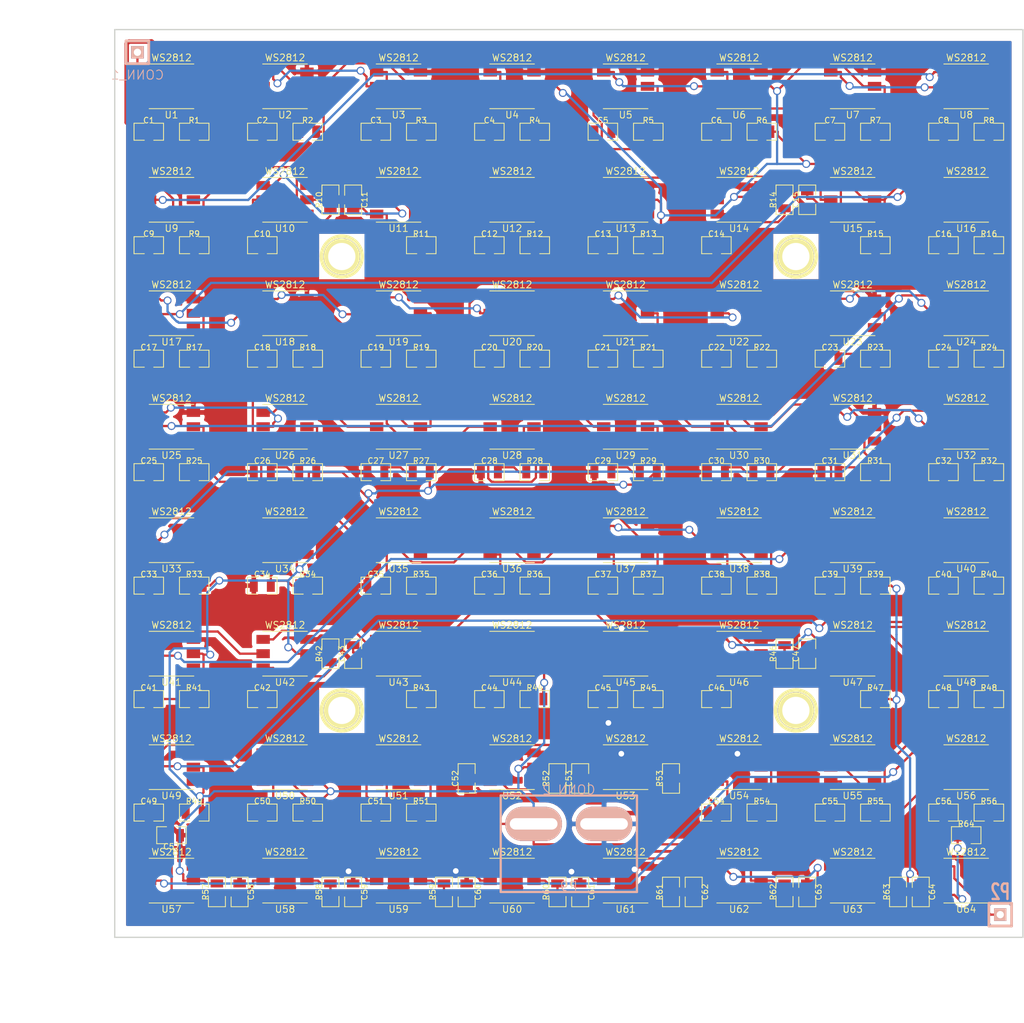
<source format=kicad_pcb>
(kicad_pcb (version 3) (host pcbnew "(2013-03-19 BZR 4004)-stable")
  (title_block (title "pixelboard64 :: 8x8 WS2812 tile") (rev A) (company "seth hardy :: propaneandelectrons.com"))
  (layers (15 F.Cu signal) (0 B.Cu signal) (18 B.Paste user) (19 F.Paste user) (20 B.SilkS user) (21 F.SilkS user) (22 B.Mask user) (23 F.Mask user) (28 Edge.Cuts user))
  (net 0 "")
  (net 1 +5V)
  (net 2 /DIN)
  (net 3 /DOUT)
  (net 4 GND)
  (net 5 N-0000010)
  (net 6 N-00000100)
  (net 7 N-00000101)
  (net 8 N-00000102)
  (net 9 N-00000103)
  (net 10 N-00000104)
  (net 11 N-00000105)
  (net 12 N-00000106)
  (net 13 N-00000107)
  (net 14 N-00000108)
  (net 15 N-00000109)
  (net 16 N-0000011)
  (net 17 N-00000110)
  (net 18 N-00000111)
  (net 19 N-00000112)
  (net 20 N-00000113)
  (net 21 N-00000114)
  (net 22 N-00000115)
  (net 23 N-00000116)
  (net 24 N-00000117)
  (net 25 N-00000118)
  (net 26 N-00000119)
  (net 27 N-0000012)
  (net 28 N-00000120)
  (net 29 N-00000121)
  (net 30 N-00000122)
  (net 31 N-00000123)
  (net 32 N-00000124)
  (net 33 N-00000125)
  (net 34 N-00000126)
  (net 35 N-00000127)
  (net 36 N-00000128)
  (net 37 N-00000129)
  (net 38 N-0000013)
  (net 39 N-00000130)
  (net 40 N-00000131)
  (net 41 N-0000014)
  (net 42 N-0000015)
  (net 43 N-0000016)
  (net 44 N-0000017)
  (net 45 N-0000018)
  (net 46 N-0000019)
  (net 47 N-000002)
  (net 48 N-0000020)
  (net 49 N-0000021)
  (net 50 N-0000022)
  (net 51 N-0000023)
  (net 52 N-0000024)
  (net 53 N-0000025)
  (net 54 N-0000026)
  (net 55 N-0000027)
  (net 56 N-0000028)
  (net 57 N-0000029)
  (net 58 N-000003)
  (net 59 N-0000030)
  (net 60 N-0000031)
  (net 61 N-0000032)
  (net 62 N-0000033)
  (net 63 N-0000034)
  (net 64 N-0000035)
  (net 65 N-0000036)
  (net 66 N-0000037)
  (net 67 N-0000038)
  (net 68 N-0000039)
  (net 69 N-000004)
  (net 70 N-0000040)
  (net 71 N-0000041)
  (net 72 N-0000042)
  (net 73 N-0000043)
  (net 74 N-0000044)
  (net 75 N-0000045)
  (net 76 N-0000046)
  (net 77 N-0000047)
  (net 78 N-0000048)
  (net 79 N-0000049)
  (net 80 N-000005)
  (net 81 N-0000050)
  (net 82 N-0000051)
  (net 83 N-0000052)
  (net 84 N-0000053)
  (net 85 N-0000054)
  (net 86 N-0000055)
  (net 87 N-0000056)
  (net 88 N-0000057)
  (net 89 N-0000058)
  (net 90 N-0000059)
  (net 91 N-000006)
  (net 92 N-0000060)
  (net 93 N-0000061)
  (net 94 N-0000062)
  (net 95 N-0000063)
  (net 96 N-0000064)
  (net 97 N-0000065)
  (net 98 N-0000066)
  (net 99 N-0000067)
  (net 100 N-0000068)
  (net 101 N-0000069)
  (net 102 N-000007)
  (net 103 N-0000070)
  (net 104 N-0000071)
  (net 105 N-0000072)
  (net 106 N-0000073)
  (net 107 N-0000074)
  (net 108 N-0000075)
  (net 109 N-0000076)
  (net 110 N-0000077)
  (net 111 N-000008)
  (net 112 N-0000081)
  (net 113 N-0000082)
  (net 114 N-0000083)
  (net 115 N-0000084)
  (net 116 N-0000085)
  (net 117 N-0000086)
  (net 118 N-0000087)
  (net 119 N-0000088)
  (net 120 N-0000089)
  (net 121 N-000009)
  (net 122 N-0000090)
  (net 123 N-0000091)
  (net 124 N-0000092)
  (net 125 N-0000093)
  (net 126 N-0000094)
  (net 127 N-0000095)
  (net 128 N-0000096)
  (net 129 N-0000097)
  (net 130 N-0000098)
  (net 131 N-0000099)
  (module SM0805 (layer F.Cu) (at 217.17 137.16)
    (fp_text reference R35 (at 0 -1.27) (layer F.SilkS) (effects (font (size 0.635 0.635) (thickness 0.1016))))
    (fp_text value 150R hide)
    (pad 1 smd rect (at -0.9525 0) (size 0.889 1.397) (layers F.Cu F.Paste F.Mask) (net 128 N-0000096))
    (pad 2 smd rect (at 0.9525 0) (size 0.889 1.397) (layers F.Cu F.Paste F.Mask) (net 1 +5V))
  )
  (module SM0805 (layer F.Cu) (at 204.47 137.16)
    (fp_text reference R34 (at 0 -1.27) (layer F.SilkS) (effects (font (size 0.635 0.635) (thickness 0.1016))))
    (fp_text value 150R hide)
    (pad 1 smd rect (at -0.9525 0) (size 0.889 1.397) (layers F.Cu F.Paste F.Mask) (net 30 N-00000122))
    (pad 2 smd rect (at 0.9525 0) (size 0.889 1.397) (layers F.Cu F.Paste F.Mask) (net 1 +5V))
  )
  (module SM0805 (layer F.Cu) (at 199.39 137.16)
    (fp_text reference C34 (at 0 -1.27) (layer F.SilkS) (effects (font (size 0.635 0.635) (thickness 0.1016))))
    (fp_text value 0.1uF hide)
    (pad 1 smd rect (at -0.9525 0) (size 0.889 1.397) (layers F.Cu F.Paste F.Mask) (net 4 GND))
    (pad 2 smd rect (at 0.9525 0) (size 0.889 1.397) (layers F.Cu F.Paste F.Mask) (net 30 N-00000122))
  )
  (module SM0805 (layer F.Cu) (at 194.31 171.45 90)
    (fp_text reference R57 (at 0 -1.27 90) (layer F.SilkS) (effects (font (size 0.635 0.635) (thickness 0.1016))))
    (fp_text value 150R hide)
    (pad 1 smd rect (at -0.9525 0 90) (size 0.889 1.397) (layers F.Cu F.Paste F.Mask) (net 120 N-0000089))
    (pad 2 smd rect (at 0.9525 0 90) (size 0.889 1.397) (layers F.Cu F.Paste F.Mask) (net 1 +5V))
  )
  (module SM0805 (layer F.Cu) (at 191.77 137.16)
    (fp_text reference R33 (at 0 -1.27) (layer F.SilkS) (effects (font (size 0.635 0.635) (thickness 0.1016))))
    (fp_text value 150R hide)
    (pad 1 smd rect (at -0.9525 0) (size 0.889 1.397) (layers F.Cu F.Paste F.Mask) (net 29 N-00000121))
    (pad 2 smd rect (at 0.9525 0) (size 0.889 1.397) (layers F.Cu F.Paste F.Mask) (net 1 +5V))
  )
  (module SM0805 (layer F.Cu) (at 186.69 137.16)
    (fp_text reference C33 (at 0 -1.27) (layer F.SilkS) (effects (font (size 0.635 0.635) (thickness 0.1016))))
    (fp_text value 0.1uF hide)
    (pad 1 smd rect (at -0.9525 0) (size 0.889 1.397) (layers F.Cu F.Paste F.Mask) (net 4 GND))
    (pad 2 smd rect (at 0.9525 0) (size 0.889 1.397) (layers F.Cu F.Paste F.Mask) (net 29 N-00000121))
  )
  (module SM0805 (layer F.Cu) (at 229.87 137.16)
    (fp_text reference R36 (at 0 -1.27) (layer F.SilkS) (effects (font (size 0.635 0.635) (thickness 0.1016))))
    (fp_text value 150R hide)
    (pad 1 smd rect (at -0.9525 0) (size 0.889 1.397) (layers F.Cu F.Paste F.Mask) (net 28 N-00000120))
    (pad 2 smd rect (at 0.9525 0) (size 0.889 1.397) (layers F.Cu F.Paste F.Mask) (net 1 +5V))
  )
  (module SM0805 (layer F.Cu) (at 224.79 137.16)
    (fp_text reference C36 (at 0 -1.27) (layer F.SilkS) (effects (font (size 0.635 0.635) (thickness 0.1016))))
    (fp_text value 0.1uF hide)
    (pad 1 smd rect (at -0.9525 0) (size 0.889 1.397) (layers F.Cu F.Paste F.Mask) (net 4 GND))
    (pad 2 smd rect (at 0.9525 0) (size 0.889 1.397) (layers F.Cu F.Paste F.Mask) (net 28 N-00000120))
  )
  (module SM0805 (layer F.Cu) (at 196.85 171.45 270)
    (fp_text reference C58 (at 0 -1.27 270) (layer F.SilkS) (effects (font (size 0.635 0.635) (thickness 0.1016))))
    (fp_text value 0.1uF hide)
    (pad 1 smd rect (at -0.9525 0 270) (size 0.889 1.397) (layers F.Cu F.Paste F.Mask) (net 4 GND))
    (pad 2 smd rect (at 0.9525 0 270) (size 0.889 1.397) (layers F.Cu F.Paste F.Mask) (net 119 N-0000088))
  )
  (module SM0805 (layer F.Cu) (at 262.89 124.46)
    (fp_text reference C31 (at 0 -1.27) (layer F.SilkS) (effects (font (size 0.635 0.635) (thickness 0.1016))))
    (fp_text value 0.1uF hide)
    (pad 1 smd rect (at -0.9525 0) (size 0.889 1.397) (layers F.Cu F.Paste F.Mask) (net 4 GND))
    (pad 2 smd rect (at 0.9525 0) (size 0.889 1.397) (layers F.Cu F.Paste F.Mask) (net 26 N-00000119))
  )
  (module SM0805 (layer F.Cu) (at 212.09 137.16)
    (fp_text reference C35 (at 0 -1.27) (layer F.SilkS) (effects (font (size 0.635 0.635) (thickness 0.1016))))
    (fp_text value 0.1uF hide)
    (pad 1 smd rect (at -0.9525 0) (size 0.889 1.397) (layers F.Cu F.Paste F.Mask) (net 4 GND))
    (pad 2 smd rect (at 0.9525 0) (size 0.889 1.397) (layers F.Cu F.Paste F.Mask) (net 128 N-0000096))
  )
  (module SM0805 (layer F.Cu) (at 207.01 171.45 90)
    (fp_text reference R58 (at 0 -1.27 90) (layer F.SilkS) (effects (font (size 0.635 0.635) (thickness 0.1016))))
    (fp_text value 150R hide)
    (pad 1 smd rect (at -0.9525 0 90) (size 0.889 1.397) (layers F.Cu F.Paste F.Mask) (net 119 N-0000088))
    (pad 2 smd rect (at 0.9525 0 90) (size 0.889 1.397) (layers F.Cu F.Paste F.Mask) (net 1 +5V))
  )
  (module SM0805 (layer F.Cu) (at 255.27 137.16)
    (fp_text reference R38 (at 0 -1.27) (layer F.SilkS) (effects (font (size 0.635 0.635) (thickness 0.1016))))
    (fp_text value 150R hide)
    (pad 1 smd rect (at -0.9525 0) (size 0.889 1.397) (layers F.Cu F.Paste F.Mask) (net 51 N-0000023))
    (pad 2 smd rect (at 0.9525 0) (size 0.889 1.397) (layers F.Cu F.Paste F.Mask) (net 1 +5V))
  )
  (module SM0805 (layer F.Cu) (at 250.19 137.16)
    (fp_text reference C38 (at 0 -1.27) (layer F.SilkS) (effects (font (size 0.635 0.635) (thickness 0.1016))))
    (fp_text value 0.1uF hide)
    (pad 1 smd rect (at -0.9525 0) (size 0.889 1.397) (layers F.Cu F.Paste F.Mask) (net 4 GND))
    (pad 2 smd rect (at 0.9525 0) (size 0.889 1.397) (layers F.Cu F.Paste F.Mask) (net 51 N-0000023))
  )
  (module SM0805 (layer F.Cu) (at 242.57 137.16)
    (fp_text reference R37 (at 0 -1.27) (layer F.SilkS) (effects (font (size 0.635 0.635) (thickness 0.1016))))
    (fp_text value 150R hide)
    (pad 1 smd rect (at -0.9525 0) (size 0.889 1.397) (layers F.Cu F.Paste F.Mask) (net 53 N-0000025))
    (pad 2 smd rect (at 0.9525 0) (size 0.889 1.397) (layers F.Cu F.Paste F.Mask) (net 1 +5V))
  )
  (module SM0805 (layer F.Cu) (at 237.49 137.16)
    (fp_text reference C37 (at 0 -1.27) (layer F.SilkS) (effects (font (size 0.635 0.635) (thickness 0.1016))))
    (fp_text value 0.1uF hide)
    (pad 1 smd rect (at -0.9525 0) (size 0.889 1.397) (layers F.Cu F.Paste F.Mask) (net 4 GND))
    (pad 2 smd rect (at 0.9525 0) (size 0.889 1.397) (layers F.Cu F.Paste F.Mask) (net 53 N-0000025))
  )
  (module SM0805 (layer F.Cu) (at 262.89 162.56)
    (fp_text reference C55 (at 0 -1.27) (layer F.SilkS) (effects (font (size 0.635 0.635) (thickness 0.1016))))
    (fp_text value 0.1uF hide)
    (pad 1 smd rect (at -0.9525 0) (size 0.889 1.397) (layers F.Cu F.Paste F.Mask) (net 4 GND))
    (pad 2 smd rect (at 0.9525 0) (size 0.889 1.397) (layers F.Cu F.Paste F.Mask) (net 122 N-0000090))
  )
  (module SM0805 (layer F.Cu) (at 250.19 124.46)
    (fp_text reference C30 (at 0 -1.27) (layer F.SilkS) (effects (font (size 0.635 0.635) (thickness 0.1016))))
    (fp_text value 0.1uF hide)
    (pad 1 smd rect (at -0.9525 0) (size 0.889 1.397) (layers F.Cu F.Paste F.Mask) (net 4 GND))
    (pad 2 smd rect (at 0.9525 0) (size 0.889 1.397) (layers F.Cu F.Paste F.Mask) (net 25 N-00000118))
  )
  (module SM0805 (layer F.Cu) (at 191.77 124.46)
    (fp_text reference R25 (at 0 -1.27) (layer F.SilkS) (effects (font (size 0.635 0.635) (thickness 0.1016))))
    (fp_text value 150R hide)
    (pad 1 smd rect (at -0.9525 0) (size 0.889 1.397) (layers F.Cu F.Paste F.Mask) (net 39 N-00000130))
    (pad 2 smd rect (at 0.9525 0) (size 0.889 1.397) (layers F.Cu F.Paste F.Mask) (net 1 +5V))
  )
  (module SM0805 (layer F.Cu) (at 209.55 171.45 270)
    (fp_text reference C59 (at 0 -1.27 270) (layer F.SilkS) (effects (font (size 0.635 0.635) (thickness 0.1016))))
    (fp_text value 0.1uF hide)
    (pad 1 smd rect (at -0.9525 0 270) (size 0.889 1.397) (layers F.Cu F.Paste F.Mask) (net 4 GND))
    (pad 2 smd rect (at 0.9525 0 270) (size 0.889 1.397) (layers F.Cu F.Paste F.Mask) (net 127 N-0000095))
  )
  (module SM0805 (layer F.Cu) (at 229.87 124.46)
    (fp_text reference R28 (at 0 -1.27) (layer F.SilkS) (effects (font (size 0.635 0.635) (thickness 0.1016))))
    (fp_text value 150R hide)
    (pad 1 smd rect (at -0.9525 0) (size 0.889 1.397) (layers F.Cu F.Paste F.Mask) (net 37 N-00000129))
    (pad 2 smd rect (at 0.9525 0) (size 0.889 1.397) (layers F.Cu F.Paste F.Mask) (net 1 +5V))
  )
  (module SM0805 (layer F.Cu) (at 224.79 124.46)
    (fp_text reference C28 (at 0 -1.27) (layer F.SilkS) (effects (font (size 0.635 0.635) (thickness 0.1016))))
    (fp_text value 0.1uF hide)
    (pad 1 smd rect (at -0.9525 0) (size 0.889 1.397) (layers F.Cu F.Paste F.Mask) (net 4 GND))
    (pad 2 smd rect (at 0.9525 0) (size 0.889 1.397) (layers F.Cu F.Paste F.Mask) (net 37 N-00000129))
  )
  (module SM0805 (layer F.Cu) (at 219.71 171.45 90)
    (fp_text reference R59 (at 0 -1.27 90) (layer F.SilkS) (effects (font (size 0.635 0.635) (thickness 0.1016))))
    (fp_text value 150R hide)
    (pad 1 smd rect (at -0.9525 0 90) (size 0.889 1.397) (layers F.Cu F.Paste F.Mask) (net 127 N-0000095))
    (pad 2 smd rect (at 0.9525 0 90) (size 0.889 1.397) (layers F.Cu F.Paste F.Mask) (net 1 +5V))
  )
  (module SM0805 (layer F.Cu) (at 217.17 124.46)
    (fp_text reference R27 (at 0 -1.27) (layer F.SilkS) (effects (font (size 0.635 0.635) (thickness 0.1016))))
    (fp_text value 150R hide)
    (pad 1 smd rect (at -0.9525 0) (size 0.889 1.397) (layers F.Cu F.Paste F.Mask) (net 24 N-00000117))
    (pad 2 smd rect (at 0.9525 0) (size 0.889 1.397) (layers F.Cu F.Paste F.Mask) (net 1 +5V))
  )
  (module SM0805 (layer F.Cu) (at 212.09 124.46)
    (fp_text reference C27 (at 0 -1.27) (layer F.SilkS) (effects (font (size 0.635 0.635) (thickness 0.1016))))
    (fp_text value 0.1uF hide)
    (pad 1 smd rect (at -0.9525 0) (size 0.889 1.397) (layers F.Cu F.Paste F.Mask) (net 4 GND))
    (pad 2 smd rect (at 0.9525 0) (size 0.889 1.397) (layers F.Cu F.Paste F.Mask) (net 24 N-00000117))
  )
  (module SM0805 (layer F.Cu) (at 255.27 124.46)
    (fp_text reference R30 (at 0 -1.27) (layer F.SilkS) (effects (font (size 0.635 0.635) (thickness 0.1016))))
    (fp_text value 150R hide)
    (pad 1 smd rect (at -0.9525 0) (size 0.889 1.397) (layers F.Cu F.Paste F.Mask) (net 25 N-00000118))
    (pad 2 smd rect (at 0.9525 0) (size 0.889 1.397) (layers F.Cu F.Paste F.Mask) (net 1 +5V))
  )
  (module SM0805 (layer F.Cu) (at 189.23 165.1 180)
    (fp_text reference C57 (at 0 -1.27 180) (layer F.SilkS) (effects (font (size 0.635 0.635) (thickness 0.1016))))
    (fp_text value 0.1uF hide)
    (pad 1 smd rect (at -0.9525 0 180) (size 0.889 1.397) (layers F.Cu F.Paste F.Mask) (net 4 GND))
    (pad 2 smd rect (at 0.9525 0 180) (size 0.889 1.397) (layers F.Cu F.Paste F.Mask) (net 120 N-0000089))
  )
  (module SM0805 (layer F.Cu) (at 222.25 171.45 270)
    (fp_text reference C60 (at 0 -1.27 270) (layer F.SilkS) (effects (font (size 0.635 0.635) (thickness 0.1016))))
    (fp_text value 0.1uF hide)
    (pad 1 smd rect (at -0.9525 0 270) (size 0.889 1.397) (layers F.Cu F.Paste F.Mask) (net 4 GND))
    (pad 2 smd rect (at 0.9525 0 270) (size 0.889 1.397) (layers F.Cu F.Paste F.Mask) (net 126 N-0000094))
  )
  (module SM0805 (layer F.Cu) (at 242.57 124.46)
    (fp_text reference R29 (at 0 -1.27) (layer F.SilkS) (effects (font (size 0.635 0.635) (thickness 0.1016))))
    (fp_text value 150R hide)
    (pad 1 smd rect (at -0.9525 0) (size 0.889 1.397) (layers F.Cu F.Paste F.Mask) (net 22 N-00000115))
    (pad 2 smd rect (at 0.9525 0) (size 0.889 1.397) (layers F.Cu F.Paste F.Mask) (net 1 +5V))
  )
  (module SM0805 (layer F.Cu) (at 237.49 124.46)
    (fp_text reference C29 (at 0 -1.27) (layer F.SilkS) (effects (font (size 0.635 0.635) (thickness 0.1016))))
    (fp_text value 0.1uF hide)
    (pad 1 smd rect (at -0.9525 0) (size 0.889 1.397) (layers F.Cu F.Paste F.Mask) (net 4 GND))
    (pad 2 smd rect (at 0.9525 0) (size 0.889 1.397) (layers F.Cu F.Paste F.Mask) (net 22 N-00000115))
  )
  (module SM0805 (layer F.Cu) (at 232.41 171.45 90)
    (fp_text reference R60 (at 0 -1.27 90) (layer F.SilkS) (effects (font (size 0.635 0.635) (thickness 0.1016))))
    (fp_text value 150R hide)
    (pad 1 smd rect (at -0.9525 0 90) (size 0.889 1.397) (layers F.Cu F.Paste F.Mask) (net 126 N-0000094))
    (pad 2 smd rect (at 0.9525 0 90) (size 0.889 1.397) (layers F.Cu F.Paste F.Mask) (net 1 +5V))
  )
  (module SM0805 (layer F.Cu) (at 280.67 124.46)
    (fp_text reference R32 (at 0 -1.27) (layer F.SilkS) (effects (font (size 0.635 0.635) (thickness 0.1016))))
    (fp_text value 150R hide)
    (pad 1 smd rect (at -0.9525 0) (size 0.889 1.397) (layers F.Cu F.Paste F.Mask) (net 23 N-00000116))
    (pad 2 smd rect (at 0.9525 0) (size 0.889 1.397) (layers F.Cu F.Paste F.Mask) (net 1 +5V))
  )
  (module SM0805 (layer F.Cu) (at 275.59 124.46)
    (fp_text reference C32 (at 0 -1.27) (layer F.SilkS) (effects (font (size 0.635 0.635) (thickness 0.1016))))
    (fp_text value 0.1uF hide)
    (pad 1 smd rect (at -0.9525 0) (size 0.889 1.397) (layers F.Cu F.Paste F.Mask) (net 4 GND))
    (pad 2 smd rect (at 0.9525 0) (size 0.889 1.397) (layers F.Cu F.Paste F.Mask) (net 23 N-00000116))
  )
  (module SM0805 (layer F.Cu) (at 267.97 124.46)
    (fp_text reference R31 (at 0 -1.27) (layer F.SilkS) (effects (font (size 0.635 0.635) (thickness 0.1016))))
    (fp_text value 150R hide)
    (pad 1 smd rect (at -0.9525 0) (size 0.889 1.397) (layers F.Cu F.Paste F.Mask) (net 26 N-00000119))
    (pad 2 smd rect (at 0.9525 0) (size 0.889 1.397) (layers F.Cu F.Paste F.Mask) (net 1 +5V))
  )
  (module SM0805 (layer F.Cu) (at 267.97 162.56)
    (fp_text reference R55 (at 0 -1.27) (layer F.SilkS) (effects (font (size 0.635 0.635) (thickness 0.1016))))
    (fp_text value 150R hide)
    (pad 1 smd rect (at -0.9525 0) (size 0.889 1.397) (layers F.Cu F.Paste F.Mask) (net 122 N-0000090))
    (pad 2 smd rect (at 0.9525 0) (size 0.889 1.397) (layers F.Cu F.Paste F.Mask) (net 1 +5V))
  )
  (module SM0805 (layer F.Cu) (at 255.27 162.56)
    (fp_text reference R54 (at 0 -1.27) (layer F.SilkS) (effects (font (size 0.635 0.635) (thickness 0.1016))))
    (fp_text value 150R hide)
    (pad 1 smd rect (at -0.9525 0) (size 0.889 1.397) (layers F.Cu F.Paste F.Mask) (net 5 N-0000010))
    (pad 2 smd rect (at 0.9525 0) (size 0.889 1.397) (layers F.Cu F.Paste F.Mask) (net 1 +5V))
  )
  (module SM0805 (layer F.Cu) (at 245.11 158.75 90)
    (fp_text reference R53 (at 0 -1.27 90) (layer F.SilkS) (effects (font (size 0.635 0.635) (thickness 0.1016))))
    (fp_text value 150R hide)
    (pad 1 smd rect (at -0.9525 0 90) (size 0.889 1.397) (layers F.Cu F.Paste F.Mask) (net 38 N-0000013))
    (pad 2 smd rect (at 0.9525 0 90) (size 0.889 1.397) (layers F.Cu F.Paste F.Mask) (net 1 +5V))
  )
  (module SM0805 (layer F.Cu) (at 242.57 149.86)
    (fp_text reference R45 (at 0 -1.27) (layer F.SilkS) (effects (font (size 0.635 0.635) (thickness 0.1016))))
    (fp_text value 150R hide)
    (pad 1 smd rect (at -0.9525 0) (size 0.889 1.397) (layers F.Cu F.Paste F.Mask) (net 121 N-000009))
    (pad 2 smd rect (at 0.9525 0) (size 0.889 1.397) (layers F.Cu F.Paste F.Mask) (net 1 +5V))
  )
  (module SM0805 (layer F.Cu) (at 237.49 149.86)
    (fp_text reference C45 (at 0 -1.27) (layer F.SilkS) (effects (font (size 0.635 0.635) (thickness 0.1016))))
    (fp_text value 0.1uF hide)
    (pad 1 smd rect (at -0.9525 0) (size 0.889 1.397) (layers F.Cu F.Paste F.Mask) (net 4 GND))
    (pad 2 smd rect (at 0.9525 0) (size 0.889 1.397) (layers F.Cu F.Paste F.Mask) (net 121 N-000009))
  )
  (module SM0805 (layer F.Cu) (at 280.67 149.86)
    (fp_text reference R48 (at 0 -1.27) (layer F.SilkS) (effects (font (size 0.635 0.635) (thickness 0.1016))))
    (fp_text value 150R hide)
    (pad 1 smd rect (at -0.9525 0) (size 0.889 1.397) (layers F.Cu F.Paste F.Mask) (net 91 N-000006))
    (pad 2 smd rect (at 0.9525 0) (size 0.889 1.397) (layers F.Cu F.Paste F.Mask) (net 1 +5V))
  )
  (module SM0805 (layer F.Cu) (at 275.59 149.86)
    (fp_text reference C48 (at 0 -1.27) (layer F.SilkS) (effects (font (size 0.635 0.635) (thickness 0.1016))))
    (fp_text value 0.1uF hide)
    (pad 1 smd rect (at -0.9525 0) (size 0.889 1.397) (layers F.Cu F.Paste F.Mask) (net 4 GND))
    (pad 2 smd rect (at 0.9525 0) (size 0.889 1.397) (layers F.Cu F.Paste F.Mask) (net 91 N-000006))
  )
  (module SM0805 (layer F.Cu) (at 250.19 162.56)
    (fp_text reference C54 (at 0 -1.27) (layer F.SilkS) (effects (font (size 0.635 0.635) (thickness 0.1016))))
    (fp_text value 0.1uF hide)
    (pad 1 smd rect (at -0.9525 0) (size 0.889 1.397) (layers F.Cu F.Paste F.Mask) (net 4 GND))
    (pad 2 smd rect (at 0.9525 0) (size 0.889 1.397) (layers F.Cu F.Paste F.Mask) (net 5 N-0000010))
  )
  (module SM0805 (layer F.Cu) (at 267.97 149.86)
    (fp_text reference R47 (at 0 -1.27) (layer F.SilkS) (effects (font (size 0.635 0.635) (thickness 0.1016))))
    (fp_text value 150R hide)
    (pad 1 smd rect (at -0.9525 0) (size 0.889 1.397) (layers F.Cu F.Paste F.Mask) (net 47 N-000002))
    (pad 2 smd rect (at 0.9525 0) (size 0.889 1.397) (layers F.Cu F.Paste F.Mask) (net 1 +5V))
  )
  (module SM0805 (layer F.Cu) (at 260.35 144.78 90)
    (fp_text reference C47 (at 0 -1.27 90) (layer F.SilkS) (effects (font (size 0.635 0.635) (thickness 0.1016))))
    (fp_text value 0.1uF hide)
    (pad 1 smd rect (at -0.9525 0 90) (size 0.889 1.397) (layers F.Cu F.Paste F.Mask) (net 4 GND))
    (pad 2 smd rect (at 0.9525 0 90) (size 0.889 1.397) (layers F.Cu F.Paste F.Mask) (net 47 N-000002))
  )
  (module SM0805 (layer F.Cu) (at 250.19 149.86)
    (fp_text reference C46 (at 0 -1.27) (layer F.SilkS) (effects (font (size 0.635 0.635) (thickness 0.1016))))
    (fp_text value 0.1uF hide)
    (pad 1 smd rect (at -0.9525 0) (size 0.889 1.397) (layers F.Cu F.Paste F.Mask) (net 4 GND))
    (pad 2 smd rect (at 0.9525 0) (size 0.889 1.397) (layers F.Cu F.Paste F.Mask) (net 80 N-000005))
  )
  (module SM0805 (layer F.Cu) (at 204.47 162.56)
    (fp_text reference R50 (at 0 -1.27) (layer F.SilkS) (effects (font (size 0.635 0.635) (thickness 0.1016))))
    (fp_text value 150R hide)
    (pad 1 smd rect (at -0.9525 0) (size 0.889 1.397) (layers F.Cu F.Paste F.Mask) (net 69 N-000004))
    (pad 2 smd rect (at 0.9525 0) (size 0.889 1.397) (layers F.Cu F.Paste F.Mask) (net 1 +5V))
  )
  (module SM0805 (layer F.Cu) (at 199.39 162.56)
    (fp_text reference C50 (at 0 -1.27) (layer F.SilkS) (effects (font (size 0.635 0.635) (thickness 0.1016))))
    (fp_text value 0.1uF hide)
    (pad 1 smd rect (at -0.9525 0) (size 0.889 1.397) (layers F.Cu F.Paste F.Mask) (net 4 GND))
    (pad 2 smd rect (at 0.9525 0) (size 0.889 1.397) (layers F.Cu F.Paste F.Mask) (net 69 N-000004))
  )
  (module SM0805 (layer F.Cu) (at 191.77 162.56)
    (fp_text reference R49 (at 0 -1.27) (layer F.SilkS) (effects (font (size 0.635 0.635) (thickness 0.1016))))
    (fp_text value 150R hide)
    (pad 1 smd rect (at -0.9525 0) (size 0.889 1.397) (layers F.Cu F.Paste F.Mask) (net 42 N-0000015))
    (pad 2 smd rect (at 0.9525 0) (size 0.889 1.397) (layers F.Cu F.Paste F.Mask) (net 1 +5V))
  )
  (module SM0805 (layer F.Cu) (at 186.69 162.56)
    (fp_text reference C49 (at 0 -1.27) (layer F.SilkS) (effects (font (size 0.635 0.635) (thickness 0.1016))))
    (fp_text value 0.1uF hide)
    (pad 1 smd rect (at -0.9525 0) (size 0.889 1.397) (layers F.Cu F.Paste F.Mask) (net 4 GND))
    (pad 2 smd rect (at 0.9525 0) (size 0.889 1.397) (layers F.Cu F.Paste F.Mask) (net 42 N-0000015))
  )
  (module SM0805 (layer F.Cu) (at 212.09 162.56)
    (fp_text reference C51 (at 0 -1.27) (layer F.SilkS) (effects (font (size 0.635 0.635) (thickness 0.1016))))
    (fp_text value 0.1uF hide)
    (pad 1 smd rect (at -0.9525 0) (size 0.889 1.397) (layers F.Cu F.Paste F.Mask) (net 4 GND))
    (pad 2 smd rect (at 0.9525 0) (size 0.889 1.397) (layers F.Cu F.Paste F.Mask) (net 27 N-0000012))
  )
  (module SM0805 (layer F.Cu) (at 232.41 158.75 90)
    (fp_text reference R52 (at 0 -1.27 90) (layer F.SilkS) (effects (font (size 0.635 0.635) (thickness 0.1016))))
    (fp_text value 150R hide)
    (pad 1 smd rect (at -0.9525 0 90) (size 0.889 1.397) (layers F.Cu F.Paste F.Mask) (net 44 N-0000017))
    (pad 2 smd rect (at 0.9525 0 90) (size 0.889 1.397) (layers F.Cu F.Paste F.Mask) (net 1 +5V))
  )
  (module SM0805 (layer F.Cu) (at 222.25 158.75 90)
    (fp_text reference C52 (at 0 -1.27 90) (layer F.SilkS) (effects (font (size 0.635 0.635) (thickness 0.1016))))
    (fp_text value 0.1uF hide)
    (pad 1 smd rect (at -0.9525 0 90) (size 0.889 1.397) (layers F.Cu F.Paste F.Mask) (net 4 GND))
    (pad 2 smd rect (at 0.9525 0 90) (size 0.889 1.397) (layers F.Cu F.Paste F.Mask) (net 44 N-0000017))
  )
  (module SM0805 (layer F.Cu) (at 217.17 162.56)
    (fp_text reference R51 (at 0 -1.27) (layer F.SilkS) (effects (font (size 0.635 0.635) (thickness 0.1016))))
    (fp_text value 150R hide)
    (pad 1 smd rect (at -0.9525 0) (size 0.889 1.397) (layers F.Cu F.Paste F.Mask) (net 27 N-0000012))
    (pad 2 smd rect (at 0.9525 0) (size 0.889 1.397) (layers F.Cu F.Paste F.Mask) (net 1 +5V))
  )
  (module SM0805 (layer F.Cu) (at 186.69 149.86)
    (fp_text reference C41 (at 0 -1.27) (layer F.SilkS) (effects (font (size 0.635 0.635) (thickness 0.1016))))
    (fp_text value 0.1uF hide)
    (pad 1 smd rect (at -0.9525 0) (size 0.889 1.397) (layers F.Cu F.Paste F.Mask) (net 4 GND))
    (pad 2 smd rect (at 0.9525 0) (size 0.889 1.397) (layers F.Cu F.Paste F.Mask) (net 63 N-0000034))
  )
  (module SM0805 (layer F.Cu) (at 275.59 137.16)
    (fp_text reference C40 (at 0 -1.27) (layer F.SilkS) (effects (font (size 0.635 0.635) (thickness 0.1016))))
    (fp_text value 0.1uF hide)
    (pad 1 smd rect (at -0.9525 0) (size 0.889 1.397) (layers F.Cu F.Paste F.Mask) (net 4 GND))
    (pad 2 smd rect (at 0.9525 0) (size 0.889 1.397) (layers F.Cu F.Paste F.Mask) (net 48 N-0000020))
  )
  (module SM0805 (layer F.Cu) (at 186.69 124.46)
    (fp_text reference C25 (at 0 -1.27) (layer F.SilkS) (effects (font (size 0.635 0.635) (thickness 0.1016))))
    (fp_text value 0.1uF hide)
    (pad 1 smd rect (at -0.9525 0) (size 0.889 1.397) (layers F.Cu F.Paste F.Mask) (net 4 GND))
    (pad 2 smd rect (at 0.9525 0) (size 0.889 1.397) (layers F.Cu F.Paste F.Mask) (net 39 N-00000130))
  )
  (module SM0805 (layer F.Cu) (at 267.97 137.16)
    (fp_text reference R39 (at 0 -1.27) (layer F.SilkS) (effects (font (size 0.635 0.635) (thickness 0.1016))))
    (fp_text value 150R hide)
    (pad 1 smd rect (at -0.9525 0) (size 0.889 1.397) (layers F.Cu F.Paste F.Mask) (net 50 N-0000022))
    (pad 2 smd rect (at 0.9525 0) (size 0.889 1.397) (layers F.Cu F.Paste F.Mask) (net 1 +5V))
  )
  (module SM0805 (layer F.Cu) (at 262.89 137.16)
    (fp_text reference C39 (at 0 -1.27) (layer F.SilkS) (effects (font (size 0.635 0.635) (thickness 0.1016))))
    (fp_text value 0.1uF hide)
    (pad 1 smd rect (at -0.9525 0) (size 0.889 1.397) (layers F.Cu F.Paste F.Mask) (net 4 GND))
    (pad 2 smd rect (at 0.9525 0) (size 0.889 1.397) (layers F.Cu F.Paste F.Mask) (net 50 N-0000022))
  )
  (module SM0805 (layer F.Cu) (at 207.01 144.78 90)
    (fp_text reference R42 (at 0 -1.27 90) (layer F.SilkS) (effects (font (size 0.635 0.635) (thickness 0.1016))))
    (fp_text value 150R hide)
    (pad 1 smd rect (at -0.9525 0 90) (size 0.889 1.397) (layers F.Cu F.Paste F.Mask) (net 62 N-0000033))
    (pad 2 smd rect (at 0.9525 0 90) (size 0.889 1.397) (layers F.Cu F.Paste F.Mask) (net 1 +5V))
  )
  (module SM0805 (layer F.Cu) (at 199.39 149.86)
    (fp_text reference C42 (at 0 -1.27) (layer F.SilkS) (effects (font (size 0.635 0.635) (thickness 0.1016))))
    (fp_text value 0.1uF hide)
    (pad 1 smd rect (at -0.9525 0) (size 0.889 1.397) (layers F.Cu F.Paste F.Mask) (net 4 GND))
    (pad 2 smd rect (at 0.9525 0) (size 0.889 1.397) (layers F.Cu F.Paste F.Mask) (net 62 N-0000033))
  )
  (module SM0805 (layer F.Cu) (at 275.59 162.56)
    (fp_text reference C56 (at 0 -1.27) (layer F.SilkS) (effects (font (size 0.635 0.635) (thickness 0.1016))))
    (fp_text value 0.1uF hide)
    (pad 1 smd rect (at -0.9525 0) (size 0.889 1.397) (layers F.Cu F.Paste F.Mask) (net 4 GND))
    (pad 2 smd rect (at 0.9525 0) (size 0.889 1.397) (layers F.Cu F.Paste F.Mask) (net 123 N-0000091))
  )
  (module SM0805 (layer F.Cu) (at 191.77 149.86)
    (fp_text reference R41 (at 0 -1.27) (layer F.SilkS) (effects (font (size 0.635 0.635) (thickness 0.1016))))
    (fp_text value 150R hide)
    (pad 1 smd rect (at -0.9525 0) (size 0.889 1.397) (layers F.Cu F.Paste F.Mask) (net 63 N-0000034))
    (pad 2 smd rect (at 0.9525 0) (size 0.889 1.397) (layers F.Cu F.Paste F.Mask) (net 1 +5V))
  )
  (module SM0805 (layer F.Cu) (at 280.67 137.16)
    (fp_text reference R40 (at 0 -1.27) (layer F.SilkS) (effects (font (size 0.635 0.635) (thickness 0.1016))))
    (fp_text value 150R hide)
    (pad 1 smd rect (at -0.9525 0) (size 0.889 1.397) (layers F.Cu F.Paste F.Mask) (net 48 N-0000020))
    (pad 2 smd rect (at 0.9525 0) (size 0.889 1.397) (layers F.Cu F.Paste F.Mask) (net 1 +5V))
  )
  (module SM0805 (layer F.Cu) (at 280.67 162.56)
    (fp_text reference R56 (at 0 -1.27) (layer F.SilkS) (effects (font (size 0.635 0.635) (thickness 0.1016))))
    (fp_text value 150R hide)
    (pad 1 smd rect (at -0.9525 0) (size 0.889 1.397) (layers F.Cu F.Paste F.Mask) (net 123 N-0000091))
    (pad 2 smd rect (at 0.9525 0) (size 0.889 1.397) (layers F.Cu F.Paste F.Mask) (net 1 +5V))
  )
  (module SM0805 (layer F.Cu) (at 229.87 149.86)
    (fp_text reference R44 (at 0 -1.27) (layer F.SilkS) (effects (font (size 0.635 0.635) (thickness 0.1016))))
    (fp_text value 150R hide)
    (pad 1 smd rect (at -0.9525 0) (size 0.889 1.397) (layers F.Cu F.Paste F.Mask) (net 59 N-0000030))
    (pad 2 smd rect (at 0.9525 0) (size 0.889 1.397) (layers F.Cu F.Paste F.Mask) (net 1 +5V))
  )
  (module SM0805 (layer F.Cu) (at 224.79 149.86)
    (fp_text reference C44 (at 0 -1.27) (layer F.SilkS) (effects (font (size 0.635 0.635) (thickness 0.1016))))
    (fp_text value 0.1uF hide)
    (pad 1 smd rect (at -0.9525 0) (size 0.889 1.397) (layers F.Cu F.Paste F.Mask) (net 4 GND))
    (pad 2 smd rect (at 0.9525 0) (size 0.889 1.397) (layers F.Cu F.Paste F.Mask) (net 59 N-0000030))
  )
  (module SM0805 (layer F.Cu) (at 217.17 149.86)
    (fp_text reference R43 (at 0 -1.27) (layer F.SilkS) (effects (font (size 0.635 0.635) (thickness 0.1016))))
    (fp_text value 150R hide)
    (pad 1 smd rect (at -0.9525 0) (size 0.889 1.397) (layers F.Cu F.Paste F.Mask) (net 56 N-0000028))
    (pad 2 smd rect (at 0.9525 0) (size 0.889 1.397) (layers F.Cu F.Paste F.Mask) (net 1 +5V))
  )
  (module SM0805 (layer F.Cu) (at 209.55 144.78 90)
    (fp_text reference C43 (at 0 -1.27 90) (layer F.SilkS) (effects (font (size 0.635 0.635) (thickness 0.1016))))
    (fp_text value 0.1uF hide)
    (pad 1 smd rect (at -0.9525 0 90) (size 0.889 1.397) (layers F.Cu F.Paste F.Mask) (net 4 GND))
    (pad 2 smd rect (at 0.9525 0 90) (size 0.889 1.397) (layers F.Cu F.Paste F.Mask) (net 56 N-0000028))
  )
  (module SM0805 (layer F.Cu) (at 234.95 158.75 90)
    (fp_text reference C53 (at 0 -1.27 90) (layer F.SilkS) (effects (font (size 0.635 0.635) (thickness 0.1016))))
    (fp_text value 0.1uF hide)
    (pad 1 smd rect (at -0.9525 0 90) (size 0.889 1.397) (layers F.Cu F.Paste F.Mask) (net 4 GND))
    (pad 2 smd rect (at 0.9525 0 90) (size 0.889 1.397) (layers F.Cu F.Paste F.Mask) (net 38 N-0000013))
  )
  (module SM0805 (layer F.Cu) (at 257.81 144.78 90)
    (fp_text reference R46 (at 0 -1.27 90) (layer F.SilkS) (effects (font (size 0.635 0.635) (thickness 0.1016))))
    (fp_text value 150R hide)
    (pad 1 smd rect (at -0.9525 0 90) (size 0.889 1.397) (layers F.Cu F.Paste F.Mask) (net 80 N-000005))
    (pad 2 smd rect (at 0.9525 0 90) (size 0.889 1.397) (layers F.Cu F.Paste F.Mask) (net 1 +5V))
  )
  (module SM0805 (layer F.Cu) (at 257.81 93.98 90)
    (fp_text reference R14 (at 0 -1.27 90) (layer F.SilkS) (effects (font (size 0.635 0.635) (thickness 0.1016))))
    (fp_text value 150R hide)
    (pad 1 smd rect (at -0.9525 0 90) (size 0.889 1.397) (layers F.Cu F.Paste F.Mask) (net 130 N-0000098))
    (pad 2 smd rect (at 0.9525 0 90) (size 0.889 1.397) (layers F.Cu F.Paste F.Mask) (net 1 +5V))
  )
  (module SM0805 (layer F.Cu) (at 207.01 93.98 90)
    (fp_text reference R10 (at 0 -1.27 90) (layer F.SilkS) (effects (font (size 0.635 0.635) (thickness 0.1016))))
    (fp_text value 150R hide)
    (pad 1 smd rect (at -0.9525 0 90) (size 0.889 1.397) (layers F.Cu F.Paste F.Mask) (net 19 N-00000112))
    (pad 2 smd rect (at 0.9525 0 90) (size 0.889 1.397) (layers F.Cu F.Paste F.Mask) (net 1 +5V))
  )
  (module SM0805 (layer F.Cu) (at 199.39 99.06)
    (fp_text reference C10 (at 0 -1.27) (layer F.SilkS) (effects (font (size 0.635 0.635) (thickness 0.1016))))
    (fp_text value 0.1uF hide)
    (pad 1 smd rect (at -0.9525 0) (size 0.889 1.397) (layers F.Cu F.Paste F.Mask) (net 4 GND))
    (pad 2 smd rect (at 0.9525 0) (size 0.889 1.397) (layers F.Cu F.Paste F.Mask) (net 19 N-00000112))
  )
  (module SM0805 (layer F.Cu) (at 191.77 99.06)
    (fp_text reference R9 (at 0 -1.27) (layer F.SilkS) (effects (font (size 0.635 0.635) (thickness 0.1016))))
    (fp_text value 150R hide)
    (pad 1 smd rect (at -0.9525 0) (size 0.889 1.397) (layers F.Cu F.Paste F.Mask) (net 6 N-00000100))
    (pad 2 smd rect (at 0.9525 0) (size 0.889 1.397) (layers F.Cu F.Paste F.Mask) (net 1 +5V))
  )
  (module SM0805 (layer F.Cu) (at 186.69 99.06)
    (fp_text reference C9 (at 0 -1.27) (layer F.SilkS) (effects (font (size 0.635 0.635) (thickness 0.1016))))
    (fp_text value 0.1uF hide)
    (pad 1 smd rect (at -0.9525 0) (size 0.889 1.397) (layers F.Cu F.Paste F.Mask) (net 4 GND))
    (pad 2 smd rect (at 0.9525 0) (size 0.889 1.397) (layers F.Cu F.Paste F.Mask) (net 6 N-00000100))
  )
  (module SM0805 (layer F.Cu) (at 229.87 99.06)
    (fp_text reference R12 (at 0 -1.27) (layer F.SilkS) (effects (font (size 0.635 0.635) (thickness 0.1016))))
    (fp_text value 150R hide)
    (pad 1 smd rect (at -0.9525 0) (size 0.889 1.397) (layers F.Cu F.Paste F.Mask) (net 7 N-00000101))
    (pad 2 smd rect (at 0.9525 0) (size 0.889 1.397) (layers F.Cu F.Paste F.Mask) (net 1 +5V))
  )
  (module SM0805 (layer F.Cu) (at 224.79 99.06)
    (fp_text reference C12 (at 0 -1.27) (layer F.SilkS) (effects (font (size 0.635 0.635) (thickness 0.1016))))
    (fp_text value 0.1uF hide)
    (pad 1 smd rect (at -0.9525 0) (size 0.889 1.397) (layers F.Cu F.Paste F.Mask) (net 4 GND))
    (pad 2 smd rect (at 0.9525 0) (size 0.889 1.397) (layers F.Cu F.Paste F.Mask) (net 7 N-00000101))
  )
  (module SM0805 (layer F.Cu) (at 217.17 99.06)
    (fp_text reference R11 (at 0 -1.27) (layer F.SilkS) (effects (font (size 0.635 0.635) (thickness 0.1016))))
    (fp_text value 150R hide)
    (pad 1 smd rect (at -0.9525 0) (size 0.889 1.397) (layers F.Cu F.Paste F.Mask) (net 129 N-0000097))
    (pad 2 smd rect (at 0.9525 0) (size 0.889 1.397) (layers F.Cu F.Paste F.Mask) (net 1 +5V))
  )
  (module SM0805 (layer F.Cu) (at 209.55 93.98 270)
    (fp_text reference C11 (at 0 -1.27 270) (layer F.SilkS) (effects (font (size 0.635 0.635) (thickness 0.1016))))
    (fp_text value 0.1uF hide)
    (pad 1 smd rect (at -0.9525 0 270) (size 0.889 1.397) (layers F.Cu F.Paste F.Mask) (net 4 GND))
    (pad 2 smd rect (at 0.9525 0 270) (size 0.889 1.397) (layers F.Cu F.Paste F.Mask) (net 129 N-0000097))
  )
  (module SM0805 (layer F.Cu) (at 262.89 86.36)
    (fp_text reference C7 (at 0 -1.27) (layer F.SilkS) (effects (font (size 0.635 0.635) (thickness 0.1016))))
    (fp_text value 0.1uF hide)
    (pad 1 smd rect (at -0.9525 0) (size 0.889 1.397) (layers F.Cu F.Paste F.Mask) (net 4 GND))
    (pad 2 smd rect (at 0.9525 0) (size 0.889 1.397) (layers F.Cu F.Paste F.Mask) (net 20 N-00000113))
  )
  (module SM0805 (layer F.Cu) (at 250.19 99.06)
    (fp_text reference C14 (at 0 -1.27) (layer F.SilkS) (effects (font (size 0.635 0.635) (thickness 0.1016))))
    (fp_text value 0.1uF hide)
    (pad 1 smd rect (at -0.9525 0) (size 0.889 1.397) (layers F.Cu F.Paste F.Mask) (net 4 GND))
    (pad 2 smd rect (at 0.9525 0) (size 0.889 1.397) (layers F.Cu F.Paste F.Mask) (net 130 N-0000098))
  )
  (module SM0805 (layer F.Cu) (at 199.39 124.46)
    (fp_text reference C26 (at 0 -1.27) (layer F.SilkS) (effects (font (size 0.635 0.635) (thickness 0.1016))))
    (fp_text value 0.1uF hide)
    (pad 1 smd rect (at -0.9525 0) (size 0.889 1.397) (layers F.Cu F.Paste F.Mask) (net 4 GND))
    (pad 2 smd rect (at 0.9525 0) (size 0.889 1.397) (layers F.Cu F.Paste F.Mask) (net 36 N-00000128))
  )
  (module SM0805 (layer F.Cu) (at 237.49 99.06)
    (fp_text reference C13 (at 0 -1.27) (layer F.SilkS) (effects (font (size 0.635 0.635) (thickness 0.1016))))
    (fp_text value 0.1uF hide)
    (pad 1 smd rect (at -0.9525 0) (size 0.889 1.397) (layers F.Cu F.Paste F.Mask) (net 4 GND))
    (pad 2 smd rect (at 0.9525 0) (size 0.889 1.397) (layers F.Cu F.Paste F.Mask) (net 131 N-0000099))
  )
  (module SM0805 (layer F.Cu) (at 260.35 171.45 270)
    (fp_text reference C63 (at 0 -1.27 270) (layer F.SilkS) (effects (font (size 0.635 0.635) (thickness 0.1016))))
    (fp_text value 0.1uF hide)
    (pad 1 smd rect (at -0.9525 0 270) (size 0.889 1.397) (layers F.Cu F.Paste F.Mask) (net 4 GND))
    (pad 2 smd rect (at 0.9525 0 270) (size 0.889 1.397) (layers F.Cu F.Paste F.Mask) (net 86 N-0000055))
  )
  (module SM0805 (layer F.Cu) (at 280.67 99.06)
    (fp_text reference R16 (at 0 -1.27) (layer F.SilkS) (effects (font (size 0.635 0.635) (thickness 0.1016))))
    (fp_text value 150R hide)
    (pad 1 smd rect (at -0.9525 0) (size 0.889 1.397) (layers F.Cu F.Paste F.Mask) (net 10 N-00000104))
    (pad 2 smd rect (at 0.9525 0) (size 0.889 1.397) (layers F.Cu F.Paste F.Mask) (net 1 +5V))
  )
  (module SM0805 (layer F.Cu) (at 275.59 99.06)
    (fp_text reference C16 (at 0 -1.27) (layer F.SilkS) (effects (font (size 0.635 0.635) (thickness 0.1016))))
    (fp_text value 0.1uF hide)
    (pad 1 smd rect (at -0.9525 0) (size 0.889 1.397) (layers F.Cu F.Paste F.Mask) (net 4 GND))
    (pad 2 smd rect (at 0.9525 0) (size 0.889 1.397) (layers F.Cu F.Paste F.Mask) (net 10 N-00000104))
  )
  (module SM0805 (layer F.Cu) (at 270.51 171.45 90)
    (fp_text reference R63 (at 0 -1.27 90) (layer F.SilkS) (effects (font (size 0.635 0.635) (thickness 0.1016))))
    (fp_text value 150R hide)
    (pad 1 smd rect (at -0.9525 0 90) (size 0.889 1.397) (layers F.Cu F.Paste F.Mask) (net 86 N-0000055))
    (pad 2 smd rect (at 0.9525 0 90) (size 0.889 1.397) (layers F.Cu F.Paste F.Mask) (net 1 +5V))
  )
  (module SM0805 (layer F.Cu) (at 242.57 99.06)
    (fp_text reference R13 (at 0 -1.27) (layer F.SilkS) (effects (font (size 0.635 0.635) (thickness 0.1016))))
    (fp_text value 150R hide)
    (pad 1 smd rect (at -0.9525 0) (size 0.889 1.397) (layers F.Cu F.Paste F.Mask) (net 131 N-0000099))
    (pad 2 smd rect (at 0.9525 0) (size 0.889 1.397) (layers F.Cu F.Paste F.Mask) (net 1 +5V))
  )
  (module SM0805 (layer F.Cu) (at 267.97 86.36)
    (fp_text reference R7 (at 0 -1.27) (layer F.SilkS) (effects (font (size 0.635 0.635) (thickness 0.1016))))
    (fp_text value 150R hide)
    (pad 1 smd rect (at -0.9525 0) (size 0.889 1.397) (layers F.Cu F.Paste F.Mask) (net 20 N-00000113))
    (pad 2 smd rect (at 0.9525 0) (size 0.889 1.397) (layers F.Cu F.Paste F.Mask) (net 1 +5V))
  )
  (module SM0805 (layer F.Cu) (at 275.59 86.36)
    (fp_text reference C8 (at 0 -1.27) (layer F.SilkS) (effects (font (size 0.635 0.635) (thickness 0.1016))))
    (fp_text value 0.1uF hide)
    (pad 1 smd rect (at -0.9525 0) (size 0.889 1.397) (layers F.Cu F.Paste F.Mask) (net 4 GND))
    (pad 2 smd rect (at 0.9525 0) (size 0.889 1.397) (layers F.Cu F.Paste F.Mask) (net 18 N-00000111))
  )
  (module SM0805 (layer F.Cu) (at 280.67 86.36)
    (fp_text reference R8 (at 0 -1.27) (layer F.SilkS) (effects (font (size 0.635 0.635) (thickness 0.1016))))
    (fp_text value 150R hide)
    (pad 1 smd rect (at -0.9525 0) (size 0.889 1.397) (layers F.Cu F.Paste F.Mask) (net 18 N-00000111))
    (pad 2 smd rect (at 0.9525 0) (size 0.889 1.397) (layers F.Cu F.Paste F.Mask) (net 1 +5V))
  )
  (module SM0805 (layer F.Cu) (at 237.49 86.36)
    (fp_text reference C5 (at 0 -1.27) (layer F.SilkS) (effects (font (size 0.635 0.635) (thickness 0.1016))))
    (fp_text value 0.1uF hide)
    (pad 1 smd rect (at -0.9525 0) (size 0.889 1.397) (layers F.Cu F.Paste F.Mask) (net 4 GND))
    (pad 2 smd rect (at 0.9525 0) (size 0.889 1.397) (layers F.Cu F.Paste F.Mask) (net 21 N-00000114))
  )
  (module SM0805 (layer F.Cu) (at 242.57 86.36)
    (fp_text reference R5 (at 0 -1.27) (layer F.SilkS) (effects (font (size 0.635 0.635) (thickness 0.1016))))
    (fp_text value 150R hide)
    (pad 1 smd rect (at -0.9525 0) (size 0.889 1.397) (layers F.Cu F.Paste F.Mask) (net 21 N-00000114))
    (pad 2 smd rect (at 0.9525 0) (size 0.889 1.397) (layers F.Cu F.Paste F.Mask) (net 1 +5V))
  )
  (module SM0805 (layer F.Cu) (at 250.19 86.36)
    (fp_text reference C6 (at 0 -1.27) (layer F.SilkS) (effects (font (size 0.635 0.635) (thickness 0.1016))))
    (fp_text value 0.1uF hide)
    (pad 1 smd rect (at -0.9525 0) (size 0.889 1.397) (layers F.Cu F.Paste F.Mask) (net 4 GND))
    (pad 2 smd rect (at 0.9525 0) (size 0.889 1.397) (layers F.Cu F.Paste F.Mask) (net 14 N-00000108))
  )
  (module SM0805 (layer F.Cu) (at 255.27 86.36)
    (fp_text reference R6 (at 0 -1.27) (layer F.SilkS) (effects (font (size 0.635 0.635) (thickness 0.1016))))
    (fp_text value 150R hide)
    (pad 1 smd rect (at -0.9525 0) (size 0.889 1.397) (layers F.Cu F.Paste F.Mask) (net 14 N-00000108))
    (pad 2 smd rect (at 0.9525 0) (size 0.889 1.397) (layers F.Cu F.Paste F.Mask) (net 1 +5V))
  )
  (module SM0805 (layer F.Cu) (at 212.09 86.36)
    (fp_text reference C3 (at 0 -1.27) (layer F.SilkS) (effects (font (size 0.635 0.635) (thickness 0.1016))))
    (fp_text value 0.1uF hide)
    (pad 1 smd rect (at -0.9525 0) (size 0.889 1.397) (layers F.Cu F.Paste F.Mask) (net 4 GND))
    (pad 2 smd rect (at 0.9525 0) (size 0.889 1.397) (layers F.Cu F.Paste F.Mask) (net 13 N-00000107))
  )
  (module SM0805 (layer F.Cu) (at 217.17 86.36)
    (fp_text reference R3 (at 0 -1.27) (layer F.SilkS) (effects (font (size 0.635 0.635) (thickness 0.1016))))
    (fp_text value 150R hide)
    (pad 1 smd rect (at -0.9525 0) (size 0.889 1.397) (layers F.Cu F.Paste F.Mask) (net 13 N-00000107))
    (pad 2 smd rect (at 0.9525 0) (size 0.889 1.397) (layers F.Cu F.Paste F.Mask) (net 1 +5V))
  )
  (module SM0805 (layer F.Cu) (at 224.79 86.36)
    (fp_text reference C4 (at 0 -1.27) (layer F.SilkS) (effects (font (size 0.635 0.635) (thickness 0.1016))))
    (fp_text value 0.1uF hide)
    (pad 1 smd rect (at -0.9525 0) (size 0.889 1.397) (layers F.Cu F.Paste F.Mask) (net 4 GND))
    (pad 2 smd rect (at 0.9525 0) (size 0.889 1.397) (layers F.Cu F.Paste F.Mask) (net 12 N-00000106))
  )
  (module SM0805 (layer F.Cu) (at 229.87 86.36)
    (fp_text reference R4 (at 0 -1.27) (layer F.SilkS) (effects (font (size 0.635 0.635) (thickness 0.1016))))
    (fp_text value 150R hide)
    (pad 1 smd rect (at -0.9525 0) (size 0.889 1.397) (layers F.Cu F.Paste F.Mask) (net 12 N-00000106))
    (pad 2 smd rect (at 0.9525 0) (size 0.889 1.397) (layers F.Cu F.Paste F.Mask) (net 1 +5V))
  )
  (module SM0805 (layer F.Cu) (at 186.69 86.36)
    (fp_text reference C1 (at 0 -1.27) (layer F.SilkS) (effects (font (size 0.635 0.635) (thickness 0.1016))))
    (fp_text value 0.1uF hide)
    (pad 1 smd rect (at -0.9525 0) (size 0.889 1.397) (layers F.Cu F.Paste F.Mask) (net 4 GND))
    (pad 2 smd rect (at 0.9525 0) (size 0.889 1.397) (layers F.Cu F.Paste F.Mask) (net 17 N-00000110))
  )
  (module SM0805 (layer F.Cu) (at 191.77 86.36)
    (fp_text reference R1 (at 0 -1.27) (layer F.SilkS) (effects (font (size 0.635 0.635) (thickness 0.1016))))
    (fp_text value 150R hide)
    (pad 1 smd rect (at -0.9525 0) (size 0.889 1.397) (layers F.Cu F.Paste F.Mask) (net 17 N-00000110))
    (pad 2 smd rect (at 0.9525 0) (size 0.889 1.397) (layers F.Cu F.Paste F.Mask) (net 1 +5V))
  )
  (module SM0805 (layer F.Cu) (at 199.39 86.36)
    (fp_text reference C2 (at 0 -1.27) (layer F.SilkS) (effects (font (size 0.635 0.635) (thickness 0.1016))))
    (fp_text value 0.1uF hide)
    (pad 1 smd rect (at -0.9525 0) (size 0.889 1.397) (layers F.Cu F.Paste F.Mask) (net 4 GND))
    (pad 2 smd rect (at 0.9525 0) (size 0.889 1.397) (layers F.Cu F.Paste F.Mask) (net 15 N-00000109))
  )
  (module SM0805 (layer F.Cu) (at 204.47 86.36)
    (fp_text reference R2 (at 0 -1.27) (layer F.SilkS) (effects (font (size 0.635 0.635) (thickness 0.1016))))
    (fp_text value 150R hide)
    (pad 1 smd rect (at -0.9525 0) (size 0.889 1.397) (layers F.Cu F.Paste F.Mask) (net 15 N-00000109))
    (pad 2 smd rect (at 0.9525 0) (size 0.889 1.397) (layers F.Cu F.Paste F.Mask) (net 1 +5V))
  )
  (module SM0805 (layer F.Cu) (at 262.89 111.76)
    (fp_text reference C23 (at 0 -1.27) (layer F.SilkS) (effects (font (size 0.635 0.635) (thickness 0.1016))))
    (fp_text value 0.1uF hide)
    (pad 1 smd rect (at -0.9525 0) (size 0.889 1.397) (layers F.Cu F.Paste F.Mask) (net 4 GND))
    (pad 2 smd rect (at 0.9525 0) (size 0.889 1.397) (layers F.Cu F.Paste F.Mask) (net 40 N-00000131))
  )
  (module SM0805 (layer F.Cu) (at 245.11 171.45 90)
    (fp_text reference R61 (at 0 -1.27 90) (layer F.SilkS) (effects (font (size 0.635 0.635) (thickness 0.1016))))
    (fp_text value 150R hide)
    (pad 1 smd rect (at -0.9525 0 90) (size 0.889 1.397) (layers F.Cu F.Paste F.Mask) (net 124 N-0000092))
    (pad 2 smd rect (at 0.9525 0 90) (size 0.889 1.397) (layers F.Cu F.Paste F.Mask) (net 1 +5V))
  )
  (module SM0805 (layer F.Cu) (at 280.67 111.76)
    (fp_text reference R24 (at 0 -1.27) (layer F.SilkS) (effects (font (size 0.635 0.635) (thickness 0.1016))))
    (fp_text value 150R hide)
    (pad 1 smd rect (at -0.9525 0) (size 0.889 1.397) (layers F.Cu F.Paste F.Mask) (net 32 N-00000124))
    (pad 2 smd rect (at 0.9525 0) (size 0.889 1.397) (layers F.Cu F.Paste F.Mask) (net 1 +5V))
  )
  (module SM0805 (layer F.Cu) (at 250.19 111.76)
    (fp_text reference C22 (at 0 -1.27) (layer F.SilkS) (effects (font (size 0.635 0.635) (thickness 0.1016))))
    (fp_text value 0.1uF hide)
    (pad 1 smd rect (at -0.9525 0) (size 0.889 1.397) (layers F.Cu F.Paste F.Mask) (net 4 GND))
    (pad 2 smd rect (at 0.9525 0) (size 0.889 1.397) (layers F.Cu F.Paste F.Mask) (net 31 N-00000123))
  )
  (module SM0805 (layer F.Cu) (at 255.27 111.76)
    (fp_text reference R22 (at 0 -1.27) (layer F.SilkS) (effects (font (size 0.635 0.635) (thickness 0.1016))))
    (fp_text value 150R hide)
    (pad 1 smd rect (at -0.9525 0) (size 0.889 1.397) (layers F.Cu F.Paste F.Mask) (net 31 N-00000123))
    (pad 2 smd rect (at 0.9525 0) (size 0.889 1.397) (layers F.Cu F.Paste F.Mask) (net 1 +5V))
  )
  (module SM0805 (layer F.Cu) (at 267.97 99.06)
    (fp_text reference R15 (at 0 -1.27) (layer F.SilkS) (effects (font (size 0.635 0.635) (thickness 0.1016))))
    (fp_text value 150R hide)
    (pad 1 smd rect (at -0.9525 0) (size 0.889 1.397) (layers F.Cu F.Paste F.Mask) (net 11 N-00000105))
    (pad 2 smd rect (at 0.9525 0) (size 0.889 1.397) (layers F.Cu F.Paste F.Mask) (net 1 +5V))
  )
  (module SM0805 (layer F.Cu) (at 242.57 111.76)
    (fp_text reference R21 (at 0 -1.27) (layer F.SilkS) (effects (font (size 0.635 0.635) (thickness 0.1016))))
    (fp_text value 150R hide)
    (pad 1 smd rect (at -0.9525 0) (size 0.889 1.397) (layers F.Cu F.Paste F.Mask) (net 33 N-00000125))
    (pad 2 smd rect (at 0.9525 0) (size 0.889 1.397) (layers F.Cu F.Paste F.Mask) (net 1 +5V))
  )
  (module SM0805 (layer F.Cu) (at 234.95 171.45 270)
    (fp_text reference C61 (at 0 -1.27 270) (layer F.SilkS) (effects (font (size 0.635 0.635) (thickness 0.1016))))
    (fp_text value 0.1uF hide)
    (pad 1 smd rect (at -0.9525 0 270) (size 0.889 1.397) (layers F.Cu F.Paste F.Mask) (net 4 GND))
    (pad 2 smd rect (at 0.9525 0 270) (size 0.889 1.397) (layers F.Cu F.Paste F.Mask) (net 124 N-0000092))
  )
  (module SM0805 (layer F.Cu) (at 212.09 111.76)
    (fp_text reference C19 (at 0 -1.27) (layer F.SilkS) (effects (font (size 0.635 0.635) (thickness 0.1016))))
    (fp_text value 0.1uF hide)
    (pad 1 smd rect (at -0.9525 0) (size 0.889 1.397) (layers F.Cu F.Paste F.Mask) (net 4 GND))
    (pad 2 smd rect (at 0.9525 0) (size 0.889 1.397) (layers F.Cu F.Paste F.Mask) (net 35 N-00000127))
  )
  (module SM0805 (layer F.Cu) (at 275.59 111.76)
    (fp_text reference C24 (at 0 -1.27) (layer F.SilkS) (effects (font (size 0.635 0.635) (thickness 0.1016))))
    (fp_text value 0.1uF hide)
    (pad 1 smd rect (at -0.9525 0) (size 0.889 1.397) (layers F.Cu F.Paste F.Mask) (net 4 GND))
    (pad 2 smd rect (at 0.9525 0) (size 0.889 1.397) (layers F.Cu F.Paste F.Mask) (net 32 N-00000124))
  )
  (module SM0805 (layer F.Cu) (at 217.17 111.76)
    (fp_text reference R19 (at 0 -1.27) (layer F.SilkS) (effects (font (size 0.635 0.635) (thickness 0.1016))))
    (fp_text value 150R hide)
    (pad 1 smd rect (at -0.9525 0) (size 0.889 1.397) (layers F.Cu F.Paste F.Mask) (net 35 N-00000127))
    (pad 2 smd rect (at 0.9525 0) (size 0.889 1.397) (layers F.Cu F.Paste F.Mask) (net 1 +5V))
  )
  (module SM0805 (layer F.Cu) (at 247.65 171.45 270)
    (fp_text reference C62 (at 0 -1.27 270) (layer F.SilkS) (effects (font (size 0.635 0.635) (thickness 0.1016))))
    (fp_text value 0.1uF hide)
    (pad 1 smd rect (at -0.9525 0 270) (size 0.889 1.397) (layers F.Cu F.Paste F.Mask) (net 4 GND))
    (pad 2 smd rect (at 0.9525 0 270) (size 0.889 1.397) (layers F.Cu F.Paste F.Mask) (net 125 N-0000093))
  )
  (module SM0805 (layer F.Cu) (at 267.97 111.76)
    (fp_text reference R23 (at 0 -1.27) (layer F.SilkS) (effects (font (size 0.635 0.635) (thickness 0.1016))))
    (fp_text value 150R hide)
    (pad 1 smd rect (at -0.9525 0) (size 0.889 1.397) (layers F.Cu F.Paste F.Mask) (net 40 N-00000131))
    (pad 2 smd rect (at 0.9525 0) (size 0.889 1.397) (layers F.Cu F.Paste F.Mask) (net 1 +5V))
  )
  (module SM0805 (layer F.Cu) (at 224.79 111.76)
    (fp_text reference C20 (at 0 -1.27) (layer F.SilkS) (effects (font (size 0.635 0.635) (thickness 0.1016))))
    (fp_text value 0.1uF hide)
    (pad 1 smd rect (at -0.9525 0) (size 0.889 1.397) (layers F.Cu F.Paste F.Mask) (net 4 GND))
    (pad 2 smd rect (at 0.9525 0) (size 0.889 1.397) (layers F.Cu F.Paste F.Mask) (net 34 N-00000126))
  )
  (module SM0805 (layer F.Cu) (at 237.49 111.76)
    (fp_text reference C21 (at 0 -1.27) (layer F.SilkS) (effects (font (size 0.635 0.635) (thickness 0.1016))))
    (fp_text value 0.1uF hide)
    (pad 1 smd rect (at -0.9525 0) (size 0.889 1.397) (layers F.Cu F.Paste F.Mask) (net 4 GND))
    (pad 2 smd rect (at 0.9525 0) (size 0.889 1.397) (layers F.Cu F.Paste F.Mask) (net 33 N-00000125))
  )
  (module SM0805 (layer F.Cu) (at 229.87 111.76)
    (fp_text reference R20 (at 0 -1.27) (layer F.SilkS) (effects (font (size 0.635 0.635) (thickness 0.1016))))
    (fp_text value 150R hide)
    (pad 1 smd rect (at -0.9525 0) (size 0.889 1.397) (layers F.Cu F.Paste F.Mask) (net 34 N-00000126))
    (pad 2 smd rect (at 0.9525 0) (size 0.889 1.397) (layers F.Cu F.Paste F.Mask) (net 1 +5V))
  )
  (module SM0805 (layer F.Cu) (at 278.13 165.1)
    (fp_text reference R64 (at 0 -1.27) (layer F.SilkS) (effects (font (size 0.635 0.635) (thickness 0.1016))))
    (fp_text value 150R hide)
    (pad 1 smd rect (at -0.9525 0) (size 0.889 1.397) (layers F.Cu F.Paste F.Mask) (net 87 N-0000056))
    (pad 2 smd rect (at 0.9525 0) (size 0.889 1.397) (layers F.Cu F.Paste F.Mask) (net 1 +5V))
  )
  (module SM0805 (layer F.Cu) (at 186.69 111.76)
    (fp_text reference C17 (at 0 -1.27) (layer F.SilkS) (effects (font (size 0.635 0.635) (thickness 0.1016))))
    (fp_text value 0.1uF hide)
    (pad 1 smd rect (at -0.9525 0) (size 0.889 1.397) (layers F.Cu F.Paste F.Mask) (net 4 GND))
    (pad 2 smd rect (at 0.9525 0) (size 0.889 1.397) (layers F.Cu F.Paste F.Mask) (net 8 N-00000102))
  )
  (module SM0805 (layer F.Cu) (at 191.77 111.76)
    (fp_text reference R17 (at 0 -1.27) (layer F.SilkS) (effects (font (size 0.635 0.635) (thickness 0.1016))))
    (fp_text value 150R hide)
    (pad 1 smd rect (at -0.9525 0) (size 0.889 1.397) (layers F.Cu F.Paste F.Mask) (net 8 N-00000102))
    (pad 2 smd rect (at 0.9525 0) (size 0.889 1.397) (layers F.Cu F.Paste F.Mask) (net 1 +5V))
  )
  (module SM0805 (layer F.Cu) (at 273.05 171.45 270)
    (fp_text reference C64 (at 0 -1.27 270) (layer F.SilkS) (effects (font (size 0.635 0.635) (thickness 0.1016))))
    (fp_text value 0.1uF hide)
    (pad 1 smd rect (at -0.9525 0 270) (size 0.889 1.397) (layers F.Cu F.Paste F.Mask) (net 4 GND))
    (pad 2 smd rect (at 0.9525 0 270) (size 0.889 1.397) (layers F.Cu F.Paste F.Mask) (net 87 N-0000056))
  )
  (module SM0805 (layer F.Cu) (at 257.81 171.45 90)
    (fp_text reference R62 (at 0 -1.27 90) (layer F.SilkS) (effects (font (size 0.635 0.635) (thickness 0.1016))))
    (fp_text value 150R hide)
    (pad 1 smd rect (at -0.9525 0 90) (size 0.889 1.397) (layers F.Cu F.Paste F.Mask) (net 125 N-0000093))
    (pad 2 smd rect (at 0.9525 0 90) (size 0.889 1.397) (layers F.Cu F.Paste F.Mask) (net 1 +5V))
  )
  (module SM0805 (layer F.Cu) (at 199.39 111.76)
    (fp_text reference C18 (at 0 -1.27) (layer F.SilkS) (effects (font (size 0.635 0.635) (thickness 0.1016))))
    (fp_text value 0.1uF hide)
    (pad 1 smd rect (at -0.9525 0) (size 0.889 1.397) (layers F.Cu F.Paste F.Mask) (net 4 GND))
    (pad 2 smd rect (at 0.9525 0) (size 0.889 1.397) (layers F.Cu F.Paste F.Mask) (net 9 N-00000103))
  )
  (module SM0805 (layer F.Cu) (at 204.47 111.76)
    (fp_text reference R18 (at 0 -1.27) (layer F.SilkS) (effects (font (size 0.635 0.635) (thickness 0.1016))))
    (fp_text value 150R hide)
    (pad 1 smd rect (at -0.9525 0) (size 0.889 1.397) (layers F.Cu F.Paste F.Mask) (net 9 N-00000103))
    (pad 2 smd rect (at 0.9525 0) (size 0.889 1.397) (layers F.Cu F.Paste F.Mask) (net 1 +5V))
  )
  (module SM0805 (layer F.Cu) (at 204.47 124.46)
    (fp_text reference R26 (at 0 -1.27) (layer F.SilkS) (effects (font (size 0.635 0.635) (thickness 0.1016))))
    (fp_text value 150R hide)
    (pad 1 smd rect (at -0.9525 0) (size 0.889 1.397) (layers F.Cu F.Paste F.Mask) (net 36 N-00000128))
    (pad 2 smd rect (at 0.9525 0) (size 0.889 1.397) (layers F.Cu F.Paste F.Mask) (net 1 +5V))
  )
  (module SM0805 (layer F.Cu) (at 260.35 93.98 90)
    (fp_text reference C15 (at 0 -1.27 90) (layer F.SilkS) (effects (font (size 0.635 0.635) (thickness 0.1016))))
    (fp_text value 0.1uF hide)
    (pad 1 smd rect (at -0.9525 0 90) (size 0.889 1.397) (layers F.Cu F.Paste F.Mask) (net 4 GND))
    (pad 2 smd rect (at 0.9525 0 90) (size 0.889 1.397) (layers F.Cu F.Paste F.Mask) (net 11 N-00000105))
  )
  (module 5050 (layer F.Cu) (at 240.03 157.48)
    (fp_text reference U53 (at 0 3.2) (layer F.SilkS) (effects (font (size 0.762 0.762) (thickness 0.1016))))
    (fp_text value WS2812 (at 0 -3.2) (layer F.SilkS) (effects (font (size 0.762 0.762) (thickness 0.1016))))
    (pad 1 smd rect (at -2.45 -1.6) (size 1.5 1) (layers F.Cu F.Paste F.Mask) (net 41 N-0000014))
    (pad 2 smd rect (at -2.45 0) (size 1.5 1) (layers F.Cu F.Paste F.Mask) (net 43 N-0000016))
    (pad 3 smd rect (at -2.45 1.6) (size 1.5 1) (layers F.Cu F.Paste F.Mask) (net 38 N-0000013))
    (pad 4 smd rect (at 2.45 1.6) (size 1.5 1) (layers F.Cu F.Paste F.Mask))
    (pad 5 smd rect (at 2.45 0) (size 1.5 1) (layers F.Cu F.Paste F.Mask) (net 1 +5V))
    (pad 6 smd rect (at 2.45 -1.6) (size 1.5 1) (layers F.Cu F.Paste F.Mask) (net 4 GND))
  )
  (module 5050 (layer F.Cu) (at 240.03 170.18)
    (fp_text reference U61 (at 0 3.2) (layer F.SilkS) (effects (font (size 0.762 0.762) (thickness 0.1016))))
    (fp_text value WS2812 (at 0 -3.2) (layer F.SilkS) (effects (font (size 0.762 0.762) (thickness 0.1016))))
    (pad 1 smd rect (at -2.45 -1.6) (size 1.5 1) (layers F.Cu F.Paste F.Mask) (net 73 N-0000043))
    (pad 2 smd rect (at -2.45 0) (size 1.5 1) (layers F.Cu F.Paste F.Mask) (net 72 N-0000042))
    (pad 3 smd rect (at -2.45 1.6) (size 1.5 1) (layers F.Cu F.Paste F.Mask) (net 124 N-0000092))
    (pad 4 smd rect (at 2.45 1.6) (size 1.5 1) (layers F.Cu F.Paste F.Mask))
    (pad 5 smd rect (at 2.45 0) (size 1.5 1) (layers F.Cu F.Paste F.Mask) (net 1 +5V))
    (pad 6 smd rect (at 2.45 -1.6) (size 1.5 1) (layers F.Cu F.Paste F.Mask) (net 4 GND))
  )
  (module 5050 (layer F.Cu) (at 214.63 170.18)
    (fp_text reference U59 (at 0 3.2) (layer F.SilkS) (effects (font (size 0.762 0.762) (thickness 0.1016))))
    (fp_text value WS2812 (at 0 -3.2) (layer F.SilkS) (effects (font (size 0.762 0.762) (thickness 0.1016))))
    (pad 1 smd rect (at -2.45 -1.6) (size 1.5 1) (layers F.Cu F.Paste F.Mask) (net 71 N-0000041))
    (pad 2 smd rect (at -2.45 0) (size 1.5 1) (layers F.Cu F.Paste F.Mask) (net 70 N-0000040))
    (pad 3 smd rect (at -2.45 1.6) (size 1.5 1) (layers F.Cu F.Paste F.Mask) (net 127 N-0000095))
    (pad 4 smd rect (at 2.45 1.6) (size 1.5 1) (layers F.Cu F.Paste F.Mask))
    (pad 5 smd rect (at 2.45 0) (size 1.5 1) (layers F.Cu F.Paste F.Mask) (net 1 +5V))
    (pad 6 smd rect (at 2.45 -1.6) (size 1.5 1) (layers F.Cu F.Paste F.Mask) (net 4 GND))
  )
  (module 5050 (layer F.Cu) (at 278.13 157.48)
    (fp_text reference U56 (at 0 3.2) (layer F.SilkS) (effects (font (size 0.762 0.762) (thickness 0.1016))))
    (fp_text value WS2812 (at 0 -3.2) (layer F.SilkS) (effects (font (size 0.762 0.762) (thickness 0.1016))))
    (pad 1 smd rect (at -2.45 -1.6) (size 1.5 1) (layers F.Cu F.Paste F.Mask) (net 118 N-0000087))
    (pad 2 smd rect (at -2.45 0) (size 1.5 1) (layers F.Cu F.Paste F.Mask) (net 76 N-0000046))
    (pad 3 smd rect (at -2.45 1.6) (size 1.5 1) (layers F.Cu F.Paste F.Mask) (net 123 N-0000091))
    (pad 4 smd rect (at 2.45 1.6) (size 1.5 1) (layers F.Cu F.Paste F.Mask))
    (pad 5 smd rect (at 2.45 0) (size 1.5 1) (layers F.Cu F.Paste F.Mask) (net 1 +5V))
    (pad 6 smd rect (at 2.45 -1.6) (size 1.5 1) (layers F.Cu F.Paste F.Mask) (net 4 GND))
  )
  (module 5050 (layer F.Cu) (at 227.33 170.18)
    (fp_text reference U60 (at 0 3.2) (layer F.SilkS) (effects (font (size 0.762 0.762) (thickness 0.1016))))
    (fp_text value WS2812 (at 0 -3.2) (layer F.SilkS) (effects (font (size 0.762 0.762) (thickness 0.1016))))
    (pad 1 smd rect (at -2.45 -1.6) (size 1.5 1) (layers F.Cu F.Paste F.Mask) (net 72 N-0000042))
    (pad 2 smd rect (at -2.45 0) (size 1.5 1) (layers F.Cu F.Paste F.Mask) (net 71 N-0000041))
    (pad 3 smd rect (at -2.45 1.6) (size 1.5 1) (layers F.Cu F.Paste F.Mask) (net 126 N-0000094))
    (pad 4 smd rect (at 2.45 1.6) (size 1.5 1) (layers F.Cu F.Paste F.Mask))
    (pad 5 smd rect (at 2.45 0) (size 1.5 1) (layers F.Cu F.Paste F.Mask) (net 1 +5V))
    (pad 6 smd rect (at 2.45 -1.6) (size 1.5 1) (layers F.Cu F.Paste F.Mask) (net 4 GND))
  )
  (module 5050 (layer F.Cu) (at 278.13 170.18)
    (fp_text reference U64 (at 0 3.2) (layer F.SilkS) (effects (font (size 0.762 0.762) (thickness 0.1016))))
    (fp_text value WS2812 (at 0 -3.2) (layer F.SilkS) (effects (font (size 0.762 0.762) (thickness 0.1016))))
    (pad 1 smd rect (at -2.45 -1.6) (size 1.5 1) (layers F.Cu F.Paste F.Mask) (net 3 /DOUT))
    (pad 2 smd rect (at -2.45 0) (size 1.5 1) (layers F.Cu F.Paste F.Mask) (net 75 N-0000045))
    (pad 3 smd rect (at -2.45 1.6) (size 1.5 1) (layers F.Cu F.Paste F.Mask) (net 87 N-0000056))
    (pad 4 smd rect (at 2.45 1.6) (size 1.5 1) (layers F.Cu F.Paste F.Mask))
    (pad 5 smd rect (at 2.45 0) (size 1.5 1) (layers F.Cu F.Paste F.Mask) (net 1 +5V))
    (pad 6 smd rect (at 2.45 -1.6) (size 1.5 1) (layers F.Cu F.Paste F.Mask) (net 4 GND))
  )
  (module 5050 (layer F.Cu) (at 252.73 157.48)
    (fp_text reference U54 (at 0 3.2) (layer F.SilkS) (effects (font (size 0.762 0.762) (thickness 0.1016))))
    (fp_text value WS2812 (at 0 -3.2) (layer F.SilkS) (effects (font (size 0.762 0.762) (thickness 0.1016))))
    (pad 1 smd rect (at -2.45 -1.6) (size 1.5 1) (layers F.Cu F.Paste F.Mask) (net 16 N-0000011))
    (pad 2 smd rect (at -2.45 0) (size 1.5 1) (layers F.Cu F.Paste F.Mask) (net 41 N-0000014))
    (pad 3 smd rect (at -2.45 1.6) (size 1.5 1) (layers F.Cu F.Paste F.Mask) (net 5 N-0000010))
    (pad 4 smd rect (at 2.45 1.6) (size 1.5 1) (layers F.Cu F.Paste F.Mask))
    (pad 5 smd rect (at 2.45 0) (size 1.5 1) (layers F.Cu F.Paste F.Mask) (net 1 +5V))
    (pad 6 smd rect (at 2.45 -1.6) (size 1.5 1) (layers F.Cu F.Paste F.Mask) (net 4 GND))
  )
  (module 5050 (layer F.Cu) (at 265.43 157.48)
    (fp_text reference U55 (at 0 3.2) (layer F.SilkS) (effects (font (size 0.762 0.762) (thickness 0.1016))))
    (fp_text value WS2812 (at 0 -3.2) (layer F.SilkS) (effects (font (size 0.762 0.762) (thickness 0.1016))))
    (pad 1 smd rect (at -2.45 -1.6) (size 1.5 1) (layers F.Cu F.Paste F.Mask) (net 76 N-0000046))
    (pad 2 smd rect (at -2.45 0) (size 1.5 1) (layers F.Cu F.Paste F.Mask) (net 16 N-0000011))
    (pad 3 smd rect (at -2.45 1.6) (size 1.5 1) (layers F.Cu F.Paste F.Mask) (net 122 N-0000090))
    (pad 4 smd rect (at 2.45 1.6) (size 1.5 1) (layers F.Cu F.Paste F.Mask))
    (pad 5 smd rect (at 2.45 0) (size 1.5 1) (layers F.Cu F.Paste F.Mask) (net 1 +5V))
    (pad 6 smd rect (at 2.45 -1.6) (size 1.5 1) (layers F.Cu F.Paste F.Mask) (net 4 GND))
  )
  (module 5050 (layer F.Cu) (at 189.23 170.18)
    (fp_text reference U57 (at 0 3.2) (layer F.SilkS) (effects (font (size 0.762 0.762) (thickness 0.1016))))
    (fp_text value WS2812 (at 0 -3.2) (layer F.SilkS) (effects (font (size 0.762 0.762) (thickness 0.1016))))
    (pad 1 smd rect (at -2.45 -1.6) (size 1.5 1) (layers F.Cu F.Paste F.Mask) (net 68 N-0000039))
    (pad 2 smd rect (at -2.45 0) (size 1.5 1) (layers F.Cu F.Paste F.Mask) (net 118 N-0000087))
    (pad 3 smd rect (at -2.45 1.6) (size 1.5 1) (layers F.Cu F.Paste F.Mask) (net 120 N-0000089))
    (pad 4 smd rect (at 2.45 1.6) (size 1.5 1) (layers F.Cu F.Paste F.Mask))
    (pad 5 smd rect (at 2.45 0) (size 1.5 1) (layers F.Cu F.Paste F.Mask) (net 1 +5V))
    (pad 6 smd rect (at 2.45 -1.6) (size 1.5 1) (layers F.Cu F.Paste F.Mask) (net 4 GND))
  )
  (module 5050 (layer F.Cu) (at 201.93 81.28)
    (fp_text reference U2 (at 0 3.2) (layer F.SilkS) (effects (font (size 0.762 0.762) (thickness 0.1016))))
    (fp_text value WS2812 (at 0 -3.2) (layer F.SilkS) (effects (font (size 0.762 0.762) (thickness 0.1016))))
    (pad 1 smd rect (at -2.45 -1.6) (size 1.5 1) (layers F.Cu F.Paste F.Mask) (net 109 N-0000076))
    (pad 2 smd rect (at -2.45 0) (size 1.5 1) (layers F.Cu F.Paste F.Mask) (net 110 N-0000077))
    (pad 3 smd rect (at -2.45 1.6) (size 1.5 1) (layers F.Cu F.Paste F.Mask) (net 15 N-00000109))
    (pad 4 smd rect (at 2.45 1.6) (size 1.5 1) (layers F.Cu F.Paste F.Mask))
    (pad 5 smd rect (at 2.45 0) (size 1.5 1) (layers F.Cu F.Paste F.Mask) (net 1 +5V))
    (pad 6 smd rect (at 2.45 -1.6) (size 1.5 1) (layers F.Cu F.Paste F.Mask) (net 4 GND))
  )
  (module 5050 (layer F.Cu) (at 201.93 170.18)
    (fp_text reference U58 (at 0 3.2) (layer F.SilkS) (effects (font (size 0.762 0.762) (thickness 0.1016))))
    (fp_text value WS2812 (at 0 -3.2) (layer F.SilkS) (effects (font (size 0.762 0.762) (thickness 0.1016))))
    (pad 1 smd rect (at -2.45 -1.6) (size 1.5 1) (layers F.Cu F.Paste F.Mask) (net 70 N-0000040))
    (pad 2 smd rect (at -2.45 0) (size 1.5 1) (layers F.Cu F.Paste F.Mask) (net 68 N-0000039))
    (pad 3 smd rect (at -2.45 1.6) (size 1.5 1) (layers F.Cu F.Paste F.Mask) (net 119 N-0000088))
    (pad 4 smd rect (at 2.45 1.6) (size 1.5 1) (layers F.Cu F.Paste F.Mask))
    (pad 5 smd rect (at 2.45 0) (size 1.5 1) (layers F.Cu F.Paste F.Mask) (net 1 +5V))
    (pad 6 smd rect (at 2.45 -1.6) (size 1.5 1) (layers F.Cu F.Paste F.Mask) (net 4 GND))
  )
  (module 5050 (layer F.Cu) (at 265.43 170.18)
    (fp_text reference U63 (at 0 3.2) (layer F.SilkS) (effects (font (size 0.762 0.762) (thickness 0.1016))))
    (fp_text value WS2812 (at 0 -3.2) (layer F.SilkS) (effects (font (size 0.762 0.762) (thickness 0.1016))))
    (pad 1 smd rect (at -2.45 -1.6) (size 1.5 1) (layers F.Cu F.Paste F.Mask) (net 75 N-0000045))
    (pad 2 smd rect (at -2.45 0) (size 1.5 1) (layers F.Cu F.Paste F.Mask) (net 74 N-0000044))
    (pad 3 smd rect (at -2.45 1.6) (size 1.5 1) (layers F.Cu F.Paste F.Mask) (net 86 N-0000055))
    (pad 4 smd rect (at 2.45 1.6) (size 1.5 1) (layers F.Cu F.Paste F.Mask))
    (pad 5 smd rect (at 2.45 0) (size 1.5 1) (layers F.Cu F.Paste F.Mask) (net 1 +5V))
    (pad 6 smd rect (at 2.45 -1.6) (size 1.5 1) (layers F.Cu F.Paste F.Mask) (net 4 GND))
  )
  (module 5050 (layer F.Cu) (at 252.73 170.18)
    (fp_text reference U62 (at 0 3.2) (layer F.SilkS) (effects (font (size 0.762 0.762) (thickness 0.1016))))
    (fp_text value WS2812 (at 0 -3.2) (layer F.SilkS) (effects (font (size 0.762 0.762) (thickness 0.1016))))
    (pad 1 smd rect (at -2.45 -1.6) (size 1.5 1) (layers F.Cu F.Paste F.Mask) (net 74 N-0000044))
    (pad 2 smd rect (at -2.45 0) (size 1.5 1) (layers F.Cu F.Paste F.Mask) (net 73 N-0000043))
    (pad 3 smd rect (at -2.45 1.6) (size 1.5 1) (layers F.Cu F.Paste F.Mask) (net 125 N-0000093))
    (pad 4 smd rect (at 2.45 1.6) (size 1.5 1) (layers F.Cu F.Paste F.Mask))
    (pad 5 smd rect (at 2.45 0) (size 1.5 1) (layers F.Cu F.Paste F.Mask) (net 1 +5V))
    (pad 6 smd rect (at 2.45 -1.6) (size 1.5 1) (layers F.Cu F.Paste F.Mask) (net 4 GND))
  )
  (module 5050 (layer F.Cu) (at 240.03 93.98)
    (fp_text reference U13 (at 0 3.2) (layer F.SilkS) (effects (font (size 0.762 0.762) (thickness 0.1016))))
    (fp_text value WS2812 (at 0 -3.2) (layer F.SilkS) (effects (font (size 0.762 0.762) (thickness 0.1016))))
    (pad 1 smd rect (at -2.45 -1.6) (size 1.5 1) (layers F.Cu F.Paste F.Mask) (net 101 N-0000069))
    (pad 2 smd rect (at -2.45 0) (size 1.5 1) (layers F.Cu F.Paste F.Mask) (net 100 N-0000068))
    (pad 3 smd rect (at -2.45 1.6) (size 1.5 1) (layers F.Cu F.Paste F.Mask) (net 131 N-0000099))
    (pad 4 smd rect (at 2.45 1.6) (size 1.5 1) (layers F.Cu F.Paste F.Mask))
    (pad 5 smd rect (at 2.45 0) (size 1.5 1) (layers F.Cu F.Paste F.Mask) (net 1 +5V))
    (pad 6 smd rect (at 2.45 -1.6) (size 1.5 1) (layers F.Cu F.Paste F.Mask) (net 4 GND))
  )
  (module 5050 (layer F.Cu) (at 189.23 119.38)
    (fp_text reference U25 (at 0 3.2) (layer F.SilkS) (effects (font (size 0.762 0.762) (thickness 0.1016))))
    (fp_text value WS2812 (at 0 -3.2) (layer F.SilkS) (effects (font (size 0.762 0.762) (thickness 0.1016))))
    (pad 1 smd rect (at -2.45 -1.6) (size 1.5 1) (layers F.Cu F.Paste F.Mask) (net 82 N-0000051))
    (pad 2 smd rect (at -2.45 0) (size 1.5 1) (layers F.Cu F.Paste F.Mask) (net 83 N-0000052))
    (pad 3 smd rect (at -2.45 1.6) (size 1.5 1) (layers F.Cu F.Paste F.Mask) (net 39 N-00000130))
    (pad 4 smd rect (at 2.45 1.6) (size 1.5 1) (layers F.Cu F.Paste F.Mask))
    (pad 5 smd rect (at 2.45 0) (size 1.5 1) (layers F.Cu F.Paste F.Mask) (net 1 +5V))
    (pad 6 smd rect (at 2.45 -1.6) (size 1.5 1) (layers F.Cu F.Paste F.Mask) (net 4 GND))
  )
  (module 5050 (layer F.Cu) (at 201.93 119.38)
    (fp_text reference U26 (at 0 3.2) (layer F.SilkS) (effects (font (size 0.762 0.762) (thickness 0.1016))))
    (fp_text value WS2812 (at 0 -3.2) (layer F.SilkS) (effects (font (size 0.762 0.762) (thickness 0.1016))))
    (pad 1 smd rect (at -2.45 -1.6) (size 1.5 1) (layers F.Cu F.Paste F.Mask) (net 117 N-0000086))
    (pad 2 smd rect (at -2.45 0) (size 1.5 1) (layers F.Cu F.Paste F.Mask) (net 82 N-0000051))
    (pad 3 smd rect (at -2.45 1.6) (size 1.5 1) (layers F.Cu F.Paste F.Mask) (net 36 N-00000128))
    (pad 4 smd rect (at 2.45 1.6) (size 1.5 1) (layers F.Cu F.Paste F.Mask))
    (pad 5 smd rect (at 2.45 0) (size 1.5 1) (layers F.Cu F.Paste F.Mask) (net 1 +5V))
    (pad 6 smd rect (at 2.45 -1.6) (size 1.5 1) (layers F.Cu F.Paste F.Mask) (net 4 GND))
  )
  (module 5050 (layer F.Cu) (at 265.43 106.68)
    (fp_text reference U23 (at 0 3.2) (layer F.SilkS) (effects (font (size 0.762 0.762) (thickness 0.1016))))
    (fp_text value WS2812 (at 0 -3.2) (layer F.SilkS) (effects (font (size 0.762 0.762) (thickness 0.1016))))
    (pad 1 smd rect (at -2.45 -1.6) (size 1.5 1) (layers F.Cu F.Paste F.Mask) (net 99 N-0000067))
    (pad 2 smd rect (at -2.45 0) (size 1.5 1) (layers F.Cu F.Paste F.Mask) (net 98 N-0000066))
    (pad 3 smd rect (at -2.45 1.6) (size 1.5 1) (layers F.Cu F.Paste F.Mask) (net 40 N-00000131))
    (pad 4 smd rect (at 2.45 1.6) (size 1.5 1) (layers F.Cu F.Paste F.Mask))
    (pad 5 smd rect (at 2.45 0) (size 1.5 1) (layers F.Cu F.Paste F.Mask) (net 1 +5V))
    (pad 6 smd rect (at 2.45 -1.6) (size 1.5 1) (layers F.Cu F.Paste F.Mask) (net 4 GND))
  )
  (module 5050 (layer F.Cu) (at 278.13 106.68)
    (fp_text reference U24 (at 0 3.2) (layer F.SilkS) (effects (font (size 0.762 0.762) (thickness 0.1016))))
    (fp_text value WS2812 (at 0 -3.2) (layer F.SilkS) (effects (font (size 0.762 0.762) (thickness 0.1016))))
    (pad 1 smd rect (at -2.45 -1.6) (size 1.5 1) (layers F.Cu F.Paste F.Mask) (net 83 N-0000052))
    (pad 2 smd rect (at -2.45 0) (size 1.5 1) (layers F.Cu F.Paste F.Mask) (net 99 N-0000067))
    (pad 3 smd rect (at -2.45 1.6) (size 1.5 1) (layers F.Cu F.Paste F.Mask) (net 32 N-00000124))
    (pad 4 smd rect (at 2.45 1.6) (size 1.5 1) (layers F.Cu F.Paste F.Mask))
    (pad 5 smd rect (at 2.45 0) (size 1.5 1) (layers F.Cu F.Paste F.Mask) (net 1 +5V))
    (pad 6 smd rect (at 2.45 -1.6) (size 1.5 1) (layers F.Cu F.Paste F.Mask) (net 4 GND))
  )
  (module 5050 (layer F.Cu) (at 240.03 106.68)
    (fp_text reference U21 (at 0 3.2) (layer F.SilkS) (effects (font (size 0.762 0.762) (thickness 0.1016))))
    (fp_text value WS2812 (at 0 -3.2) (layer F.SilkS) (effects (font (size 0.762 0.762) (thickness 0.1016))))
    (pad 1 smd rect (at -2.45 -1.6) (size 1.5 1) (layers F.Cu F.Paste F.Mask) (net 97 N-0000065))
    (pad 2 smd rect (at -2.45 0) (size 1.5 1) (layers F.Cu F.Paste F.Mask) (net 96 N-0000064))
    (pad 3 smd rect (at -2.45 1.6) (size 1.5 1) (layers F.Cu F.Paste F.Mask) (net 33 N-00000125))
    (pad 4 smd rect (at 2.45 1.6) (size 1.5 1) (layers F.Cu F.Paste F.Mask))
    (pad 5 smd rect (at 2.45 0) (size 1.5 1) (layers F.Cu F.Paste F.Mask) (net 1 +5V))
    (pad 6 smd rect (at 2.45 -1.6) (size 1.5 1) (layers F.Cu F.Paste F.Mask) (net 4 GND))
  )
  (module 5050 (layer F.Cu) (at 252.73 106.68)
    (fp_text reference U22 (at 0 3.2) (layer F.SilkS) (effects (font (size 0.762 0.762) (thickness 0.1016))))
    (fp_text value WS2812 (at 0 -3.2) (layer F.SilkS) (effects (font (size 0.762 0.762) (thickness 0.1016))))
    (pad 1 smd rect (at -2.45 -1.6) (size 1.5 1) (layers F.Cu F.Paste F.Mask) (net 98 N-0000066))
    (pad 2 smd rect (at -2.45 0) (size 1.5 1) (layers F.Cu F.Paste F.Mask) (net 97 N-0000065))
    (pad 3 smd rect (at -2.45 1.6) (size 1.5 1) (layers F.Cu F.Paste F.Mask) (net 31 N-00000123))
    (pad 4 smd rect (at 2.45 1.6) (size 1.5 1) (layers F.Cu F.Paste F.Mask))
    (pad 5 smd rect (at 2.45 0) (size 1.5 1) (layers F.Cu F.Paste F.Mask) (net 1 +5V))
    (pad 6 smd rect (at 2.45 -1.6) (size 1.5 1) (layers F.Cu F.Paste F.Mask) (net 4 GND))
  )
  (module 5050 (layer F.Cu) (at 214.63 106.68)
    (fp_text reference U19 (at 0 3.2) (layer F.SilkS) (effects (font (size 0.762 0.762) (thickness 0.1016))))
    (fp_text value WS2812 (at 0 -3.2) (layer F.SilkS) (effects (font (size 0.762 0.762) (thickness 0.1016))))
    (pad 1 smd rect (at -2.45 -1.6) (size 1.5 1) (layers F.Cu F.Paste F.Mask) (net 94 N-0000062))
    (pad 2 smd rect (at -2.45 0) (size 1.5 1) (layers F.Cu F.Paste F.Mask) (net 92 N-0000060))
    (pad 3 smd rect (at -2.45 1.6) (size 1.5 1) (layers F.Cu F.Paste F.Mask) (net 35 N-00000127))
    (pad 4 smd rect (at 2.45 1.6) (size 1.5 1) (layers F.Cu F.Paste F.Mask))
    (pad 5 smd rect (at 2.45 0) (size 1.5 1) (layers F.Cu F.Paste F.Mask) (net 1 +5V))
    (pad 6 smd rect (at 2.45 -1.6) (size 1.5 1) (layers F.Cu F.Paste F.Mask) (net 4 GND))
  )
  (module 5050 (layer F.Cu) (at 227.33 106.68)
    (fp_text reference U20 (at 0 3.2) (layer F.SilkS) (effects (font (size 0.762 0.762) (thickness 0.1016))))
    (fp_text value WS2812 (at 0 -3.2) (layer F.SilkS) (effects (font (size 0.762 0.762) (thickness 0.1016))))
    (pad 1 smd rect (at -2.45 -1.6) (size 1.5 1) (layers F.Cu F.Paste F.Mask) (net 96 N-0000064))
    (pad 2 smd rect (at -2.45 0) (size 1.5 1) (layers F.Cu F.Paste F.Mask) (net 94 N-0000062))
    (pad 3 smd rect (at -2.45 1.6) (size 1.5 1) (layers F.Cu F.Paste F.Mask) (net 34 N-00000126))
    (pad 4 smd rect (at 2.45 1.6) (size 1.5 1) (layers F.Cu F.Paste F.Mask))
    (pad 5 smd rect (at 2.45 0) (size 1.5 1) (layers F.Cu F.Paste F.Mask) (net 1 +5V))
    (pad 6 smd rect (at 2.45 -1.6) (size 1.5 1) (layers F.Cu F.Paste F.Mask) (net 4 GND))
  )
  (module 5050 (layer F.Cu) (at 189.23 106.68)
    (fp_text reference U17 (at 0 3.2) (layer F.SilkS) (effects (font (size 0.762 0.762) (thickness 0.1016))))
    (fp_text value WS2812 (at 0 -3.2) (layer F.SilkS) (effects (font (size 0.762 0.762) (thickness 0.1016))))
    (pad 1 smd rect (at -2.45 -1.6) (size 1.5 1) (layers F.Cu F.Paste F.Mask) (net 90 N-0000059))
    (pad 2 smd rect (at -2.45 0) (size 1.5 1) (layers F.Cu F.Paste F.Mask) (net 84 N-0000053))
    (pad 3 smd rect (at -2.45 1.6) (size 1.5 1) (layers F.Cu F.Paste F.Mask) (net 8 N-00000102))
    (pad 4 smd rect (at 2.45 1.6) (size 1.5 1) (layers F.Cu F.Paste F.Mask))
    (pad 5 smd rect (at 2.45 0) (size 1.5 1) (layers F.Cu F.Paste F.Mask) (net 1 +5V))
    (pad 6 smd rect (at 2.45 -1.6) (size 1.5 1) (layers F.Cu F.Paste F.Mask) (net 4 GND))
  )
  (module 5050 (layer F.Cu) (at 201.93 106.68)
    (fp_text reference U18 (at 0 3.2) (layer F.SilkS) (effects (font (size 0.762 0.762) (thickness 0.1016))))
    (fp_text value WS2812 (at 0 -3.2) (layer F.SilkS) (effects (font (size 0.762 0.762) (thickness 0.1016))))
    (pad 1 smd rect (at -2.45 -1.6) (size 1.5 1) (layers F.Cu F.Paste F.Mask) (net 92 N-0000060))
    (pad 2 smd rect (at -2.45 0) (size 1.5 1) (layers F.Cu F.Paste F.Mask) (net 90 N-0000059))
    (pad 3 smd rect (at -2.45 1.6) (size 1.5 1) (layers F.Cu F.Paste F.Mask) (net 9 N-00000103))
    (pad 4 smd rect (at 2.45 1.6) (size 1.5 1) (layers F.Cu F.Paste F.Mask))
    (pad 5 smd rect (at 2.45 0) (size 1.5 1) (layers F.Cu F.Paste F.Mask) (net 1 +5V))
    (pad 6 smd rect (at 2.45 -1.6) (size 1.5 1) (layers F.Cu F.Paste F.Mask) (net 4 GND))
  )
  (module 5050 (layer F.Cu) (at 265.43 93.98)
    (fp_text reference U15 (at 0 3.2) (layer F.SilkS) (effects (font (size 0.762 0.762) (thickness 0.1016))))
    (fp_text value WS2812 (at 0 -3.2) (layer F.SilkS) (effects (font (size 0.762 0.762) (thickness 0.1016))))
    (pad 1 smd rect (at -2.45 -1.6) (size 1.5 1) (layers F.Cu F.Paste F.Mask) (net 104 N-0000071))
    (pad 2 smd rect (at -2.45 0) (size 1.5 1) (layers F.Cu F.Paste F.Mask) (net 103 N-0000070))
    (pad 3 smd rect (at -2.45 1.6) (size 1.5 1) (layers F.Cu F.Paste F.Mask) (net 11 N-00000105))
    (pad 4 smd rect (at 2.45 1.6) (size 1.5 1) (layers F.Cu F.Paste F.Mask))
    (pad 5 smd rect (at 2.45 0) (size 1.5 1) (layers F.Cu F.Paste F.Mask) (net 1 +5V))
    (pad 6 smd rect (at 2.45 -1.6) (size 1.5 1) (layers F.Cu F.Paste F.Mask) (net 4 GND))
  )
  (module 5050 (layer F.Cu) (at 278.13 93.98)
    (fp_text reference U16 (at 0 3.2) (layer F.SilkS) (effects (font (size 0.762 0.762) (thickness 0.1016))))
    (fp_text value WS2812 (at 0 -3.2) (layer F.SilkS) (effects (font (size 0.762 0.762) (thickness 0.1016))))
    (pad 1 smd rect (at -2.45 -1.6) (size 1.5 1) (layers F.Cu F.Paste F.Mask) (net 84 N-0000053))
    (pad 2 smd rect (at -2.45 0) (size 1.5 1) (layers F.Cu F.Paste F.Mask) (net 104 N-0000071))
    (pad 3 smd rect (at -2.45 1.6) (size 1.5 1) (layers F.Cu F.Paste F.Mask) (net 10 N-00000104))
    (pad 4 smd rect (at 2.45 1.6) (size 1.5 1) (layers F.Cu F.Paste F.Mask))
    (pad 5 smd rect (at 2.45 0) (size 1.5 1) (layers F.Cu F.Paste F.Mask) (net 1 +5V))
    (pad 6 smd rect (at 2.45 -1.6) (size 1.5 1) (layers F.Cu F.Paste F.Mask) (net 4 GND))
  )
  (module 5050 (layer F.Cu) (at 214.63 157.48)
    (fp_text reference U51 (at 0 3.2) (layer F.SilkS) (effects (font (size 0.762 0.762) (thickness 0.1016))))
    (fp_text value WS2812 (at 0 -3.2) (layer F.SilkS) (effects (font (size 0.762 0.762) (thickness 0.1016))))
    (pad 1 smd rect (at -2.45 -1.6) (size 1.5 1) (layers F.Cu F.Paste F.Mask) (net 46 N-0000019))
    (pad 2 smd rect (at -2.45 0) (size 1.5 1) (layers F.Cu F.Paste F.Mask) (net 45 N-0000018))
    (pad 3 smd rect (at -2.45 1.6) (size 1.5 1) (layers F.Cu F.Paste F.Mask) (net 27 N-0000012))
    (pad 4 smd rect (at 2.45 1.6) (size 1.5 1) (layers F.Cu F.Paste F.Mask))
    (pad 5 smd rect (at 2.45 0) (size 1.5 1) (layers F.Cu F.Paste F.Mask) (net 1 +5V))
    (pad 6 smd rect (at 2.45 -1.6) (size 1.5 1) (layers F.Cu F.Paste F.Mask) (net 4 GND))
  )
  (module 5050 (layer F.Cu) (at 252.73 93.98)
    (fp_text reference U14 (at 0 3.2) (layer F.SilkS) (effects (font (size 0.762 0.762) (thickness 0.1016))))
    (fp_text value WS2812 (at 0 -3.2) (layer F.SilkS) (effects (font (size 0.762 0.762) (thickness 0.1016))))
    (pad 1 smd rect (at -2.45 -1.6) (size 1.5 1) (layers F.Cu F.Paste F.Mask) (net 103 N-0000070))
    (pad 2 smd rect (at -2.45 0) (size 1.5 1) (layers F.Cu F.Paste F.Mask) (net 101 N-0000069))
    (pad 3 smd rect (at -2.45 1.6) (size 1.5 1) (layers F.Cu F.Paste F.Mask) (net 130 N-0000098))
    (pad 4 smd rect (at 2.45 1.6) (size 1.5 1) (layers F.Cu F.Paste F.Mask))
    (pad 5 smd rect (at 2.45 0) (size 1.5 1) (layers F.Cu F.Paste F.Mask) (net 1 +5V))
    (pad 6 smd rect (at 2.45 -1.6) (size 1.5 1) (layers F.Cu F.Paste F.Mask) (net 4 GND))
  )
  (module 5050 (layer F.Cu) (at 214.63 93.98)
    (fp_text reference U11 (at 0 3.2) (layer F.SilkS) (effects (font (size 0.762 0.762) (thickness 0.1016))))
    (fp_text value WS2812 (at 0 -3.2) (layer F.SilkS) (effects (font (size 0.762 0.762) (thickness 0.1016))))
    (pad 1 smd rect (at -2.45 -1.6) (size 1.5 1) (layers F.Cu F.Paste F.Mask) (net 95 N-0000063))
    (pad 2 smd rect (at -2.45 0) (size 1.5 1) (layers F.Cu F.Paste F.Mask) (net 93 N-0000061))
    (pad 3 smd rect (at -2.45 1.6) (size 1.5 1) (layers F.Cu F.Paste F.Mask) (net 129 N-0000097))
    (pad 4 smd rect (at 2.45 1.6) (size 1.5 1) (layers F.Cu F.Paste F.Mask))
    (pad 5 smd rect (at 2.45 0) (size 1.5 1) (layers F.Cu F.Paste F.Mask) (net 1 +5V))
    (pad 6 smd rect (at 2.45 -1.6) (size 1.5 1) (layers F.Cu F.Paste F.Mask) (net 4 GND))
  )
  (module 5050 (layer F.Cu) (at 227.33 93.98)
    (fp_text reference U12 (at 0 3.2) (layer F.SilkS) (effects (font (size 0.762 0.762) (thickness 0.1016))))
    (fp_text value WS2812 (at 0 -3.2) (layer F.SilkS) (effects (font (size 0.762 0.762) (thickness 0.1016))))
    (pad 1 smd rect (at -2.45 -1.6) (size 1.5 1) (layers F.Cu F.Paste F.Mask) (net 100 N-0000068))
    (pad 2 smd rect (at -2.45 0) (size 1.5 1) (layers F.Cu F.Paste F.Mask) (net 95 N-0000063))
    (pad 3 smd rect (at -2.45 1.6) (size 1.5 1) (layers F.Cu F.Paste F.Mask) (net 7 N-00000101))
    (pad 4 smd rect (at 2.45 1.6) (size 1.5 1) (layers F.Cu F.Paste F.Mask))
    (pad 5 smd rect (at 2.45 0) (size 1.5 1) (layers F.Cu F.Paste F.Mask) (net 1 +5V))
    (pad 6 smd rect (at 2.45 -1.6) (size 1.5 1) (layers F.Cu F.Paste F.Mask) (net 4 GND))
  )
  (module 5050 (layer F.Cu) (at 189.23 93.98)
    (fp_text reference U9 (at 0 3.2) (layer F.SilkS) (effects (font (size 0.762 0.762) (thickness 0.1016))))
    (fp_text value WS2812 (at 0 -3.2) (layer F.SilkS) (effects (font (size 0.762 0.762) (thickness 0.1016))))
    (pad 1 smd rect (at -2.45 -1.6) (size 1.5 1) (layers F.Cu F.Paste F.Mask) (net 89 N-0000058))
    (pad 2 smd rect (at -2.45 0) (size 1.5 1) (layers F.Cu F.Paste F.Mask) (net 85 N-0000054))
    (pad 3 smd rect (at -2.45 1.6) (size 1.5 1) (layers F.Cu F.Paste F.Mask) (net 6 N-00000100))
    (pad 4 smd rect (at 2.45 1.6) (size 1.5 1) (layers F.Cu F.Paste F.Mask))
    (pad 5 smd rect (at 2.45 0) (size 1.5 1) (layers F.Cu F.Paste F.Mask) (net 1 +5V))
    (pad 6 smd rect (at 2.45 -1.6) (size 1.5 1) (layers F.Cu F.Paste F.Mask) (net 4 GND))
  )
  (module 5050 (layer F.Cu) (at 201.93 93.98)
    (fp_text reference U10 (at 0 3.2) (layer F.SilkS) (effects (font (size 0.762 0.762) (thickness 0.1016))))
    (fp_text value WS2812 (at 0 -3.2) (layer F.SilkS) (effects (font (size 0.762 0.762) (thickness 0.1016))))
    (pad 1 smd rect (at -2.45 -1.6) (size 1.5 1) (layers F.Cu F.Paste F.Mask) (net 93 N-0000061))
    (pad 2 smd rect (at -2.45 0) (size 1.5 1) (layers F.Cu F.Paste F.Mask) (net 89 N-0000058))
    (pad 3 smd rect (at -2.45 1.6) (size 1.5 1) (layers F.Cu F.Paste F.Mask) (net 19 N-00000112))
    (pad 4 smd rect (at 2.45 1.6) (size 1.5 1) (layers F.Cu F.Paste F.Mask))
    (pad 5 smd rect (at 2.45 0) (size 1.5 1) (layers F.Cu F.Paste F.Mask) (net 1 +5V))
    (pad 6 smd rect (at 2.45 -1.6) (size 1.5 1) (layers F.Cu F.Paste F.Mask) (net 4 GND))
  )
  (module 5050 (layer F.Cu) (at 265.43 81.28)
    (fp_text reference U7 (at 0 3.2) (layer F.SilkS) (effects (font (size 0.762 0.762) (thickness 0.1016))))
    (fp_text value WS2812 (at 0 -3.2) (layer F.SilkS) (effects (font (size 0.762 0.762) (thickness 0.1016))))
    (pad 1 smd rect (at -2.45 -1.6) (size 1.5 1) (layers F.Cu F.Paste F.Mask) (net 88 N-0000057))
    (pad 2 smd rect (at -2.45 0) (size 1.5 1) (layers F.Cu F.Paste F.Mask) (net 105 N-0000072))
    (pad 3 smd rect (at -2.45 1.6) (size 1.5 1) (layers F.Cu F.Paste F.Mask) (net 20 N-00000113))
    (pad 4 smd rect (at 2.45 1.6) (size 1.5 1) (layers F.Cu F.Paste F.Mask))
    (pad 5 smd rect (at 2.45 0) (size 1.5 1) (layers F.Cu F.Paste F.Mask) (net 1 +5V))
    (pad 6 smd rect (at 2.45 -1.6) (size 1.5 1) (layers F.Cu F.Paste F.Mask) (net 4 GND))
  )
  (module 5050 (layer F.Cu) (at 278.13 81.28)
    (fp_text reference U8 (at 0 3.2) (layer F.SilkS) (effects (font (size 0.762 0.762) (thickness 0.1016))))
    (fp_text value WS2812 (at 0 -3.2) (layer F.SilkS) (effects (font (size 0.762 0.762) (thickness 0.1016))))
    (pad 1 smd rect (at -2.45 -1.6) (size 1.5 1) (layers F.Cu F.Paste F.Mask) (net 85 N-0000054))
    (pad 2 smd rect (at -2.45 0) (size 1.5 1) (layers F.Cu F.Paste F.Mask) (net 88 N-0000057))
    (pad 3 smd rect (at -2.45 1.6) (size 1.5 1) (layers F.Cu F.Paste F.Mask) (net 18 N-00000111))
    (pad 4 smd rect (at 2.45 1.6) (size 1.5 1) (layers F.Cu F.Paste F.Mask))
    (pad 5 smd rect (at 2.45 0) (size 1.5 1) (layers F.Cu F.Paste F.Mask) (net 1 +5V))
    (pad 6 smd rect (at 2.45 -1.6) (size 1.5 1) (layers F.Cu F.Paste F.Mask) (net 4 GND))
  )
  (module 5050 (layer F.Cu) (at 240.03 81.28)
    (fp_text reference U5 (at 0 3.2) (layer F.SilkS) (effects (font (size 0.762 0.762) (thickness 0.1016))))
    (fp_text value WS2812 (at 0 -3.2) (layer F.SilkS) (effects (font (size 0.762 0.762) (thickness 0.1016))))
    (pad 1 smd rect (at -2.45 -1.6) (size 1.5 1) (layers F.Cu F.Paste F.Mask) (net 106 N-0000073))
    (pad 2 smd rect (at -2.45 0) (size 1.5 1) (layers F.Cu F.Paste F.Mask) (net 107 N-0000074))
    (pad 3 smd rect (at -2.45 1.6) (size 1.5 1) (layers F.Cu F.Paste F.Mask) (net 21 N-00000114))
    (pad 4 smd rect (at 2.45 1.6) (size 1.5 1) (layers F.Cu F.Paste F.Mask))
    (pad 5 smd rect (at 2.45 0) (size 1.5 1) (layers F.Cu F.Paste F.Mask) (net 1 +5V))
    (pad 6 smd rect (at 2.45 -1.6) (size 1.5 1) (layers F.Cu F.Paste F.Mask) (net 4 GND))
  )
  (module 5050 (layer F.Cu) (at 252.73 81.28)
    (fp_text reference U6 (at 0 3.2) (layer F.SilkS) (effects (font (size 0.762 0.762) (thickness 0.1016))))
    (fp_text value WS2812 (at 0 -3.2) (layer F.SilkS) (effects (font (size 0.762 0.762) (thickness 0.1016))))
    (pad 1 smd rect (at -2.45 -1.6) (size 1.5 1) (layers F.Cu F.Paste F.Mask) (net 105 N-0000072))
    (pad 2 smd rect (at -2.45 0) (size 1.5 1) (layers F.Cu F.Paste F.Mask) (net 106 N-0000073))
    (pad 3 smd rect (at -2.45 1.6) (size 1.5 1) (layers F.Cu F.Paste F.Mask) (net 14 N-00000108))
    (pad 4 smd rect (at 2.45 1.6) (size 1.5 1) (layers F.Cu F.Paste F.Mask))
    (pad 5 smd rect (at 2.45 0) (size 1.5 1) (layers F.Cu F.Paste F.Mask) (net 1 +5V))
    (pad 6 smd rect (at 2.45 -1.6) (size 1.5 1) (layers F.Cu F.Paste F.Mask) (net 4 GND))
  )
  (module 5050 (layer F.Cu) (at 214.63 81.28)
    (fp_text reference U3 (at 0 3.2) (layer F.SilkS) (effects (font (size 0.762 0.762) (thickness 0.1016))))
    (fp_text value WS2812 (at 0 -3.2) (layer F.SilkS) (effects (font (size 0.762 0.762) (thickness 0.1016))))
    (pad 1 smd rect (at -2.45 -1.6) (size 1.5 1) (layers F.Cu F.Paste F.Mask) (net 108 N-0000075))
    (pad 2 smd rect (at -2.45 0) (size 1.5 1) (layers F.Cu F.Paste F.Mask) (net 109 N-0000076))
    (pad 3 smd rect (at -2.45 1.6) (size 1.5 1) (layers F.Cu F.Paste F.Mask) (net 13 N-00000107))
    (pad 4 smd rect (at 2.45 1.6) (size 1.5 1) (layers F.Cu F.Paste F.Mask))
    (pad 5 smd rect (at 2.45 0) (size 1.5 1) (layers F.Cu F.Paste F.Mask) (net 1 +5V))
    (pad 6 smd rect (at 2.45 -1.6) (size 1.5 1) (layers F.Cu F.Paste F.Mask) (net 4 GND))
  )
  (module 5050 (layer F.Cu) (at 227.33 81.28)
    (fp_text reference U4 (at 0 3.2) (layer F.SilkS) (effects (font (size 0.762 0.762) (thickness 0.1016))))
    (fp_text value WS2812 (at 0 -3.2) (layer F.SilkS) (effects (font (size 0.762 0.762) (thickness 0.1016))))
    (pad 1 smd rect (at -2.45 -1.6) (size 1.5 1) (layers F.Cu F.Paste F.Mask) (net 107 N-0000074))
    (pad 2 smd rect (at -2.45 0) (size 1.5 1) (layers F.Cu F.Paste F.Mask) (net 108 N-0000075))
    (pad 3 smd rect (at -2.45 1.6) (size 1.5 1) (layers F.Cu F.Paste F.Mask) (net 12 N-00000106))
    (pad 4 smd rect (at 2.45 1.6) (size 1.5 1) (layers F.Cu F.Paste F.Mask))
    (pad 5 smd rect (at 2.45 0) (size 1.5 1) (layers F.Cu F.Paste F.Mask) (net 1 +5V))
    (pad 6 smd rect (at 2.45 -1.6) (size 1.5 1) (layers F.Cu F.Paste F.Mask) (net 4 GND))
  )
  (module 5050 (layer F.Cu) (at 189.23 81.28)
    (fp_text reference U1 (at 0 3.2) (layer F.SilkS) (effects (font (size 0.762 0.762) (thickness 0.1016))))
    (fp_text value WS2812 (at 0 -3.2) (layer F.SilkS) (effects (font (size 0.762 0.762) (thickness 0.1016))))
    (pad 1 smd rect (at -2.45 -1.6) (size 1.5 1) (layers F.Cu F.Paste F.Mask) (net 110 N-0000077))
    (pad 2 smd rect (at -2.45 0) (size 1.5 1) (layers F.Cu F.Paste F.Mask) (net 2 /DIN))
    (pad 3 smd rect (at -2.45 1.6) (size 1.5 1) (layers F.Cu F.Paste F.Mask) (net 17 N-00000110))
    (pad 4 smd rect (at 2.45 1.6) (size 1.5 1) (layers F.Cu F.Paste F.Mask))
    (pad 5 smd rect (at 2.45 0) (size 1.5 1) (layers F.Cu F.Paste F.Mask) (net 1 +5V))
    (pad 6 smd rect (at 2.45 -1.6) (size 1.5 1) (layers F.Cu F.Paste F.Mask) (net 4 GND))
  )
  (module 5050 (layer F.Cu) (at 227.33 119.38)
    (fp_text reference U28 (at 0 3.2) (layer F.SilkS) (effects (font (size 0.762 0.762) (thickness 0.1016))))
    (fp_text value WS2812 (at 0 -3.2) (layer F.SilkS) (effects (font (size 0.762 0.762) (thickness 0.1016))))
    (pad 1 smd rect (at -2.45 -1.6) (size 1.5 1) (layers F.Cu F.Paste F.Mask) (net 115 N-0000084))
    (pad 2 smd rect (at -2.45 0) (size 1.5 1) (layers F.Cu F.Paste F.Mask) (net 116 N-0000085))
    (pad 3 smd rect (at -2.45 1.6) (size 1.5 1) (layers F.Cu F.Paste F.Mask) (net 37 N-00000129))
    (pad 4 smd rect (at 2.45 1.6) (size 1.5 1) (layers F.Cu F.Paste F.Mask))
    (pad 5 smd rect (at 2.45 0) (size 1.5 1) (layers F.Cu F.Paste F.Mask) (net 1 +5V))
    (pad 6 smd rect (at 2.45 -1.6) (size 1.5 1) (layers F.Cu F.Paste F.Mask) (net 4 GND))
  )
  (module 5050 (layer F.Cu) (at 227.33 157.48)
    (fp_text reference U52 (at 0 3.2) (layer F.SilkS) (effects (font (size 0.762 0.762) (thickness 0.1016))))
    (fp_text value WS2812 (at 0 -3.2) (layer F.SilkS) (effects (font (size 0.762 0.762) (thickness 0.1016))))
    (pad 1 smd rect (at -2.45 -1.6) (size 1.5 1) (layers F.Cu F.Paste F.Mask) (net 43 N-0000016))
    (pad 2 smd rect (at -2.45 0) (size 1.5 1) (layers F.Cu F.Paste F.Mask) (net 46 N-0000019))
    (pad 3 smd rect (at -2.45 1.6) (size 1.5 1) (layers F.Cu F.Paste F.Mask) (net 44 N-0000017))
    (pad 4 smd rect (at 2.45 1.6) (size 1.5 1) (layers F.Cu F.Paste F.Mask))
    (pad 5 smd rect (at 2.45 0) (size 1.5 1) (layers F.Cu F.Paste F.Mask) (net 1 +5V))
    (pad 6 smd rect (at 2.45 -1.6) (size 1.5 1) (layers F.Cu F.Paste F.Mask) (net 4 GND))
  )
  (module 5050 (layer F.Cu) (at 189.23 157.48)
    (fp_text reference U49 (at 0 3.2) (layer F.SilkS) (effects (font (size 0.762 0.762) (thickness 0.1016))))
    (fp_text value WS2812 (at 0 -3.2) (layer F.SilkS) (effects (font (size 0.762 0.762) (thickness 0.1016))))
    (pad 1 smd rect (at -2.45 -1.6) (size 1.5 1) (layers F.Cu F.Paste F.Mask) (net 58 N-000003))
    (pad 2 smd rect (at -2.45 0) (size 1.5 1) (layers F.Cu F.Paste F.Mask) (net 111 N-000008))
    (pad 3 smd rect (at -2.45 1.6) (size 1.5 1) (layers F.Cu F.Paste F.Mask) (net 42 N-0000015))
    (pad 4 smd rect (at 2.45 1.6) (size 1.5 1) (layers F.Cu F.Paste F.Mask))
    (pad 5 smd rect (at 2.45 0) (size 1.5 1) (layers F.Cu F.Paste F.Mask) (net 1 +5V))
    (pad 6 smd rect (at 2.45 -1.6) (size 1.5 1) (layers F.Cu F.Paste F.Mask) (net 4 GND))
  )
  (module 5050 (layer F.Cu) (at 201.93 157.48)
    (fp_text reference U50 (at 0 3.2) (layer F.SilkS) (effects (font (size 0.762 0.762) (thickness 0.1016))))
    (fp_text value WS2812 (at 0 -3.2) (layer F.SilkS) (effects (font (size 0.762 0.762) (thickness 0.1016))))
    (pad 1 smd rect (at -2.45 -1.6) (size 1.5 1) (layers F.Cu F.Paste F.Mask) (net 45 N-0000018))
    (pad 2 smd rect (at -2.45 0) (size 1.5 1) (layers F.Cu F.Paste F.Mask) (net 58 N-000003))
    (pad 3 smd rect (at -2.45 1.6) (size 1.5 1) (layers F.Cu F.Paste F.Mask) (net 69 N-000004))
    (pad 4 smd rect (at 2.45 1.6) (size 1.5 1) (layers F.Cu F.Paste F.Mask))
    (pad 5 smd rect (at 2.45 0) (size 1.5 1) (layers F.Cu F.Paste F.Mask) (net 1 +5V))
    (pad 6 smd rect (at 2.45 -1.6) (size 1.5 1) (layers F.Cu F.Paste F.Mask) (net 4 GND))
  )
  (module 5050 (layer F.Cu) (at 265.43 144.78)
    (fp_text reference U47 (at 0 3.2) (layer F.SilkS) (effects (font (size 0.762 0.762) (thickness 0.1016))))
    (fp_text value WS2812 (at 0 -3.2) (layer F.SilkS) (effects (font (size 0.762 0.762) (thickness 0.1016))))
    (pad 1 smd rect (at -2.45 -1.6) (size 1.5 1) (layers F.Cu F.Paste F.Mask) (net 102 N-000007))
    (pad 2 smd rect (at -2.45 0) (size 1.5 1) (layers F.Cu F.Paste F.Mask) (net 61 N-0000032))
    (pad 3 smd rect (at -2.45 1.6) (size 1.5 1) (layers F.Cu F.Paste F.Mask) (net 47 N-000002))
    (pad 4 smd rect (at 2.45 1.6) (size 1.5 1) (layers F.Cu F.Paste F.Mask))
    (pad 5 smd rect (at 2.45 0) (size 1.5 1) (layers F.Cu F.Paste F.Mask) (net 1 +5V))
    (pad 6 smd rect (at 2.45 -1.6) (size 1.5 1) (layers F.Cu F.Paste F.Mask) (net 4 GND))
  )
  (module 5050 (layer F.Cu) (at 278.13 144.78)
    (fp_text reference U48 (at 0 3.2) (layer F.SilkS) (effects (font (size 0.762 0.762) (thickness 0.1016))))
    (fp_text value WS2812 (at 0 -3.2) (layer F.SilkS) (effects (font (size 0.762 0.762) (thickness 0.1016))))
    (pad 1 smd rect (at -2.45 -1.6) (size 1.5 1) (layers F.Cu F.Paste F.Mask) (net 111 N-000008))
    (pad 2 smd rect (at -2.45 0) (size 1.5 1) (layers F.Cu F.Paste F.Mask) (net 102 N-000007))
    (pad 3 smd rect (at -2.45 1.6) (size 1.5 1) (layers F.Cu F.Paste F.Mask) (net 91 N-000006))
    (pad 4 smd rect (at 2.45 1.6) (size 1.5 1) (layers F.Cu F.Paste F.Mask))
    (pad 5 smd rect (at 2.45 0) (size 1.5 1) (layers F.Cu F.Paste F.Mask) (net 1 +5V))
    (pad 6 smd rect (at 2.45 -1.6) (size 1.5 1) (layers F.Cu F.Paste F.Mask) (net 4 GND))
  )
  (module 5050 (layer F.Cu) (at 240.03 144.78)
    (fp_text reference U45 (at 0 3.2) (layer F.SilkS) (effects (font (size 0.762 0.762) (thickness 0.1016))))
    (fp_text value WS2812 (at 0 -3.2) (layer F.SilkS) (effects (font (size 0.762 0.762) (thickness 0.1016))))
    (pad 1 smd rect (at -2.45 -1.6) (size 1.5 1) (layers F.Cu F.Paste F.Mask) (net 60 N-0000031))
    (pad 2 smd rect (at -2.45 0) (size 1.5 1) (layers F.Cu F.Paste F.Mask) (net 67 N-0000038))
    (pad 3 smd rect (at -2.45 1.6) (size 1.5 1) (layers F.Cu F.Paste F.Mask) (net 121 N-000009))
    (pad 4 smd rect (at 2.45 1.6) (size 1.5 1) (layers F.Cu F.Paste F.Mask))
    (pad 5 smd rect (at 2.45 0) (size 1.5 1) (layers F.Cu F.Paste F.Mask) (net 1 +5V))
    (pad 6 smd rect (at 2.45 -1.6) (size 1.5 1) (layers F.Cu F.Paste F.Mask) (net 4 GND))
  )
  (module 5050 (layer F.Cu) (at 252.73 144.78)
    (fp_text reference U46 (at 0 3.2) (layer F.SilkS) (effects (font (size 0.762 0.762) (thickness 0.1016))))
    (fp_text value WS2812 (at 0 -3.2) (layer F.SilkS) (effects (font (size 0.762 0.762) (thickness 0.1016))))
    (pad 1 smd rect (at -2.45 -1.6) (size 1.5 1) (layers F.Cu F.Paste F.Mask) (net 61 N-0000032))
    (pad 2 smd rect (at -2.45 0) (size 1.5 1) (layers F.Cu F.Paste F.Mask) (net 60 N-0000031))
    (pad 3 smd rect (at -2.45 1.6) (size 1.5 1) (layers F.Cu F.Paste F.Mask) (net 80 N-000005))
    (pad 4 smd rect (at 2.45 1.6) (size 1.5 1) (layers F.Cu F.Paste F.Mask))
    (pad 5 smd rect (at 2.45 0) (size 1.5 1) (layers F.Cu F.Paste F.Mask) (net 1 +5V))
    (pad 6 smd rect (at 2.45 -1.6) (size 1.5 1) (layers F.Cu F.Paste F.Mask) (net 4 GND))
  )
  (module 5050 (layer F.Cu) (at 214.63 144.78)
    (fp_text reference U43 (at 0 3.2) (layer F.SilkS) (effects (font (size 0.762 0.762) (thickness 0.1016))))
    (fp_text value WS2812 (at 0 -3.2) (layer F.SilkS) (effects (font (size 0.762 0.762) (thickness 0.1016))))
    (pad 1 smd rect (at -2.45 -1.6) (size 1.5 1) (layers F.Cu F.Paste F.Mask) (net 66 N-0000037))
    (pad 2 smd rect (at -2.45 0) (size 1.5 1) (layers F.Cu F.Paste F.Mask) (net 57 N-0000029))
    (pad 3 smd rect (at -2.45 1.6) (size 1.5 1) (layers F.Cu F.Paste F.Mask) (net 56 N-0000028))
    (pad 4 smd rect (at 2.45 1.6) (size 1.5 1) (layers F.Cu F.Paste F.Mask))
    (pad 5 smd rect (at 2.45 0) (size 1.5 1) (layers F.Cu F.Paste F.Mask) (net 1 +5V))
    (pad 6 smd rect (at 2.45 -1.6) (size 1.5 1) (layers F.Cu F.Paste F.Mask) (net 4 GND))
  )
  (module 5050 (layer F.Cu) (at 227.33 144.78)
    (fp_text reference U44 (at 0 3.2) (layer F.SilkS) (effects (font (size 0.762 0.762) (thickness 0.1016))))
    (fp_text value WS2812 (at 0 -3.2) (layer F.SilkS) (effects (font (size 0.762 0.762) (thickness 0.1016))))
    (pad 1 smd rect (at -2.45 -1.6) (size 1.5 1) (layers F.Cu F.Paste F.Mask) (net 67 N-0000038))
    (pad 2 smd rect (at -2.45 0) (size 1.5 1) (layers F.Cu F.Paste F.Mask) (net 66 N-0000037))
    (pad 3 smd rect (at -2.45 1.6) (size 1.5 1) (layers F.Cu F.Paste F.Mask) (net 59 N-0000030))
    (pad 4 smd rect (at 2.45 1.6) (size 1.5 1) (layers F.Cu F.Paste F.Mask))
    (pad 5 smd rect (at 2.45 0) (size 1.5 1) (layers F.Cu F.Paste F.Mask) (net 1 +5V))
    (pad 6 smd rect (at 2.45 -1.6) (size 1.5 1) (layers F.Cu F.Paste F.Mask) (net 4 GND))
  )
  (module 5050 (layer F.Cu) (at 189.23 144.78)
    (fp_text reference U41 (at 0 3.2) (layer F.SilkS) (effects (font (size 0.762 0.762) (thickness 0.1016))))
    (fp_text value WS2812 (at 0 -3.2) (layer F.SilkS) (effects (font (size 0.762 0.762) (thickness 0.1016))))
    (pad 1 smd rect (at -2.45 -1.6) (size 1.5 1) (layers F.Cu F.Paste F.Mask) (net 65 N-0000036))
    (pad 2 smd rect (at -2.45 0) (size 1.5 1) (layers F.Cu F.Paste F.Mask) (net 64 N-0000035))
    (pad 3 smd rect (at -2.45 1.6) (size 1.5 1) (layers F.Cu F.Paste F.Mask) (net 63 N-0000034))
    (pad 4 smd rect (at 2.45 1.6) (size 1.5 1) (layers F.Cu F.Paste F.Mask))
    (pad 5 smd rect (at 2.45 0) (size 1.5 1) (layers F.Cu F.Paste F.Mask) (net 1 +5V))
    (pad 6 smd rect (at 2.45 -1.6) (size 1.5 1) (layers F.Cu F.Paste F.Mask) (net 4 GND))
  )
  (module 5050 (layer F.Cu) (at 201.93 144.78)
    (fp_text reference U42 (at 0 3.2) (layer F.SilkS) (effects (font (size 0.762 0.762) (thickness 0.1016))))
    (fp_text value WS2812 (at 0 -3.2) (layer F.SilkS) (effects (font (size 0.762 0.762) (thickness 0.1016))))
    (pad 1 smd rect (at -2.45 -1.6) (size 1.5 1) (layers F.Cu F.Paste F.Mask) (net 57 N-0000029))
    (pad 2 smd rect (at -2.45 0) (size 1.5 1) (layers F.Cu F.Paste F.Mask) (net 65 N-0000036))
    (pad 3 smd rect (at -2.45 1.6) (size 1.5 1) (layers F.Cu F.Paste F.Mask) (net 62 N-0000033))
    (pad 4 smd rect (at 2.45 1.6) (size 1.5 1) (layers F.Cu F.Paste F.Mask))
    (pad 5 smd rect (at 2.45 0) (size 1.5 1) (layers F.Cu F.Paste F.Mask) (net 1 +5V))
    (pad 6 smd rect (at 2.45 -1.6) (size 1.5 1) (layers F.Cu F.Paste F.Mask) (net 4 GND))
  )
  (module 5050 (layer F.Cu) (at 265.43 132.08)
    (fp_text reference U39 (at 0 3.2) (layer F.SilkS) (effects (font (size 0.762 0.762) (thickness 0.1016))))
    (fp_text value WS2812 (at 0 -3.2) (layer F.SilkS) (effects (font (size 0.762 0.762) (thickness 0.1016))))
    (pad 1 smd rect (at -2.45 -1.6) (size 1.5 1) (layers F.Cu F.Paste F.Mask) (net 49 N-0000021))
    (pad 2 smd rect (at -2.45 0) (size 1.5 1) (layers F.Cu F.Paste F.Mask) (net 52 N-0000024))
    (pad 3 smd rect (at -2.45 1.6) (size 1.5 1) (layers F.Cu F.Paste F.Mask) (net 50 N-0000022))
    (pad 4 smd rect (at 2.45 1.6) (size 1.5 1) (layers F.Cu F.Paste F.Mask))
    (pad 5 smd rect (at 2.45 0) (size 1.5 1) (layers F.Cu F.Paste F.Mask) (net 1 +5V))
    (pad 6 smd rect (at 2.45 -1.6) (size 1.5 1) (layers F.Cu F.Paste F.Mask) (net 4 GND))
  )
  (module 5050 (layer F.Cu) (at 278.13 132.08)
    (fp_text reference U40 (at 0 3.2) (layer F.SilkS) (effects (font (size 0.762 0.762) (thickness 0.1016))))
    (fp_text value WS2812 (at 0 -3.2) (layer F.SilkS) (effects (font (size 0.762 0.762) (thickness 0.1016))))
    (pad 1 smd rect (at -2.45 -1.6) (size 1.5 1) (layers F.Cu F.Paste F.Mask) (net 64 N-0000035))
    (pad 2 smd rect (at -2.45 0) (size 1.5 1) (layers F.Cu F.Paste F.Mask) (net 49 N-0000021))
    (pad 3 smd rect (at -2.45 1.6) (size 1.5 1) (layers F.Cu F.Paste F.Mask) (net 48 N-0000020))
    (pad 4 smd rect (at 2.45 1.6) (size 1.5 1) (layers F.Cu F.Paste F.Mask))
    (pad 5 smd rect (at 2.45 0) (size 1.5 1) (layers F.Cu F.Paste F.Mask) (net 1 +5V))
    (pad 6 smd rect (at 2.45 -1.6) (size 1.5 1) (layers F.Cu F.Paste F.Mask) (net 4 GND))
  )
  (module 5050 (layer F.Cu) (at 240.03 132.08)
    (fp_text reference U37 (at 0 3.2) (layer F.SilkS) (effects (font (size 0.762 0.762) (thickness 0.1016))))
    (fp_text value WS2812 (at 0 -3.2) (layer F.SilkS) (effects (font (size 0.762 0.762) (thickness 0.1016))))
    (pad 1 smd rect (at -2.45 -1.6) (size 1.5 1) (layers F.Cu F.Paste F.Mask) (net 55 N-0000027))
    (pad 2 smd rect (at -2.45 0) (size 1.5 1) (layers F.Cu F.Paste F.Mask) (net 54 N-0000026))
    (pad 3 smd rect (at -2.45 1.6) (size 1.5 1) (layers F.Cu F.Paste F.Mask) (net 53 N-0000025))
    (pad 4 smd rect (at 2.45 1.6) (size 1.5 1) (layers F.Cu F.Paste F.Mask))
    (pad 5 smd rect (at 2.45 0) (size 1.5 1) (layers F.Cu F.Paste F.Mask) (net 1 +5V))
    (pad 6 smd rect (at 2.45 -1.6) (size 1.5 1) (layers F.Cu F.Paste F.Mask) (net 4 GND))
  )
  (module 5050 (layer F.Cu) (at 252.73 132.08)
    (fp_text reference U38 (at 0 3.2) (layer F.SilkS) (effects (font (size 0.762 0.762) (thickness 0.1016))))
    (fp_text value WS2812 (at 0 -3.2) (layer F.SilkS) (effects (font (size 0.762 0.762) (thickness 0.1016))))
    (pad 1 smd rect (at -2.45 -1.6) (size 1.5 1) (layers F.Cu F.Paste F.Mask) (net 52 N-0000024))
    (pad 2 smd rect (at -2.45 0) (size 1.5 1) (layers F.Cu F.Paste F.Mask) (net 55 N-0000027))
    (pad 3 smd rect (at -2.45 1.6) (size 1.5 1) (layers F.Cu F.Paste F.Mask) (net 51 N-0000023))
    (pad 4 smd rect (at 2.45 1.6) (size 1.5 1) (layers F.Cu F.Paste F.Mask))
    (pad 5 smd rect (at 2.45 0) (size 1.5 1) (layers F.Cu F.Paste F.Mask) (net 1 +5V))
    (pad 6 smd rect (at 2.45 -1.6) (size 1.5 1) (layers F.Cu F.Paste F.Mask) (net 4 GND))
  )
  (module 5050 (layer F.Cu) (at 214.63 132.08)
    (fp_text reference U35 (at 0 3.2) (layer F.SilkS) (effects (font (size 0.762 0.762) (thickness 0.1016))))
    (fp_text value WS2812 (at 0 -3.2) (layer F.SilkS) (effects (font (size 0.762 0.762) (thickness 0.1016))))
    (pad 1 smd rect (at -2.45 -1.6) (size 1.5 1) (layers F.Cu F.Paste F.Mask) (net 77 N-0000047))
    (pad 2 smd rect (at -2.45 0) (size 1.5 1) (layers F.Cu F.Paste F.Mask) (net 78 N-0000048))
    (pad 3 smd rect (at -2.45 1.6) (size 1.5 1) (layers F.Cu F.Paste F.Mask) (net 128 N-0000096))
    (pad 4 smd rect (at 2.45 1.6) (size 1.5 1) (layers F.Cu F.Paste F.Mask))
    (pad 5 smd rect (at 2.45 0) (size 1.5 1) (layers F.Cu F.Paste F.Mask) (net 1 +5V))
    (pad 6 smd rect (at 2.45 -1.6) (size 1.5 1) (layers F.Cu F.Paste F.Mask) (net 4 GND))
  )
  (module 5050 (layer F.Cu) (at 227.33 132.08)
    (fp_text reference U36 (at 0 3.2) (layer F.SilkS) (effects (font (size 0.762 0.762) (thickness 0.1016))))
    (fp_text value WS2812 (at 0 -3.2) (layer F.SilkS) (effects (font (size 0.762 0.762) (thickness 0.1016))))
    (pad 1 smd rect (at -2.45 -1.6) (size 1.5 1) (layers F.Cu F.Paste F.Mask) (net 54 N-0000026))
    (pad 2 smd rect (at -2.45 0) (size 1.5 1) (layers F.Cu F.Paste F.Mask) (net 77 N-0000047))
    (pad 3 smd rect (at -2.45 1.6) (size 1.5 1) (layers F.Cu F.Paste F.Mask) (net 28 N-00000120))
    (pad 4 smd rect (at 2.45 1.6) (size 1.5 1) (layers F.Cu F.Paste F.Mask))
    (pad 5 smd rect (at 2.45 0) (size 1.5 1) (layers F.Cu F.Paste F.Mask) (net 1 +5V))
    (pad 6 smd rect (at 2.45 -1.6) (size 1.5 1) (layers F.Cu F.Paste F.Mask) (net 4 GND))
  )
  (module 5050 (layer F.Cu) (at 189.23 132.08)
    (fp_text reference U33 (at 0 3.2) (layer F.SilkS) (effects (font (size 0.762 0.762) (thickness 0.1016))))
    (fp_text value WS2812 (at 0 -3.2) (layer F.SilkS) (effects (font (size 0.762 0.762) (thickness 0.1016))))
    (pad 1 smd rect (at -2.45 -1.6) (size 1.5 1) (layers F.Cu F.Paste F.Mask) (net 79 N-0000049))
    (pad 2 smd rect (at -2.45 0) (size 1.5 1) (layers F.Cu F.Paste F.Mask) (net 81 N-0000050))
    (pad 3 smd rect (at -2.45 1.6) (size 1.5 1) (layers F.Cu F.Paste F.Mask) (net 29 N-00000121))
    (pad 4 smd rect (at 2.45 1.6) (size 1.5 1) (layers F.Cu F.Paste F.Mask))
    (pad 5 smd rect (at 2.45 0) (size 1.5 1) (layers F.Cu F.Paste F.Mask) (net 1 +5V))
    (pad 6 smd rect (at 2.45 -1.6) (size 1.5 1) (layers F.Cu F.Paste F.Mask) (net 4 GND))
  )
  (module 5050 (layer F.Cu) (at 201.93 132.08)
    (fp_text reference U34 (at 0 3.2) (layer F.SilkS) (effects (font (size 0.762 0.762) (thickness 0.1016))))
    (fp_text value WS2812 (at 0 -3.2) (layer F.SilkS) (effects (font (size 0.762 0.762) (thickness 0.1016))))
    (pad 1 smd rect (at -2.45 -1.6) (size 1.5 1) (layers F.Cu F.Paste F.Mask) (net 78 N-0000048))
    (pad 2 smd rect (at -2.45 0) (size 1.5 1) (layers F.Cu F.Paste F.Mask) (net 79 N-0000049))
    (pad 3 smd rect (at -2.45 1.6) (size 1.5 1) (layers F.Cu F.Paste F.Mask) (net 30 N-00000122))
    (pad 4 smd rect (at 2.45 1.6) (size 1.5 1) (layers F.Cu F.Paste F.Mask))
    (pad 5 smd rect (at 2.45 0) (size 1.5 1) (layers F.Cu F.Paste F.Mask) (net 1 +5V))
    (pad 6 smd rect (at 2.45 -1.6) (size 1.5 1) (layers F.Cu F.Paste F.Mask) (net 4 GND))
  )
  (module 5050 (layer F.Cu) (at 265.43 119.38)
    (fp_text reference U31 (at 0 3.2) (layer F.SilkS) (effects (font (size 0.762 0.762) (thickness 0.1016))))
    (fp_text value WS2812 (at 0 -3.2) (layer F.SilkS) (effects (font (size 0.762 0.762) (thickness 0.1016))))
    (pad 1 smd rect (at -2.45 -1.6) (size 1.5 1) (layers F.Cu F.Paste F.Mask) (net 112 N-0000081))
    (pad 2 smd rect (at -2.45 0) (size 1.5 1) (layers F.Cu F.Paste F.Mask) (net 113 N-0000082))
    (pad 3 smd rect (at -2.45 1.6) (size 1.5 1) (layers F.Cu F.Paste F.Mask) (net 26 N-00000119))
    (pad 4 smd rect (at 2.45 1.6) (size 1.5 1) (layers F.Cu F.Paste F.Mask))
    (pad 5 smd rect (at 2.45 0) (size 1.5 1) (layers F.Cu F.Paste F.Mask) (net 1 +5V))
    (pad 6 smd rect (at 2.45 -1.6) (size 1.5 1) (layers F.Cu F.Paste F.Mask) (net 4 GND))
  )
  (module 5050 (layer F.Cu) (at 278.13 119.38)
    (fp_text reference U32 (at 0 3.2) (layer F.SilkS) (effects (font (size 0.762 0.762) (thickness 0.1016))))
    (fp_text value WS2812 (at 0 -3.2) (layer F.SilkS) (effects (font (size 0.762 0.762) (thickness 0.1016))))
    (pad 1 smd rect (at -2.45 -1.6) (size 1.5 1) (layers F.Cu F.Paste F.Mask) (net 81 N-0000050))
    (pad 2 smd rect (at -2.45 0) (size 1.5 1) (layers F.Cu F.Paste F.Mask) (net 112 N-0000081))
    (pad 3 smd rect (at -2.45 1.6) (size 1.5 1) (layers F.Cu F.Paste F.Mask) (net 23 N-00000116))
    (pad 4 smd rect (at 2.45 1.6) (size 1.5 1) (layers F.Cu F.Paste F.Mask))
    (pad 5 smd rect (at 2.45 0) (size 1.5 1) (layers F.Cu F.Paste F.Mask) (net 1 +5V))
    (pad 6 smd rect (at 2.45 -1.6) (size 1.5 1) (layers F.Cu F.Paste F.Mask) (net 4 GND))
  )
  (module 5050 (layer F.Cu) (at 240.03 119.38)
    (fp_text reference U29 (at 0 3.2) (layer F.SilkS) (effects (font (size 0.762 0.762) (thickness 0.1016))))
    (fp_text value WS2812 (at 0 -3.2) (layer F.SilkS) (effects (font (size 0.762 0.762) (thickness 0.1016))))
    (pad 1 smd rect (at -2.45 -1.6) (size 1.5 1) (layers F.Cu F.Paste F.Mask) (net 114 N-0000083))
    (pad 2 smd rect (at -2.45 0) (size 1.5 1) (layers F.Cu F.Paste F.Mask) (net 115 N-0000084))
    (pad 3 smd rect (at -2.45 1.6) (size 1.5 1) (layers F.Cu F.Paste F.Mask) (net 22 N-00000115))
    (pad 4 smd rect (at 2.45 1.6) (size 1.5 1) (layers F.Cu F.Paste F.Mask))
    (pad 5 smd rect (at 2.45 0) (size 1.5 1) (layers F.Cu F.Paste F.Mask) (net 1 +5V))
    (pad 6 smd rect (at 2.45 -1.6) (size 1.5 1) (layers F.Cu F.Paste F.Mask) (net 4 GND))
  )
  (module 5050 (layer F.Cu) (at 252.73 119.38)
    (fp_text reference U30 (at 0 3.2) (layer F.SilkS) (effects (font (size 0.762 0.762) (thickness 0.1016))))
    (fp_text value WS2812 (at 0 -3.2) (layer F.SilkS) (effects (font (size 0.762 0.762) (thickness 0.1016))))
    (pad 1 smd rect (at -2.45 -1.6) (size 1.5 1) (layers F.Cu F.Paste F.Mask) (net 113 N-0000082))
    (pad 2 smd rect (at -2.45 0) (size 1.5 1) (layers F.Cu F.Paste F.Mask) (net 114 N-0000083))
    (pad 3 smd rect (at -2.45 1.6) (size 1.5 1) (layers F.Cu F.Paste F.Mask) (net 25 N-00000118))
    (pad 4 smd rect (at 2.45 1.6) (size 1.5 1) (layers F.Cu F.Paste F.Mask))
    (pad 5 smd rect (at 2.45 0) (size 1.5 1) (layers F.Cu F.Paste F.Mask) (net 1 +5V))
    (pad 6 smd rect (at 2.45 -1.6) (size 1.5 1) (layers F.Cu F.Paste F.Mask) (net 4 GND))
  )
  (module 5050 (layer F.Cu) (at 214.63 119.38)
    (fp_text reference U27 (at 0 3.2) (layer F.SilkS) (effects (font (size 0.762 0.762) (thickness 0.1016))))
    (fp_text value WS2812 (at 0 -3.2) (layer F.SilkS) (effects (font (size 0.762 0.762) (thickness 0.1016))))
    (pad 1 smd rect (at -2.45 -1.6) (size 1.5 1) (layers F.Cu F.Paste F.Mask) (net 116 N-0000085))
    (pad 2 smd rect (at -2.45 0) (size 1.5 1) (layers F.Cu F.Paste F.Mask) (net 117 N-0000086))
    (pad 3 smd rect (at -2.45 1.6) (size 1.5 1) (layers F.Cu F.Paste F.Mask) (net 24 N-00000117))
    (pad 4 smd rect (at 2.45 1.6) (size 1.5 1) (layers F.Cu F.Paste F.Mask))
    (pad 5 smd rect (at 2.45 0) (size 1.5 1) (layers F.Cu F.Paste F.Mask) (net 1 +5V))
    (pad 6 smd rect (at 2.45 -1.6) (size 1.5 1) (layers F.Cu F.Paste F.Mask) (net 4 GND))
  )
  (module SIL-1 (layer B.Cu) (at 185.42 77.47)
    (fp_text reference P1 hide)
    (fp_text value CONN_1 (at 0 2.54) (layer B.SilkS) (effects (font (size 1.016 1.016) (thickness 0.1016)) (justify mirror)))
    (pad 1 thru_hole rect (at 0 0) (size 1.397 1.397) (drill 0.812799) (layers *.Cu *.Mask B.SilkS) (net 2 /DIN))
  )
  (module 1pin (layer F.Cu) (at 208.28 100.33)
    (fp_text reference H1 hide)
    (fp_text value SCREWHOLE hide)
    (pad 1 thru_hole circle (at 0 0) (size 4.064 4.064) (drill 3.048) (layers *.Cu *.Mask F.SilkS))
  )
  (module 1pin (layer F.Cu) (at 259.08 100.33)
    (fp_text reference H2 hide)
    (fp_text value SCREWHOLE hide)
    (pad 1 thru_hole circle (at 0 0) (size 4.064 4.064) (drill 3.048) (layers *.Cu *.Mask F.SilkS))
  )
  (module 1pin (layer F.Cu) (at 208.28 151.13)
    (fp_text reference H3 hide)
    (fp_text value SCREWHOLE hide)
    (pad 1 thru_hole circle (at 0 0) (size 4.064 4.064) (drill 3.048) (layers *.Cu *.Mask F.SilkS))
  )
  (module 1pin (layer F.Cu) (at 259.08 151.13)
    (fp_text reference H4 hide)
    (fp_text value SCREWHOLE hide)
    (pad 1 thru_hole circle (at 0 0) (size 4.064 4.064) (drill 3.048) (layers *.Cu *.Mask F.SilkS))
  )
  (module POWERPOLE-2H (layer B.Cu) (at 233.68 163.83 180)
    (fp_text reference P9 (at 0 -6.985 180) (layer B.SilkS) (effects (font (size 1.016 1.016) (thickness 0.1016)) (justify mirror)))
    (fp_text value CONN_2 (at 0 3.81 180) (layer B.SilkS) (effects (font (size 1.016 1.016) (thickness 0.1016)) (justify mirror)))
    (pad 1 thru_hole oval (at -3.937 0 180) (size 6.35 3.81) (drill oval 5.333999 1.27) (layers *.Cu *.Mask B.SilkS) (net 4 GND))
    (pad 2 thru_hole oval (at 3.937 0 180) (size 6.35 3.81) (drill oval 5.333999 1.27) (layers *.Cu *.Mask B.SilkS) (net 1 +5V))
  )
  (module SIL-1 (layer B.Cu) (at 281.94 173.99 180)
    (fp_text reference P2 (at 0 2.54 180) (layer B.SilkS) (effects (font (size 1.72974 1.08712) (thickness 0.27178)) (justify mirror)))
    (fp_text value CONN_1 hide)
    (pad 1 thru_hole rect (at 0 0 180) (size 1.397 1.397) (drill 0.812799) (layers *.Cu *.Mask B.SilkS) (net 3 /DOUT))
  )
  (gr_line (start 284.48 176.53) (end 284.48 74.93) (angle 90) (layer Edge.Cuts) (width 0.15))
  (gr_line (start 182.88 176.53) (end 284.48 176.53) (angle 90) (layer Edge.Cuts) (width 0.15))
  (gr_line (start 182.88 74.93) (end 182.88 176.53) (angle 90) (layer Edge.Cuts) (width 0.15))
  (gr_line (start 284.48 74.93) (end 182.88 74.93) (angle 90) (layer Edge.Cuts) (width 0.15))
  (via (at 260.2368 89.9643) (size 0.889) (layers F.Cu B.Cu) (net 1))
  (via (at 270.3345 137.4988) (size 0.889) (layers F.Cu B.Cu) (net 1))
  (via (at 252.16 93.6533) (size 0.889) (layers F.Cu B.Cu) (net 1))
  (via (at 243.9877 95.7201) (size 0.889) (layers F.Cu B.Cu) (net 1))
  (via (at 217.9334 126.5507) (size 0.889) (layers F.Cu B.Cu) (net 1))
  (via (at 239.7822 125.8607) (size 0.889) (layers F.Cu B.Cu) (net 1))
  (via (at 271.8534 169.4382) (size 0.889) (layers F.Cu B.Cu) (net 1))
  (via (at 190.1492 169.0782) (size 0.889) (layers F.Cu B.Cu) (net 1))
  (via (at 194.5778 136.5934) (size 0.889) (layers F.Cu B.Cu) (net 1))
  (via (at 256.9769 81.8054) (size 0.889) (layers F.Cu B.Cu) (net 1))
  (via (at 203.5575 135.3207) (size 0.889) (layers F.Cu B.Cu) (net 1))
  (via (at 207.0217 160.1819) (size 0.889) (layers F.Cu B.Cu) (net 1))
  (via (at 270.3345 149.9404) (size 0.889) (layers F.Cu B.Cu) (net 1))
  (via (at 193.5637 144.8853) (size 0.889) (layers F.Cu B.Cu) (net 1))
  (via (at 192.3996 160.7207) (size 0.889) (layers F.Cu B.Cu) (net 1))
  (via (at 228.0355 157.6528) (size 0.889) (layers F.Cu B.Cu) (net 1))
  (via (at 211.2639 126.8364) (size 0.889) (layers F.Cu B.Cu) (net 1))
  (via (at 233.008 82.0205) (size 0.889) (layers F.Cu B.Cu) (net 1))
  (via (at 230.9226 148.0207) (size 0.889) (layers F.Cu B.Cu) (net 1))
  (via (at 202.2959 144.073) (size 0.889) (layers F.Cu B.Cu) (net 1))
  (segment (start 281.7113 123.2914) (end 281.6225 123.3802) (width 0.254) (layer F.Cu) (net 1))
  (segment (start 281.7113 119.38) (end 281.7113 123.2914) (width 0.254) (layer F.Cu) (net 1))
  (segment (start 281.7113 148.6914) (end 281.6225 148.7802) (width 0.254) (layer F.Cu) (net 1))
  (segment (start 281.7113 144.78) (end 281.7113 148.6914) (width 0.254) (layer F.Cu) (net 1))
  (segment (start 281.6225 149.86) (end 281.6225 148.7802) (width 0.254) (layer F.Cu) (net 1))
  (segment (start 270.51 170.4975) (end 269.4302 170.4975) (width 0.254) (layer F.Cu) (net 1))
  (segment (start 207.01 170.4975) (end 205.9302 170.4975) (width 0.254) (layer F.Cu) (net 1))
  (segment (start 192.7225 124.46) (end 193.5483 124.46) (width 0.254) (layer F.Cu) (net 1))
  (segment (start 255.18 106.68) (end 256.3113 106.68) (width 0.254) (layer F.Cu) (net 1))
  (segment (start 281.7113 112.9286) (end 281.7113 119.38) (width 0.254) (layer F.Cu) (net 1))
  (segment (start 281.6225 112.8398) (end 281.7113 112.9286) (width 0.254) (layer F.Cu) (net 1))
  (segment (start 257.81 143.8275) (end 257.81 144.4031) (width 0.254) (layer F.Cu) (net 1))
  (segment (start 257.81 144.4031) (end 257.81 144.4072) (width 0.254) (layer F.Cu) (net 1))
  (segment (start 257.81 144.4072) (end 257.81 144.6533) (width 0.254) (layer F.Cu) (net 1))
  (segment (start 256.2225 111.76) (end 256.2225 110.6802) (width 0.254) (layer F.Cu) (net 1))
  (segment (start 191.68 144.78) (end 192.6842 144.78) (width 0.254) (layer F.Cu) (net 1))
  (segment (start 232.41 157.7975) (end 231.3302 157.7975) (width 0.254) (layer F.Cu) (net 1))
  (segment (start 280.58 144.78) (end 281.5842 144.78) (width 0.254) (layer F.Cu) (net 1))
  (segment (start 281.5842 144.78) (end 281.7113 144.78) (width 0.254) (layer F.Cu) (net 1))
  (segment (start 281.7113 138.3286) (end 281.6225 138.2398) (width 0.254) (layer F.Cu) (net 1))
  (segment (start 281.7113 144.78) (end 281.7113 138.3286) (width 0.254) (layer F.Cu) (net 1))
  (segment (start 281.6225 137.16) (end 281.6225 138.2398) (width 0.254) (layer F.Cu) (net 1))
  (segment (start 205.6127 170.18) (end 204.38 170.18) (width 0.254) (layer F.Cu) (net 1))
  (segment (start 205.9302 170.4975) (end 205.6127 170.18) (width 0.254) (layer F.Cu) (net 1))
  (segment (start 207.01 170.4975) (end 207.01 171.3233) (width 0.254) (layer F.Cu) (net 1))
  (segment (start 256.2225 124.46) (end 257.0483 124.46) (width 0.254) (layer F.Cu) (net 1))
  (segment (start 255.7457 144.78) (end 256.3113 144.78) (width 0.254) (layer F.Cu) (net 1))
  (segment (start 256.3113 161.3914) (end 256.2225 161.4802) (width 0.254) (layer F.Cu) (net 1))
  (segment (start 256.3113 157.48) (end 256.3113 161.3914) (width 0.254) (layer F.Cu) (net 1))
  (segment (start 255.18 157.48) (end 256.3113 157.48) (width 0.254) (layer F.Cu) (net 1))
  (segment (start 256.2225 162.56) (end 256.2225 161.4802) (width 0.254) (layer F.Cu) (net 1))
  (segment (start 257.81 170.4975) (end 256.7302 170.4975) (width 0.254) (layer F.Cu) (net 1))
  (segment (start 231.0127 157.48) (end 229.78 157.48) (width 0.254) (layer F.Cu) (net 1))
  (segment (start 231.3302 157.7975) (end 231.0127 157.48) (width 0.254) (layer F.Cu) (net 1))
  (segment (start 257.81 93.0275) (end 257.81 93.8052) (width 0.254) (layer F.Cu) (net 1))
  (segment (start 257.6352 93.98) (end 255.18 93.98) (width 0.254) (layer F.Cu) (net 1))
  (segment (start 257.81 93.8052) (end 257.6352 93.98) (width 0.254) (layer F.Cu) (net 1))
  (segment (start 255.18 132.08) (end 256.3113 132.08) (width 0.254) (layer F.Cu) (net 1))
  (segment (start 192.9127 170.18) (end 193.2302 170.4975) (width 0.254) (layer F.Cu) (net 1))
  (segment (start 191.68 170.18) (end 192.9127 170.18) (width 0.254) (layer F.Cu) (net 1))
  (segment (start 194.31 170.4975) (end 193.2302 170.4975) (width 0.254) (layer F.Cu) (net 1))
  (segment (start 205.5113 110.5914) (end 205.4225 110.6802) (width 0.254) (layer F.Cu) (net 1))
  (segment (start 205.5113 106.68) (end 205.5113 110.5914) (width 0.254) (layer F.Cu) (net 1))
  (segment (start 204.38 106.68) (end 205.5113 106.68) (width 0.254) (layer F.Cu) (net 1))
  (segment (start 218.2113 161.3914) (end 218.1225 161.4802) (width 0.254) (layer F.Cu) (net 1))
  (segment (start 218.2113 157.48) (end 218.2113 161.3914) (width 0.254) (layer F.Cu) (net 1))
  (segment (start 217.08 157.48) (end 218.2113 157.48) (width 0.254) (layer F.Cu) (net 1))
  (segment (start 218.1225 162.56) (end 218.1225 161.4802) (width 0.254) (layer F.Cu) (net 1))
  (segment (start 219.71 170.4975) (end 219.71 171.3233) (width 0.254) (layer F.Cu) (net 1))
  (segment (start 218.3127 170.18) (end 218.6302 170.4975) (width 0.254) (layer F.Cu) (net 1))
  (segment (start 217.08 170.18) (end 218.3127 170.18) (width 0.254) (layer F.Cu) (net 1))
  (segment (start 219.71 170.4975) (end 218.6302 170.4975) (width 0.254) (layer F.Cu) (net 1))
  (segment (start 218.1225 162.56) (end 218.9483 162.56) (width 0.254) (layer F.Cu) (net 1))
  (segment (start 231.0127 170.18) (end 231.3302 170.4975) (width 0.254) (layer F.Cu) (net 1))
  (segment (start 229.78 170.18) (end 231.0127 170.18) (width 0.254) (layer F.Cu) (net 1))
  (segment (start 232.41 170.4975) (end 231.3302 170.4975) (width 0.254) (layer F.Cu) (net 1))
  (segment (start 243.7127 170.18) (end 244.0302 170.4975) (width 0.254) (layer F.Cu) (net 1))
  (segment (start 242.48 170.18) (end 243.7127 170.18) (width 0.254) (layer F.Cu) (net 1))
  (segment (start 245.11 170.4975) (end 244.0302 170.4975) (width 0.254) (layer F.Cu) (net 1))
  (segment (start 205.5113 123.2914) (end 205.4225 123.3802) (width 0.254) (layer F.Cu) (net 1))
  (segment (start 205.5113 119.38) (end 205.5113 123.2914) (width 0.254) (layer F.Cu) (net 1))
  (segment (start 204.38 119.38) (end 205.5113 119.38) (width 0.254) (layer F.Cu) (net 1))
  (segment (start 205.4225 124.46) (end 205.4225 123.3802) (width 0.254) (layer F.Cu) (net 1))
  (segment (start 243.6113 123.2914) (end 243.5225 123.3802) (width 0.254) (layer F.Cu) (net 1))
  (segment (start 243.6113 119.38) (end 243.6113 123.2914) (width 0.254) (layer F.Cu) (net 1))
  (segment (start 242.48 119.38) (end 243.6113 119.38) (width 0.254) (layer F.Cu) (net 1))
  (segment (start 245.11 157.7975) (end 246.1898 157.7975) (width 0.254) (layer F.Cu) (net 1))
  (segment (start 243.7127 157.48) (end 244.0302 157.7975) (width 0.254) (layer F.Cu) (net 1))
  (segment (start 242.48 157.48) (end 243.7127 157.48) (width 0.254) (layer F.Cu) (net 1))
  (segment (start 245.11 157.7975) (end 244.0302 157.7975) (width 0.254) (layer F.Cu) (net 1))
  (segment (start 243.6113 110.5914) (end 243.6113 106.68) (width 0.254) (layer F.Cu) (net 1))
  (segment (start 243.5225 110.6802) (end 243.6113 110.5914) (width 0.254) (layer F.Cu) (net 1))
  (segment (start 243.5225 111.76) (end 243.5225 110.6802) (width 0.254) (layer F.Cu) (net 1))
  (segment (start 242.48 106.68) (end 243.6113 106.68) (width 0.254) (layer F.Cu) (net 1))
  (segment (start 267.88 119.38) (end 266.8758 119.38) (width 0.254) (layer F.Cu) (net 1))
  (segment (start 281.6225 162.56) (end 281.6225 163.6398) (width 0.254) (layer F.Cu) (net 1))
  (segment (start 281.7113 85.1914) (end 281.6225 85.2802) (width 0.254) (layer F.Cu) (net 1))
  (segment (start 281.7113 81.28) (end 281.7113 85.1914) (width 0.254) (layer F.Cu) (net 1))
  (segment (start 280.58 81.28) (end 281.7113 81.28) (width 0.254) (layer F.Cu) (net 1))
  (segment (start 281.6225 86.36) (end 281.6225 85.2802) (width 0.254) (layer F.Cu) (net 1))
  (segment (start 281.6225 86.36) (end 281.6225 87.4398) (width 0.254) (layer F.Cu) (net 1))
  (segment (start 205.4225 124.46) (end 204.5967 124.46) (width 0.254) (layer F.Cu) (net 1))
  (segment (start 207.01 93.0275) (end 207.01 93.8533) (width 0.254) (layer F.Cu) (net 1))
  (segment (start 255.2279 119.38) (end 256.3113 119.38) (width 0.254) (layer F.Cu) (net 1))
  (segment (start 255.2279 119.38) (end 255.18 119.38) (width 0.254) (layer F.Cu) (net 1))
  (segment (start 246.4287 111.76) (end 243.5225 111.76) (width 0.254) (layer F.Cu) (net 1))
  (segment (start 254.0487 119.38) (end 246.4287 111.76) (width 0.254) (layer F.Cu) (net 1))
  (segment (start 255.18 119.38) (end 254.0487 119.38) (width 0.254) (layer F.Cu) (net 1))
  (segment (start 242.48 93.98) (end 243.6113 93.98) (width 0.254) (layer F.Cu) (net 1))
  (segment (start 220.8173 171.8113) (end 220.8173 173.2282) (width 0.254) (layer F.Cu) (net 1))
  (segment (start 220.3293 171.3233) (end 220.8173 171.8113) (width 0.254) (layer F.Cu) (net 1))
  (segment (start 219.71 171.3233) (end 220.3293 171.3233) (width 0.254) (layer F.Cu) (net 1))
  (segment (start 232.41 170.4975) (end 232.41 171.3233) (width 0.254) (layer F.Cu) (net 1))
  (segment (start 256.3113 106.68) (end 256.6145 106.9831) (width 0.254) (layer F.Cu) (net 1))
  (segment (start 256.3602 110.5425) (end 256.2225 110.6802) (width 0.254) (layer F.Cu) (net 1))
  (segment (start 256.3602 107.2374) (end 256.3602 110.5425) (width 0.254) (layer F.Cu) (net 1))
  (segment (start 256.6145 106.9831) (end 256.3602 107.2374) (width 0.254) (layer F.Cu) (net 1))
  (segment (start 270.0871 137.4988) (end 269.7483 137.16) (width 0.254) (layer F.Cu) (net 1))
  (segment (start 270.3345 137.4988) (end 270.0871 137.4988) (width 0.254) (layer F.Cu) (net 1))
  (segment (start 268.9225 137.16) (end 269.7483 137.16) (width 0.254) (layer F.Cu) (net 1))
  (segment (start 269.0113 135.9914) (end 268.9225 136.0802) (width 0.254) (layer F.Cu) (net 1))
  (segment (start 269.0113 132.08) (end 269.0113 135.9914) (width 0.254) (layer F.Cu) (net 1))
  (segment (start 267.88 132.08) (end 269.0113 132.08) (width 0.254) (layer F.Cu) (net 1))
  (segment (start 268.9225 137.16) (end 268.9225 136.0802) (width 0.254) (layer F.Cu) (net 1))
  (segment (start 281.1457 119.38) (end 281.7113 119.38) (width 0.254) (layer F.Cu) (net 1))
  (segment (start 281.1457 119.38) (end 280.58 119.38) (width 0.254) (layer F.Cu) (net 1))
  (segment (start 280.58 119.38) (end 279.4487 119.38) (width 0.254) (layer F.Cu) (net 1))
  (segment (start 281.3685 163.6398) (end 279.9083 165.1) (width 0.254) (layer F.Cu) (net 1))
  (segment (start 281.6225 163.6398) (end 281.3685 163.6398) (width 0.254) (layer F.Cu) (net 1))
  (segment (start 243.5225 99.06) (end 243.5225 97.9802) (width 0.254) (layer F.Cu) (net 1))
  (segment (start 267.88 106.68) (end 269.0113 106.68) (width 0.254) (layer F.Cu) (net 1))
  (segment (start 269.0113 111.76) (end 269.0113 106.68) (width 0.254) (layer F.Cu) (net 1))
  (segment (start 271.8287 111.76) (end 269.0113 111.76) (width 0.254) (layer F.Cu) (net 1))
  (segment (start 279.4487 119.38) (end 271.8287 111.76) (width 0.254) (layer F.Cu) (net 1))
  (segment (start 269.0113 111.76) (end 268.9225 111.76) (width 0.254) (layer F.Cu) (net 1))
  (segment (start 267.88 106.68) (end 266.7487 106.68) (width 0.254) (layer F.Cu) (net 1))
  (segment (start 266.2185 106.1498) (end 266.7487 106.68) (width 0.254) (layer F.Cu) (net 1))
  (segment (start 266.2185 104.9249) (end 266.2185 106.1498) (width 0.254) (layer F.Cu) (net 1))
  (segment (start 265.4836 104.19) (end 266.2185 104.9249) (width 0.254) (layer F.Cu) (net 1))
  (segment (start 259.4076 104.19) (end 265.4836 104.19) (width 0.254) (layer F.Cu) (net 1))
  (segment (start 256.6145 106.9831) (end 259.4076 104.19) (width 0.254) (layer F.Cu) (net 1))
  (segment (start 253.722 93.6533) (end 254.0487 93.98) (width 0.254) (layer F.Cu) (net 1))
  (segment (start 252.16 93.6533) (end 253.722 93.6533) (width 0.254) (layer F.Cu) (net 1))
  (segment (start 255.18 93.98) (end 254.0487 93.98) (width 0.254) (layer F.Cu) (net 1))
  (segment (start 243.9877 97.515) (end 243.9877 95.7201) (width 0.254) (layer F.Cu) (net 1))
  (segment (start 243.5225 97.9802) (end 243.9877 97.515) (width 0.254) (layer F.Cu) (net 1))
  (segment (start 243.9877 94.3564) (end 243.6113 93.98) (width 0.254) (layer F.Cu) (net 1))
  (segment (start 243.9877 95.7201) (end 243.9877 94.3564) (width 0.254) (layer F.Cu) (net 1))
  (segment (start 230.8225 124.46) (end 229.9967 124.46) (width 0.254) (layer F.Cu) (net 1))
  (segment (start 229.9967 123.0633) (end 229.9967 124.46) (width 0.254) (layer F.Cu) (net 1))
  (segment (start 228.6487 121.7153) (end 229.9967 123.0633) (width 0.254) (layer F.Cu) (net 1))
  (segment (start 228.6487 119.38) (end 228.6487 121.7153) (width 0.254) (layer F.Cu) (net 1))
  (segment (start 229.78 119.38) (end 228.6487 119.38) (width 0.254) (layer F.Cu) (net 1))
  (segment (start 218.1225 124.46) (end 218.9483 124.46) (width 0.254) (layer F.Cu) (net 1))
  (segment (start 255.7457 144.78) (end 255.18 144.78) (width 0.254) (layer F.Cu) (net 1))
  (segment (start 192.7225 149.86) (end 192.7225 148.7802) (width 0.254) (layer F.Cu) (net 1))
  (segment (start 218.1225 126.3616) (end 218.1225 124.46) (width 0.254) (layer F.Cu) (net 1))
  (segment (start 217.9334 126.5507) (end 218.1225 126.3616) (width 0.254) (layer F.Cu) (net 1))
  (segment (start 243.5225 124.46) (end 243.5225 123.9201) (width 0.254) (layer F.Cu) (net 1))
  (segment (start 243.5225 123.9201) (end 243.5225 123.3802) (width 0.254) (layer F.Cu) (net 1))
  (segment (start 241.957 125.8607) (end 239.7822 125.8607) (width 0.254) (layer F.Cu) (net 1))
  (segment (start 243.5225 124.2952) (end 241.957 125.8607) (width 0.254) (layer F.Cu) (net 1))
  (segment (start 243.5225 123.9201) (end 243.5225 124.2952) (width 0.254) (layer F.Cu) (net 1))
  (segment (start 218.6234 125.8607) (end 217.9334 126.5507) (width 0.254) (layer B.Cu) (net 1))
  (segment (start 239.7822 125.8607) (end 218.6234 125.8607) (width 0.254) (layer B.Cu) (net 1))
  (segment (start 191.68 132.08) (end 192.6842 132.08) (width 0.254) (layer F.Cu) (net 1))
  (segment (start 192.8113 135.9914) (end 192.7225 136.0802) (width 0.254) (layer F.Cu) (net 1))
  (segment (start 192.8113 132.2071) (end 192.8113 135.9914) (width 0.254) (layer F.Cu) (net 1))
  (segment (start 192.6842 132.08) (end 192.8113 132.2071) (width 0.254) (layer F.Cu) (net 1))
  (segment (start 192.7225 137.16) (end 192.7225 136.0802) (width 0.254) (layer F.Cu) (net 1))
  (segment (start 204.38 132.08) (end 203.2487 132.08) (width 0.254) (layer F.Cu) (net 1))
  (segment (start 205.4225 137.16) (end 204.5967 137.16) (width 0.254) (layer F.Cu) (net 1))
  (segment (start 206.8833 93.98) (end 204.38 93.98) (width 0.254) (layer F.Cu) (net 1))
  (segment (start 207.01 93.8533) (end 206.8833 93.98) (width 0.254) (layer F.Cu) (net 1))
  (segment (start 204.38 93.98) (end 203.2487 93.98) (width 0.254) (layer F.Cu) (net 1))
  (segment (start 243.6113 135.9914) (end 243.5225 136.0802) (width 0.254) (layer F.Cu) (net 1))
  (segment (start 243.6113 132.08) (end 243.6113 135.9914) (width 0.254) (layer F.Cu) (net 1))
  (segment (start 242.48 132.08) (end 243.6113 132.08) (width 0.254) (layer F.Cu) (net 1))
  (segment (start 220.2183 163.83) (end 218.9483 162.56) (width 0.254) (layer F.Cu) (net 1))
  (segment (start 229.743 163.83) (end 220.2183 163.83) (width 0.254) (layer F.Cu) (net 1))
  (segment (start 229.743 163.83) (end 229.743 166.1163) (width 0.254) (layer F.Cu) (net 1))
  (segment (start 257.81 170.4975) (end 257.81 171.3233) (width 0.254) (layer F.Cu) (net 1))
  (segment (start 245.11 170.4975) (end 245.11 171.3233) (width 0.254) (layer F.Cu) (net 1))
  (segment (start 220.8175 173.2284) (end 220.8173 173.2282) (width 0.254) (layer F.Cu) (net 1))
  (segment (start 233.2663 173.2284) (end 220.8175 173.2284) (width 0.254) (layer F.Cu) (net 1))
  (segment (start 233.4899 173.0048) (end 233.2663 173.2284) (width 0.254) (layer F.Cu) (net 1))
  (segment (start 233.4899 171.7839) (end 233.4899 173.0048) (width 0.254) (layer F.Cu) (net 1))
  (segment (start 233.0293 171.3233) (end 233.4899 171.7839) (width 0.254) (layer F.Cu) (net 1))
  (segment (start 232.41 171.3233) (end 233.0293 171.3233) (width 0.254) (layer F.Cu) (net 1))
  (segment (start 246.3465 173.2284) (end 246.5701 173.0048) (width 0.254) (layer F.Cu) (net 1))
  (segment (start 233.7135 173.2284) (end 246.3465 173.2284) (width 0.254) (layer F.Cu) (net 1))
  (segment (start 233.4899 173.0048) (end 233.7135 173.2284) (width 0.254) (layer F.Cu) (net 1))
  (segment (start 245.7293 171.3233) (end 245.11 171.3233) (width 0.254) (layer F.Cu) (net 1))
  (segment (start 246.5701 172.1641) (end 245.7293 171.3233) (width 0.254) (layer F.Cu) (net 1))
  (segment (start 246.5701 173.0048) (end 246.5701 172.1641) (width 0.254) (layer F.Cu) (net 1))
  (segment (start 281.0821 93.98) (end 281.5842 93.98) (width 0.254) (layer F.Cu) (net 1))
  (segment (start 246.7937 173.2284) (end 246.5701 173.0048) (width 0.254) (layer F.Cu) (net 1))
  (segment (start 258.7246 173.2284) (end 246.7937 173.2284) (width 0.254) (layer F.Cu) (net 1))
  (segment (start 258.9056 173.0474) (end 258.7246 173.2284) (width 0.254) (layer F.Cu) (net 1))
  (segment (start 258.9056 171.7996) (end 258.9056 173.0474) (width 0.254) (layer F.Cu) (net 1))
  (segment (start 258.4293 171.3233) (end 258.9056 171.7996) (width 0.254) (layer F.Cu) (net 1))
  (segment (start 257.81 171.3233) (end 258.4293 171.3233) (width 0.254) (layer F.Cu) (net 1))
  (segment (start 269.1127 170.18) (end 269.4302 170.4975) (width 0.254) (layer F.Cu) (net 1))
  (segment (start 267.88 170.18) (end 269.1127 170.18) (width 0.254) (layer F.Cu) (net 1))
  (segment (start 271.5898 169.7018) (end 271.5898 170.4975) (width 0.254) (layer F.Cu) (net 1))
  (segment (start 271.8534 169.4382) (end 271.5898 169.7018) (width 0.254) (layer F.Cu) (net 1))
  (segment (start 270.51 170.4975) (end 271.5898 170.4975) (width 0.254) (layer F.Cu) (net 1))
  (segment (start 269.0113 85.1914) (end 268.9225 85.2802) (width 0.254) (layer F.Cu) (net 1))
  (segment (start 269.0113 81.28) (end 269.0113 85.1914) (width 0.254) (layer F.Cu) (net 1))
  (segment (start 267.88 81.28) (end 269.0113 81.28) (width 0.254) (layer F.Cu) (net 1))
  (segment (start 268.9225 86.36) (end 268.9225 85.2802) (width 0.254) (layer F.Cu) (net 1))
  (segment (start 280.58 170.18) (end 281.7113 170.18) (width 0.254) (layer F.Cu) (net 1))
  (segment (start 281.6225 111.76) (end 281.6225 112.2999) (width 0.254) (layer F.Cu) (net 1))
  (segment (start 281.6225 112.2999) (end 281.6225 112.8398) (width 0.254) (layer F.Cu) (net 1))
  (segment (start 281.7113 87.5286) (end 281.6225 87.4398) (width 0.254) (layer F.Cu) (net 1))
  (segment (start 281.7113 93.98) (end 281.7113 87.5286) (width 0.254) (layer F.Cu) (net 1))
  (segment (start 281.5842 93.98) (end 281.7113 93.98) (width 0.254) (layer F.Cu) (net 1))
  (segment (start 280.58 106.68) (end 281.5842 106.68) (width 0.254) (layer F.Cu) (net 1))
  (segment (start 207.6293 171.3233) (end 207.01 171.3233) (width 0.254) (layer F.Cu) (net 1))
  (segment (start 208.2862 171.9802) (end 207.6293 171.3233) (width 0.254) (layer F.Cu) (net 1))
  (segment (start 208.2862 172.8383) (end 208.2862 171.9802) (width 0.254) (layer F.Cu) (net 1))
  (segment (start 208.6763 173.2284) (end 208.2862 172.8383) (width 0.254) (layer F.Cu) (net 1))
  (segment (start 220.8171 173.2284) (end 208.6763 173.2284) (width 0.254) (layer F.Cu) (net 1))
  (segment (start 220.8173 173.2282) (end 220.8171 173.2284) (width 0.254) (layer F.Cu) (net 1))
  (segment (start 190.5487 169.4777) (end 190.5487 170.18) (width 0.254) (layer F.Cu) (net 1))
  (segment (start 190.1492 169.0782) (end 190.5487 169.4777) (width 0.254) (layer F.Cu) (net 1))
  (segment (start 191.68 170.18) (end 190.5487 170.18) (width 0.254) (layer F.Cu) (net 1))
  (segment (start 192.8113 123.2914) (end 192.7225 123.3802) (width 0.254) (layer F.Cu) (net 1))
  (segment (start 192.8113 119.38) (end 192.8113 123.2914) (width 0.254) (layer F.Cu) (net 1))
  (segment (start 191.68 119.38) (end 192.8113 119.38) (width 0.254) (layer F.Cu) (net 1))
  (segment (start 192.7225 124.46) (end 192.7225 123.3802) (width 0.254) (layer F.Cu) (net 1))
  (segment (start 194.1149 136.5934) (end 193.5483 137.16) (width 0.254) (layer F.Cu) (net 1))
  (segment (start 194.5778 136.5934) (end 194.1149 136.5934) (width 0.254) (layer F.Cu) (net 1))
  (segment (start 192.7225 137.16) (end 193.5483 137.16) (width 0.254) (layer F.Cu) (net 1))
  (segment (start 207.01 143.8275) (end 207.01 144.6533) (width 0.254) (layer F.Cu) (net 1))
  (segment (start 230.8225 99.06) (end 230.8225 97.9802) (width 0.254) (layer F.Cu) (net 1))
  (segment (start 256.2225 162.56) (end 255.3967 162.56) (width 0.254) (layer F.Cu) (net 1))
  (segment (start 250.0882 161.6959) (end 250.0882 163.8805) (width 0.254) (layer F.Cu) (net 1))
  (segment (start 246.1898 157.7975) (end 250.0882 161.6959) (width 0.254) (layer F.Cu) (net 1))
  (segment (start 249.8598 163.8805) (end 250.0882 163.8805) (width 0.254) (layer F.Cu) (net 1))
  (segment (start 247.624 166.1163) (end 249.8598 163.8805) (width 0.254) (layer F.Cu) (net 1))
  (segment (start 229.743 166.1163) (end 247.624 166.1163) (width 0.254) (layer F.Cu) (net 1))
  (segment (start 256.4127 170.18) (end 255.18 170.18) (width 0.254) (layer F.Cu) (net 1))
  (segment (start 256.7302 170.4975) (end 256.4127 170.18) (width 0.254) (layer F.Cu) (net 1))
  (segment (start 255.18 170.18) (end 254.0487 170.18) (width 0.254) (layer F.Cu) (net 1))
  (segment (start 254.0487 170.18) (end 254.0487 163.8805) (width 0.254) (layer F.Cu) (net 1))
  (segment (start 250.0882 163.8805) (end 254.0487 163.8805) (width 0.254) (layer F.Cu) (net 1))
  (segment (start 255.3967 163.1793) (end 255.3967 162.56) (width 0.254) (layer F.Cu) (net 1))
  (segment (start 254.6955 163.8805) (end 255.3967 163.1793) (width 0.254) (layer F.Cu) (net 1))
  (segment (start 254.0487 163.8805) (end 254.6955 163.8805) (width 0.254) (layer F.Cu) (net 1))
  (segment (start 255.18 81.28) (end 256.3113 81.28) (width 0.254) (layer F.Cu) (net 1))
  (segment (start 259.9837 78.7986) (end 256.9769 81.8054) (width 0.254) (layer F.Cu) (net 1))
  (segment (start 264.1508 78.7986) (end 259.9837 78.7986) (width 0.254) (layer F.Cu) (net 1))
  (segment (start 266.6322 81.28) (end 264.1508 78.7986) (width 0.254) (layer F.Cu) (net 1))
  (segment (start 267.88 81.28) (end 266.6322 81.28) (width 0.254) (layer F.Cu) (net 1))
  (segment (start 256.8367 81.8054) (end 256.3113 81.28) (width 0.254) (layer F.Cu) (net 1))
  (segment (start 256.9769 81.8054) (end 256.8367 81.8054) (width 0.254) (layer F.Cu) (net 1))
  (segment (start 256.9769 89.9643) (end 256.9769 81.8054) (width 0.254) (layer B.Cu) (net 1))
  (segment (start 255.849 89.9643) (end 256.9769 89.9643) (width 0.254) (layer B.Cu) (net 1))
  (segment (start 252.16 93.6533) (end 255.849 89.9643) (width 0.254) (layer B.Cu) (net 1))
  (segment (start 256.9769 89.9643) (end 260.2368 89.9643) (width 0.254) (layer B.Cu) (net 1))
  (segment (start 256.2225 137.16) (end 256.2225 136.0802) (width 0.254) (layer F.Cu) (net 1))
  (segment (start 256.3113 135.9914) (end 256.2225 136.0802) (width 0.254) (layer F.Cu) (net 1))
  (segment (start 256.3113 132.08) (end 256.3113 135.9914) (width 0.254) (layer F.Cu) (net 1))
  (segment (start 267.88 144.78) (end 266.8758 144.78) (width 0.254) (layer F.Cu) (net 1))
  (segment (start 268.9225 149.86) (end 268.0967 149.86) (width 0.254) (layer F.Cu) (net 1))
  (segment (start 281.6225 149.86) (end 281.6225 150.8127) (width 0.254) (layer F.Cu) (net 1))
  (segment (start 266.8758 144.78) (end 266.7487 144.78) (width 0.254) (layer F.Cu) (net 1))
  (segment (start 268.0967 149.0342) (end 268.0967 149.86) (width 0.254) (layer F.Cu) (net 1))
  (segment (start 266.7487 147.6862) (end 268.0967 149.0342) (width 0.254) (layer F.Cu) (net 1))
  (segment (start 266.7487 144.78) (end 266.7487 147.6862) (width 0.254) (layer F.Cu) (net 1))
  (segment (start 279.0825 165.1) (end 279.9083 165.1) (width 0.254) (layer F.Cu) (net 1))
  (segment (start 281.7113 166.903) (end 279.9083 165.1) (width 0.254) (layer F.Cu) (net 1))
  (segment (start 281.7113 170.18) (end 281.7113 166.903) (width 0.254) (layer F.Cu) (net 1))
  (segment (start 281.7113 161.3914) (end 281.6225 161.4802) (width 0.254) (layer F.Cu) (net 1))
  (segment (start 281.7113 157.48) (end 281.7113 161.3914) (width 0.254) (layer F.Cu) (net 1))
  (segment (start 281.6225 162.56) (end 281.6225 161.4802) (width 0.254) (layer F.Cu) (net 1))
  (segment (start 281.7113 151.0286) (end 281.7113 157.48) (width 0.254) (layer F.Cu) (net 1))
  (segment (start 281.6225 150.9398) (end 281.7113 151.0286) (width 0.254) (layer F.Cu) (net 1))
  (segment (start 281.6225 150.8127) (end 281.6225 150.9398) (width 0.254) (layer F.Cu) (net 1))
  (segment (start 266.7487 142.5114) (end 266.7487 144.78) (width 0.254) (layer F.Cu) (net 1))
  (segment (start 266.9615 142.2986) (end 266.7487 142.5114) (width 0.254) (layer F.Cu) (net 1))
  (segment (start 269.2291 142.2986) (end 266.9615 142.2986) (width 0.254) (layer F.Cu) (net 1))
  (segment (start 275.7166 148.7861) (end 269.2291 142.2986) (width 0.254) (layer F.Cu) (net 1))
  (segment (start 275.7166 150.7163) (end 275.7166 148.7861) (width 0.254) (layer F.Cu) (net 1))
  (segment (start 275.9401 150.9398) (end 275.7166 150.7163) (width 0.254) (layer F.Cu) (net 1))
  (segment (start 281.6225 150.9398) (end 275.9401 150.9398) (width 0.254) (layer F.Cu) (net 1))
  (segment (start 243.5225 137.16) (end 243.5225 136.6201) (width 0.254) (layer F.Cu) (net 1))
  (segment (start 243.5225 136.6201) (end 243.5225 136.0802) (width 0.254) (layer F.Cu) (net 1))
  (segment (start 205.4225 111.2201) (end 205.4225 110.6802) (width 0.254) (layer F.Cu) (net 1))
  (segment (start 204.5967 136.3599) (end 204.5967 137.16) (width 0.254) (layer F.Cu) (net 1))
  (segment (start 203.5575 135.3207) (end 204.5967 136.3599) (width 0.254) (layer F.Cu) (net 1))
  (segment (start 203.2487 135.0119) (end 203.5575 135.3207) (width 0.254) (layer F.Cu) (net 1))
  (segment (start 203.2487 132.08) (end 203.2487 135.0119) (width 0.254) (layer F.Cu) (net 1))
  (segment (start 205.7234 161.4802) (end 205.4225 161.4802) (width 0.254) (layer F.Cu) (net 1))
  (segment (start 207.0217 160.1819) (end 205.7234 161.4802) (width 0.254) (layer F.Cu) (net 1))
  (segment (start 205.4225 162.56) (end 205.4225 161.4802) (width 0.254) (layer F.Cu) (net 1))
  (segment (start 205.5113 158.6715) (end 207.0217 160.1819) (width 0.254) (layer F.Cu) (net 1))
  (segment (start 205.5113 157.48) (end 205.5113 158.6715) (width 0.254) (layer F.Cu) (net 1))
  (segment (start 204.38 157.48) (end 205.5113 157.48) (width 0.254) (layer F.Cu) (net 1))
  (segment (start 229.78 93.98) (end 228.6487 93.98) (width 0.254) (layer F.Cu) (net 1))
  (segment (start 218.1225 99.06) (end 218.1225 97.9802) (width 0.254) (layer F.Cu) (net 1))
  (segment (start 218.2235 97.8792) (end 218.1225 97.9802) (width 0.254) (layer F.Cu) (net 1))
  (segment (start 218.2235 93.98) (end 218.2235 97.8792) (width 0.254) (layer F.Cu) (net 1))
  (segment (start 218.9307 93.98) (end 218.2235 93.98) (width 0.254) (layer F.Cu) (net 1))
  (segment (start 221.4121 91.4986) (end 218.9307 93.98) (width 0.254) (layer F.Cu) (net 1))
  (segment (start 226.1673 91.4986) (end 221.4121 91.4986) (width 0.254) (layer F.Cu) (net 1))
  (segment (start 228.6487 93.98) (end 226.1673 91.4986) (width 0.254) (layer F.Cu) (net 1))
  (segment (start 218.2235 93.98) (end 217.08 93.98) (width 0.254) (layer F.Cu) (net 1))
  (segment (start 230.9113 97.8914) (end 230.9113 93.98) (width 0.254) (layer F.Cu) (net 1))
  (segment (start 230.8225 97.9802) (end 230.9113 97.8914) (width 0.254) (layer F.Cu) (net 1))
  (segment (start 229.78 93.98) (end 230.9113 93.98) (width 0.254) (layer F.Cu) (net 1))
  (segment (start 194.6282 125.5399) (end 199.2688 125.5399) (width 0.254) (layer F.Cu) (net 1))
  (segment (start 193.5483 124.46) (end 194.6282 125.5399) (width 0.254) (layer F.Cu) (net 1))
  (segment (start 204.5967 125.0793) (end 204.5967 124.46) (width 0.254) (layer F.Cu) (net 1))
  (segment (start 204.1361 125.5399) (end 204.5967 125.0793) (width 0.254) (layer F.Cu) (net 1))
  (segment (start 199.2688 125.5399) (end 204.1361 125.5399) (width 0.254) (layer F.Cu) (net 1))
  (segment (start 242.48 144.78) (end 243.6113 144.78) (width 0.254) (layer F.Cu) (net 1))
  (segment (start 243.5225 149.86) (end 244.3483 149.86) (width 0.254) (layer F.Cu) (net 1))
  (segment (start 242.48 132.08) (end 241.3487 132.08) (width 0.254) (layer F.Cu) (net 1))
  (segment (start 242.48 144.78) (end 241.3487 144.78) (width 0.254) (layer F.Cu) (net 1))
  (segment (start 205.4225 111.2201) (end 205.4225 111.76) (width 0.254) (layer F.Cu) (net 1))
  (segment (start 205.4225 111.76) (end 205.4225 112.8399) (width 0.254) (layer F.Cu) (net 1))
  (segment (start 255.18 144.78) (end 254.0487 144.78) (width 0.254) (layer F.Cu) (net 1))
  (segment (start 269.8287 149.9404) (end 269.7483 149.86) (width 0.254) (layer F.Cu) (net 1))
  (segment (start 270.3345 149.9404) (end 269.8287 149.9404) (width 0.254) (layer F.Cu) (net 1))
  (segment (start 268.9225 149.86) (end 269.7483 149.86) (width 0.254) (layer F.Cu) (net 1))
  (segment (start 270.2834 149.9404) (end 270.3345 149.9404) (width 0.254) (layer B.Cu) (net 1))
  (segment (start 270.2834 149.4632) (end 270.2834 149.9404) (width 0.254) (layer B.Cu) (net 1))
  (segment (start 270.3346 149.412) (end 270.2834 149.4632) (width 0.254) (layer B.Cu) (net 1))
  (segment (start 270.3346 142.6461) (end 270.3346 149.412) (width 0.254) (layer B.Cu) (net 1))
  (segment (start 270.3345 142.646) (end 270.3346 142.6461) (width 0.254) (layer B.Cu) (net 1))
  (segment (start 270.3345 137.4988) (end 270.3345 142.646) (width 0.254) (layer B.Cu) (net 1))
  (segment (start 271.8534 156.4781) (end 271.8534 169.4382) (width 0.254) (layer B.Cu) (net 1))
  (segment (start 270.2834 154.9081) (end 271.8534 156.4781) (width 0.254) (layer B.Cu) (net 1))
  (segment (start 270.2834 149.9404) (end 270.2834 154.9081) (width 0.254) (layer B.Cu) (net 1))
  (segment (start 281.1457 157.48) (end 281.7113 157.48) (width 0.254) (layer F.Cu) (net 1))
  (segment (start 267.4415 157.48) (end 266.7487 157.48) (width 0.254) (layer F.Cu) (net 1))
  (segment (start 267.4415 157.48) (end 267.88 157.48) (width 0.254) (layer F.Cu) (net 1))
  (segment (start 269.0113 161.3914) (end 268.9225 161.4802) (width 0.254) (layer F.Cu) (net 1))
  (segment (start 269.0113 157.48) (end 269.0113 161.3914) (width 0.254) (layer F.Cu) (net 1))
  (segment (start 267.88 157.48) (end 269.0113 157.48) (width 0.254) (layer F.Cu) (net 1))
  (segment (start 268.9225 162.56) (end 268.9225 161.4802) (width 0.254) (layer F.Cu) (net 1))
  (segment (start 281.1457 157.48) (end 280.58 157.48) (width 0.254) (layer F.Cu) (net 1))
  (segment (start 271.4935 154.9978) (end 269.0113 157.48) (width 0.254) (layer F.Cu) (net 1))
  (segment (start 276.9665 154.9978) (end 271.4935 154.9978) (width 0.254) (layer F.Cu) (net 1))
  (segment (start 279.4487 157.48) (end 276.9665 154.9978) (width 0.254) (layer F.Cu) (net 1))
  (segment (start 280.58 157.48) (end 279.4487 157.48) (width 0.254) (layer F.Cu) (net 1))
  (segment (start 267.796 93.98) (end 266.7487 93.98) (width 0.254) (layer F.Cu) (net 1))
  (segment (start 267.88 93.98) (end 267.796 93.98) (width 0.254) (layer F.Cu) (net 1))
  (segment (start 281.7113 135.9914) (end 281.6225 136.0802) (width 0.254) (layer F.Cu) (net 1))
  (segment (start 281.7113 132.08) (end 281.7113 135.9914) (width 0.254) (layer F.Cu) (net 1))
  (segment (start 280.58 132.08) (end 281.7113 132.08) (width 0.254) (layer F.Cu) (net 1))
  (segment (start 281.6225 137.16) (end 281.6225 136.0802) (width 0.254) (layer F.Cu) (net 1))
  (segment (start 281.6225 123.9201) (end 281.6225 123.3802) (width 0.254) (layer F.Cu) (net 1))
  (segment (start 281.6225 123.9201) (end 281.6225 124.46) (width 0.254) (layer F.Cu) (net 1))
  (segment (start 281.7113 125.6286) (end 281.7113 132.08) (width 0.254) (layer F.Cu) (net 1))
  (segment (start 281.6225 125.5398) (end 281.7113 125.6286) (width 0.254) (layer F.Cu) (net 1))
  (segment (start 281.6225 124.46) (end 281.6225 125.5398) (width 0.254) (layer F.Cu) (net 1))
  (segment (start 198.3295 122.2215) (end 198.3295 115.1483) (width 0.254) (layer F.Cu) (net 1))
  (segment (start 199.2688 123.1608) (end 198.3295 122.2215) (width 0.254) (layer F.Cu) (net 1))
  (segment (start 199.2688 125.5399) (end 199.2688 123.1608) (width 0.254) (layer F.Cu) (net 1))
  (segment (start 200.6379 112.8399) (end 205.4225 112.8399) (width 0.254) (layer F.Cu) (net 1))
  (segment (start 198.3295 115.1483) (end 200.6379 112.8399) (width 0.254) (layer F.Cu) (net 1))
  (segment (start 196.9366 115.1483) (end 193.5483 111.76) (width 0.254) (layer F.Cu) (net 1))
  (segment (start 198.3295 115.1483) (end 196.9366 115.1483) (width 0.254) (layer F.Cu) (net 1))
  (segment (start 192.7225 111.76) (end 193.5483 111.76) (width 0.254) (layer F.Cu) (net 1))
  (segment (start 192.8113 110.5914) (end 192.7225 110.6802) (width 0.254) (layer F.Cu) (net 1))
  (segment (start 192.8113 106.68) (end 192.8113 110.5914) (width 0.254) (layer F.Cu) (net 1))
  (segment (start 191.68 106.68) (end 192.8113 106.68) (width 0.254) (layer F.Cu) (net 1))
  (segment (start 192.7225 111.76) (end 192.7225 110.6802) (width 0.254) (layer F.Cu) (net 1))
  (segment (start 192.8331 144.8853) (end 192.8113 144.9071) (width 0.254) (layer F.Cu) (net 1))
  (segment (start 193.5637 144.8853) (end 192.8331 144.8853) (width 0.254) (layer F.Cu) (net 1))
  (segment (start 192.8113 148.6914) (end 192.8113 144.9071) (width 0.254) (layer F.Cu) (net 1))
  (segment (start 192.7225 148.7802) (end 192.8113 148.6914) (width 0.254) (layer F.Cu) (net 1))
  (segment (start 192.8113 144.9071) (end 192.6842 144.78) (width 0.254) (layer F.Cu) (net 1))
  (segment (start 206.8833 144.78) (end 204.38 144.78) (width 0.254) (layer F.Cu) (net 1))
  (segment (start 207.01 144.6533) (end 206.8833 144.78) (width 0.254) (layer F.Cu) (net 1))
  (segment (start 217.08 81.28) (end 215.9487 81.28) (width 0.254) (layer F.Cu) (net 1))
  (segment (start 232.3153 132.08) (end 229.78 132.08) (width 0.254) (layer F.Cu) (net 1))
  (segment (start 234.8151 129.5802) (end 232.3153 132.08) (width 0.254) (layer F.Cu) (net 1))
  (segment (start 239.3471 129.5802) (end 234.8151 129.5802) (width 0.254) (layer F.Cu) (net 1))
  (segment (start 241.3487 131.5818) (end 239.3471 129.5802) (width 0.254) (layer F.Cu) (net 1))
  (segment (start 241.3487 132.08) (end 241.3487 131.5818) (width 0.254) (layer F.Cu) (net 1))
  (segment (start 229.78 132.08) (end 228.6487 132.08) (width 0.254) (layer F.Cu) (net 1))
  (segment (start 229.743 163.83) (end 229.743 161.5437) (width 0.254) (layer B.Cu) (net 1))
  (segment (start 246.1083 142.283) (end 243.6113 144.78) (width 0.254) (layer F.Cu) (net 1))
  (segment (start 251.6036 142.283) (end 246.1083 142.283) (width 0.254) (layer F.Cu) (net 1))
  (segment (start 254.0487 144.7281) (end 251.6036 142.283) (width 0.254) (layer F.Cu) (net 1))
  (segment (start 254.0487 144.78) (end 254.0487 144.7281) (width 0.254) (layer F.Cu) (net 1))
  (segment (start 242.6967 112.3793) (end 242.6967 111.76) (width 0.254) (layer F.Cu) (net 1))
  (segment (start 241.7055 113.3705) (end 242.6967 112.3793) (width 0.254) (layer F.Cu) (net 1))
  (segment (start 233.2588 113.3705) (end 241.7055 113.3705) (width 0.254) (layer F.Cu) (net 1))
  (segment (start 231.6483 111.76) (end 233.2588 113.3705) (width 0.254) (layer F.Cu) (net 1))
  (segment (start 243.5225 111.76) (end 242.6967 111.76) (width 0.254) (layer F.Cu) (net 1))
  (segment (start 230.8225 111.76) (end 231.6483 111.76) (width 0.254) (layer F.Cu) (net 1))
  (segment (start 256.438 144.6533) (end 256.3113 144.78) (width 0.254) (layer F.Cu) (net 1))
  (segment (start 257.81 144.6533) (end 256.438 144.6533) (width 0.254) (layer F.Cu) (net 1))
  (segment (start 230.8225 111.76) (end 229.9967 111.76) (width 0.254) (layer F.Cu) (net 1))
  (segment (start 192.7225 161.0436) (end 192.7225 162.56) (width 0.254) (layer F.Cu) (net 1))
  (segment (start 192.3996 160.7207) (end 192.7225 161.0436) (width 0.254) (layer F.Cu) (net 1))
  (segment (start 192.3996 161.7813) (end 192.3996 160.7207) (width 0.254) (layer B.Cu) (net 1))
  (segment (start 190.1492 164.0317) (end 192.3996 161.7813) (width 0.254) (layer B.Cu) (net 1))
  (segment (start 190.1492 169.0782) (end 190.1492 164.0317) (width 0.254) (layer B.Cu) (net 1))
  (segment (start 193.999 160.1819) (end 207.0217 160.1819) (width 0.254) (layer B.Cu) (net 1))
  (segment (start 193.4602 160.7207) (end 193.999 160.1819) (width 0.254) (layer B.Cu) (net 1))
  (segment (start 192.3996 160.7207) (end 193.4602 160.7207) (width 0.254) (layer B.Cu) (net 1))
  (segment (start 192.8113 160.309) (end 192.3996 160.7207) (width 0.254) (layer F.Cu) (net 1))
  (segment (start 192.8113 157.48) (end 192.8113 160.309) (width 0.254) (layer F.Cu) (net 1))
  (segment (start 191.68 157.48) (end 192.8113 157.48) (width 0.254) (layer F.Cu) (net 1))
  (segment (start 191.68 93.98) (end 192.6842 93.98) (width 0.254) (layer F.Cu) (net 1))
  (segment (start 192.6842 93.98) (end 192.8113 93.98) (width 0.254) (layer F.Cu) (net 1))
  (segment (start 192.8113 97.8914) (end 192.7225 97.9802) (width 0.254) (layer F.Cu) (net 1))
  (segment (start 192.8113 93.98) (end 192.8113 97.8914) (width 0.254) (layer F.Cu) (net 1))
  (segment (start 192.7225 99.06) (end 192.7225 97.9802) (width 0.254) (layer F.Cu) (net 1))
  (segment (start 204.38 81.28) (end 203.2487 81.28) (width 0.254) (layer F.Cu) (net 1))
  (segment (start 192.7225 86.36) (end 192.7225 85.2802) (width 0.254) (layer F.Cu) (net 1))
  (segment (start 192.8987 85.104) (end 192.7225 85.2802) (width 0.254) (layer F.Cu) (net 1))
  (segment (start 192.8987 81.28) (end 192.8987 85.104) (width 0.254) (layer F.Cu) (net 1))
  (segment (start 195.3801 78.7986) (end 192.8987 81.28) (width 0.254) (layer F.Cu) (net 1))
  (segment (start 200.7673 78.7986) (end 195.3801 78.7986) (width 0.254) (layer F.Cu) (net 1))
  (segment (start 203.2487 81.28) (end 200.7673 78.7986) (width 0.254) (layer F.Cu) (net 1))
  (segment (start 192.8987 81.28) (end 191.68 81.28) (width 0.254) (layer F.Cu) (net 1))
  (segment (start 205.4225 86.36) (end 206.2483 86.36) (width 0.254) (layer F.Cu) (net 1))
  (segment (start 218.1225 86.36) (end 217.7096 86.36) (width 0.254) (layer F.Cu) (net 1))
  (segment (start 196.4641 90.3272) (end 192.8113 93.98) (width 0.254) (layer F.Cu) (net 1))
  (segment (start 203.2487 90.3272) (end 196.4641 90.3272) (width 0.254) (layer F.Cu) (net 1))
  (segment (start 203.2487 93.98) (end 203.2487 90.3272) (width 0.254) (layer F.Cu) (net 1))
  (segment (start 218.1225 86.36) (end 218.9483 86.36) (width 0.254) (layer F.Cu) (net 1))
  (segment (start 217.08 144.78) (end 218.2113 144.78) (width 0.254) (layer F.Cu) (net 1))
  (segment (start 218.1225 149.86) (end 218.1225 148.7802) (width 0.254) (layer F.Cu) (net 1))
  (segment (start 228.3812 160.1819) (end 228.0355 160.1819) (width 0.254) (layer B.Cu) (net 1))
  (segment (start 229.743 161.5437) (end 228.3812 160.1819) (width 0.254) (layer B.Cu) (net 1))
  (segment (start 228.0355 160.1819) (end 228.0355 157.6528) (width 0.254) (layer B.Cu) (net 1))
  (segment (start 228.0355 160.1819) (end 207.0217 160.1819) (width 0.254) (layer B.Cu) (net 1))
  (segment (start 228.4759 157.6528) (end 228.6487 157.48) (width 0.254) (layer F.Cu) (net 1))
  (segment (start 228.0355 157.6528) (end 228.4759 157.6528) (width 0.254) (layer F.Cu) (net 1))
  (segment (start 229.78 157.48) (end 228.6487 157.48) (width 0.254) (layer F.Cu) (net 1))
  (segment (start 230.8225 137.16) (end 231.6483 137.16) (width 0.254) (layer F.Cu) (net 1))
  (segment (start 235.1993 137.16) (end 231.6483 137.16) (width 0.254) (layer F.Cu) (net 1))
  (segment (start 235.1993 136.8028) (end 235.1993 137.16) (width 0.254) (layer F.Cu) (net 1))
  (segment (start 235.922 136.0801) (end 235.1993 136.8028) (width 0.254) (layer F.Cu) (net 1))
  (segment (start 237.1404 136.0801) (end 235.922 136.0801) (width 0.254) (layer F.Cu) (net 1))
  (segment (start 237.6166 136.5563) (end 237.1404 136.0801) (width 0.254) (layer F.Cu) (net 1))
  (segment (start 237.6166 138.023) (end 237.6166 136.5563) (width 0.254) (layer F.Cu) (net 1))
  (segment (start 237.8335 138.2399) (end 237.6166 138.023) (width 0.254) (layer F.Cu) (net 1))
  (segment (start 242.2794 138.2399) (end 237.8335 138.2399) (width 0.254) (layer F.Cu) (net 1))
  (segment (start 243.5225 136.9968) (end 242.2794 138.2399) (width 0.254) (layer F.Cu) (net 1))
  (segment (start 243.5225 136.6201) (end 243.5225 136.9968) (width 0.254) (layer F.Cu) (net 1))
  (segment (start 241.2347 144.78) (end 241.3487 144.78) (width 0.254) (layer F.Cu) (net 1))
  (segment (start 235.1993 138.7446) (end 241.2347 144.78) (width 0.254) (layer F.Cu) (net 1))
  (segment (start 235.1993 137.16) (end 235.1993 138.7446) (width 0.254) (layer F.Cu) (net 1))
  (segment (start 230.8225 137.16) (end 229.9967 137.16) (width 0.254) (layer F.Cu) (net 1))
  (segment (start 218.2113 148.6914) (end 218.2113 144.78) (width 0.254) (layer F.Cu) (net 1))
  (segment (start 218.1225 148.7802) (end 218.2113 148.6914) (width 0.254) (layer F.Cu) (net 1))
  (segment (start 218.1225 137.16) (end 218.9483 137.16) (width 0.254) (layer F.Cu) (net 1))
  (segment (start 281.7113 97.8914) (end 281.7113 93.98) (width 0.254) (layer F.Cu) (net 1))
  (segment (start 281.6225 97.9802) (end 281.7113 97.8914) (width 0.254) (layer F.Cu) (net 1))
  (segment (start 281.6225 99.06) (end 281.6225 97.9802) (width 0.254) (layer F.Cu) (net 1))
  (segment (start 281.7113 112.2111) (end 281.6225 112.2999) (width 0.254) (layer F.Cu) (net 1))
  (segment (start 281.7113 106.68) (end 281.7113 112.2111) (width 0.254) (layer F.Cu) (net 1))
  (segment (start 281.5842 106.68) (end 281.7113 106.68) (width 0.254) (layer F.Cu) (net 1))
  (segment (start 281.7113 100.2286) (end 281.6225 100.1398) (width 0.254) (layer F.Cu) (net 1))
  (segment (start 281.7113 106.68) (end 281.7113 100.2286) (width 0.254) (layer F.Cu) (net 1))
  (segment (start 281.6225 99.06) (end 281.6225 100.1398) (width 0.254) (layer F.Cu) (net 1))
  (segment (start 219.6979 132.08) (end 217.08 132.08) (width 0.254) (layer F.Cu) (net 1))
  (segment (start 222.1793 129.5986) (end 219.6979 132.08) (width 0.254) (layer F.Cu) (net 1))
  (segment (start 226.1673 129.5986) (end 222.1793 129.5986) (width 0.254) (layer F.Cu) (net 1))
  (segment (start 228.6487 132.08) (end 226.1673 129.5986) (width 0.254) (layer F.Cu) (net 1))
  (segment (start 217.08 132.08) (end 215.9487 132.08) (width 0.254) (layer F.Cu) (net 1))
  (segment (start 220.0282 123.3801) (end 218.9483 124.46) (width 0.254) (layer F.Cu) (net 1))
  (segment (start 224.4407 123.3801) (end 220.0282 123.3801) (width 0.254) (layer F.Cu) (net 1))
  (segment (start 224.6634 123.6028) (end 224.4407 123.3801) (width 0.254) (layer F.Cu) (net 1))
  (segment (start 224.6634 125.1573) (end 224.6634 123.6028) (width 0.254) (layer F.Cu) (net 1))
  (segment (start 225.046 125.5399) (end 224.6634 125.1573) (width 0.254) (layer F.Cu) (net 1))
  (segment (start 229.5361 125.5399) (end 225.046 125.5399) (width 0.254) (layer F.Cu) (net 1))
  (segment (start 229.9967 125.0793) (end 229.5361 125.5399) (width 0.254) (layer F.Cu) (net 1))
  (segment (start 229.9967 124.46) (end 229.9967 125.0793) (width 0.254) (layer F.Cu) (net 1))
  (segment (start 211.2639 126.8364) (end 210.9845 127.1158) (width 0.254) (layer F.Cu) (net 1))
  (segment (start 215.9487 132.08) (end 210.9845 127.1158) (width 0.254) (layer F.Cu) (net 1))
  (segment (start 208.3287 124.46) (end 205.4225 124.46) (width 0.254) (layer F.Cu) (net 1))
  (segment (start 210.9845 127.1158) (end 208.3287 124.46) (width 0.254) (layer F.Cu) (net 1))
  (segment (start 211.2639 127.6143) (end 211.2639 126.8364) (width 0.254) (layer B.Cu) (net 1))
  (segment (start 203.5575 135.3207) (end 211.2639 127.6143) (width 0.254) (layer B.Cu) (net 1))
  (segment (start 212.3275 126.5507) (end 217.9334 126.5507) (width 0.254) (layer B.Cu) (net 1))
  (segment (start 212.0418 126.8364) (end 212.3275 126.5507) (width 0.254) (layer B.Cu) (net 1))
  (segment (start 211.2639 126.8364) (end 212.0418 126.8364) (width 0.254) (layer B.Cu) (net 1))
  (segment (start 206.2483 81.28) (end 206.2483 86.36) (width 0.254) (layer F.Cu) (net 1))
  (segment (start 206.2483 81.28) (end 204.38 81.28) (width 0.254) (layer F.Cu) (net 1))
  (segment (start 203.2487 90.3272) (end 206.7321 86.8438) (width 0.254) (layer F.Cu) (net 1))
  (segment (start 208.2958 85.2801) (end 206.7321 86.8438) (width 0.254) (layer F.Cu) (net 1))
  (segment (start 211.7598 85.2801) (end 208.2958 85.2801) (width 0.254) (layer F.Cu) (net 1))
  (segment (start 212.2166 85.7369) (end 211.7598 85.2801) (width 0.254) (layer F.Cu) (net 1))
  (segment (start 212.2166 87.2163) (end 212.2166 85.7369) (width 0.254) (layer F.Cu) (net 1))
  (segment (start 212.4402 87.4399) (end 212.2166 87.2163) (width 0.254) (layer F.Cu) (net 1))
  (segment (start 216.8998 87.4399) (end 212.4402 87.4399) (width 0.254) (layer F.Cu) (net 1))
  (segment (start 217.7096 86.6301) (end 216.8998 87.4399) (width 0.254) (layer F.Cu) (net 1))
  (segment (start 217.7096 86.36) (end 217.7096 86.6301) (width 0.254) (layer F.Cu) (net 1))
  (segment (start 206.7321 86.8438) (end 206.2483 86.36) (width 0.254) (layer F.Cu) (net 1))
  (segment (start 208.8227 78.7056) (end 206.2483 81.28) (width 0.254) (layer F.Cu) (net 1))
  (segment (start 213.3743 78.7056) (end 208.8227 78.7056) (width 0.254) (layer F.Cu) (net 1))
  (segment (start 215.9487 81.28) (end 213.3743 78.7056) (width 0.254) (layer F.Cu) (net 1))
  (segment (start 218.2113 110.5914) (end 218.1225 110.6802) (width 0.254) (layer F.Cu) (net 1))
  (segment (start 218.2113 106.68) (end 218.2113 110.5914) (width 0.254) (layer F.Cu) (net 1))
  (segment (start 217.08 106.68) (end 218.2113 106.68) (width 0.254) (layer F.Cu) (net 1))
  (segment (start 218.1225 111.76) (end 218.1225 110.6802) (width 0.254) (layer F.Cu) (net 1))
  (segment (start 215.7298 119.38) (end 217.08 119.38) (width 0.254) (layer F.Cu) (net 1))
  (segment (start 209.1897 112.8399) (end 215.7298 119.38) (width 0.254) (layer F.Cu) (net 1))
  (segment (start 205.4225 112.8399) (end 209.1897 112.8399) (width 0.254) (layer F.Cu) (net 1))
  (segment (start 217.08 119.38) (end 218.2113 119.38) (width 0.254) (layer F.Cu) (net 1))
  (segment (start 218.1225 111.76) (end 218.1225 112.8398) (width 0.254) (layer F.Cu) (net 1))
  (segment (start 229.9967 112.3793) (end 229.9967 111.76) (width 0.254) (layer F.Cu) (net 1))
  (segment (start 229.5361 112.8399) (end 229.9967 112.3793) (width 0.254) (layer F.Cu) (net 1))
  (segment (start 224.8285 112.8399) (end 229.5361 112.8399) (width 0.254) (layer F.Cu) (net 1))
  (segment (start 224.6634 112.6748) (end 224.8285 112.8399) (width 0.254) (layer F.Cu) (net 1))
  (segment (start 224.6634 109.91) (end 224.6634 112.6748) (width 0.254) (layer F.Cu) (net 1))
  (segment (start 222.5723 107.8189) (end 224.6634 109.91) (width 0.254) (layer F.Cu) (net 1))
  (segment (start 222.5723 105.5858) (end 222.5723 107.8189) (width 0.254) (layer F.Cu) (net 1))
  (segment (start 224.0047 104.1534) (end 222.5723 105.5858) (width 0.254) (layer F.Cu) (net 1))
  (segment (start 225.966 104.1534) (end 224.0047 104.1534) (width 0.254) (layer F.Cu) (net 1))
  (segment (start 228.4926 106.68) (end 225.966 104.1534) (width 0.254) (layer F.Cu) (net 1))
  (segment (start 229.78 106.68) (end 228.4926 106.68) (width 0.254) (layer F.Cu) (net 1))
  (segment (start 224.4096 112.9286) (end 218.2113 112.9286) (width 0.254) (layer F.Cu) (net 1))
  (segment (start 224.6634 112.6748) (end 224.4096 112.9286) (width 0.254) (layer F.Cu) (net 1))
  (segment (start 218.2113 119.38) (end 218.2113 112.9286) (width 0.254) (layer F.Cu) (net 1))
  (segment (start 218.2113 112.9286) (end 218.1225 112.8398) (width 0.254) (layer F.Cu) (net 1))
  (segment (start 250.0932 95.7201) (end 252.16 93.6533) (width 0.254) (layer B.Cu) (net 1))
  (segment (start 243.9877 95.7201) (end 250.0932 95.7201) (width 0.254) (layer B.Cu) (net 1))
  (segment (start 233.3409 82.0205) (end 233.008 82.0205) (width 0.254) (layer B.Cu) (net 1))
  (segment (start 243.9877 92.6673) (end 233.3409 82.0205) (width 0.254) (layer B.Cu) (net 1))
  (segment (start 243.9877 95.7201) (end 243.9877 92.6673) (width 0.254) (layer B.Cu) (net 1))
  (segment (start 243.6113 85.1914) (end 243.6113 81.28) (width 0.254) (layer F.Cu) (net 1))
  (segment (start 243.5225 85.2802) (end 243.6113 85.1914) (width 0.254) (layer F.Cu) (net 1))
  (segment (start 243.5225 86.36) (end 243.5225 85.2802) (width 0.254) (layer F.Cu) (net 1))
  (segment (start 242.48 81.28) (end 243.6113 81.28) (width 0.254) (layer F.Cu) (net 1))
  (segment (start 243.5225 86.36) (end 242.6967 86.36) (width 0.254) (layer F.Cu) (net 1))
  (segment (start 230.9113 88.3092) (end 230.9113 93.98) (width 0.254) (layer F.Cu) (net 1))
  (segment (start 242.6967 86.9793) (end 242.6967 86.36) (width 0.254) (layer F.Cu) (net 1))
  (segment (start 241.3668 88.3092) (end 242.6967 86.9793) (width 0.254) (layer F.Cu) (net 1))
  (segment (start 230.9113 88.3092) (end 241.3668 88.3092) (width 0.254) (layer F.Cu) (net 1))
  (segment (start 267.88 93.98) (end 268.4457 93.98) (width 0.254) (layer F.Cu) (net 1))
  (segment (start 268.9225 99.06) (end 268.9225 97.9802) (width 0.254) (layer F.Cu) (net 1))
  (segment (start 230.8662 88.3092) (end 230.9113 88.3092) (width 0.254) (layer F.Cu) (net 1))
  (segment (start 229.9967 87.4397) (end 230.8662 88.3092) (width 0.254) (layer F.Cu) (net 1))
  (segment (start 229.9967 86.36) (end 229.9967 87.4397) (width 0.254) (layer F.Cu) (net 1))
  (segment (start 220.0282 85.2801) (end 218.9483 86.36) (width 0.254) (layer F.Cu) (net 1))
  (segment (start 224.4598 85.2801) (end 220.0282 85.2801) (width 0.254) (layer F.Cu) (net 1))
  (segment (start 224.9166 85.7369) (end 224.4598 85.2801) (width 0.254) (layer F.Cu) (net 1))
  (segment (start 224.9166 87.2163) (end 224.9166 85.7369) (width 0.254) (layer F.Cu) (net 1))
  (segment (start 225.145 87.4447) (end 224.9166 87.2163) (width 0.254) (layer F.Cu) (net 1))
  (segment (start 229.9917 87.4447) (end 225.145 87.4447) (width 0.254) (layer F.Cu) (net 1))
  (segment (start 229.9967 87.4397) (end 229.9917 87.4447) (width 0.254) (layer F.Cu) (net 1))
  (segment (start 281.0821 93.98) (end 280.58 93.98) (width 0.254) (layer F.Cu) (net 1))
  (segment (start 280.58 93.98) (end 279.4487 93.98) (width 0.254) (layer F.Cu) (net 1))
  (segment (start 230.8225 149.86) (end 230.8225 148.7802) (width 0.254) (layer F.Cu) (net 1))
  (segment (start 230.9226 154.7657) (end 230.9226 148.0207) (width 0.254) (layer B.Cu) (net 1))
  (segment (start 228.0355 157.6528) (end 230.9226 154.7657) (width 0.254) (layer B.Cu) (net 1))
  (segment (start 230.9226 148.0207) (end 230.9114 148.0207) (width 0.254) (layer F.Cu) (net 1))
  (segment (start 230.9114 145.6845) (end 230.9114 148.0207) (width 0.254) (layer F.Cu) (net 1))
  (segment (start 230.0069 144.78) (end 230.9114 145.6845) (width 0.254) (layer F.Cu) (net 1))
  (segment (start 229.78 144.78) (end 230.0069 144.78) (width 0.254) (layer F.Cu) (net 1))
  (segment (start 230.9114 148.6913) (end 230.8225 148.7802) (width 0.254) (layer F.Cu) (net 1))
  (segment (start 230.9114 148.0207) (end 230.9114 148.6913) (width 0.254) (layer F.Cu) (net 1))
  (segment (start 220.0692 136.0391) (end 218.9483 137.16) (width 0.254) (layer F.Cu) (net 1))
  (segment (start 224.4471 136.0391) (end 220.0692 136.0391) (width 0.254) (layer F.Cu) (net 1))
  (segment (start 224.706 136.298) (end 224.4471 136.0391) (width 0.254) (layer F.Cu) (net 1))
  (segment (start 224.706 138.2853) (end 224.706 136.298) (width 0.254) (layer F.Cu) (net 1))
  (segment (start 218.2113 144.78) (end 224.706 138.2853) (width 0.254) (layer F.Cu) (net 1))
  (segment (start 229.9967 137.7793) (end 229.9967 137.16) (width 0.254) (layer F.Cu) (net 1))
  (segment (start 229.4907 138.2853) (end 229.9967 137.7793) (width 0.254) (layer F.Cu) (net 1))
  (segment (start 224.706 138.2853) (end 229.4907 138.2853) (width 0.254) (layer F.Cu) (net 1))
  (segment (start 262.733 89.9643) (end 260.2368 89.9643) (width 0.254) (layer F.Cu) (net 1))
  (segment (start 266.7487 93.98) (end 262.733 89.9643) (width 0.254) (layer F.Cu) (net 1))
  (segment (start 230.8225 86.36) (end 229.9967 86.36) (width 0.254) (layer F.Cu) (net 1))
  (segment (start 232.2675 81.28) (end 229.78 81.28) (width 0.254) (layer F.Cu) (net 1))
  (segment (start 233.008 82.0205) (end 232.2675 81.28) (width 0.254) (layer F.Cu) (net 1))
  (segment (start 243.5225 86.36) (end 244.3483 86.36) (width 0.254) (layer F.Cu) (net 1))
  (segment (start 257.0483 86.7758) (end 257.0483 86.36) (width 0.254) (layer F.Cu) (net 1))
  (segment (start 260.2368 89.9643) (end 257.0483 86.7758) (width 0.254) (layer F.Cu) (net 1))
  (segment (start 245.4282 87.4399) (end 244.3483 86.36) (width 0.254) (layer F.Cu) (net 1))
  (segment (start 254.9361 87.4399) (end 245.4282 87.4399) (width 0.254) (layer F.Cu) (net 1))
  (segment (start 255.3967 86.9793) (end 254.9361 87.4399) (width 0.254) (layer F.Cu) (net 1))
  (segment (start 255.3967 86.36) (end 255.3967 86.9793) (width 0.254) (layer F.Cu) (net 1))
  (segment (start 256.2225 86.36) (end 257.0483 86.36) (width 0.254) (layer F.Cu) (net 1))
  (segment (start 256.2225 86.36) (end 255.3967 86.36) (width 0.254) (layer F.Cu) (net 1))
  (segment (start 268.4457 93.98) (end 269.0114 93.98) (width 0.254) (layer F.Cu) (net 1))
  (segment (start 269.0114 93.9364) (end 269.0114 93.98) (width 0.254) (layer F.Cu) (net 1))
  (segment (start 271.4646 91.4832) (end 269.0114 93.9364) (width 0.254) (layer F.Cu) (net 1))
  (segment (start 276.9519 91.4832) (end 271.4646 91.4832) (width 0.254) (layer F.Cu) (net 1))
  (segment (start 279.4487 93.98) (end 276.9519 91.4832) (width 0.254) (layer F.Cu) (net 1))
  (segment (start 269.0114 97.8913) (end 268.9225 97.9802) (width 0.254) (layer F.Cu) (net 1))
  (segment (start 269.0114 93.98) (end 269.0114 97.8913) (width 0.254) (layer F.Cu) (net 1))
  (segment (start 202.5417 144.073) (end 203.2487 144.78) (width 0.254) (layer F.Cu) (net 1))
  (segment (start 202.2959 144.073) (end 202.5417 144.073) (width 0.254) (layer F.Cu) (net 1))
  (segment (start 204.38 144.78) (end 203.2487 144.78) (width 0.254) (layer F.Cu) (net 1))
  (segment (start 202.2959 136.5934) (end 202.2959 144.073) (width 0.254) (layer B.Cu) (net 1))
  (segment (start 194.5778 136.5934) (end 202.2959 136.5934) (width 0.254) (layer B.Cu) (net 1))
  (segment (start 203.5575 135.3318) (end 203.5575 135.3207) (width 0.254) (layer B.Cu) (net 1))
  (segment (start 202.2959 136.5934) (end 203.5575 135.3318) (width 0.254) (layer B.Cu) (net 1))
  (segment (start 192.0518 160.7207) (end 192.3996 160.7207) (width 0.254) (layer B.Cu) (net 1))
  (segment (start 189.0275 157.6964) (end 192.0518 160.7207) (width 0.254) (layer B.Cu) (net 1))
  (segment (start 189.0275 144.6615) (end 189.0275 157.6964) (width 0.254) (layer B.Cu) (net 1))
  (segment (start 189.5074 144.1816) (end 189.0275 144.6615) (width 0.254) (layer B.Cu) (net 1))
  (segment (start 193.2301 144.1816) (end 189.5074 144.1816) (width 0.254) (layer B.Cu) (net 1))
  (segment (start 193.2301 137.9411) (end 193.2301 144.1816) (width 0.254) (layer B.Cu) (net 1))
  (segment (start 194.5778 136.5934) (end 193.2301 137.9411) (width 0.254) (layer B.Cu) (net 1))
  (segment (start 193.2301 144.5517) (end 193.5637 144.8853) (width 0.254) (layer B.Cu) (net 1))
  (segment (start 193.2301 144.1816) (end 193.2301 144.5517) (width 0.254) (layer B.Cu) (net 1))
  (segment (start 258.7955 116.8958) (end 256.3113 119.38) (width 0.254) (layer F.Cu) (net 1))
  (segment (start 264.6655 116.8958) (end 258.7955 116.8958) (width 0.254) (layer F.Cu) (net 1))
  (segment (start 266.7487 118.979) (end 264.6655 116.8958) (width 0.254) (layer F.Cu) (net 1))
  (segment (start 266.7487 119.38) (end 266.7487 118.979) (width 0.254) (layer F.Cu) (net 1))
  (segment (start 266.8758 119.38) (end 266.7487 119.38) (width 0.254) (layer F.Cu) (net 1))
  (segment (start 268.0967 123.6342) (end 268.0967 124.46) (width 0.254) (layer F.Cu) (net 1))
  (segment (start 266.7487 122.2862) (end 268.0967 123.6342) (width 0.254) (layer F.Cu) (net 1))
  (segment (start 266.7487 119.38) (end 266.7487 122.2862) (width 0.254) (layer F.Cu) (net 1))
  (segment (start 268.9225 124.46) (end 268.5096 124.46) (width 0.254) (layer F.Cu) (net 1))
  (segment (start 268.5096 124.46) (end 268.0967 124.46) (width 0.254) (layer F.Cu) (net 1))
  (segment (start 263.0165 123.8368) (end 263.0165 125.5398) (width 0.254) (layer F.Cu) (net 1))
  (segment (start 262.5491 123.3694) (end 263.0165 123.8368) (width 0.254) (layer F.Cu) (net 1))
  (segment (start 258.1389 123.3694) (end 262.5491 123.3694) (width 0.254) (layer F.Cu) (net 1))
  (segment (start 257.0483 124.46) (end 258.1389 123.3694) (width 0.254) (layer F.Cu) (net 1))
  (segment (start 256.3113 132.0799) (end 256.3113 132.08) (width 0.254) (layer F.Cu) (net 1))
  (segment (start 256.4764 132.0799) (end 256.3113 132.0799) (width 0.254) (layer F.Cu) (net 1))
  (segment (start 263.0165 125.5398) (end 256.4764 132.0799) (width 0.254) (layer F.Cu) (net 1))
  (segment (start 263.7193 154.4506) (end 266.7487 157.48) (width 0.254) (layer F.Cu) (net 1))
  (segment (start 254.0454 154.4506) (end 263.7193 154.4506) (width 0.254) (layer F.Cu) (net 1))
  (segment (start 250.2064 150.6116) (end 254.0454 154.4506) (width 0.254) (layer F.Cu) (net 1))
  (segment (start 250.2064 149.0807) (end 250.2064 150.6116) (width 0.254) (layer F.Cu) (net 1))
  (segment (start 249.8996 148.7739) (end 250.2064 149.0807) (width 0.254) (layer F.Cu) (net 1))
  (segment (start 245.4344 148.7739) (end 249.8996 148.7739) (width 0.254) (layer F.Cu) (net 1))
  (segment (start 244.3483 149.86) (end 245.4344 148.7739) (width 0.254) (layer F.Cu) (net 1))
  (segment (start 268.5096 124.46) (end 268.5096 125.5398) (width 0.254) (layer F.Cu) (net 1))
  (segment (start 263.0165 125.5398) (end 268.5096 125.5398) (width 0.254) (layer F.Cu) (net 1))
  (segment (start 279.1036 132.08) (end 280.58 132.08) (width 0.254) (layer F.Cu) (net 1))
  (segment (start 272.5634 125.5398) (end 279.1036 132.08) (width 0.254) (layer F.Cu) (net 1))
  (segment (start 268.5096 125.5398) (end 272.5634 125.5398) (width 0.254) (layer F.Cu) (net 1))
  (segment (start 185.42 81.0513) (end 185.6487 81.28) (width 0.254) (layer F.Cu) (net 2))
  (segment (start 185.42 77.47) (end 185.42 81.0513) (width 0.254) (layer F.Cu) (net 2))
  (segment (start 186.78 81.28) (end 185.6487 81.28) (width 0.254) (layer F.Cu) (net 2))
  (segment (start 276.8113 169.9411) (end 276.8113 168.58) (width 0.254) (layer F.Cu) (net 3))
  (segment (start 280.8602 173.99) (end 276.8113 169.9411) (width 0.254) (layer F.Cu) (net 3))
  (segment (start 281.94 173.99) (end 280.8602 173.99) (width 0.254) (layer F.Cu) (net 3))
  (segment (start 275.68 168.58) (end 276.8113 168.58) (width 0.254) (layer F.Cu) (net 3))
  (via (at 239.5509 155.9791) (size 0.889) (layers F.Cu B.Cu) (net 4))
  (via (at 241.0247 168.9154) (size 0.889) (layers F.Cu B.Cu) (net 4))
  (via (at 233.9772 169.1772) (size 0.889) (layers F.Cu B.Cu) (net 4))
  (via (at 238.1063 152.529) (size 0.889) (layers F.Cu B.Cu) (net 4))
  (via (at 221.0316 169.1006) (size 0.889) (layers F.Cu B.Cu) (net 4))
  (via (at 239.5815 141.959) (size 0.889) (layers F.Cu B.Cu) (net 4))
  (via (at 252.5401 155.9791) (size 0.889) (layers F.Cu B.Cu) (net 4))
  (via (at 209.0334 169.1308) (size 0.889) (layers F.Cu B.Cu) (net 4))
  (segment (start 204.38 130.48) (end 205.6383 130.48) (width 0.508) (layer F.Cu) (net 4))
  (segment (start 255.18 130.48) (end 256.4383 130.48) (width 0.508) (layer F.Cu) (net 4))
  (segment (start 280.58 143.18) (end 279.3217 143.18) (width 0.508) (layer F.Cu) (net 4))
  (segment (start 231.0383 119.9136) (end 235.5847 124.46) (width 0.508) (layer F.Cu) (net 4))
  (segment (start 231.0383 117.78) (end 231.0383 119.9136) (width 0.508) (layer F.Cu) (net 4))
  (segment (start 229.78 117.78) (end 231.0383 117.78) (width 0.508) (layer F.Cu) (net 4))
  (segment (start 260.35 170.4975) (end 260.35 169.5447) (width 0.508) (layer F.Cu) (net 4))
  (segment (start 209.55 170.4975) (end 209.55 169.5447) (width 0.508) (layer F.Cu) (net 4))
  (segment (start 255.8092 92.38) (end 256.4383 92.38) (width 0.508) (layer F.Cu) (net 4))
  (segment (start 255.8092 92.38) (end 255.18 92.38) (width 0.508) (layer F.Cu) (net 4))
  (segment (start 245.7325 168.58) (end 242.48 168.58) (width 0.508) (layer F.Cu) (net 4))
  (segment (start 247.65 170.4975) (end 245.7325 168.58) (width 0.508) (layer F.Cu) (net 4))
  (segment (start 242.48 92.38) (end 243.7383 92.38) (width 0.508) (layer F.Cu) (net 4))
  (segment (start 249.2375 99.06) (end 249.2375 97.8532) (width 0.508) (layer F.Cu) (net 4))
  (segment (start 249.2375 149.86) (end 248.2847 149.86) (width 0.508) (layer F.Cu) (net 4))
  (segment (start 236.5375 124.46) (end 235.5847 124.46) (width 0.508) (layer F.Cu) (net 4))
  (segment (start 249.2375 124.46) (end 248.7611 124.46) (width 0.508) (layer F.Cu) (net 4))
  (segment (start 261.9375 124.46) (end 261.9375 125.6668) (width 0.508) (layer F.Cu) (net 4))
  (segment (start 222.25 170.4975) (end 222.25 169.5447) (width 0.508) (layer F.Cu) (net 4))
  (segment (start 185.7375 123.8566) (end 185.7375 123.2532) (width 0.508) (layer F.Cu) (net 4))
  (segment (start 185.7375 123.8566) (end 185.7375 124.46) (width 0.508) (layer F.Cu) (net 4))
  (segment (start 255.18 168.58) (end 256.4383 168.58) (width 0.508) (layer F.Cu) (net 4))
  (segment (start 233.7422 158.4947) (end 234.95 159.7025) (width 0.508) (layer F.Cu) (net 4))
  (segment (start 233.7422 157.2015) (end 233.7422 158.4947) (width 0.508) (layer F.Cu) (net 4))
  (segment (start 232.4207 155.88) (end 233.7422 157.2015) (width 0.508) (layer F.Cu) (net 4))
  (segment (start 229.78 155.88) (end 232.4207 155.88) (width 0.508) (layer F.Cu) (net 4))
  (segment (start 241.1226 155.9791) (end 241.2217 155.88) (width 0.508) (layer F.Cu) (net 4))
  (segment (start 239.5509 155.9791) (end 241.1226 155.9791) (width 0.508) (layer F.Cu) (net 4))
  (segment (start 242.48 155.88) (end 241.2217 155.88) (width 0.508) (layer F.Cu) (net 4))
  (segment (start 261.2515 125.6668) (end 256.4383 130.48) (width 0.508) (layer F.Cu) (net 4))
  (segment (start 261.9375 125.6668) (end 261.2515 125.6668) (width 0.508) (layer F.Cu) (net 4))
  (segment (start 191.0509 117.78) (end 190.4217 117.78) (width 0.508) (layer F.Cu) (net 4))
  (segment (start 211.1375 111.76) (end 211.1375 112.9668) (width 0.508) (layer F.Cu) (net 4))
  (segment (start 217.08 117.78) (end 215.8217 117.78) (width 0.508) (layer F.Cu) (net 4))
  (segment (start 221.0432 158.5849) (end 218.3383 155.88) (width 0.508) (layer F.Cu) (net 4))
  (segment (start 221.0432 159.7025) (end 221.0432 158.5849) (width 0.508) (layer F.Cu) (net 4))
  (segment (start 217.08 155.88) (end 218.3383 155.88) (width 0.508) (layer F.Cu) (net 4))
  (segment (start 248.7611 122.8028) (end 243.7383 117.78) (width 0.508) (layer F.Cu) (net 4))
  (segment (start 248.7611 124.46) (end 248.7611 122.8028) (width 0.508) (layer F.Cu) (net 4))
  (segment (start 242.48 117.78) (end 243.7383 117.78) (width 0.508) (layer F.Cu) (net 4))
  (segment (start 246.1549 130.48) (end 243.7383 130.48) (width 0.508) (layer F.Cu) (net 4))
  (segment (start 246.1549 129.9848) (end 248.7611 127.3786) (width 0.508) (layer F.Cu) (net 4))
  (segment (start 246.1549 130.48) (end 246.1549 129.9848) (width 0.508) (layer F.Cu) (net 4))
  (segment (start 248.7611 127.3786) (end 248.7611 124.46) (width 0.508) (layer F.Cu) (net 4))
  (segment (start 250.8203 127.3786) (end 253.9217 130.48) (width 0.508) (layer F.Cu) (net 4))
  (segment (start 248.7611 127.3786) (end 250.8203 127.3786) (width 0.508) (layer F.Cu) (net 4))
  (segment (start 255.18 130.48) (end 253.9217 130.48) (width 0.508) (layer F.Cu) (net 4))
  (segment (start 196.85 170.4975) (end 196.85 169.5447) (width 0.508) (layer F.Cu) (net 4))
  (segment (start 198.4115 161.3532) (end 198.4375 161.3532) (width 0.508) (layer F.Cu) (net 4))
  (segment (start 192.9383 155.88) (end 198.4115 161.3532) (width 0.508) (layer F.Cu) (net 4))
  (segment (start 191.68 155.88) (end 192.9383 155.88) (width 0.508) (layer F.Cu) (net 4))
  (segment (start 198.4375 162.56) (end 198.4375 161.3532) (width 0.508) (layer F.Cu) (net 4))
  (segment (start 204.38 117.78) (end 205.6383 117.78) (width 0.508) (layer F.Cu) (net 4))
  (segment (start 211.1375 124.46) (end 211.1375 123.2532) (width 0.508) (layer F.Cu) (net 4))
  (segment (start 211.1375 111.76) (end 211.1375 110.5532) (width 0.508) (layer F.Cu) (net 4))
  (segment (start 215.8217 129.1442) (end 211.1375 124.46) (width 0.508) (layer F.Cu) (net 4))
  (segment (start 215.8217 130.48) (end 215.8217 129.1442) (width 0.508) (layer F.Cu) (net 4))
  (segment (start 217.08 130.48) (end 215.8217 130.48) (width 0.508) (layer F.Cu) (net 4))
  (segment (start 204.38 79.68) (end 205.6383 79.68) (width 0.508) (layer F.Cu) (net 4))
  (segment (start 234.95 170.4975) (end 234.95 169.5447) (width 0.508) (layer F.Cu) (net 4))
  (segment (start 267.88 130.48) (end 269.1383 130.48) (width 0.508) (layer F.Cu) (net 4))
  (segment (start 274.6375 137.16) (end 274.6375 135.9532) (width 0.508) (layer F.Cu) (net 4))
  (segment (start 279.3217 141.8442) (end 274.6375 137.16) (width 0.508) (layer F.Cu) (net 4))
  (segment (start 279.3217 143.18) (end 279.3217 141.8442) (width 0.508) (layer F.Cu) (net 4))
  (segment (start 274.6375 137.16) (end 273.6847 137.16) (width 0.508) (layer F.Cu) (net 4))
  (segment (start 269.1383 119.9136) (end 273.6847 124.46) (width 0.508) (layer F.Cu) (net 4))
  (segment (start 269.1383 117.78) (end 269.1383 119.9136) (width 0.508) (layer F.Cu) (net 4))
  (segment (start 267.88 117.78) (end 269.1383 117.78) (width 0.508) (layer F.Cu) (net 4))
  (segment (start 274.6375 124.46) (end 273.6847 124.46) (width 0.508) (layer F.Cu) (net 4))
  (segment (start 279.3217 129.1442) (end 274.6375 124.46) (width 0.508) (layer F.Cu) (net 4))
  (segment (start 279.3217 130.48) (end 279.3217 129.1442) (width 0.508) (layer F.Cu) (net 4))
  (segment (start 280.58 130.48) (end 279.3217 130.48) (width 0.508) (layer F.Cu) (net 4))
  (segment (start 273.05 170.4975) (end 273.05 169.5447) (width 0.508) (layer F.Cu) (net 4))
  (segment (start 280.58 168.58) (end 279.3217 168.58) (width 0.508) (layer F.Cu) (net 4))
  (segment (start 274.6613 163.7906) (end 274.6375 163.7668) (width 0.508) (layer F.Cu) (net 4))
  (segment (start 274.6613 167.5716) (end 274.6613 163.7906) (width 0.508) (layer F.Cu) (net 4))
  (segment (start 278.3133 167.5716) (end 274.6613 167.5716) (width 0.508) (layer F.Cu) (net 4))
  (segment (start 279.3217 168.58) (end 278.3133 167.5716) (width 0.508) (layer F.Cu) (net 4))
  (segment (start 274.6375 162.56) (end 274.6375 163.7668) (width 0.508) (layer F.Cu) (net 4))
  (segment (start 279.3217 117.651) (end 279.3217 117.78) (width 0.508) (layer F.Cu) (net 4))
  (segment (start 274.6375 112.9668) (end 279.3217 117.651) (width 0.508) (layer F.Cu) (net 4))
  (segment (start 274.6375 111.76) (end 274.6375 112.9668) (width 0.508) (layer F.Cu) (net 4))
  (segment (start 280.58 117.78) (end 279.3217 117.78) (width 0.508) (layer F.Cu) (net 4))
  (segment (start 274.6375 99.06) (end 274.1611 99.06) (width 0.508) (layer F.Cu) (net 4))
  (segment (start 280.58 105.08) (end 279.3217 105.08) (width 0.508) (layer F.Cu) (net 4))
  (segment (start 274.1611 101.4269) (end 274.1611 99.06) (width 0.508) (layer F.Cu) (net 4))
  (segment (start 275.6686 101.4269) (end 279.3217 105.08) (width 0.508) (layer F.Cu) (net 4))
  (segment (start 274.1611 101.4269) (end 275.6686 101.4269) (width 0.508) (layer F.Cu) (net 4))
  (segment (start 217.08 130.48) (end 218.3383 130.48) (width 0.508) (layer F.Cu) (net 4))
  (segment (start 230.3139 79.68) (end 230.8477 79.68) (width 0.508) (layer F.Cu) (net 4))
  (segment (start 230.3139 79.68) (end 229.78 79.68) (width 0.508) (layer F.Cu) (net 4))
  (segment (start 229.78 79.68) (end 228.5217 79.68) (width 0.508) (layer F.Cu) (net 4))
  (segment (start 236.5375 99.06) (end 236.5375 100.2668) (width 0.508) (layer F.Cu) (net 4))
  (segment (start 242.48 130.48) (end 242.5279 130.48) (width 0.508) (layer F.Cu) (net 4))
  (segment (start 242.5279 130.48) (end 243.7383 130.48) (width 0.508) (layer F.Cu) (net 4))
  (segment (start 237.7147 125.6668) (end 236.5375 125.6668) (width 0.508) (layer F.Cu) (net 4))
  (segment (start 242.5279 130.48) (end 237.7147 125.6668) (width 0.508) (layer F.Cu) (net 4))
  (segment (start 236.5375 124.46) (end 236.5375 125.6668) (width 0.508) (layer F.Cu) (net 4))
  (segment (start 229.78 143.18) (end 231.0383 143.18) (width 0.508) (layer F.Cu) (net 4))
  (segment (start 237.617 162.6233) (end 237.617 161.4167) (width 0.508) (layer B.Cu) (net 4))
  (segment (start 237.617 162.6233) (end 237.617 163.83) (width 0.508) (layer B.Cu) (net 4))
  (segment (start 238.3526 166.2433) (end 241.0247 168.9154) (width 0.508) (layer B.Cu) (net 4))
  (segment (start 237.617 166.2433) (end 238.3526 166.2433) (width 0.508) (layer B.Cu) (net 4))
  (segment (start 241.2217 168.7184) (end 241.2217 168.58) (width 0.508) (layer F.Cu) (net 4))
  (segment (start 241.0247 168.9154) (end 241.2217 168.7184) (width 0.508) (layer F.Cu) (net 4))
  (segment (start 242.48 168.58) (end 241.2217 168.58) (width 0.508) (layer F.Cu) (net 4))
  (segment (start 237.617 163.83) (end 237.617 166.2433) (width 0.508) (layer B.Cu) (net 4))
  (segment (start 234.3447 169.5447) (end 233.9772 169.1772) (width 0.508) (layer F.Cu) (net 4))
  (segment (start 234.95 169.5447) (end 234.3447 169.5447) (width 0.508) (layer F.Cu) (net 4))
  (segment (start 243.7643 92.38) (end 243.7383 92.38) (width 0.508) (layer F.Cu) (net 4))
  (segment (start 249.2375 97.8532) (end 243.7643 92.38) (width 0.508) (layer F.Cu) (net 4))
  (segment (start 261.9375 111.76) (end 261.9375 113.197) (width 0.508) (layer F.Cu) (net 4))
  (segment (start 261.0213 113.197) (end 256.4383 117.78) (width 0.508) (layer F.Cu) (net 4))
  (segment (start 261.9375 113.197) (end 261.0213 113.197) (width 0.508) (layer F.Cu) (net 4))
  (segment (start 262.0387 113.197) (end 266.6217 117.78) (width 0.508) (layer F.Cu) (net 4))
  (segment (start 261.9375 113.197) (end 262.0387 113.197) (width 0.508) (layer F.Cu) (net 4))
  (segment (start 267.88 117.78) (end 266.6217 117.78) (width 0.508) (layer F.Cu) (net 4))
  (segment (start 204.8186 105.08) (end 205.6383 105.08) (width 0.508) (layer F.Cu) (net 4))
  (segment (start 231.7243 130.48) (end 229.78 130.48) (width 0.508) (layer F.Cu) (net 4))
  (segment (start 236.5375 125.6668) (end 231.7243 130.48) (width 0.508) (layer F.Cu) (net 4))
  (segment (start 223.8375 124.46) (end 223.8375 126.725) (width 0.508) (layer F.Cu) (net 4))
  (segment (start 224.7667 126.725) (end 223.8375 126.725) (width 0.508) (layer F.Cu) (net 4))
  (segment (start 228.5217 130.48) (end 224.7667 126.725) (width 0.508) (layer F.Cu) (net 4))
  (segment (start 222.0933 126.725) (end 218.3383 130.48) (width 0.508) (layer F.Cu) (net 4))
  (segment (start 223.8375 126.725) (end 222.0933 126.725) (width 0.508) (layer F.Cu) (net 4))
  (segment (start 229.78 130.48) (end 228.5217 130.48) (width 0.508) (layer F.Cu) (net 4))
  (segment (start 249.2375 99.06) (end 249.2375 100.2668) (width 0.508) (layer F.Cu) (net 4))
  (segment (start 255.8092 117.78) (end 256.4383 117.78) (width 0.508) (layer F.Cu) (net 4))
  (segment (start 255.8092 117.78) (end 255.18 117.78) (width 0.508) (layer F.Cu) (net 4))
  (segment (start 274.6375 111.76) (end 274.6375 110.5532) (width 0.508) (layer F.Cu) (net 4))
  (segment (start 191.68 105.08) (end 192.9383 105.08) (width 0.508) (layer F.Cu) (net 4))
  (segment (start 204.8186 105.08) (end 204.38 105.08) (width 0.508) (layer F.Cu) (net 4))
  (segment (start 239.5509 159.4828) (end 239.5509 155.9791) (width 0.508) (layer B.Cu) (net 4))
  (segment (start 237.617 161.4167) (end 239.5509 159.4828) (width 0.508) (layer B.Cu) (net 4))
  (segment (start 209.4554 136.4307) (end 210.1847 137.16) (width 0.508) (layer F.Cu) (net 4))
  (segment (start 208.0894 136.4307) (end 209.4554 136.4307) (width 0.508) (layer F.Cu) (net 4))
  (segment (start 205.6383 133.9796) (end 208.0894 136.4307) (width 0.508) (layer F.Cu) (net 4))
  (segment (start 205.6383 130.48) (end 205.6383 133.9796) (width 0.508) (layer F.Cu) (net 4))
  (segment (start 191.68 143.18) (end 192.9383 143.18) (width 0.508) (layer F.Cu) (net 4))
  (segment (start 198.4375 99.06) (end 197.4847 99.06) (width 0.508) (layer F.Cu) (net 4))
  (segment (start 204.38 105.08) (end 203.1217 105.08) (width 0.508) (layer F.Cu) (net 4))
  (segment (start 201.5498 78.1081) (end 203.1217 79.68) (width 0.508) (layer F.Cu) (net 4))
  (segment (start 194.5102 78.1081) (end 201.5498 78.1081) (width 0.508) (layer F.Cu) (net 4))
  (segment (start 192.9383 79.68) (end 194.5102 78.1081) (width 0.508) (layer F.Cu) (net 4))
  (segment (start 191.68 79.68) (end 192.9383 79.68) (width 0.508) (layer F.Cu) (net 4))
  (segment (start 204.38 79.68) (end 203.1217 79.68) (width 0.508) (layer F.Cu) (net 4))
  (segment (start 209.55 93.0275) (end 209.55 92.0747) (width 0.508) (layer F.Cu) (net 4))
  (segment (start 205.9436 92.0747) (end 209.55 92.0747) (width 0.508) (layer F.Cu) (net 4))
  (segment (start 205.6383 92.38) (end 205.9436 92.0747) (width 0.508) (layer F.Cu) (net 4))
  (segment (start 204.38 92.38) (end 205.6383 92.38) (width 0.508) (layer F.Cu) (net 4))
  (segment (start 217.08 92.38) (end 215.8217 92.38) (width 0.508) (layer F.Cu) (net 4))
  (segment (start 211.1375 86.36) (end 211.1375 87.5668) (width 0.508) (layer F.Cu) (net 4))
  (segment (start 211.1375 91.3717) (end 211.1375 87.5668) (width 0.508) (layer F.Cu) (net 4))
  (segment (start 214.8134 91.3717) (end 211.1375 91.3717) (width 0.508) (layer F.Cu) (net 4))
  (segment (start 215.8217 92.38) (end 214.8134 91.3717) (width 0.508) (layer F.Cu) (net 4))
  (segment (start 210.253 91.3717) (end 209.55 92.0747) (width 0.508) (layer F.Cu) (net 4))
  (segment (start 211.1375 91.3717) (end 210.253 91.3717) (width 0.508) (layer F.Cu) (net 4))
  (segment (start 219.3466 78.6717) (end 218.3383 79.68) (width 0.508) (layer F.Cu) (net 4))
  (segment (start 227.5134 78.6717) (end 219.3466 78.6717) (width 0.508) (layer F.Cu) (net 4))
  (segment (start 228.5217 79.68) (end 227.5134 78.6717) (width 0.508) (layer F.Cu) (net 4))
  (segment (start 217.08 79.68) (end 215.8217 79.68) (width 0.508) (layer F.Cu) (net 4))
  (segment (start 217.08 79.68) (end 218.3383 79.68) (width 0.508) (layer F.Cu) (net 4))
  (segment (start 236.5375 149.86) (end 236.2993 149.86) (width 0.508) (layer F.Cu) (net 4))
  (segment (start 223.8375 149.86) (end 223.8375 151.0668) (width 0.508) (layer F.Cu) (net 4))
  (segment (start 236.0611 149.86) (end 234.3773 148.1761) (width 0.508) (layer F.Cu) (net 4))
  (segment (start 236.2993 149.86) (end 236.0611 149.86) (width 0.508) (layer F.Cu) (net 4))
  (segment (start 233.38 168.58) (end 233.9772 169.1772) (width 0.508) (layer F.Cu) (net 4))
  (segment (start 229.78 168.58) (end 233.38 168.58) (width 0.508) (layer F.Cu) (net 4))
  (segment (start 273.1265 169.1064) (end 272.8691 169.1064) (width 0.508) (layer F.Cu) (net 4))
  (segment (start 274.6613 167.5716) (end 273.1265 169.1064) (width 0.508) (layer F.Cu) (net 4))
  (segment (start 272.8691 169.3638) (end 272.8691 169.1064) (width 0.508) (layer F.Cu) (net 4))
  (segment (start 273.05 169.5447) (end 272.8691 169.3638) (width 0.508) (layer F.Cu) (net 4))
  (segment (start 269.2329 168.4854) (end 269.1383 168.58) (width 0.508) (layer F.Cu) (net 4))
  (segment (start 272.2481 168.4854) (end 269.2329 168.4854) (width 0.508) (layer F.Cu) (net 4))
  (segment (start 272.8691 169.1064) (end 272.2481 168.4854) (width 0.508) (layer F.Cu) (net 4))
  (segment (start 256.5396 168.6813) (end 260.1691 168.6813) (width 0.508) (layer F.Cu) (net 4))
  (segment (start 256.4383 168.58) (end 256.5396 168.6813) (width 0.508) (layer F.Cu) (net 4))
  (segment (start 260.1691 169.3638) (end 260.35 169.5447) (width 0.508) (layer F.Cu) (net 4))
  (segment (start 260.1691 168.6813) (end 260.1691 169.3638) (width 0.508) (layer F.Cu) (net 4))
  (segment (start 267.88 168.58) (end 266.6217 168.58) (width 0.508) (layer F.Cu) (net 4))
  (segment (start 267.88 168.58) (end 269.1383 168.58) (width 0.508) (layer F.Cu) (net 4))
  (segment (start 185.7375 137.16) (end 185.7375 135.9532) (width 0.508) (layer F.Cu) (net 4))
  (segment (start 185.7375 124.46) (end 185.7375 125.6668) (width 0.508) (layer F.Cu) (net 4))
  (segment (start 185.5216 125.8827) (end 185.7375 125.6668) (width 0.508) (layer F.Cu) (net 4))
  (segment (start 185.5216 135.7373) (end 185.5216 125.8827) (width 0.508) (layer F.Cu) (net 4))
  (segment (start 185.7375 135.9532) (end 185.5216 135.7373) (width 0.508) (layer F.Cu) (net 4))
  (segment (start 185.5216 138.5827) (end 185.7375 138.3668) (width 0.508) (layer F.Cu) (net 4))
  (segment (start 185.5216 148.4373) (end 185.5216 138.5827) (width 0.508) (layer F.Cu) (net 4))
  (segment (start 185.7375 148.6532) (end 185.5216 148.4373) (width 0.508) (layer F.Cu) (net 4))
  (segment (start 185.7375 149.86) (end 185.7375 148.6532) (width 0.508) (layer F.Cu) (net 4))
  (segment (start 185.7375 137.16) (end 185.7375 138.1762) (width 0.508) (layer F.Cu) (net 4))
  (segment (start 185.7375 138.1762) (end 185.7375 138.3668) (width 0.508) (layer F.Cu) (net 4))
  (segment (start 197.4847 99.06) (end 197.4847 100.7751) (width 0.508) (layer F.Cu) (net 4))
  (segment (start 203.1217 104.8279) (end 203.1217 105.08) (width 0.508) (layer F.Cu) (net 4))
  (segment (start 199.0689 100.7751) (end 203.1217 104.8279) (width 0.508) (layer F.Cu) (net 4))
  (segment (start 197.4847 100.7751) (end 199.0689 100.7751) (width 0.508) (layer F.Cu) (net 4))
  (segment (start 191.68 105.08) (end 190.4217 105.08) (width 0.508) (layer F.Cu) (net 4))
  (segment (start 191.0509 117.78) (end 191.68 117.78) (width 0.508) (layer F.Cu) (net 4))
  (segment (start 198.4115 123.2532) (end 198.4375 123.2532) (width 0.508) (layer F.Cu) (net 4))
  (segment (start 192.9383 117.78) (end 198.4115 123.2532) (width 0.508) (layer F.Cu) (net 4))
  (segment (start 191.68 117.78) (end 192.9383 117.78) (width 0.508) (layer F.Cu) (net 4))
  (segment (start 198.4375 124.46) (end 198.4375 123.2532) (width 0.508) (layer F.Cu) (net 4))
  (segment (start 192.9643 130.48) (end 191.68 130.48) (width 0.508) (layer F.Cu) (net 4))
  (segment (start 198.4375 135.9532) (end 192.9643 130.48) (width 0.508) (layer F.Cu) (net 4))
  (segment (start 198.4375 137.16) (end 198.4375 135.9532) (width 0.508) (layer F.Cu) (net 4))
  (segment (start 198.4375 149.4472) (end 198.4375 148.6532) (width 0.508) (layer F.Cu) (net 4))
  (segment (start 198.4375 149.4472) (end 198.4375 149.86) (width 0.508) (layer F.Cu) (net 4))
  (segment (start 203.1217 155.751) (end 203.1217 155.88) (width 0.508) (layer F.Cu) (net 4))
  (segment (start 198.4375 151.0668) (end 203.1217 155.751) (width 0.508) (layer F.Cu) (net 4))
  (segment (start 204.38 155.88) (end 203.1217 155.88) (width 0.508) (layer F.Cu) (net 4))
  (segment (start 218.3383 141.7064) (end 222.8847 137.16) (width 0.508) (layer F.Cu) (net 4))
  (segment (start 218.3383 143.18) (end 218.3383 141.7064) (width 0.508) (layer F.Cu) (net 4))
  (segment (start 217.08 143.18) (end 218.3383 143.18) (width 0.508) (layer F.Cu) (net 4))
  (segment (start 223.8375 137.16) (end 222.8847 137.16) (width 0.508) (layer F.Cu) (net 4))
  (segment (start 211.1375 137.16) (end 210.6611 137.16) (width 0.508) (layer F.Cu) (net 4))
  (segment (start 210.6611 137.16) (end 210.1847 137.16) (width 0.508) (layer F.Cu) (net 4))
  (segment (start 215.8217 142.3206) (end 215.8217 143.18) (width 0.508) (layer F.Cu) (net 4))
  (segment (start 210.6611 137.16) (end 215.8217 142.3206) (width 0.508) (layer F.Cu) (net 4))
  (segment (start 217.08 143.18) (end 215.8217 143.18) (width 0.508) (layer F.Cu) (net 4))
  (segment (start 229.78 92.38) (end 228.5217 92.38) (width 0.508) (layer F.Cu) (net 4))
  (segment (start 217.08 92.38) (end 218.3383 92.38) (width 0.508) (layer F.Cu) (net 4))
  (segment (start 223.8375 87.8537) (end 223.8375 86.36) (width 0.508) (layer F.Cu) (net 4))
  (segment (start 228.5217 104.951) (end 228.5217 105.08) (width 0.508) (layer F.Cu) (net 4))
  (segment (start 223.8375 100.2668) (end 228.5217 104.951) (width 0.508) (layer F.Cu) (net 4))
  (segment (start 223.8375 99.06) (end 223.8375 100.2668) (width 0.508) (layer F.Cu) (net 4))
  (segment (start 229.78 105.08) (end 228.5217 105.08) (width 0.508) (layer F.Cu) (net 4))
  (segment (start 222.25 159.7025) (end 221.0432 159.7025) (width 0.508) (layer F.Cu) (net 4))
  (segment (start 234.95 159.7025) (end 234.95 160.4647) (width 0.508) (layer F.Cu) (net 4))
  (segment (start 222.25 159.7025) (end 222.25 160.6553) (width 0.508) (layer F.Cu) (net 4))
  (segment (start 242.48 79.68) (end 243.7383 79.68) (width 0.508) (layer F.Cu) (net 4))
  (segment (start 249.2375 86.36) (end 249.2375 85.1532) (width 0.508) (layer F.Cu) (net 4))
  (segment (start 246.1549 133.474) (end 249.2375 136.5566) (width 0.508) (layer F.Cu) (net 4))
  (segment (start 246.1549 130.48) (end 246.1549 133.474) (width 0.508) (layer F.Cu) (net 4))
  (segment (start 261.9375 137.16) (end 261.9375 138.3668) (width 0.508) (layer F.Cu) (net 4))
  (segment (start 249.2375 136.8583) (end 249.2375 136.5566) (width 0.508) (layer F.Cu) (net 4))
  (segment (start 249.2375 136.8583) (end 249.2375 137.16) (width 0.508) (layer F.Cu) (net 4))
  (segment (start 255.18 105.08) (end 256.4383 105.08) (width 0.508) (layer F.Cu) (net 4))
  (segment (start 267.88 105.08) (end 269.1383 105.08) (width 0.508) (layer F.Cu) (net 4))
  (segment (start 269.3578 105.08) (end 269.1383 105.08) (width 0.508) (layer F.Cu) (net 4))
  (segment (start 269.3578 104.8605) (end 269.3578 105.08) (width 0.508) (layer F.Cu) (net 4))
  (segment (start 272.7914 101.4269) (end 269.3578 104.8605) (width 0.508) (layer F.Cu) (net 4))
  (segment (start 274.1611 101.4269) (end 272.7914 101.4269) (width 0.508) (layer F.Cu) (net 4))
  (segment (start 269.3578 105.2735) (end 274.6375 110.5532) (width 0.508) (layer F.Cu) (net 4))
  (segment (start 269.3578 105.08) (end 269.3578 105.2735) (width 0.508) (layer F.Cu) (net 4))
  (segment (start 259.0169 93.5994) (end 260.35 94.9325) (width 0.508) (layer F.Cu) (net 4))
  (segment (start 259.0169 92.3604) (end 259.0169 93.5994) (width 0.508) (layer F.Cu) (net 4))
  (segment (start 258.7311 92.0746) (end 259.0169 92.3604) (width 0.508) (layer F.Cu) (net 4))
  (segment (start 256.7437 92.0746) (end 258.7311 92.0746) (width 0.508) (layer F.Cu) (net 4))
  (segment (start 256.4383 92.38) (end 256.7437 92.0746) (width 0.508) (layer F.Cu) (net 4))
  (segment (start 262.1284 97.5717) (end 262.1284 103.5546) (width 0.508) (layer F.Cu) (net 4))
  (segment (start 260.442 95.8853) (end 262.1284 97.5717) (width 0.508) (layer F.Cu) (net 4))
  (segment (start 260.35 95.8853) (end 260.442 95.8853) (width 0.508) (layer F.Cu) (net 4))
  (segment (start 257.9637 103.5546) (end 262.1284 103.5546) (width 0.508) (layer F.Cu) (net 4))
  (segment (start 256.4383 105.08) (end 257.9637 103.5546) (width 0.508) (layer F.Cu) (net 4))
  (segment (start 266.3546 103.5546) (end 267.88 105.08) (width 0.508) (layer F.Cu) (net 4))
  (segment (start 262.1284 103.5546) (end 266.3546 103.5546) (width 0.508) (layer F.Cu) (net 4))
  (segment (start 260.35 94.9325) (end 260.35 95.8853) (width 0.508) (layer F.Cu) (net 4))
  (segment (start 219.3112 92.38) (end 223.8375 87.8537) (width 0.508) (layer F.Cu) (net 4))
  (segment (start 218.3383 92.38) (end 219.3112 92.38) (width 0.508) (layer F.Cu) (net 4))
  (segment (start 267.88 155.88) (end 266.6217 155.88) (width 0.508) (layer F.Cu) (net 4))
  (segment (start 274.6375 149.86) (end 273.6847 149.86) (width 0.508) (layer F.Cu) (net 4))
  (segment (start 266.6217 151.4533) (end 266.6217 155.88) (width 0.508) (layer F.Cu) (net 4))
  (segment (start 265.9624 151.4533) (end 266.6217 151.4533) (width 0.508) (layer F.Cu) (net 4))
  (segment (start 261.1944 146.6853) (end 265.9624 151.4533) (width 0.508) (layer F.Cu) (net 4))
  (segment (start 260.35 146.6853) (end 261.1944 146.6853) (width 0.508) (layer F.Cu) (net 4))
  (segment (start 272.0914 151.4533) (end 273.6847 149.86) (width 0.508) (layer F.Cu) (net 4))
  (segment (start 266.6217 151.4533) (end 272.0914 151.4533) (width 0.508) (layer F.Cu) (net 4))
  (segment (start 269.1383 145.3136) (end 273.6847 149.86) (width 0.508) (layer F.Cu) (net 4))
  (segment (start 269.1383 143.18) (end 269.1383 145.3136) (width 0.508) (layer F.Cu) (net 4))
  (segment (start 267.88 143.18) (end 269.1383 143.18) (width 0.508) (layer F.Cu) (net 4))
  (segment (start 274.6375 151.1958) (end 274.6375 149.86) (width 0.508) (layer F.Cu) (net 4))
  (segment (start 279.3217 155.88) (end 274.6375 151.1958) (width 0.508) (layer F.Cu) (net 4))
  (segment (start 280.58 155.88) (end 279.3217 155.88) (width 0.508) (layer F.Cu) (net 4))
  (segment (start 260.35 145.7325) (end 260.35 146.6853) (width 0.508) (layer F.Cu) (net 4))
  (segment (start 238.1063 151.4288) (end 238.1063 152.529) (width 0.508) (layer F.Cu) (net 4))
  (segment (start 236.5375 149.86) (end 238.1063 151.4288) (width 0.508) (layer F.Cu) (net 4))
  (segment (start 217.08 105.08) (end 217.7092 105.08) (width 0.508) (layer F.Cu) (net 4))
  (segment (start 187.0048 76.2631) (end 190.4217 79.68) (width 0.508) (layer F.Cu) (net 4))
  (segment (start 184.4671 76.2631) (end 187.0048 76.2631) (width 0.508) (layer F.Cu) (net 4))
  (segment (start 184.2131 76.5171) (end 184.4671 76.2631) (width 0.508) (layer F.Cu) (net 4))
  (segment (start 184.2131 85.3119) (end 184.2131 76.5171) (width 0.508) (layer F.Cu) (net 4))
  (segment (start 185.2612 86.36) (end 184.2131 85.3119) (width 0.508) (layer F.Cu) (net 4))
  (segment (start 191.68 79.68) (end 190.4217 79.68) (width 0.508) (layer F.Cu) (net 4))
  (segment (start 185.7375 138.3668) (end 198.4375 138.3668) (width 0.508) (layer F.Cu) (net 4))
  (segment (start 198.4375 137.16) (end 198.4375 138.3668) (width 0.508) (layer F.Cu) (net 4))
  (segment (start 223.9954 87.8537) (end 223.8375 87.8537) (width 0.508) (layer F.Cu) (net 4))
  (segment (start 228.5217 92.38) (end 223.9954 87.8537) (width 0.508) (layer F.Cu) (net 4))
  (segment (start 234.6831 169.1772) (end 233.9772 169.1772) (width 0.508) (layer B.Cu) (net 4))
  (segment (start 237.617 166.2433) (end 234.6831 169.1772) (width 0.508) (layer B.Cu) (net 4))
  (segment (start 221.1082 169.1772) (end 221.0316 169.1006) (width 0.508) (layer B.Cu) (net 4))
  (segment (start 233.9772 169.1772) (end 221.1082 169.1772) (width 0.508) (layer B.Cu) (net 4))
  (segment (start 221.8059 169.1006) (end 222.25 169.5447) (width 0.508) (layer F.Cu) (net 4))
  (segment (start 221.0316 169.1006) (end 221.8059 169.1006) (width 0.508) (layer F.Cu) (net 4))
  (segment (start 220.511 168.58) (end 217.08 168.58) (width 0.508) (layer F.Cu) (net 4))
  (segment (start 221.0316 169.1006) (end 220.511 168.58) (width 0.508) (layer F.Cu) (net 4))
  (segment (start 231.0383 144.8372) (end 231.0383 143.18) (width 0.508) (layer F.Cu) (net 4))
  (segment (start 234.3773 148.1761) (end 231.0383 144.8372) (width 0.508) (layer F.Cu) (net 4))
  (segment (start 242.48 143.18) (end 241.2217 143.18) (width 0.508) (layer F.Cu) (net 4))
  (segment (start 242.48 143.18) (end 243.7383 143.18) (width 0.508) (layer F.Cu) (net 4))
  (segment (start 235.7114 161.4167) (end 234.95 160.6553) (width 0.508) (layer F.Cu) (net 4))
  (segment (start 237.617 161.4167) (end 235.7114 161.4167) (width 0.508) (layer F.Cu) (net 4))
  (segment (start 234.95 160.4647) (end 234.95 160.6553) (width 0.508) (layer F.Cu) (net 4))
  (segment (start 234.95 160.6553) (end 222.25 160.6553) (width 0.508) (layer F.Cu) (net 4))
  (segment (start 237.617 163.83) (end 237.617 162.6233) (width 0.508) (layer F.Cu) (net 4))
  (segment (start 237.617 162.6233) (end 237.617 161.4167) (width 0.508) (layer F.Cu) (net 4))
  (segment (start 248.2214 162.6233) (end 248.2847 162.56) (width 0.508) (layer F.Cu) (net 4))
  (segment (start 237.617 162.6233) (end 248.2214 162.6233) (width 0.508) (layer F.Cu) (net 4))
  (segment (start 249.2375 162.56) (end 248.2847 162.56) (width 0.508) (layer F.Cu) (net 4))
  (segment (start 215.8217 117.651) (end 215.8217 117.78) (width 0.508) (layer F.Cu) (net 4))
  (segment (start 211.1375 112.9668) (end 215.8217 117.651) (width 0.508) (layer F.Cu) (net 4))
  (segment (start 205.6643 117.78) (end 205.6383 117.78) (width 0.508) (layer F.Cu) (net 4))
  (segment (start 211.1375 123.2532) (end 205.6643 117.78) (width 0.508) (layer F.Cu) (net 4))
  (segment (start 249.2375 137.16) (end 249.2375 138.8751) (width 0.508) (layer F.Cu) (net 4))
  (segment (start 248.0432 138.8751) (end 243.7383 143.18) (width 0.508) (layer F.Cu) (net 4))
  (segment (start 249.2375 138.8751) (end 248.0432 138.8751) (width 0.508) (layer F.Cu) (net 4))
  (segment (start 239.5815 151.0538) (end 239.5815 141.959) (width 0.508) (layer B.Cu) (net 4))
  (segment (start 238.1063 152.529) (end 239.5815 151.0538) (width 0.508) (layer B.Cu) (net 4))
  (segment (start 255.18 105.08) (end 253.9217 105.08) (width 0.508) (layer F.Cu) (net 4))
  (segment (start 253.5424 143.18) (end 255.18 143.18) (width 0.508) (layer F.Cu) (net 4))
  (segment (start 249.2375 138.8751) (end 253.5424 143.18) (width 0.508) (layer F.Cu) (net 4))
  (segment (start 255.18 143.18) (end 256.4383 143.18) (width 0.508) (layer F.Cu) (net 4))
  (segment (start 239.5815 141.959) (end 239.7911 141.7494) (width 0.508) (layer F.Cu) (net 4))
  (segment (start 236.5375 138.4958) (end 239.7911 141.7494) (width 0.508) (layer F.Cu) (net 4))
  (segment (start 236.5375 137.16) (end 236.5375 138.4958) (width 0.508) (layer F.Cu) (net 4))
  (segment (start 239.7911 141.7494) (end 241.2217 143.18) (width 0.508) (layer F.Cu) (net 4))
  (segment (start 261.9375 138.4566) (end 261.9375 138.3668) (width 0.508) (layer F.Cu) (net 4))
  (segment (start 272.3881 138.4566) (end 261.9375 138.4566) (width 0.508) (layer F.Cu) (net 4))
  (segment (start 273.6847 137.16) (end 272.3881 138.4566) (width 0.508) (layer F.Cu) (net 4))
  (segment (start 256.7554 142.8629) (end 256.4383 143.18) (width 0.508) (layer F.Cu) (net 4))
  (segment (start 259.08 142.8629) (end 256.7554 142.8629) (width 0.508) (layer F.Cu) (net 4))
  (segment (start 259.08 141.3141) (end 259.08 142.8629) (width 0.508) (layer F.Cu) (net 4))
  (segment (start 261.9375 138.4566) (end 259.08 141.3141) (width 0.508) (layer F.Cu) (net 4))
  (segment (start 259.08 144.4625) (end 260.35 145.7325) (width 0.508) (layer F.Cu) (net 4))
  (segment (start 259.08 142.8629) (end 259.08 144.4625) (width 0.508) (layer F.Cu) (net 4))
  (segment (start 274.6375 86.36) (end 274.1611 86.36) (width 0.508) (layer F.Cu) (net 4))
  (segment (start 266.6217 91.0442) (end 261.9375 86.36) (width 0.508) (layer F.Cu) (net 4))
  (segment (start 266.6217 92.38) (end 266.6217 91.0442) (width 0.508) (layer F.Cu) (net 4))
  (segment (start 267.88 92.38) (end 269.1383 92.38) (width 0.508) (layer F.Cu) (net 4))
  (segment (start 280.58 92.38) (end 279.3217 92.38) (width 0.508) (layer F.Cu) (net 4))
  (segment (start 269.1383 92.38) (end 274.23 87.2883) (width 0.508) (layer F.Cu) (net 4))
  (segment (start 279.3217 92.38) (end 274.23 87.2883) (width 0.508) (layer F.Cu) (net 4))
  (segment (start 274.1611 87.2194) (end 274.1611 86.36) (width 0.508) (layer F.Cu) (net 4))
  (segment (start 274.23 87.2883) (end 274.1611 87.2194) (width 0.508) (layer F.Cu) (net 4))
  (segment (start 185.7375 116.2633) (end 185.7375 111.76) (width 0.508) (layer F.Cu) (net 4))
  (segment (start 189.5296 116.2633) (end 185.7375 116.2633) (width 0.508) (layer F.Cu) (net 4))
  (segment (start 190.4217 117.1554) (end 189.5296 116.2633) (width 0.508) (layer F.Cu) (net 4))
  (segment (start 190.4217 117.78) (end 190.4217 117.1554) (width 0.508) (layer F.Cu) (net 4))
  (segment (start 185.498 123.0137) (end 185.7375 123.2532) (width 0.508) (layer F.Cu) (net 4))
  (segment (start 185.498 116.5028) (end 185.498 123.0137) (width 0.508) (layer F.Cu) (net 4))
  (segment (start 185.7375 116.2633) (end 185.498 116.5028) (width 0.508) (layer F.Cu) (net 4))
  (segment (start 185.7375 111.76) (end 185.7375 110.5532) (width 0.508) (layer F.Cu) (net 4))
  (segment (start 198.4375 111.76) (end 197.4847 111.76) (width 0.508) (layer F.Cu) (net 4))
  (segment (start 267.88 92.38) (end 266.6217 92.38) (width 0.508) (layer F.Cu) (net 4))
  (segment (start 194.9484 109.2237) (end 197.4847 111.76) (width 0.508) (layer F.Cu) (net 4))
  (segment (start 194.9484 105.08) (end 194.9484 109.2237) (width 0.508) (layer F.Cu) (net 4))
  (segment (start 194.9484 103.3114) (end 194.9484 105.08) (width 0.508) (layer F.Cu) (net 4))
  (segment (start 197.4847 100.7751) (end 194.9484 103.3114) (width 0.508) (layer F.Cu) (net 4))
  (segment (start 194.9484 105.08) (end 192.9383 105.08) (width 0.508) (layer F.Cu) (net 4))
  (segment (start 274.6115 135.9532) (end 274.6375 135.9532) (width 0.508) (layer F.Cu) (net 4))
  (segment (start 269.1383 130.48) (end 274.6115 135.9532) (width 0.508) (layer F.Cu) (net 4))
  (segment (start 193.2059 143.18) (end 192.9383 143.18) (width 0.508) (layer F.Cu) (net 4))
  (segment (start 198.4375 148.4116) (end 193.2059 143.18) (width 0.508) (layer F.Cu) (net 4))
  (segment (start 198.4375 148.6532) (end 198.4375 148.4116) (width 0.508) (layer F.Cu) (net 4))
  (segment (start 217.08 105.08) (end 215.8217 105.08) (width 0.508) (layer F.Cu) (net 4))
  (segment (start 205.9519 105.3935) (end 205.6383 105.08) (width 0.508) (layer F.Cu) (net 4))
  (segment (start 205.9518 105.3936) (end 205.9519 105.3935) (width 0.508) (layer F.Cu) (net 4))
  (segment (start 205.9518 105.73) (end 205.9518 105.3936) (width 0.508) (layer F.Cu) (net 4))
  (segment (start 210.775 110.5532) (end 205.9518 105.73) (width 0.508) (layer F.Cu) (net 4))
  (segment (start 211.1375 110.5532) (end 210.775 110.5532) (width 0.508) (layer F.Cu) (net 4))
  (segment (start 208.3431 94.2344) (end 209.55 93.0275) (width 0.508) (layer F.Cu) (net 4))
  (segment (start 208.3431 95.6099) (end 208.3431 94.2344) (width 0.508) (layer F.Cu) (net 4))
  (segment (start 209.722 96.9888) (end 208.3431 95.6099) (width 0.508) (layer F.Cu) (net 4))
  (segment (start 210.7946 96.9888) (end 209.722 96.9888) (width 0.508) (layer F.Cu) (net 4))
  (segment (start 211.3418 97.536) (end 210.7946 96.9888) (width 0.508) (layer F.Cu) (net 4))
  (segment (start 211.3418 103.8996) (end 211.3418 97.536) (width 0.508) (layer F.Cu) (net 4))
  (segment (start 207.4458 103.8996) (end 211.3418 103.8996) (width 0.508) (layer F.Cu) (net 4))
  (segment (start 205.9519 105.3935) (end 207.4458 103.8996) (width 0.508) (layer F.Cu) (net 4))
  (segment (start 215.8217 104.7019) (end 215.8217 105.08) (width 0.508) (layer F.Cu) (net 4))
  (segment (start 215.0194 103.8996) (end 215.8217 104.7019) (width 0.508) (layer F.Cu) (net 4))
  (segment (start 211.3418 103.8996) (end 215.0194 103.8996) (width 0.508) (layer F.Cu) (net 4))
  (segment (start 252.7783 103.9366) (end 249.2375 103.9366) (width 0.508) (layer F.Cu) (net 4))
  (segment (start 253.9217 105.08) (end 252.7783 103.9366) (width 0.508) (layer F.Cu) (net 4))
  (segment (start 249.2375 103.9366) (end 249.2375 100.2668) (width 0.508) (layer F.Cu) (net 4))
  (segment (start 242.48 105.08) (end 243.7383 105.08) (width 0.508) (layer F.Cu) (net 4))
  (segment (start 246.7159 151.4288) (end 248.2847 149.86) (width 0.508) (layer F.Cu) (net 4))
  (segment (start 238.1063 151.4288) (end 246.7159 151.4288) (width 0.508) (layer F.Cu) (net 4))
  (segment (start 239.5509 153.9736) (end 238.1063 152.529) (width 0.508) (layer B.Cu) (net 4))
  (segment (start 239.5509 155.9791) (end 239.5509 153.9736) (width 0.508) (layer B.Cu) (net 4))
  (segment (start 253.8226 155.9791) (end 253.9217 155.88) (width 0.508) (layer F.Cu) (net 4))
  (segment (start 252.5401 155.9791) (end 253.8226 155.9791) (width 0.508) (layer F.Cu) (net 4))
  (segment (start 239.5509 155.9791) (end 252.5401 155.9791) (width 0.508) (layer B.Cu) (net 4))
  (segment (start 249.2375 111.1566) (end 249.2375 110.5532) (width 0.508) (layer F.Cu) (net 4))
  (segment (start 249.2375 111.1566) (end 249.2375 111.76) (width 0.508) (layer F.Cu) (net 4))
  (segment (start 253.9217 117.651) (end 253.9217 117.78) (width 0.508) (layer F.Cu) (net 4))
  (segment (start 249.2375 112.9668) (end 253.9217 117.651) (width 0.508) (layer F.Cu) (net 4))
  (segment (start 249.2375 111.76) (end 249.2375 112.9668) (width 0.508) (layer F.Cu) (net 4))
  (segment (start 255.18 117.78) (end 253.9217 117.78) (width 0.508) (layer F.Cu) (net 4))
  (segment (start 254.5509 155.88) (end 253.9217 155.88) (width 0.508) (layer F.Cu) (net 4))
  (segment (start 254.5509 155.88) (end 255.18 155.88) (width 0.508) (layer F.Cu) (net 4))
  (segment (start 261.9115 161.3532) (end 261.9375 161.3532) (width 0.508) (layer F.Cu) (net 4))
  (segment (start 256.4383 155.88) (end 261.9115 161.3532) (width 0.508) (layer F.Cu) (net 4))
  (segment (start 255.18 155.88) (end 256.4383 155.88) (width 0.508) (layer F.Cu) (net 4))
  (segment (start 261.9375 162.56) (end 261.9375 161.3532) (width 0.508) (layer F.Cu) (net 4))
  (segment (start 261.9375 167.3893) (end 261.9375 162.56) (width 0.508) (layer F.Cu) (net 4))
  (segment (start 265.431 167.3893) (end 261.9375 167.3893) (width 0.508) (layer F.Cu) (net 4))
  (segment (start 266.6217 168.58) (end 265.431 167.3893) (width 0.508) (layer F.Cu) (net 4))
  (segment (start 261.4611 167.3893) (end 260.1691 168.6813) (width 0.508) (layer F.Cu) (net 4))
  (segment (start 261.9375 167.3893) (end 261.4611 167.3893) (width 0.508) (layer F.Cu) (net 4))
  (segment (start 243.7383 105.08) (end 248.9662 105.08) (width 0.508) (layer F.Cu) (net 4))
  (segment (start 248.9662 110.2819) (end 248.9662 105.08) (width 0.508) (layer F.Cu) (net 4))
  (segment (start 249.2375 110.5532) (end 248.9662 110.2819) (width 0.508) (layer F.Cu) (net 4))
  (segment (start 248.9662 104.2079) (end 249.2375 103.9366) (width 0.508) (layer F.Cu) (net 4))
  (segment (start 248.9662 105.08) (end 248.9662 104.2079) (width 0.508) (layer F.Cu) (net 4))
  (segment (start 204.38 155.88) (end 205.6383 155.88) (width 0.508) (layer F.Cu) (net 4))
  (segment (start 231.4866 151.0668) (end 234.3773 148.1761) (width 0.508) (layer F.Cu) (net 4))
  (segment (start 223.8375 151.0668) (end 231.4866 151.0668) (width 0.508) (layer F.Cu) (net 4))
  (segment (start 222.5224 100.2668) (end 223.8375 100.2668) (width 0.508) (layer F.Cu) (net 4))
  (segment (start 217.7092 105.08) (end 222.5224 100.2668) (width 0.508) (layer F.Cu) (net 4))
  (segment (start 223.1824 110.5532) (end 223.8375 110.5532) (width 0.508) (layer F.Cu) (net 4))
  (segment (start 217.7092 105.08) (end 223.1824 110.5532) (width 0.508) (layer F.Cu) (net 4))
  (segment (start 236.5375 100.6023) (end 236.5375 100.2668) (width 0.508) (layer F.Cu) (net 4))
  (segment (start 232.0598 105.08) (end 236.5375 100.6023) (width 0.508) (layer F.Cu) (net 4))
  (segment (start 229.78 105.08) (end 232.0598 105.08) (width 0.508) (layer F.Cu) (net 4))
  (segment (start 236.744 100.6023) (end 241.2217 105.08) (width 0.508) (layer F.Cu) (net 4))
  (segment (start 236.5375 100.6023) (end 236.744 100.6023) (width 0.508) (layer F.Cu) (net 4))
  (segment (start 242.48 105.08) (end 241.8509 105.08) (width 0.508) (layer F.Cu) (net 4))
  (segment (start 241.8509 105.08) (end 241.2217 105.08) (width 0.508) (layer F.Cu) (net 4))
  (segment (start 240.2996 107.9979) (end 236.5375 111.76) (width 0.508) (layer F.Cu) (net 4))
  (segment (start 240.2996 106.6313) (end 240.2996 107.9979) (width 0.508) (layer F.Cu) (net 4))
  (segment (start 241.8509 105.08) (end 240.2996 106.6313) (width 0.508) (layer F.Cu) (net 4))
  (segment (start 223.8375 111.76) (end 223.8375 110.5532) (width 0.508) (layer F.Cu) (net 4))
  (segment (start 204.38 168.58) (end 205.6383 168.58) (width 0.508) (layer F.Cu) (net 4))
  (segment (start 185.5216 104.3389) (end 187.6011 102.2594) (width 0.508) (layer F.Cu) (net 4))
  (segment (start 185.5216 110.3373) (end 185.5216 104.3389) (width 0.508) (layer F.Cu) (net 4))
  (segment (start 185.7375 110.5532) (end 185.5216 110.3373) (width 0.508) (layer F.Cu) (net 4))
  (segment (start 187.6011 102.2594) (end 190.4217 105.08) (width 0.508) (layer F.Cu) (net 4))
  (segment (start 185.4994 86.36) (end 185.2612 86.36) (width 0.508) (layer F.Cu) (net 4))
  (segment (start 206.1533 138.3668) (end 198.4375 138.3668) (width 0.508) (layer F.Cu) (net 4))
  (segment (start 208.0894 136.4307) (end 206.1533 138.3668) (width 0.508) (layer F.Cu) (net 4))
  (segment (start 198.4375 149.86) (end 198.4375 150.8762) (width 0.508) (layer F.Cu) (net 4))
  (segment (start 198.4375 150.8762) (end 198.4375 151.0668) (width 0.508) (layer F.Cu) (net 4))
  (segment (start 185.7375 162.56) (end 185.7375 161.3532) (width 0.508) (layer F.Cu) (net 4))
  (segment (start 185.4732 161.0889) (end 185.7375 161.3532) (width 0.508) (layer F.Cu) (net 4))
  (segment (start 185.4732 152.6001) (end 185.4732 161.0889) (width 0.508) (layer F.Cu) (net 4))
  (segment (start 186.9754 151.0979) (end 185.4732 152.6001) (width 0.508) (layer F.Cu) (net 4))
  (segment (start 198.2158 151.0979) (end 186.9754 151.0979) (width 0.508) (layer F.Cu) (net 4))
  (segment (start 198.4375 150.8762) (end 198.2158 151.0979) (width 0.508) (layer F.Cu) (net 4))
  (segment (start 186.9754 151.0979) (end 185.7375 149.86) (width 0.508) (layer F.Cu) (net 4))
  (segment (start 198.4375 162.56) (end 197.4847 162.56) (width 0.508) (layer F.Cu) (net 4))
  (segment (start 211.1375 162.56) (end 210.1847 162.56) (width 0.508) (layer F.Cu) (net 4))
  (segment (start 207.1743 155.88) (end 208.2881 156.9937) (width 0.508) (layer F.Cu) (net 4))
  (segment (start 205.6383 155.88) (end 207.1743 155.88) (width 0.508) (layer F.Cu) (net 4))
  (segment (start 210.1847 158.8904) (end 210.1847 162.56) (width 0.508) (layer F.Cu) (net 4))
  (segment (start 208.2881 156.9937) (end 210.1847 158.8904) (width 0.508) (layer F.Cu) (net 4))
  (segment (start 209.55 145.7325) (end 209.55 146.6853) (width 0.508) (layer F.Cu) (net 4))
  (segment (start 208.2169 144.3994) (end 209.55 145.7325) (width 0.508) (layer F.Cu) (net 4))
  (segment (start 208.2169 143.1726) (end 208.2169 144.3994) (width 0.508) (layer F.Cu) (net 4))
  (segment (start 207.9189 142.8746) (end 208.2169 143.1726) (width 0.508) (layer F.Cu) (net 4))
  (segment (start 205.9437 142.8746) (end 207.9189 142.8746) (width 0.508) (layer F.Cu) (net 4))
  (segment (start 205.6383 143.18) (end 205.9437 142.8746) (width 0.508) (layer F.Cu) (net 4))
  (segment (start 204.38 143.18) (end 205.6383 143.18) (width 0.508) (layer F.Cu) (net 4))
  (segment (start 209.6492 146.6853) (end 209.55 146.6853) (width 0.508) (layer F.Cu) (net 4))
  (segment (start 214.1229 151.1589) (end 209.6492 146.6853) (width 0.508) (layer F.Cu) (net 4))
  (segment (start 214.8176 151.1589) (end 214.1229 151.1589) (width 0.508) (layer F.Cu) (net 4))
  (segment (start 215.2648 151.6061) (end 214.8176 151.1589) (width 0.508) (layer F.Cu) (net 4))
  (segment (start 223.2982 151.6061) (end 215.2648 151.6061) (width 0.508) (layer F.Cu) (net 4))
  (segment (start 223.8375 151.0668) (end 223.2982 151.6061) (width 0.508) (layer F.Cu) (net 4))
  (segment (start 214.1229 151.1589) (end 208.2881 156.9937) (width 0.508) (layer F.Cu) (net 4))
  (segment (start 207.248 78.0703) (end 205.6383 79.68) (width 0.508) (layer F.Cu) (net 4))
  (segment (start 214.212 78.0703) (end 207.248 78.0703) (width 0.508) (layer F.Cu) (net 4))
  (segment (start 215.8217 79.68) (end 214.212 78.0703) (width 0.508) (layer F.Cu) (net 4))
  (segment (start 236.5375 86.36) (end 235.5847 86.36) (width 0.508) (layer F.Cu) (net 4))
  (segment (start 242.48 79.68) (end 241.2217 79.68) (width 0.508) (layer F.Cu) (net 4))
  (segment (start 240.2134 78.6717) (end 241.2217 79.68) (width 0.508) (layer F.Cu) (net 4))
  (segment (start 236.6128 78.6717) (end 240.2134 78.6717) (width 0.508) (layer F.Cu) (net 4))
  (segment (start 234.9167 80.3678) (end 236.6128 78.6717) (width 0.508) (layer F.Cu) (net 4))
  (segment (start 234.2289 79.68) (end 234.9167 80.3678) (width 0.508) (layer F.Cu) (net 4))
  (segment (start 230.8477 79.68) (end 234.2289 79.68) (width 0.508) (layer F.Cu) (net 4))
  (segment (start 235.5847 81.0358) (end 235.5847 86.36) (width 0.508) (layer F.Cu) (net 4))
  (segment (start 234.9167 80.3678) (end 235.5847 81.0358) (width 0.508) (layer F.Cu) (net 4))
  (segment (start 267.88 79.68) (end 269.1383 79.68) (width 0.508) (layer F.Cu) (net 4))
  (segment (start 280.58 79.68) (end 279.3217 79.68) (width 0.508) (layer F.Cu) (net 4))
  (segment (start 274.2309 78.6716) (end 271.1804 81.7221) (width 0.508) (layer F.Cu) (net 4))
  (segment (start 278.3133 78.6716) (end 274.2309 78.6716) (width 0.508) (layer F.Cu) (net 4))
  (segment (start 279.3217 79.68) (end 278.3133 78.6716) (width 0.508) (layer F.Cu) (net 4))
  (segment (start 269.1383 79.68) (end 271.1804 81.7221) (width 0.508) (layer F.Cu) (net 4))
  (segment (start 274.1611 84.7028) (end 274.1611 86.36) (width 0.508) (layer F.Cu) (net 4))
  (segment (start 271.1804 81.7221) (end 274.1611 84.7028) (width 0.508) (layer F.Cu) (net 4))
  (segment (start 185.7375 86.36) (end 185.4994 86.36) (width 0.508) (layer F.Cu) (net 4))
  (segment (start 209.0636 169.1006) (end 209.0334 169.1308) (width 0.508) (layer B.Cu) (net 4))
  (segment (start 221.0316 169.1006) (end 209.0636 169.1006) (width 0.508) (layer B.Cu) (net 4))
  (segment (start 209.1361 169.1308) (end 209.55 169.5447) (width 0.508) (layer F.Cu) (net 4))
  (segment (start 209.0334 169.1308) (end 209.1361 169.1308) (width 0.508) (layer F.Cu) (net 4))
  (segment (start 208.4826 168.58) (end 205.6383 168.58) (width 0.508) (layer F.Cu) (net 4))
  (segment (start 209.0334 169.1308) (end 208.4826 168.58) (width 0.508) (layer F.Cu) (net 4))
  (segment (start 252.9134 78.6717) (end 253.9217 79.68) (width 0.508) (layer F.Cu) (net 4))
  (segment (start 248.8936 78.6717) (end 252.9134 78.6717) (width 0.508) (layer F.Cu) (net 4))
  (segment (start 245.8119 81.7534) (end 248.8936 78.6717) (width 0.508) (layer F.Cu) (net 4))
  (segment (start 243.7384 79.68) (end 245.8119 81.7534) (width 0.508) (layer F.Cu) (net 4))
  (segment (start 243.7383 79.68) (end 243.7384 79.68) (width 0.508) (layer F.Cu) (net 4))
  (segment (start 249.2116 85.1532) (end 249.2375 85.1532) (width 0.508) (layer F.Cu) (net 4))
  (segment (start 245.8119 81.7534) (end 249.2116 85.1532) (width 0.508) (layer F.Cu) (net 4))
  (segment (start 254.7415 79.68) (end 253.9217 79.68) (width 0.508) (layer F.Cu) (net 4))
  (segment (start 254.7415 79.68) (end 255.18 79.68) (width 0.508) (layer F.Cu) (net 4))
  (segment (start 265.0498 78.1081) (end 266.6217 79.68) (width 0.508) (layer F.Cu) (net 4))
  (segment (start 258.0102 78.1081) (end 265.0498 78.1081) (width 0.508) (layer F.Cu) (net 4))
  (segment (start 256.4383 79.68) (end 258.0102 78.1081) (width 0.508) (layer F.Cu) (net 4))
  (segment (start 255.18 79.68) (end 256.4383 79.68) (width 0.508) (layer F.Cu) (net 4))
  (segment (start 267.88 79.68) (end 266.6217 79.68) (width 0.508) (layer F.Cu) (net 4))
  (segment (start 185.7375 100.3958) (end 185.7375 99.06) (width 0.508) (layer F.Cu) (net 4))
  (segment (start 187.6011 102.2594) (end 185.7375 100.3958) (width 0.508) (layer F.Cu) (net 4))
  (segment (start 185.7375 99.06) (end 185.7375 97.8532) (width 0.508) (layer F.Cu) (net 4))
  (segment (start 189.3983 91.3566) (end 190.4217 92.38) (width 0.508) (layer F.Cu) (net 4))
  (segment (start 185.4994 91.3566) (end 189.3983 91.3566) (width 0.508) (layer F.Cu) (net 4))
  (segment (start 185.4994 97.6151) (end 185.4994 91.3566) (width 0.508) (layer F.Cu) (net 4))
  (segment (start 185.7375 97.8532) (end 185.4994 97.6151) (width 0.508) (layer F.Cu) (net 4))
  (segment (start 185.4994 91.3566) (end 185.4994 86.36) (width 0.508) (layer F.Cu) (net 4))
  (segment (start 191.68 92.38) (end 191.0509 92.38) (width 0.508) (layer F.Cu) (net 4))
  (segment (start 191.0509 92.38) (end 190.4217 92.38) (width 0.508) (layer F.Cu) (net 4))
  (segment (start 197.0709 86.36) (end 198.4375 86.36) (width 0.508) (layer F.Cu) (net 4))
  (segment (start 191.0509 92.38) (end 197.0709 86.36) (width 0.508) (layer F.Cu) (net 4))
  (segment (start 188.8494 163.7669) (end 190.1825 165.1) (width 0.508) (layer F.Cu) (net 4))
  (segment (start 186.9444 163.7669) (end 188.8494 163.7669) (width 0.508) (layer F.Cu) (net 4))
  (segment (start 185.7375 162.56) (end 186.9444 163.7669) (width 0.508) (layer F.Cu) (net 4))
  (segment (start 196.5501 168.58) (end 192.9383 168.58) (width 0.508) (layer F.Cu) (net 4))
  (segment (start 196.5501 169.2448) (end 196.5501 168.58) (width 0.508) (layer F.Cu) (net 4))
  (segment (start 196.85 169.5447) (end 196.5501 169.2448) (width 0.508) (layer F.Cu) (net 4))
  (segment (start 196.5501 163.4946) (end 197.4847 162.56) (width 0.508) (layer F.Cu) (net 4))
  (segment (start 196.5501 168.58) (end 196.5501 163.4946) (width 0.508) (layer F.Cu) (net 4))
  (segment (start 191.68 168.58) (end 192.3092 168.58) (width 0.508) (layer F.Cu) (net 4))
  (segment (start 192.3092 168.58) (end 192.9383 168.58) (width 0.508) (layer F.Cu) (net 4))
  (segment (start 190.1825 166.4533) (end 190.1825 165.1) (width 0.508) (layer F.Cu) (net 4))
  (segment (start 192.3092 168.58) (end 190.1825 166.4533) (width 0.508) (layer F.Cu) (net 4))
  (segment (start 251.4113 161.2114) (end 251.1425 161.4802) (width 0.254) (layer F.Cu) (net 5))
  (segment (start 251.4113 159.08) (end 251.4113 161.2114) (width 0.254) (layer F.Cu) (net 5))
  (segment (start 250.28 159.08) (end 251.4113 159.08) (width 0.254) (layer F.Cu) (net 5))
  (segment (start 251.1425 162.56) (end 251.1425 162.0201) (width 0.254) (layer F.Cu) (net 5))
  (segment (start 251.1425 162.0201) (end 251.1425 161.4802) (width 0.254) (layer F.Cu) (net 5))
  (segment (start 252.9518 162.0201) (end 253.4917 162.56) (width 0.254) (layer F.Cu) (net 5))
  (segment (start 251.1425 162.0201) (end 252.9518 162.0201) (width 0.254) (layer F.Cu) (net 5))
  (segment (start 254.3175 162.56) (end 253.4917 162.56) (width 0.254) (layer F.Cu) (net 5))
  (segment (start 187.9113 97.7114) (end 187.6425 97.9802) (width 0.254) (layer F.Cu) (net 6))
  (segment (start 187.9113 95.58) (end 187.9113 97.7114) (width 0.254) (layer F.Cu) (net 6))
  (segment (start 186.78 95.58) (end 187.9113 95.58) (width 0.254) (layer F.Cu) (net 6))
  (segment (start 187.6425 99.06) (end 187.6425 98.5201) (width 0.254) (layer F.Cu) (net 6))
  (segment (start 187.6425 98.5201) (end 187.6425 97.9802) (width 0.254) (layer F.Cu) (net 6))
  (segment (start 189.4518 98.5201) (end 189.9917 99.06) (width 0.254) (layer F.Cu) (net 6))
  (segment (start 187.6425 98.5201) (end 189.4518 98.5201) (width 0.254) (layer F.Cu) (net 6))
  (segment (start 190.8175 99.06) (end 189.9917 99.06) (width 0.254) (layer F.Cu) (net 6))
  (segment (start 226.0113 97.7114) (end 225.7425 97.9802) (width 0.254) (layer F.Cu) (net 7))
  (segment (start 226.0113 95.58) (end 226.0113 97.7114) (width 0.254) (layer F.Cu) (net 7))
  (segment (start 224.88 95.58) (end 226.0113 95.58) (width 0.254) (layer F.Cu) (net 7))
  (segment (start 225.7425 99.06) (end 225.7425 98.5201) (width 0.254) (layer F.Cu) (net 7))
  (segment (start 225.7425 98.5201) (end 225.7425 97.9802) (width 0.254) (layer F.Cu) (net 7))
  (segment (start 227.5518 98.5201) (end 228.0917 99.06) (width 0.254) (layer F.Cu) (net 7))
  (segment (start 225.7425 98.5201) (end 227.5518 98.5201) (width 0.254) (layer F.Cu) (net 7))
  (segment (start 228.9175 99.06) (end 228.0917 99.06) (width 0.254) (layer F.Cu) (net 7))
  (segment (start 187.9113 110.4114) (end 187.6425 110.6802) (width 0.254) (layer F.Cu) (net 8))
  (segment (start 187.9113 108.28) (end 187.9113 110.4114) (width 0.254) (layer F.Cu) (net 8))
  (segment (start 186.78 108.28) (end 187.9113 108.28) (width 0.254) (layer F.Cu) (net 8))
  (segment (start 187.6425 111.76) (end 187.6425 111.2201) (width 0.254) (layer F.Cu) (net 8))
  (segment (start 187.6425 111.2201) (end 187.6425 110.6802) (width 0.254) (layer F.Cu) (net 8))
  (segment (start 189.4518 111.2201) (end 189.9917 111.76) (width 0.254) (layer F.Cu) (net 8))
  (segment (start 187.6425 111.2201) (end 189.4518 111.2201) (width 0.254) (layer F.Cu) (net 8))
  (segment (start 190.8175 111.76) (end 189.9917 111.76) (width 0.254) (layer F.Cu) (net 8))
  (segment (start 200.3425 111.76) (end 201.1683 111.76) (width 0.254) (layer F.Cu) (net 9))
  (segment (start 203.5175 111.76) (end 201.1683 111.76) (width 0.254) (layer F.Cu) (net 9))
  (segment (start 200.6113 110.4114) (end 200.3425 110.6802) (width 0.254) (layer F.Cu) (net 9))
  (segment (start 200.6113 108.28) (end 200.6113 110.4114) (width 0.254) (layer F.Cu) (net 9))
  (segment (start 199.48 108.28) (end 200.6113 108.28) (width 0.254) (layer F.Cu) (net 9))
  (segment (start 200.3425 111.76) (end 200.3425 110.6802) (width 0.254) (layer F.Cu) (net 9))
  (segment (start 276.8113 97.7114) (end 276.5425 97.9802) (width 0.254) (layer F.Cu) (net 10))
  (segment (start 276.8113 95.58) (end 276.8113 97.7114) (width 0.254) (layer F.Cu) (net 10))
  (segment (start 275.68 95.58) (end 276.8113 95.58) (width 0.254) (layer F.Cu) (net 10))
  (segment (start 276.5425 99.06) (end 276.5425 98.5201) (width 0.254) (layer F.Cu) (net 10))
  (segment (start 276.5425 98.5201) (end 276.5425 97.9802) (width 0.254) (layer F.Cu) (net 10))
  (segment (start 278.3518 98.5201) (end 278.8917 99.06) (width 0.254) (layer F.Cu) (net 10))
  (segment (start 276.5425 98.5201) (end 278.3518 98.5201) (width 0.254) (layer F.Cu) (net 10))
  (segment (start 279.7175 99.06) (end 278.8917 99.06) (width 0.254) (layer F.Cu) (net 10))
  (segment (start 264.1113 96.9796) (end 266.1917 99.06) (width 0.254) (layer F.Cu) (net 11))
  (segment (start 264.1113 95.58) (end 264.1113 96.9796) (width 0.254) (layer F.Cu) (net 11))
  (segment (start 262.98 95.58) (end 264.1113 95.58) (width 0.254) (layer F.Cu) (net 11))
  (segment (start 267.0175 99.06) (end 266.1917 99.06) (width 0.254) (layer F.Cu) (net 11))
  (segment (start 261.8487 94.6988) (end 261.8487 95.58) (width 0.254) (layer F.Cu) (net 11))
  (segment (start 261.0032 93.8533) (end 261.8487 94.6988) (width 0.254) (layer F.Cu) (net 11))
  (segment (start 260.35 93.8533) (end 261.0032 93.8533) (width 0.254) (layer F.Cu) (net 11))
  (segment (start 260.35 93.0275) (end 260.35 93.8533) (width 0.254) (layer F.Cu) (net 11))
  (segment (start 262.98 95.58) (end 261.8487 95.58) (width 0.254) (layer F.Cu) (net 11))
  (segment (start 226.0113 85.0114) (end 225.7425 85.2802) (width 0.254) (layer F.Cu) (net 12))
  (segment (start 226.0113 82.88) (end 226.0113 85.0114) (width 0.254) (layer F.Cu) (net 12))
  (segment (start 224.88 82.88) (end 226.0113 82.88) (width 0.254) (layer F.Cu) (net 12))
  (segment (start 225.7425 86.36) (end 225.7425 85.8201) (width 0.254) (layer F.Cu) (net 12))
  (segment (start 225.7425 85.8201) (end 225.7425 85.2802) (width 0.254) (layer F.Cu) (net 12))
  (segment (start 227.5518 85.8201) (end 228.0917 86.36) (width 0.254) (layer F.Cu) (net 12))
  (segment (start 225.7425 85.8201) (end 227.5518 85.8201) (width 0.254) (layer F.Cu) (net 12))
  (segment (start 228.9175 86.36) (end 228.0917 86.36) (width 0.254) (layer F.Cu) (net 12))
  (segment (start 213.3113 85.0114) (end 213.0425 85.2802) (width 0.254) (layer F.Cu) (net 13))
  (segment (start 213.3113 82.88) (end 213.3113 85.0114) (width 0.254) (layer F.Cu) (net 13))
  (segment (start 212.18 82.88) (end 213.3113 82.88) (width 0.254) (layer F.Cu) (net 13))
  (segment (start 213.0425 86.36) (end 213.0425 85.8201) (width 0.254) (layer F.Cu) (net 13))
  (segment (start 213.0425 85.8201) (end 213.0425 85.2802) (width 0.254) (layer F.Cu) (net 13))
  (segment (start 214.8518 85.8201) (end 215.3917 86.36) (width 0.254) (layer F.Cu) (net 13))
  (segment (start 213.0425 85.8201) (end 214.8518 85.8201) (width 0.254) (layer F.Cu) (net 13))
  (segment (start 216.2175 86.36) (end 215.3917 86.36) (width 0.254) (layer F.Cu) (net 13))
  (segment (start 251.4113 85.0114) (end 251.1425 85.2802) (width 0.254) (layer F.Cu) (net 14))
  (segment (start 251.4113 82.88) (end 251.4113 85.0114) (width 0.254) (layer F.Cu) (net 14))
  (segment (start 250.28 82.88) (end 251.4113 82.88) (width 0.254) (layer F.Cu) (net 14))
  (segment (start 251.1425 86.36) (end 251.1425 85.8201) (width 0.254) (layer F.Cu) (net 14))
  (segment (start 251.1425 85.8201) (end 251.1425 85.2802) (width 0.254) (layer F.Cu) (net 14))
  (segment (start 252.9518 85.8201) (end 253.4917 86.36) (width 0.254) (layer F.Cu) (net 14))
  (segment (start 251.1425 85.8201) (end 252.9518 85.8201) (width 0.254) (layer F.Cu) (net 14))
  (segment (start 254.3175 86.36) (end 253.4917 86.36) (width 0.254) (layer F.Cu) (net 14))
  (segment (start 200.3425 86.36) (end 201.1683 86.36) (width 0.254) (layer F.Cu) (net 15))
  (segment (start 203.5175 86.36) (end 201.1683 86.36) (width 0.254) (layer F.Cu) (net 15))
  (segment (start 200.6113 85.0114) (end 200.3425 85.2802) (width 0.254) (layer F.Cu) (net 15))
  (segment (start 200.6113 82.88) (end 200.6113 85.0114) (width 0.254) (layer F.Cu) (net 15))
  (segment (start 199.48 82.88) (end 200.6113 82.88) (width 0.254) (layer F.Cu) (net 15))
  (segment (start 200.3425 86.36) (end 200.3425 85.2802) (width 0.254) (layer F.Cu) (net 15))
  (segment (start 252.2926 154.9987) (end 251.4113 155.88) (width 0.254) (layer F.Cu) (net 16))
  (segment (start 259.3673 154.9987) (end 252.2926 154.9987) (width 0.254) (layer F.Cu) (net 16))
  (segment (start 261.8486 157.48) (end 259.3673 154.9987) (width 0.254) (layer F.Cu) (net 16))
  (segment (start 262.98 157.48) (end 261.8486 157.48) (width 0.254) (layer F.Cu) (net 16))
  (segment (start 250.28 155.88) (end 251.4113 155.88) (width 0.254) (layer F.Cu) (net 16))
  (segment (start 187.6425 86.36) (end 187.6425 85.2802) (width 0.254) (layer F.Cu) (net 17))
  (segment (start 190.8175 86.36) (end 189.9917 86.36) (width 0.254) (layer F.Cu) (net 17))
  (segment (start 187.6425 85.2802) (end 187.9113 85.2802) (width 0.254) (layer F.Cu) (net 17))
  (segment (start 188.9119 85.2802) (end 189.9917 86.36) (width 0.254) (layer F.Cu) (net 17))
  (segment (start 187.9113 85.2802) (end 188.9119 85.2802) (width 0.254) (layer F.Cu) (net 17))
  (segment (start 187.9113 82.88) (end 187.9113 85.2802) (width 0.254) (layer F.Cu) (net 17))
  (segment (start 186.78 82.88) (end 187.9113 82.88) (width 0.254) (layer F.Cu) (net 17))
  (segment (start 276.8113 85.0114) (end 276.5425 85.2802) (width 0.254) (layer F.Cu) (net 18))
  (segment (start 276.8113 82.88) (end 276.8113 85.0114) (width 0.254) (layer F.Cu) (net 18))
  (segment (start 275.68 82.88) (end 276.8113 82.88) (width 0.254) (layer F.Cu) (net 18))
  (segment (start 276.5425 86.36) (end 276.5425 85.8201) (width 0.254) (layer F.Cu) (net 18))
  (segment (start 276.5425 85.8201) (end 276.5425 85.2802) (width 0.254) (layer F.Cu) (net 18))
  (segment (start 278.3518 85.8201) (end 278.8917 86.36) (width 0.254) (layer F.Cu) (net 18))
  (segment (start 276.5425 85.8201) (end 278.3518 85.8201) (width 0.254) (layer F.Cu) (net 18))
  (segment (start 279.7175 86.36) (end 278.8917 86.36) (width 0.254) (layer F.Cu) (net 18))
  (segment (start 199.48 95.58) (end 200.6113 95.58) (width 0.254) (layer F.Cu) (net 19))
  (segment (start 200.3425 99.06) (end 200.3425 97.9802) (width 0.254) (layer F.Cu) (net 19))
  (segment (start 207.01 94.9325) (end 207.01 95.7583) (width 0.254) (layer F.Cu) (net 19))
  (segment (start 206.2594 96.5089) (end 207.01 95.7583) (width 0.254) (layer F.Cu) (net 19))
  (segment (start 200.6113 96.5089) (end 206.2594 96.5089) (width 0.254) (layer F.Cu) (net 19))
  (segment (start 200.6113 95.58) (end 200.6113 96.5089) (width 0.254) (layer F.Cu) (net 19))
  (segment (start 200.6113 97.7114) (end 200.3425 97.9802) (width 0.254) (layer F.Cu) (net 19))
  (segment (start 200.6113 96.5089) (end 200.6113 97.7114) (width 0.254) (layer F.Cu) (net 19))
  (segment (start 264.1113 85.0114) (end 263.8425 85.2802) (width 0.254) (layer F.Cu) (net 20))
  (segment (start 264.1113 82.88) (end 264.1113 85.0114) (width 0.254) (layer F.Cu) (net 20))
  (segment (start 262.98 82.88) (end 264.1113 82.88) (width 0.254) (layer F.Cu) (net 20))
  (segment (start 263.8425 86.36) (end 263.8425 85.9445) (width 0.254) (layer F.Cu) (net 20))
  (segment (start 263.8425 85.9445) (end 263.8425 85.2802) (width 0.254) (layer F.Cu) (net 20))
  (segment (start 265.7762 85.9445) (end 266.1917 86.36) (width 0.254) (layer F.Cu) (net 20))
  (segment (start 263.8425 85.9445) (end 265.7762 85.9445) (width 0.254) (layer F.Cu) (net 20))
  (segment (start 267.0175 86.36) (end 266.1917 86.36) (width 0.254) (layer F.Cu) (net 20))
  (segment (start 238.7113 85.0114) (end 238.4425 85.2802) (width 0.254) (layer F.Cu) (net 21))
  (segment (start 238.7113 82.88) (end 238.7113 85.0114) (width 0.254) (layer F.Cu) (net 21))
  (segment (start 237.58 82.88) (end 238.7113 82.88) (width 0.254) (layer F.Cu) (net 21))
  (segment (start 238.4425 86.36) (end 238.4425 85.8201) (width 0.254) (layer F.Cu) (net 21))
  (segment (start 238.4425 85.8201) (end 238.4425 85.2802) (width 0.254) (layer F.Cu) (net 21))
  (segment (start 240.2518 85.8201) (end 240.7917 86.36) (width 0.254) (layer F.Cu) (net 21))
  (segment (start 238.4425 85.8201) (end 240.2518 85.8201) (width 0.254) (layer F.Cu) (net 21))
  (segment (start 241.6175 86.36) (end 240.7917 86.36) (width 0.254) (layer F.Cu) (net 21))
  (segment (start 238.7113 123.1114) (end 238.4425 123.3802) (width 0.254) (layer F.Cu) (net 22))
  (segment (start 238.7113 120.98) (end 238.7113 123.1114) (width 0.254) (layer F.Cu) (net 22))
  (segment (start 237.58 120.98) (end 238.7113 120.98) (width 0.254) (layer F.Cu) (net 22))
  (segment (start 238.4425 124.46) (end 238.4425 123.9201) (width 0.254) (layer F.Cu) (net 22))
  (segment (start 238.4425 123.9201) (end 238.4425 123.3802) (width 0.254) (layer F.Cu) (net 22))
  (segment (start 240.2518 123.9201) (end 240.7917 124.46) (width 0.254) (layer F.Cu) (net 22))
  (segment (start 238.4425 123.9201) (end 240.2518 123.9201) (width 0.254) (layer F.Cu) (net 22))
  (segment (start 241.6175 124.46) (end 240.7917 124.46) (width 0.254) (layer F.Cu) (net 22))
  (segment (start 276.8113 123.1114) (end 276.5425 123.3802) (width 0.254) (layer F.Cu) (net 23))
  (segment (start 276.8113 120.98) (end 276.8113 123.1114) (width 0.254) (layer F.Cu) (net 23))
  (segment (start 275.68 120.98) (end 276.8113 120.98) (width 0.254) (layer F.Cu) (net 23))
  (segment (start 276.5425 124.46) (end 276.5425 123.9201) (width 0.254) (layer F.Cu) (net 23))
  (segment (start 276.5425 123.9201) (end 276.5425 123.3802) (width 0.254) (layer F.Cu) (net 23))
  (segment (start 278.3518 123.9201) (end 278.8917 124.46) (width 0.254) (layer F.Cu) (net 23))
  (segment (start 276.5425 123.9201) (end 278.3518 123.9201) (width 0.254) (layer F.Cu) (net 23))
  (segment (start 279.7175 124.46) (end 278.8917 124.46) (width 0.254) (layer F.Cu) (net 23))
  (segment (start 213.3113 123.1114) (end 213.0425 123.3802) (width 0.254) (layer F.Cu) (net 24))
  (segment (start 213.3113 120.98) (end 213.3113 123.1114) (width 0.254) (layer F.Cu) (net 24))
  (segment (start 212.18 120.98) (end 213.3113 120.98) (width 0.254) (layer F.Cu) (net 24))
  (segment (start 213.0425 124.46) (end 213.0425 123.9201) (width 0.254) (layer F.Cu) (net 24))
  (segment (start 213.0425 123.9201) (end 213.0425 123.3802) (width 0.254) (layer F.Cu) (net 24))
  (segment (start 214.8518 123.9201) (end 215.3917 124.46) (width 0.254) (layer F.Cu) (net 24))
  (segment (start 213.0425 123.9201) (end 214.8518 123.9201) (width 0.254) (layer F.Cu) (net 24))
  (segment (start 216.2175 124.46) (end 215.3917 124.46) (width 0.254) (layer F.Cu) (net 24))
  (segment (start 251.4113 123.1114) (end 251.1425 123.3802) (width 0.254) (layer F.Cu) (net 25))
  (segment (start 251.4113 120.98) (end 251.4113 123.1114) (width 0.254) (layer F.Cu) (net 25))
  (segment (start 250.28 120.98) (end 251.4113 120.98) (width 0.254) (layer F.Cu) (net 25))
  (segment (start 251.1425 124.46) (end 251.1425 123.9201) (width 0.254) (layer F.Cu) (net 25))
  (segment (start 251.1425 123.9201) (end 251.1425 123.3802) (width 0.254) (layer F.Cu) (net 25))
  (segment (start 252.9518 123.9201) (end 253.4917 124.46) (width 0.254) (layer F.Cu) (net 25))
  (segment (start 251.1425 123.9201) (end 252.9518 123.9201) (width 0.254) (layer F.Cu) (net 25))
  (segment (start 254.3175 124.46) (end 253.4917 124.46) (width 0.254) (layer F.Cu) (net 25))
  (segment (start 264.1113 123.1114) (end 263.8425 123.3802) (width 0.254) (layer F.Cu) (net 26))
  (segment (start 264.1113 120.98) (end 264.1113 123.1114) (width 0.254) (layer F.Cu) (net 26))
  (segment (start 262.98 120.98) (end 264.1113 120.98) (width 0.254) (layer F.Cu) (net 26))
  (segment (start 263.8425 124.46) (end 263.8425 123.9201) (width 0.254) (layer F.Cu) (net 26))
  (segment (start 263.8425 123.9201) (end 263.8425 123.3802) (width 0.254) (layer F.Cu) (net 26))
  (segment (start 265.6518 123.9201) (end 266.1917 124.46) (width 0.254) (layer F.Cu) (net 26))
  (segment (start 263.8425 123.9201) (end 265.6518 123.9201) (width 0.254) (layer F.Cu) (net 26))
  (segment (start 267.0175 124.46) (end 266.1917 124.46) (width 0.254) (layer F.Cu) (net 26))
  (segment (start 213.3113 161.2114) (end 213.0425 161.4802) (width 0.254) (layer F.Cu) (net 27))
  (segment (start 213.3113 159.08) (end 213.3113 161.2114) (width 0.254) (layer F.Cu) (net 27))
  (segment (start 212.18 159.08) (end 213.3113 159.08) (width 0.254) (layer F.Cu) (net 27))
  (segment (start 213.0425 162.56) (end 213.0425 162.0201) (width 0.254) (layer F.Cu) (net 27))
  (segment (start 213.0425 162.0201) (end 213.0425 161.4802) (width 0.254) (layer F.Cu) (net 27))
  (segment (start 214.8518 162.0201) (end 215.3917 162.56) (width 0.254) (layer F.Cu) (net 27))
  (segment (start 213.0425 162.0201) (end 214.8518 162.0201) (width 0.254) (layer F.Cu) (net 27))
  (segment (start 216.2175 162.56) (end 215.3917 162.56) (width 0.254) (layer F.Cu) (net 27))
  (segment (start 226.0113 135.8114) (end 225.7425 136.0802) (width 0.254) (layer F.Cu) (net 28))
  (segment (start 226.0113 133.68) (end 226.0113 135.8114) (width 0.254) (layer F.Cu) (net 28))
  (segment (start 224.88 133.68) (end 226.0113 133.68) (width 0.254) (layer F.Cu) (net 28))
  (segment (start 225.7425 137.16) (end 225.7425 136.6201) (width 0.254) (layer F.Cu) (net 28))
  (segment (start 225.7425 136.6201) (end 225.7425 136.0802) (width 0.254) (layer F.Cu) (net 28))
  (segment (start 227.5518 136.6201) (end 228.0917 137.16) (width 0.254) (layer F.Cu) (net 28))
  (segment (start 225.7425 136.6201) (end 227.5518 136.6201) (width 0.254) (layer F.Cu) (net 28))
  (segment (start 228.9175 137.16) (end 228.0917 137.16) (width 0.254) (layer F.Cu) (net 28))
  (segment (start 187.9113 135.8114) (end 187.6425 136.0802) (width 0.254) (layer F.Cu) (net 29))
  (segment (start 187.9113 133.68) (end 187.9113 135.8114) (width 0.254) (layer F.Cu) (net 29))
  (segment (start 186.78 133.68) (end 187.9113 133.68) (width 0.254) (layer F.Cu) (net 29))
  (segment (start 187.6425 137.16) (end 187.6425 136.6201) (width 0.254) (layer F.Cu) (net 29))
  (segment (start 187.6425 136.6201) (end 187.6425 136.0802) (width 0.254) (layer F.Cu) (net 29))
  (segment (start 189.4518 136.6201) (end 189.9917 137.16) (width 0.254) (layer F.Cu) (net 29))
  (segment (start 187.6425 136.6201) (end 189.4518 136.6201) (width 0.254) (layer F.Cu) (net 29))
  (segment (start 190.8175 137.16) (end 189.9917 137.16) (width 0.254) (layer F.Cu) (net 29))
  (segment (start 200.6113 135.8114) (end 200.3425 136.0802) (width 0.254) (layer F.Cu) (net 30))
  (segment (start 200.6113 133.68) (end 200.6113 135.8114) (width 0.254) (layer F.Cu) (net 30))
  (segment (start 199.48 133.68) (end 200.6113 133.68) (width 0.254) (layer F.Cu) (net 30))
  (segment (start 200.3425 137.16) (end 200.3425 136.6201) (width 0.254) (layer F.Cu) (net 30))
  (segment (start 200.3425 136.6201) (end 200.3425 136.0802) (width 0.254) (layer F.Cu) (net 30))
  (segment (start 202.1518 136.6201) (end 202.6917 137.16) (width 0.254) (layer F.Cu) (net 30))
  (segment (start 200.3425 136.6201) (end 202.1518 136.6201) (width 0.254) (layer F.Cu) (net 30))
  (segment (start 203.5175 137.16) (end 202.6917 137.16) (width 0.254) (layer F.Cu) (net 30))
  (segment (start 251.9683 111.76) (end 253.4917 111.76) (width 0.254) (layer F.Cu) (net 31))
  (segment (start 251.1425 111.76) (end 251.9683 111.76) (width 0.254) (layer F.Cu) (net 31))
  (segment (start 254.3175 111.76) (end 253.4917 111.76) (width 0.254) (layer F.Cu) (net 31))
  (segment (start 251.4113 110.4114) (end 251.1425 110.6802) (width 0.254) (layer F.Cu) (net 31))
  (segment (start 251.4113 108.28) (end 251.4113 110.4114) (width 0.254) (layer F.Cu) (net 31))
  (segment (start 250.28 108.28) (end 251.4113 108.28) (width 0.254) (layer F.Cu) (net 31))
  (segment (start 251.1425 111.76) (end 251.1425 110.6802) (width 0.254) (layer F.Cu) (net 31))
  (segment (start 276.8113 110.4114) (end 276.5425 110.6802) (width 0.254) (layer F.Cu) (net 32))
  (segment (start 276.8113 108.28) (end 276.8113 110.4114) (width 0.254) (layer F.Cu) (net 32))
  (segment (start 275.68 108.28) (end 276.8113 108.28) (width 0.254) (layer F.Cu) (net 32))
  (segment (start 276.5425 111.76) (end 276.5425 111.2201) (width 0.254) (layer F.Cu) (net 32))
  (segment (start 276.5425 111.2201) (end 276.5425 110.6802) (width 0.254) (layer F.Cu) (net 32))
  (segment (start 278.3518 111.2201) (end 278.8917 111.76) (width 0.254) (layer F.Cu) (net 32))
  (segment (start 276.5425 111.2201) (end 278.3518 111.2201) (width 0.254) (layer F.Cu) (net 32))
  (segment (start 279.7175 111.76) (end 278.8917 111.76) (width 0.254) (layer F.Cu) (net 32))
  (segment (start 238.4425 111.76) (end 241.6175 111.76) (width 0.254) (layer F.Cu) (net 33))
  (segment (start 237.6167 112.3793) (end 237.6167 111.76) (width 0.254) (layer F.Cu) (net 33))
  (segment (start 237.1561 112.8399) (end 237.6167 112.3793) (width 0.254) (layer F.Cu) (net 33))
  (segment (start 235.8863 112.8399) (end 237.1561 112.8399) (width 0.254) (layer F.Cu) (net 33))
  (segment (start 235.7116 112.6652) (end 235.8863 112.8399) (width 0.254) (layer F.Cu) (net 33))
  (segment (start 235.7116 109.0171) (end 235.7116 112.6652) (width 0.254) (layer F.Cu) (net 33))
  (segment (start 236.4487 108.28) (end 235.7116 109.0171) (width 0.254) (layer F.Cu) (net 33))
  (segment (start 237.58 108.28) (end 236.4487 108.28) (width 0.254) (layer F.Cu) (net 33))
  (segment (start 238.4425 111.76) (end 237.6167 111.76) (width 0.254) (layer F.Cu) (net 33))
  (segment (start 226.0113 110.4114) (end 225.7425 110.6802) (width 0.254) (layer F.Cu) (net 34))
  (segment (start 226.0113 108.28) (end 226.0113 110.4114) (width 0.254) (layer F.Cu) (net 34))
  (segment (start 224.88 108.28) (end 226.0113 108.28) (width 0.254) (layer F.Cu) (net 34))
  (segment (start 225.7425 111.76) (end 225.7425 111.2201) (width 0.254) (layer F.Cu) (net 34))
  (segment (start 225.7425 111.2201) (end 225.7425 110.6802) (width 0.254) (layer F.Cu) (net 34))
  (segment (start 227.5518 111.2201) (end 228.0917 111.76) (width 0.254) (layer F.Cu) (net 34))
  (segment (start 225.7425 111.2201) (end 227.5518 111.2201) (width 0.254) (layer F.Cu) (net 34))
  (segment (start 228.9175 111.76) (end 228.0917 111.76) (width 0.254) (layer F.Cu) (net 34))
  (segment (start 213.3113 110.4114) (end 213.0425 110.6802) (width 0.254) (layer F.Cu) (net 35))
  (segment (start 213.3113 108.28) (end 213.3113 110.4114) (width 0.254) (layer F.Cu) (net 35))
  (segment (start 212.18 108.28) (end 213.3113 108.28) (width 0.254) (layer F.Cu) (net 35))
  (segment (start 213.0425 111.76) (end 213.0425 111.2201) (width 0.254) (layer F.Cu) (net 35))
  (segment (start 213.0425 111.2201) (end 213.0425 110.6802) (width 0.254) (layer F.Cu) (net 35))
  (segment (start 214.8518 111.2201) (end 215.3917 111.76) (width 0.254) (layer F.Cu) (net 35))
  (segment (start 213.0425 111.2201) (end 214.8518 111.2201) (width 0.254) (layer F.Cu) (net 35))
  (segment (start 216.2175 111.76) (end 215.3917 111.76) (width 0.254) (layer F.Cu) (net 35))
  (segment (start 200.6113 123.1114) (end 200.3425 123.3802) (width 0.254) (layer F.Cu) (net 36))
  (segment (start 200.6113 120.98) (end 200.6113 123.1114) (width 0.254) (layer F.Cu) (net 36))
  (segment (start 199.48 120.98) (end 200.6113 120.98) (width 0.254) (layer F.Cu) (net 36))
  (segment (start 200.3425 124.46) (end 200.3425 123.9201) (width 0.254) (layer F.Cu) (net 36))
  (segment (start 200.3425 123.9201) (end 200.3425 123.3802) (width 0.254) (layer F.Cu) (net 36))
  (segment (start 202.1518 123.9201) (end 202.6917 124.46) (width 0.254) (layer F.Cu) (net 36))
  (segment (start 200.3425 123.9201) (end 202.1518 123.9201) (width 0.254) (layer F.Cu) (net 36))
  (segment (start 203.5175 124.46) (end 202.6917 124.46) (width 0.254) (layer F.Cu) (net 36))
  (segment (start 226.0113 123.1114) (end 225.7425 123.3802) (width 0.254) (layer F.Cu) (net 37))
  (segment (start 226.0113 120.98) (end 226.0113 123.1114) (width 0.254) (layer F.Cu) (net 37))
  (segment (start 224.88 120.98) (end 226.0113 120.98) (width 0.254) (layer F.Cu) (net 37))
  (segment (start 225.7425 124.46) (end 225.7425 123.9201) (width 0.254) (layer F.Cu) (net 37))
  (segment (start 225.7425 123.9201) (end 225.7425 123.3802) (width 0.254) (layer F.Cu) (net 37))
  (segment (start 227.5518 123.9201) (end 228.0917 124.46) (width 0.254) (layer F.Cu) (net 37))
  (segment (start 225.7425 123.9201) (end 227.5518 123.9201) (width 0.254) (layer F.Cu) (net 37))
  (segment (start 228.9175 124.46) (end 228.0917 124.46) (width 0.254) (layer F.Cu) (net 37))
  (segment (start 235.992 158.6233) (end 234.95 158.6233) (width 0.254) (layer F.Cu) (net 38))
  (segment (start 236.4487 159.08) (end 235.992 158.6233) (width 0.254) (layer F.Cu) (net 38))
  (segment (start 234.95 157.7975) (end 234.95 158.6233) (width 0.254) (layer F.Cu) (net 38))
  (segment (start 237.5321 159.08) (end 236.4487 159.08) (width 0.254) (layer F.Cu) (net 38))
  (segment (start 237.5321 159.08) (end 237.58 159.08) (width 0.254) (layer F.Cu) (net 38))
  (segment (start 243.7714 159.9613) (end 244.0302 159.7025) (width 0.254) (layer F.Cu) (net 38))
  (segment (start 239.5926 159.9613) (end 243.7714 159.9613) (width 0.254) (layer F.Cu) (net 38))
  (segment (start 238.7113 159.08) (end 239.5926 159.9613) (width 0.254) (layer F.Cu) (net 38))
  (segment (start 237.58 159.08) (end 238.7113 159.08) (width 0.254) (layer F.Cu) (net 38))
  (segment (start 245.11 159.7025) (end 244.0302 159.7025) (width 0.254) (layer F.Cu) (net 38))
  (segment (start 187.9113 123.1114) (end 187.6425 123.3802) (width 0.254) (layer F.Cu) (net 39))
  (segment (start 187.9113 120.98) (end 187.9113 123.1114) (width 0.254) (layer F.Cu) (net 39))
  (segment (start 186.78 120.98) (end 187.9113 120.98) (width 0.254) (layer F.Cu) (net 39))
  (segment (start 187.6425 124.46) (end 187.6425 123.9201) (width 0.254) (layer F.Cu) (net 39))
  (segment (start 187.6425 123.9201) (end 187.6425 123.3802) (width 0.254) (layer F.Cu) (net 39))
  (segment (start 189.4518 123.9201) (end 189.9917 124.46) (width 0.254) (layer F.Cu) (net 39))
  (segment (start 187.6425 123.9201) (end 189.4518 123.9201) (width 0.254) (layer F.Cu) (net 39))
  (segment (start 190.8175 124.46) (end 189.9917 124.46) (width 0.254) (layer F.Cu) (net 39))
  (segment (start 264.1113 110.4114) (end 263.8425 110.6802) (width 0.254) (layer F.Cu) (net 40))
  (segment (start 264.1113 108.28) (end 264.1113 110.4114) (width 0.254) (layer F.Cu) (net 40))
  (segment (start 262.98 108.28) (end 264.1113 108.28) (width 0.254) (layer F.Cu) (net 40))
  (segment (start 263.8425 111.76) (end 263.8425 111.2201) (width 0.254) (layer F.Cu) (net 40))
  (segment (start 263.8425 111.2201) (end 263.8425 110.6802) (width 0.254) (layer F.Cu) (net 40))
  (segment (start 265.6518 111.2201) (end 266.1917 111.76) (width 0.254) (layer F.Cu) (net 40))
  (segment (start 263.8425 111.2201) (end 265.6518 111.2201) (width 0.254) (layer F.Cu) (net 40))
  (segment (start 267.0175 111.76) (end 266.1917 111.76) (width 0.254) (layer F.Cu) (net 40))
  (segment (start 238.7113 155.6321) (end 238.7113 155.88) (width 0.254) (layer F.Cu) (net 41))
  (segment (start 239.3447 154.9987) (end 238.7113 155.6321) (width 0.254) (layer F.Cu) (net 41))
  (segment (start 246.6674 154.9987) (end 239.3447 154.9987) (width 0.254) (layer F.Cu) (net 41))
  (segment (start 249.1487 157.48) (end 246.6674 154.9987) (width 0.254) (layer F.Cu) (net 41))
  (segment (start 250.28 157.48) (end 249.1487 157.48) (width 0.254) (layer F.Cu) (net 41))
  (segment (start 237.58 155.88) (end 238.7113 155.88) (width 0.254) (layer F.Cu) (net 41))
  (segment (start 187.9113 161.2114) (end 187.6425 161.4802) (width 0.254) (layer F.Cu) (net 42))
  (segment (start 187.9113 159.08) (end 187.9113 161.2114) (width 0.254) (layer F.Cu) (net 42))
  (segment (start 186.78 159.08) (end 187.9113 159.08) (width 0.254) (layer F.Cu) (net 42))
  (segment (start 187.6425 162.56) (end 187.6425 162.0201) (width 0.254) (layer F.Cu) (net 42))
  (segment (start 187.6425 162.0201) (end 187.6425 161.4802) (width 0.254) (layer F.Cu) (net 42))
  (segment (start 189.4518 162.0201) (end 189.9917 162.56) (width 0.254) (layer F.Cu) (net 42))
  (segment (start 187.6425 162.0201) (end 189.4518 162.0201) (width 0.254) (layer F.Cu) (net 42))
  (segment (start 190.8175 162.56) (end 189.9917 162.56) (width 0.254) (layer F.Cu) (net 42))
  (segment (start 233.9674 154.9987) (end 236.4487 157.48) (width 0.254) (layer F.Cu) (net 43))
  (segment (start 226.8926 154.9987) (end 233.9674 154.9987) (width 0.254) (layer F.Cu) (net 43))
  (segment (start 226.0113 155.88) (end 226.8926 154.9987) (width 0.254) (layer F.Cu) (net 43))
  (segment (start 224.88 155.88) (end 226.0113 155.88) (width 0.254) (layer F.Cu) (net 43))
  (segment (start 237.58 157.48) (end 236.4487 157.48) (width 0.254) (layer F.Cu) (net 43))
  (segment (start 223.292 158.6233) (end 222.25 158.6233) (width 0.254) (layer F.Cu) (net 44))
  (segment (start 223.7487 159.08) (end 223.292 158.6233) (width 0.254) (layer F.Cu) (net 44))
  (segment (start 222.25 157.7975) (end 222.25 158.6233) (width 0.254) (layer F.Cu) (net 44))
  (segment (start 224.3144 159.08) (end 223.7487 159.08) (width 0.254) (layer F.Cu) (net 44))
  (segment (start 224.3144 159.08) (end 224.88 159.08) (width 0.254) (layer F.Cu) (net 44))
  (segment (start 231.0714 159.9613) (end 231.3302 159.7025) (width 0.254) (layer F.Cu) (net 44))
  (segment (start 226.8926 159.9613) (end 231.0714 159.9613) (width 0.254) (layer F.Cu) (net 44))
  (segment (start 226.0113 159.08) (end 226.8926 159.9613) (width 0.254) (layer F.Cu) (net 44))
  (segment (start 224.88 159.08) (end 226.0113 159.08) (width 0.254) (layer F.Cu) (net 44))
  (segment (start 232.41 159.7025) (end 231.3302 159.7025) (width 0.254) (layer F.Cu) (net 44))
  (segment (start 211.0487 160.7306) (end 211.0487 157.48) (width 0.254) (layer F.Cu) (net 45))
  (segment (start 211.9634 161.6453) (end 211.0487 160.7306) (width 0.254) (layer F.Cu) (net 45))
  (segment (start 211.9634 163.5208) (end 211.9634 161.6453) (width 0.254) (layer F.Cu) (net 45))
  (segment (start 211.8443 163.6399) (end 211.9634 163.5208) (width 0.254) (layer F.Cu) (net 45))
  (segment (start 204.7713 163.6399) (end 211.8443 163.6399) (width 0.254) (layer F.Cu) (net 45))
  (segment (start 204.5966 163.4652) (end 204.7713 163.6399) (width 0.254) (layer F.Cu) (net 45))
  (segment (start 204.5966 161.1706) (end 204.5966 163.4652) (width 0.254) (layer F.Cu) (net 45))
  (segment (start 200.6113 157.1853) (end 204.5966 161.1706) (width 0.254) (layer F.Cu) (net 45))
  (segment (start 200.6113 155.88) (end 200.6113 157.1853) (width 0.254) (layer F.Cu) (net 45))
  (segment (start 199.48 155.88) (end 200.6113 155.88) (width 0.254) (layer F.Cu) (net 45))
  (segment (start 212.18 157.48) (end 211.0487 157.48) (width 0.254) (layer F.Cu) (net 45))
  (segment (start 214.1926 154.9987) (end 213.3113 155.88) (width 0.254) (layer F.Cu) (net 46))
  (segment (start 221.2674 154.9987) (end 214.1926 154.9987) (width 0.254) (layer F.Cu) (net 46))
  (segment (start 223.7487 157.48) (end 221.2674 154.9987) (width 0.254) (layer F.Cu) (net 46))
  (segment (start 224.88 157.48) (end 223.7487 157.48) (width 0.254) (layer F.Cu) (net 46))
  (segment (start 212.18 155.88) (end 213.3113 155.88) (width 0.254) (layer F.Cu) (net 46))
  (segment (start 260.9591 144.6533) (end 260.35 144.6533) (width 0.254) (layer F.Cu) (net 47))
  (segment (start 261.8487 145.5429) (end 260.9591 144.6533) (width 0.254) (layer F.Cu) (net 47))
  (segment (start 261.8487 146.38) (end 261.8487 145.5429) (width 0.254) (layer F.Cu) (net 47))
  (segment (start 260.35 143.8275) (end 260.35 144.6533) (width 0.254) (layer F.Cu) (net 47))
  (segment (start 262.4144 146.38) (end 261.8487 146.38) (width 0.254) (layer F.Cu) (net 47))
  (segment (start 262.4144 146.38) (end 262.98 146.38) (width 0.254) (layer F.Cu) (net 47))
  (segment (start 264.1113 147.7796) (end 266.1917 149.86) (width 0.254) (layer F.Cu) (net 47))
  (segment (start 264.1113 146.38) (end 264.1113 147.7796) (width 0.254) (layer F.Cu) (net 47))
  (segment (start 262.98 146.38) (end 264.1113 146.38) (width 0.254) (layer F.Cu) (net 47))
  (segment (start 267.0175 149.86) (end 266.1917 149.86) (width 0.254) (layer F.Cu) (net 47))
  (segment (start 276.8113 135.8114) (end 276.5425 136.0802) (width 0.254) (layer F.Cu) (net 48))
  (segment (start 276.8113 133.68) (end 276.8113 135.8114) (width 0.254) (layer F.Cu) (net 48))
  (segment (start 275.68 133.68) (end 276.8113 133.68) (width 0.254) (layer F.Cu) (net 48))
  (segment (start 276.5425 137.16) (end 276.5425 136.6201) (width 0.254) (layer F.Cu) (net 48))
  (segment (start 276.5425 136.6201) (end 276.5425 136.0802) (width 0.254) (layer F.Cu) (net 48))
  (segment (start 278.3518 136.6201) (end 278.8917 137.16) (width 0.254) (layer F.Cu) (net 48))
  (segment (start 276.5425 136.6201) (end 278.3518 136.6201) (width 0.254) (layer F.Cu) (net 48))
  (segment (start 279.7175 137.16) (end 278.8917 137.16) (width 0.254) (layer F.Cu) (net 48))
  (segment (start 264.9926 129.5987) (end 264.1113 130.48) (width 0.254) (layer F.Cu) (net 49))
  (segment (start 270.3054 129.5987) (end 264.9926 129.5987) (width 0.254) (layer F.Cu) (net 49))
  (segment (start 272.7867 132.08) (end 270.3054 129.5987) (width 0.254) (layer F.Cu) (net 49))
  (segment (start 275.68 132.08) (end 272.7867 132.08) (width 0.254) (layer F.Cu) (net 49))
  (segment (start 262.98 130.48) (end 264.1113 130.48) (width 0.254) (layer F.Cu) (net 49))
  (segment (start 264.1113 135.8114) (end 263.8425 136.0802) (width 0.254) (layer F.Cu) (net 50))
  (segment (start 264.1113 133.68) (end 264.1113 135.8114) (width 0.254) (layer F.Cu) (net 50))
  (segment (start 262.98 133.68) (end 264.1113 133.68) (width 0.254) (layer F.Cu) (net 50))
  (segment (start 263.8425 137.16) (end 263.8425 136.6201) (width 0.254) (layer F.Cu) (net 50))
  (segment (start 263.8425 136.6201) (end 263.8425 136.0802) (width 0.254) (layer F.Cu) (net 50))
  (segment (start 265.6518 136.6201) (end 266.1917 137.16) (width 0.254) (layer F.Cu) (net 50))
  (segment (start 263.8425 136.6201) (end 265.6518 136.6201) (width 0.254) (layer F.Cu) (net 50))
  (segment (start 267.0175 137.16) (end 266.1917 137.16) (width 0.254) (layer F.Cu) (net 50))
  (segment (start 251.4113 135.8114) (end 251.1425 136.0802) (width 0.254) (layer F.Cu) (net 51))
  (segment (start 251.4113 133.68) (end 251.4113 135.8114) (width 0.254) (layer F.Cu) (net 51))
  (segment (start 250.28 133.68) (end 251.4113 133.68) (width 0.254) (layer F.Cu) (net 51))
  (segment (start 251.1425 137.16) (end 251.1425 136.6201) (width 0.254) (layer F.Cu) (net 51))
  (segment (start 251.1425 136.6201) (end 251.1425 136.0802) (width 0.254) (layer F.Cu) (net 51))
  (segment (start 252.9518 136.6201) (end 253.4917 137.16) (width 0.254) (layer F.Cu) (net 51))
  (segment (start 251.1425 136.6201) (end 252.9518 136.6201) (width 0.254) (layer F.Cu) (net 51))
  (segment (start 254.3175 137.16) (end 253.4917 137.16) (width 0.254) (layer F.Cu) (net 51))
  (segment (start 261.8487 133.2478) (end 261.8487 132.08) (width 0.254) (layer F.Cu) (net 52))
  (segment (start 256.8566 138.2399) (end 261.8487 133.2478) (width 0.254) (layer F.Cu) (net 52))
  (segment (start 255.5713 138.2399) (end 256.8566 138.2399) (width 0.254) (layer F.Cu) (net 52))
  (segment (start 255.3966 138.0652) (end 255.5713 138.2399) (width 0.254) (layer F.Cu) (net 52))
  (segment (start 255.3966 136.0607) (end 255.3966 138.0652) (width 0.254) (layer F.Cu) (net 52))
  (segment (start 251.4113 132.0754) (end 255.3966 136.0607) (width 0.254) (layer F.Cu) (net 52))
  (segment (start 251.4113 130.48) (end 251.4113 132.0754) (width 0.254) (layer F.Cu) (net 52))
  (segment (start 250.28 130.48) (end 251.4113 130.48) (width 0.254) (layer F.Cu) (net 52))
  (segment (start 262.98 132.08) (end 261.8487 132.08) (width 0.254) (layer F.Cu) (net 52))
  (segment (start 238.7113 135.8114) (end 238.4425 136.0802) (width 0.254) (layer F.Cu) (net 53))
  (segment (start 238.7113 133.68) (end 238.7113 135.8114) (width 0.254) (layer F.Cu) (net 53))
  (segment (start 237.58 133.68) (end 238.7113 133.68) (width 0.254) (layer F.Cu) (net 53))
  (segment (start 238.4425 137.16) (end 238.4425 136.6201) (width 0.254) (layer F.Cu) (net 53))
  (segment (start 238.4425 136.6201) (end 238.4425 136.0802) (width 0.254) (layer F.Cu) (net 53))
  (segment (start 240.2518 136.6201) (end 240.7917 137.16) (width 0.254) (layer F.Cu) (net 53))
  (segment (start 238.4425 136.6201) (end 240.2518 136.6201) (width 0.254) (layer F.Cu) (net 53))
  (segment (start 241.6175 137.16) (end 240.7917 137.16) (width 0.254) (layer F.Cu) (net 53))
  (segment (start 233.2134 132.08) (end 237.58 132.08) (width 0.254) (layer F.Cu) (net 54))
  (segment (start 230.732 134.5614) (end 233.2134 132.08) (width 0.254) (layer F.Cu) (net 54))
  (segment (start 228.8584 134.5614) (end 230.732 134.5614) (width 0.254) (layer F.Cu) (net 54))
  (segment (start 226.0113 131.7143) (end 228.8584 134.5614) (width 0.254) (layer F.Cu) (net 54))
  (segment (start 226.0113 130.48) (end 226.0113 131.7143) (width 0.254) (layer F.Cu) (net 54))
  (segment (start 224.88 130.48) (end 226.0113 130.48) (width 0.254) (layer F.Cu) (net 54))
  (via (at 247.1535 130.9055) (size 0.889) (layers F.Cu B.Cu) (net 55))
  (via (at 239.2191 130.6528) (size 0.889) (layers F.Cu B.Cu) (net 55))
  (segment (start 238.8841 130.6528) (end 238.7113 130.48) (width 0.254) (layer F.Cu) (net 55))
  (segment (start 239.2191 130.6528) (end 238.8841 130.6528) (width 0.254) (layer F.Cu) (net 55))
  (segment (start 237.58 130.48) (end 238.7113 130.48) (width 0.254) (layer F.Cu) (net 55))
  (segment (start 239.4718 130.9055) (end 239.2191 130.6528) (width 0.254) (layer B.Cu) (net 55))
  (segment (start 247.1535 130.9055) (end 239.4718 130.9055) (width 0.254) (layer B.Cu) (net 55))
  (segment (start 248.328 132.08) (end 250.28 132.08) (width 0.254) (layer F.Cu) (net 55))
  (segment (start 247.1535 130.9055) (end 248.328 132.08) (width 0.254) (layer F.Cu) (net 55))
  (segment (start 213.3113 147.7796) (end 215.3917 149.86) (width 0.254) (layer F.Cu) (net 56))
  (segment (start 213.3113 146.38) (end 213.3113 147.7796) (width 0.254) (layer F.Cu) (net 56))
  (segment (start 212.18 146.38) (end 213.3113 146.38) (width 0.254) (layer F.Cu) (net 56))
  (segment (start 216.2175 149.86) (end 215.3917 149.86) (width 0.254) (layer F.Cu) (net 56))
  (segment (start 211.0487 145.4988) (end 211.0487 146.38) (width 0.254) (layer F.Cu) (net 56))
  (segment (start 210.2032 144.6533) (end 211.0487 145.4988) (width 0.254) (layer F.Cu) (net 56))
  (segment (start 209.55 144.6533) (end 210.2032 144.6533) (width 0.254) (layer F.Cu) (net 56))
  (segment (start 209.55 143.8275) (end 209.55 144.6533) (width 0.254) (layer F.Cu) (net 56))
  (segment (start 212.18 146.38) (end 211.0487 146.38) (width 0.254) (layer F.Cu) (net 56))
  (segment (start 211.0487 143.6175) (end 211.0487 144.78) (width 0.254) (layer F.Cu) (net 57))
  (segment (start 209.6425 142.2113) (end 211.0487 143.6175) (width 0.254) (layer F.Cu) (net 57))
  (segment (start 201.58 142.2113) (end 209.6425 142.2113) (width 0.254) (layer F.Cu) (net 57))
  (segment (start 200.6113 143.18) (end 201.58 142.2113) (width 0.254) (layer F.Cu) (net 57))
  (segment (start 199.48 143.18) (end 200.6113 143.18) (width 0.254) (layer F.Cu) (net 57))
  (segment (start 212.18 144.78) (end 211.0487 144.78) (width 0.254) (layer F.Cu) (net 57))
  (segment (start 188.7926 154.9987) (end 187.9113 155.88) (width 0.254) (layer F.Cu) (net 58))
  (segment (start 194.1836 154.9987) (end 188.7926 154.9987) (width 0.254) (layer F.Cu) (net 58))
  (segment (start 196.6649 157.48) (end 194.1836 154.9987) (width 0.254) (layer F.Cu) (net 58))
  (segment (start 199.48 157.48) (end 196.6649 157.48) (width 0.254) (layer F.Cu) (net 58))
  (segment (start 186.78 155.88) (end 187.9113 155.88) (width 0.254) (layer F.Cu) (net 58))
  (segment (start 226.0113 148.5114) (end 225.7425 148.7802) (width 0.254) (layer F.Cu) (net 59))
  (segment (start 226.0113 146.38) (end 226.0113 148.5114) (width 0.254) (layer F.Cu) (net 59))
  (segment (start 224.88 146.38) (end 226.0113 146.38) (width 0.254) (layer F.Cu) (net 59))
  (segment (start 225.7425 149.86) (end 225.7425 149.3201) (width 0.254) (layer F.Cu) (net 59))
  (segment (start 225.7425 149.3201) (end 225.7425 148.7802) (width 0.254) (layer F.Cu) (net 59))
  (segment (start 227.5518 149.3201) (end 228.0917 149.86) (width 0.254) (layer F.Cu) (net 59))
  (segment (start 225.7425 149.3201) (end 227.5518 149.3201) (width 0.254) (layer F.Cu) (net 59))
  (segment (start 228.9175 149.86) (end 228.0917 149.86) (width 0.254) (layer F.Cu) (net 59))
  (segment (start 238.7113 144.4112) (end 238.7113 143.18) (width 0.254) (layer F.Cu) (net 60))
  (segment (start 241.5615 147.2614) (end 238.7113 144.4112) (width 0.254) (layer F.Cu) (net 60))
  (segment (start 244.2866 147.2614) (end 241.5615 147.2614) (width 0.254) (layer F.Cu) (net 60))
  (segment (start 246.768 144.78) (end 244.2866 147.2614) (width 0.254) (layer F.Cu) (net 60))
  (segment (start 250.28 144.78) (end 246.768 144.78) (width 0.254) (layer F.Cu) (net 60))
  (segment (start 237.58 143.18) (end 238.7113 143.18) (width 0.254) (layer F.Cu) (net 60))
  (via (at 251.9589 143.8062) (size 0.889) (layers F.Cu B.Cu) (net 61))
  (via (at 260.4566 142.3635) (size 0.889) (layers F.Cu B.Cu) (net 61))
  (segment (start 251.4113 143.2586) (end 251.9589 143.8062) (width 0.254) (layer F.Cu) (net 61))
  (segment (start 251.4113 143.18) (end 251.4113 143.2586) (width 0.254) (layer F.Cu) (net 61))
  (segment (start 259.0139 143.8062) (end 260.4566 142.3635) (width 0.254) (layer B.Cu) (net 61))
  (segment (start 251.9589 143.8062) (end 259.0139 143.8062) (width 0.254) (layer B.Cu) (net 61))
  (segment (start 261.8487 143.6164) (end 261.8487 144.78) (width 0.254) (layer F.Cu) (net 61))
  (segment (start 260.5958 142.3635) (end 261.8487 143.6164) (width 0.254) (layer F.Cu) (net 61))
  (segment (start 260.4566 142.3635) (end 260.5958 142.3635) (width 0.254) (layer F.Cu) (net 61))
  (segment (start 262.98 144.78) (end 261.8487 144.78) (width 0.254) (layer F.Cu) (net 61))
  (segment (start 250.28 143.18) (end 251.4113 143.18) (width 0.254) (layer F.Cu) (net 61))
  (segment (start 199.48 146.38) (end 200.6113 146.38) (width 0.254) (layer F.Cu) (net 62))
  (segment (start 200.3425 149.86) (end 200.3425 148.7802) (width 0.254) (layer F.Cu) (net 62))
  (segment (start 207.01 145.7325) (end 207.01 146.5583) (width 0.254) (layer F.Cu) (net 62))
  (segment (start 206.2594 147.3089) (end 207.01 146.5583) (width 0.254) (layer F.Cu) (net 62))
  (segment (start 200.6113 147.3089) (end 206.2594 147.3089) (width 0.254) (layer F.Cu) (net 62))
  (segment (start 200.6113 146.38) (end 200.6113 147.3089) (width 0.254) (layer F.Cu) (net 62))
  (segment (start 200.6113 148.5114) (end 200.3425 148.7802) (width 0.254) (layer F.Cu) (net 62))
  (segment (start 200.6113 147.3089) (end 200.6113 148.5114) (width 0.254) (layer F.Cu) (net 62))
  (segment (start 187.6425 149.86) (end 188.4683 149.86) (width 0.254) (layer F.Cu) (net 63))
  (segment (start 190.8175 149.86) (end 188.4683 149.86) (width 0.254) (layer F.Cu) (net 63))
  (segment (start 187.9113 148.5114) (end 187.6425 148.7802) (width 0.254) (layer F.Cu) (net 63))
  (segment (start 187.9113 146.38) (end 187.9113 148.5114) (width 0.254) (layer F.Cu) (net 63))
  (segment (start 186.78 146.38) (end 187.9113 146.38) (width 0.254) (layer F.Cu) (net 63))
  (segment (start 187.6425 149.86) (end 187.6425 148.7802) (width 0.254) (layer F.Cu) (net 63))
  (via (at 257.231 134.1885) (size 0.889) (layers F.Cu B.Cu) (net 64))
  (via (at 189.9539 145.0074) (size 0.889) (layers F.Cu B.Cu) (net 64))
  (segment (start 262.3467 129.0728) (end 257.231 134.1885) (width 0.254) (layer F.Cu) (net 64))
  (segment (start 273.1415 129.0728) (end 262.3467 129.0728) (width 0.254) (layer F.Cu) (net 64))
  (segment (start 274.5487 130.48) (end 273.1415 129.0728) (width 0.254) (layer F.Cu) (net 64))
  (segment (start 190.6577 145.7112) (end 189.9539 145.0074) (width 0.254) (layer B.Cu) (net 64))
  (segment (start 202.2576 145.7112) (end 190.6577 145.7112) (width 0.254) (layer B.Cu) (net 64))
  (segment (start 213.7803 134.1885) (end 202.2576 145.7112) (width 0.254) (layer B.Cu) (net 64))
  (segment (start 257.231 134.1885) (end 213.7803 134.1885) (width 0.254) (layer B.Cu) (net 64))
  (segment (start 188.1387 145.0074) (end 187.9113 144.78) (width 0.254) (layer F.Cu) (net 64))
  (segment (start 189.9539 145.0074) (end 188.1387 145.0074) (width 0.254) (layer F.Cu) (net 64))
  (segment (start 186.78 144.78) (end 187.9113 144.78) (width 0.254) (layer F.Cu) (net 64))
  (segment (start 275.68 130.48) (end 274.5487 130.48) (width 0.254) (layer F.Cu) (net 64))
  (segment (start 188.7926 142.2987) (end 187.9113 143.18) (width 0.254) (layer F.Cu) (net 65))
  (segment (start 194.4066 142.2987) (end 188.7926 142.2987) (width 0.254) (layer F.Cu) (net 65))
  (segment (start 196.8879 144.78) (end 194.4066 142.2987) (width 0.254) (layer F.Cu) (net 65))
  (segment (start 199.48 144.78) (end 196.8879 144.78) (width 0.254) (layer F.Cu) (net 65))
  (segment (start 186.78 143.18) (end 187.9113 143.18) (width 0.254) (layer F.Cu) (net 65))
  (segment (start 213.3113 145.2279) (end 213.3113 143.18) (width 0.254) (layer F.Cu) (net 66))
  (segment (start 217.2966 149.2132) (end 213.3113 145.2279) (width 0.254) (layer F.Cu) (net 66))
  (segment (start 217.2966 150.7595) (end 217.2966 149.2132) (width 0.254) (layer F.Cu) (net 66))
  (segment (start 217.477 150.9399) (end 217.2966 150.7595) (width 0.254) (layer F.Cu) (net 66))
  (segment (start 218.7397 150.9399) (end 217.477 150.9399) (width 0.254) (layer F.Cu) (net 66))
  (segment (start 223.7487 145.9309) (end 218.7397 150.9399) (width 0.254) (layer F.Cu) (net 66))
  (segment (start 223.7487 144.78) (end 223.7487 145.9309) (width 0.254) (layer F.Cu) (net 66))
  (segment (start 224.88 144.78) (end 223.7487 144.78) (width 0.254) (layer F.Cu) (net 66))
  (segment (start 212.18 143.18) (end 213.3113 143.18) (width 0.254) (layer F.Cu) (net 66))
  (segment (start 235.5756 144.78) (end 237.58 144.78) (width 0.254) (layer F.Cu) (net 67))
  (segment (start 233.0942 142.2986) (end 235.5756 144.78) (width 0.254) (layer F.Cu) (net 67))
  (segment (start 226.8927 142.2986) (end 233.0942 142.2986) (width 0.254) (layer F.Cu) (net 67))
  (segment (start 226.0113 143.18) (end 226.8927 142.2986) (width 0.254) (layer F.Cu) (net 67))
  (segment (start 224.88 143.18) (end 226.0113 143.18) (width 0.254) (layer F.Cu) (net 67))
  (segment (start 185.6487 172.5068) (end 185.6487 168.58) (width 0.254) (layer F.Cu) (net 68))
  (segment (start 186.4104 173.2685) (end 185.6487 172.5068) (width 0.254) (layer F.Cu) (net 68))
  (segment (start 195.128 173.2685) (end 186.4104 173.2685) (width 0.254) (layer F.Cu) (net 68))
  (segment (start 195.5051 172.8914) (end 195.128 173.2685) (width 0.254) (layer F.Cu) (net 68))
  (segment (start 195.5051 171.9924) (end 195.5051 172.8914) (width 0.254) (layer F.Cu) (net 68))
  (segment (start 196.1742 171.3233) (end 195.5051 171.9924) (width 0.254) (layer F.Cu) (net 68))
  (segment (start 197.761 171.3233) (end 196.1742 171.3233) (width 0.254) (layer F.Cu) (net 68))
  (segment (start 198.3487 170.7356) (end 197.761 171.3233) (width 0.254) (layer F.Cu) (net 68))
  (segment (start 198.3487 170.18) (end 198.3487 170.7356) (width 0.254) (layer F.Cu) (net 68))
  (segment (start 199.48 170.18) (end 198.3487 170.18) (width 0.254) (layer F.Cu) (net 68))
  (segment (start 186.78 168.58) (end 185.6487 168.58) (width 0.254) (layer F.Cu) (net 68))
  (segment (start 200.6113 161.2114) (end 200.3425 161.4802) (width 0.254) (layer F.Cu) (net 69))
  (segment (start 200.6113 159.08) (end 200.6113 161.2114) (width 0.254) (layer F.Cu) (net 69))
  (segment (start 199.48 159.08) (end 200.6113 159.08) (width 0.254) (layer F.Cu) (net 69))
  (segment (start 200.3425 162.56) (end 200.3425 162.0201) (width 0.254) (layer F.Cu) (net 69))
  (segment (start 200.3425 162.0201) (end 200.3425 161.4802) (width 0.254) (layer F.Cu) (net 69))
  (segment (start 202.1518 162.0201) (end 202.6917 162.56) (width 0.254) (layer F.Cu) (net 69))
  (segment (start 200.3425 162.0201) (end 202.1518 162.0201) (width 0.254) (layer F.Cu) (net 69))
  (segment (start 203.5175 162.56) (end 202.6917 162.56) (width 0.254) (layer F.Cu) (net 69))
  (segment (start 211.0487 169.9551) (end 211.0487 170.18) (width 0.254) (layer F.Cu) (net 70))
  (segment (start 208.7922 167.6986) (end 211.0487 169.9551) (width 0.254) (layer F.Cu) (net 70))
  (segment (start 201.4927 167.6986) (end 208.7922 167.6986) (width 0.254) (layer F.Cu) (net 70))
  (segment (start 200.6113 168.58) (end 201.4927 167.6986) (width 0.254) (layer F.Cu) (net 70))
  (segment (start 199.48 168.58) (end 200.6113 168.58) (width 0.254) (layer F.Cu) (net 70))
  (segment (start 212.18 170.18) (end 211.0487 170.18) (width 0.254) (layer F.Cu) (net 70))
  (segment (start 214.1926 167.6987) (end 213.3113 168.58) (width 0.254) (layer F.Cu) (net 71))
  (segment (start 221.3702 167.6987) (end 214.1926 167.6987) (width 0.254) (layer F.Cu) (net 71))
  (segment (start 223.7487 170.0772) (end 221.3702 167.6987) (width 0.254) (layer F.Cu) (net 71))
  (segment (start 223.7487 170.18) (end 223.7487 170.0772) (width 0.254) (layer F.Cu) (net 71))
  (segment (start 224.88 170.18) (end 223.7487 170.18) (width 0.254) (layer F.Cu) (net 71))
  (segment (start 212.18 168.58) (end 213.3113 168.58) (width 0.254) (layer F.Cu) (net 71))
  (segment (start 236.4487 170.105) (end 236.4487 170.18) (width 0.254) (layer F.Cu) (net 72))
  (segment (start 234.0423 167.6986) (end 236.4487 170.105) (width 0.254) (layer F.Cu) (net 72))
  (segment (start 226.8927 167.6986) (end 234.0423 167.6986) (width 0.254) (layer F.Cu) (net 72))
  (segment (start 226.0113 168.58) (end 226.8927 167.6986) (width 0.254) (layer F.Cu) (net 72))
  (segment (start 224.88 168.58) (end 226.0113 168.58) (width 0.254) (layer F.Cu) (net 72))
  (segment (start 237.58 170.18) (end 236.4487 170.18) (width 0.254) (layer F.Cu) (net 72))
  (segment (start 239.5926 167.6987) (end 238.7113 168.58) (width 0.254) (layer F.Cu) (net 73))
  (segment (start 246.6674 167.6987) (end 239.5926 167.6987) (width 0.254) (layer F.Cu) (net 73))
  (segment (start 249.1487 170.18) (end 246.6674 167.6987) (width 0.254) (layer F.Cu) (net 73))
  (segment (start 250.28 170.18) (end 249.1487 170.18) (width 0.254) (layer F.Cu) (net 73))
  (segment (start 237.58 168.58) (end 238.7113 168.58) (width 0.254) (layer F.Cu) (net 73))
  (via (at 252.0841 169.7586) (size 0.889) (layers F.Cu B.Cu) (net 74))
  (via (at 261.5145 168.7448) (size 0.889) (layers F.Cu B.Cu) (net 74))
  (segment (start 251.4113 169.0858) (end 252.0841 169.7586) (width 0.254) (layer F.Cu) (net 74))
  (segment (start 251.4113 168.58) (end 251.4113 169.0858) (width 0.254) (layer F.Cu) (net 74))
  (segment (start 260.5007 169.7586) (end 261.5145 168.7448) (width 0.254) (layer B.Cu) (net 74))
  (segment (start 252.0841 169.7586) (end 260.5007 169.7586) (width 0.254) (layer B.Cu) (net 74))
  (segment (start 261.5145 169.8458) (end 261.8487 170.18) (width 0.254) (layer F.Cu) (net 74))
  (segment (start 261.5145 168.7448) (end 261.5145 169.8458) (width 0.254) (layer F.Cu) (net 74))
  (segment (start 262.98 170.18) (end 261.8487 170.18) (width 0.254) (layer F.Cu) (net 74))
  (segment (start 250.28 168.58) (end 251.4113 168.58) (width 0.254) (layer F.Cu) (net 74))
  (segment (start 264.1113 169.8123) (end 264.1113 168.58) (width 0.254) (layer F.Cu) (net 75))
  (segment (start 266.9604 172.6614) (end 264.1113 169.8123) (width 0.254) (layer F.Cu) (net 75))
  (segment (start 268.7878 172.6614) (end 266.9604 172.6614) (width 0.254) (layer F.Cu) (net 75))
  (segment (start 269.0113 172.4379) (end 268.7878 172.6614) (width 0.254) (layer F.Cu) (net 75))
  (segment (start 269.0113 172.1577) (end 269.0113 172.4379) (width 0.254) (layer F.Cu) (net 75))
  (segment (start 269.8456 171.3234) (end 269.0113 172.1577) (width 0.254) (layer F.Cu) (net 75))
  (segment (start 273.9559 171.3234) (end 269.8456 171.3234) (width 0.254) (layer F.Cu) (net 75))
  (segment (start 274.5487 170.7306) (end 273.9559 171.3234) (width 0.254) (layer F.Cu) (net 75))
  (segment (start 274.5487 170.18) (end 274.5487 170.7306) (width 0.254) (layer F.Cu) (net 75))
  (segment (start 275.68 170.18) (end 274.5487 170.18) (width 0.254) (layer F.Cu) (net 75))
  (segment (start 262.98 168.58) (end 264.1113 168.58) (width 0.254) (layer F.Cu) (net 75))
  (segment (start 274.5487 158.6586) (end 274.5487 157.48) (width 0.254) (layer F.Cu) (net 76))
  (segment (start 269.5674 163.6399) (end 274.5487 158.6586) (width 0.254) (layer F.Cu) (net 76))
  (segment (start 268.3002 163.6399) (end 269.5674 163.6399) (width 0.254) (layer F.Cu) (net 76))
  (segment (start 267.8434 163.1831) (end 268.3002 163.6399) (width 0.254) (layer F.Cu) (net 76))
  (segment (start 267.8434 160.9286) (end 267.8434 163.1831) (width 0.254) (layer F.Cu) (net 76))
  (segment (start 264.1113 157.1965) (end 267.8434 160.9286) (width 0.254) (layer F.Cu) (net 76))
  (segment (start 264.1113 155.88) (end 264.1113 157.1965) (width 0.254) (layer F.Cu) (net 76))
  (segment (start 262.98 155.88) (end 264.1113 155.88) (width 0.254) (layer F.Cu) (net 76))
  (segment (start 275.68 157.48) (end 274.5487 157.48) (width 0.254) (layer F.Cu) (net 76))
  (segment (start 213.3113 131.7048) (end 213.3113 130.48) (width 0.254) (layer F.Cu) (net 77))
  (segment (start 216.1679 134.5614) (end 213.3113 131.7048) (width 0.254) (layer F.Cu) (net 77))
  (segment (start 220.8279 134.5614) (end 216.1679 134.5614) (width 0.254) (layer F.Cu) (net 77))
  (segment (start 223.3093 132.08) (end 220.8279 134.5614) (width 0.254) (layer F.Cu) (net 77))
  (segment (start 224.88 132.08) (end 223.3093 132.08) (width 0.254) (layer F.Cu) (net 77))
  (segment (start 212.18 130.48) (end 213.3113 130.48) (width 0.254) (layer F.Cu) (net 77))
  (segment (start 210.1756 132.08) (end 212.18 132.08) (width 0.254) (layer F.Cu) (net 78))
  (segment (start 207.6942 129.5986) (end 210.1756 132.08) (width 0.254) (layer F.Cu) (net 78))
  (segment (start 201.4927 129.5986) (end 207.6942 129.5986) (width 0.254) (layer F.Cu) (net 78))
  (segment (start 200.6113 130.48) (end 201.4927 129.5986) (width 0.254) (layer F.Cu) (net 78))
  (segment (start 199.48 130.48) (end 200.6113 130.48) (width 0.254) (layer F.Cu) (net 78))
  (segment (start 188.7926 129.5987) (end 187.9113 130.48) (width 0.254) (layer F.Cu) (net 79))
  (segment (start 194.4805 129.5987) (end 188.7926 129.5987) (width 0.254) (layer F.Cu) (net 79))
  (segment (start 196.9618 132.08) (end 194.4805 129.5987) (width 0.254) (layer F.Cu) (net 79))
  (segment (start 199.48 132.08) (end 196.9618 132.08) (width 0.254) (layer F.Cu) (net 79))
  (segment (start 186.78 130.48) (end 187.9113 130.48) (width 0.254) (layer F.Cu) (net 79))
  (segment (start 250.28 146.38) (end 251.4113 146.38) (width 0.254) (layer F.Cu) (net 80))
  (segment (start 251.1425 149.86) (end 251.1425 148.7802) (width 0.254) (layer F.Cu) (net 80))
  (segment (start 257.81 145.7325) (end 257.81 146.5583) (width 0.254) (layer F.Cu) (net 80))
  (segment (start 257.0791 147.2892) (end 251.4113 147.2892) (width 0.254) (layer F.Cu) (net 80))
  (segment (start 257.81 146.5583) (end 257.0791 147.2892) (width 0.254) (layer F.Cu) (net 80))
  (segment (start 251.4113 146.38) (end 251.4113 147.2892) (width 0.254) (layer F.Cu) (net 80))
  (segment (start 251.4113 148.5114) (end 251.1425 148.7802) (width 0.254) (layer F.Cu) (net 80))
  (segment (start 251.4113 147.2892) (end 251.4113 148.5114) (width 0.254) (layer F.Cu) (net 80))
  (via (at 270.3472 118.367) (size 0.889) (layers F.Cu B.Cu) (net 81))
  (via (at 188.4418 131.4508) (size 0.889) (layers F.Cu B.Cu) (net 81))
  (segment (start 271.1356 117.5786) (end 270.3472 118.367) (width 0.254) (layer F.Cu) (net 81))
  (segment (start 274.3473 117.5786) (end 271.1356 117.5786) (width 0.254) (layer F.Cu) (net 81))
  (segment (start 274.5487 117.78) (end 274.3473 117.5786) (width 0.254) (layer F.Cu) (net 81))
  (segment (start 195.4853 124.4073) (end 188.4418 131.4508) (width 0.254) (layer B.Cu) (net 81))
  (segment (start 264.3069 124.4073) (end 195.4853 124.4073) (width 0.254) (layer B.Cu) (net 81))
  (segment (start 270.3472 118.367) (end 264.3069 124.4073) (width 0.254) (layer B.Cu) (net 81))
  (segment (start 187.9113 131.9813) (end 187.9113 132.08) (width 0.254) (layer F.Cu) (net 81))
  (segment (start 188.4418 131.4508) (end 187.9113 131.9813) (width 0.254) (layer F.Cu) (net 81))
  (segment (start 186.78 132.08) (end 187.9113 132.08) (width 0.254) (layer F.Cu) (net 81))
  (segment (start 275.68 117.78) (end 274.5487 117.78) (width 0.254) (layer F.Cu) (net 81))
  (via (at 201.1418 118.4616) (size 0.889) (layers F.Cu B.Cu) (net 82))
  (via (at 189.1595 117.2407) (size 0.889) (layers F.Cu B.Cu) (net 82))
  (segment (start 200.6113 118.9921) (end 201.1418 118.4616) (width 0.254) (layer F.Cu) (net 82))
  (segment (start 200.6113 119.38) (end 200.6113 118.9921) (width 0.254) (layer F.Cu) (net 82))
  (segment (start 199.9209 117.2407) (end 189.1595 117.2407) (width 0.254) (layer B.Cu) (net 82))
  (segment (start 201.1418 118.4616) (end 199.9209 117.2407) (width 0.254) (layer B.Cu) (net 82))
  (segment (start 188.6202 117.78) (end 186.78 117.78) (width 0.254) (layer F.Cu) (net 82))
  (segment (start 189.1595 117.2407) (end 188.6202 117.78) (width 0.254) (layer F.Cu) (net 82))
  (segment (start 199.48 119.38) (end 200.6113 119.38) (width 0.254) (layer F.Cu) (net 82))
  (via (at 270.5996 105.0414) (size 0.889) (layers F.Cu B.Cu) (net 83))
  (via (at 189.23 119.2988) (size 0.889) (layers F.Cu B.Cu) (net 83))
  (segment (start 187.9925 119.2988) (end 187.9113 119.38) (width 0.254) (layer F.Cu) (net 83))
  (segment (start 189.23 119.2988) (end 187.9925 119.2988) (width 0.254) (layer F.Cu) (net 83))
  (segment (start 186.78 119.38) (end 187.9113 119.38) (width 0.254) (layer F.Cu) (net 83))
  (segment (start 275.68 105.08) (end 274.5487 105.08) (width 0.254) (layer F.Cu) (net 83))
  (segment (start 256.3422 119.2988) (end 270.5996 105.0414) (width 0.254) (layer B.Cu) (net 83))
  (segment (start 189.23 119.2988) (end 256.3422 119.2988) (width 0.254) (layer B.Cu) (net 83))
  (segment (start 270.9571 104.6839) (end 270.5996 105.0414) (width 0.254) (layer F.Cu) (net 83))
  (segment (start 274.1526 104.6839) (end 270.9571 104.6839) (width 0.254) (layer F.Cu) (net 83))
  (segment (start 274.5487 105.08) (end 274.1526 104.6839) (width 0.254) (layer F.Cu) (net 83))
  (via (at 270.4471 93.6685) (size 0.889) (layers F.Cu B.Cu) (net 84))
  (via (at 190.1577 106.7753) (size 0.889) (layers F.Cu B.Cu) (net 84))
  (segment (start 271.7356 92.38) (end 270.4471 93.6685) (width 0.254) (layer F.Cu) (net 84))
  (segment (start 275.68 92.38) (end 271.7356 92.38) (width 0.254) (layer F.Cu) (net 84))
  (segment (start 193.6529 103.2801) (end 190.1577 106.7753) (width 0.254) (layer B.Cu) (net 84))
  (segment (start 249.676 103.2801) (end 193.6529 103.2801) (width 0.254) (layer B.Cu) (net 84))
  (segment (start 259.2876 93.6685) (end 249.676 103.2801) (width 0.254) (layer B.Cu) (net 84))
  (segment (start 270.4471 93.6685) (end 259.2876 93.6685) (width 0.254) (layer B.Cu) (net 84))
  (segment (start 188.0066 106.7753) (end 187.9113 106.68) (width 0.254) (layer F.Cu) (net 84))
  (segment (start 190.1577 106.7753) (end 188.0066 106.7753) (width 0.254) (layer F.Cu) (net 84))
  (segment (start 186.78 106.68) (end 187.9113 106.68) (width 0.254) (layer F.Cu) (net 84))
  (via (at 274.0459 80.2496) (size 0.889) (layers F.Cu B.Cu) (net 85))
  (via (at 188.2451 93.9964) (size 0.889) (layers F.Cu B.Cu) (net 85))
  (segment (start 274.5487 79.7468) (end 274.0459 80.2496) (width 0.254) (layer F.Cu) (net 85))
  (segment (start 274.5487 79.68) (end 274.5487 79.7468) (width 0.254) (layer F.Cu) (net 85))
  (segment (start 197.8081 93.9964) (end 188.2451 93.9964) (width 0.254) (layer B.Cu) (net 85))
  (segment (start 211.8879 79.9166) (end 197.8081 93.9964) (width 0.254) (layer B.Cu) (net 85))
  (segment (start 273.7129 79.9166) (end 211.8879 79.9166) (width 0.254) (layer B.Cu) (net 85))
  (segment (start 274.0459 80.2496) (end 273.7129 79.9166) (width 0.254) (layer B.Cu) (net 85))
  (segment (start 187.9277 93.9964) (end 187.9113 93.98) (width 0.254) (layer F.Cu) (net 85))
  (segment (start 188.2451 93.9964) (end 187.9277 93.9964) (width 0.254) (layer F.Cu) (net 85))
  (segment (start 186.78 93.98) (end 187.9113 93.98) (width 0.254) (layer F.Cu) (net 85))
  (segment (start 275.68 79.68) (end 274.5487 79.68) (width 0.254) (layer F.Cu) (net 85))
  (segment (start 261.8487 171.9836) (end 261.4298 172.4025) (width 0.254) (layer F.Cu) (net 86))
  (segment (start 261.8487 171.78) (end 261.8487 171.9836) (width 0.254) (layer F.Cu) (net 86))
  (segment (start 260.35 172.4025) (end 261.4298 172.4025) (width 0.254) (layer F.Cu) (net 86))
  (segment (start 262.9321 171.78) (end 261.8487 171.78) (width 0.254) (layer F.Cu) (net 86))
  (segment (start 262.9321 171.78) (end 262.98 171.78) (width 0.254) (layer F.Cu) (net 86))
  (segment (start 269.7036 173.2089) (end 270.51 172.4025) (width 0.254) (layer F.Cu) (net 86))
  (segment (start 265.5402 173.2089) (end 269.7036 173.2089) (width 0.254) (layer F.Cu) (net 86))
  (segment (start 264.1113 171.78) (end 265.5402 173.2089) (width 0.254) (layer F.Cu) (net 86))
  (segment (start 262.98 171.78) (end 264.1113 171.78) (width 0.254) (layer F.Cu) (net 86))
  (via (at 277.6908 172.2515) (size 0.889) (layers F.Cu B.Cu) (net 87))
  (via (at 277.1831 166.558) (size 0.889) (layers F.Cu B.Cu) (net 87))
  (segment (start 274.1298 172.1989) (end 274.5487 171.78) (width 0.254) (layer F.Cu) (net 87))
  (segment (start 274.1298 172.4025) (end 274.1298 172.1989) (width 0.254) (layer F.Cu) (net 87))
  (segment (start 273.05 172.4025) (end 274.1298 172.4025) (width 0.254) (layer F.Cu) (net 87))
  (segment (start 275.5386 171.78) (end 274.5487 171.78) (width 0.254) (layer F.Cu) (net 87))
  (segment (start 277.1831 171.7438) (end 277.1831 166.558) (width 0.254) (layer B.Cu) (net 87))
  (segment (start 277.6908 172.2515) (end 277.1831 171.7438) (width 0.254) (layer B.Cu) (net 87))
  (segment (start 277.1775 166.5524) (end 277.1775 165.1) (width 0.254) (layer F.Cu) (net 87))
  (segment (start 277.1831 166.558) (end 277.1775 166.5524) (width 0.254) (layer F.Cu) (net 87))
  (segment (start 275.5386 171.78) (end 275.68 171.78) (width 0.254) (layer F.Cu) (net 87))
  (segment (start 277.2828 172.2515) (end 277.6908 172.2515) (width 0.254) (layer F.Cu) (net 87))
  (segment (start 276.8113 171.78) (end 277.2828 172.2515) (width 0.254) (layer F.Cu) (net 87))
  (segment (start 275.68 171.78) (end 276.8113 171.78) (width 0.254) (layer F.Cu) (net 87))
  (via (at 273.4825 81.3907) (size 0.889) (layers F.Cu B.Cu) (net 88))
  (via (at 265.0877 81.237) (size 0.889) (layers F.Cu B.Cu) (net 88))
  (segment (start 274.438 81.3907) (end 273.4825 81.3907) (width 0.254) (layer F.Cu) (net 88))
  (segment (start 274.5487 81.28) (end 274.438 81.3907) (width 0.254) (layer F.Cu) (net 88))
  (segment (start 265.2414 81.3907) (end 265.0877 81.237) (width 0.254) (layer B.Cu) (net 88))
  (segment (start 273.4825 81.3907) (end 265.2414 81.3907) (width 0.254) (layer B.Cu) (net 88))
  (segment (start 264.1113 80.2606) (end 264.1113 79.68) (width 0.254) (layer F.Cu) (net 88))
  (segment (start 265.0877 81.237) (end 264.1113 80.2606) (width 0.254) (layer F.Cu) (net 88))
  (segment (start 262.98 79.68) (end 264.1113 79.68) (width 0.254) (layer F.Cu) (net 88))
  (segment (start 275.68 81.28) (end 274.5487 81.28) (width 0.254) (layer F.Cu) (net 88))
  (segment (start 186.78 92.38) (end 187.9113 92.38) (width 0.254) (layer F.Cu) (net 89))
  (segment (start 199.48 93.98) (end 198.3487 93.98) (width 0.254) (layer F.Cu) (net 89))
  (segment (start 189.4121 93.8808) (end 187.9113 92.38) (width 0.254) (layer F.Cu) (net 89))
  (segment (start 189.4121 95.161) (end 189.4121 93.8808) (width 0.254) (layer F.Cu) (net 89))
  (segment (start 191.6566 97.4055) (end 189.4121 95.161) (width 0.254) (layer F.Cu) (net 89))
  (segment (start 191.6566 99.7133) (end 191.6566 97.4055) (width 0.254) (layer F.Cu) (net 89))
  (segment (start 192.0832 100.1399) (end 191.6566 99.7133) (width 0.254) (layer F.Cu) (net 89))
  (segment (start 193.3332 100.1399) (end 192.0832 100.1399) (width 0.254) (layer F.Cu) (net 89))
  (segment (start 198.3487 95.1244) (end 193.3332 100.1399) (width 0.254) (layer F.Cu) (net 89))
  (segment (start 198.3487 93.98) (end 198.3487 95.1244) (width 0.254) (layer F.Cu) (net 89))
  (via (at 195.9012 107.7363) (size 0.889) (layers F.Cu B.Cu) (net 90))
  (via (at 188.788 105.2494) (size 0.889) (layers F.Cu B.Cu) (net 90))
  (segment (start 196.9575 106.68) (end 195.9012 107.7363) (width 0.254) (layer F.Cu) (net 90))
  (segment (start 199.48 106.68) (end 196.9575 106.68) (width 0.254) (layer F.Cu) (net 90))
  (segment (start 188.0807 105.2494) (end 187.9113 105.08) (width 0.254) (layer F.Cu) (net 90))
  (segment (start 188.788 105.2494) (end 188.0807 105.2494) (width 0.254) (layer F.Cu) (net 90))
  (segment (start 186.78 105.08) (end 187.9113 105.08) (width 0.254) (layer F.Cu) (net 90))
  (segment (start 190.038 107.7363) (end 195.9012 107.7363) (width 0.254) (layer B.Cu) (net 90))
  (segment (start 189.9028 107.6011) (end 190.038 107.7363) (width 0.254) (layer B.Cu) (net 90))
  (segment (start 189.8157 107.6011) (end 189.9028 107.6011) (width 0.254) (layer B.Cu) (net 90))
  (segment (start 189.3319 107.1173) (end 189.8157 107.6011) (width 0.254) (layer B.Cu) (net 90))
  (segment (start 189.3319 107.0635) (end 189.3319 107.1173) (width 0.254) (layer B.Cu) (net 90))
  (segment (start 189.1865 106.9181) (end 189.3319 107.0635) (width 0.254) (layer B.Cu) (net 90))
  (segment (start 189.1865 106.8848) (end 189.1865 106.9181) (width 0.254) (layer B.Cu) (net 90))
  (segment (start 188.788 106.4863) (end 189.1865 106.8848) (width 0.254) (layer B.Cu) (net 90))
  (segment (start 188.788 105.2494) (end 188.788 106.4863) (width 0.254) (layer B.Cu) (net 90))
  (segment (start 276.8113 148.5114) (end 276.5425 148.7802) (width 0.254) (layer F.Cu) (net 91))
  (segment (start 276.8113 146.38) (end 276.8113 148.5114) (width 0.254) (layer F.Cu) (net 91))
  (segment (start 275.68 146.38) (end 276.8113 146.38) (width 0.254) (layer F.Cu) (net 91))
  (segment (start 276.5425 149.86) (end 276.5425 149.3201) (width 0.254) (layer F.Cu) (net 91))
  (segment (start 276.5425 149.3201) (end 276.5425 148.7802) (width 0.254) (layer F.Cu) (net 91))
  (segment (start 278.3518 149.3201) (end 278.8917 149.86) (width 0.254) (layer F.Cu) (net 91))
  (segment (start 276.5425 149.3201) (end 278.3518 149.3201) (width 0.254) (layer F.Cu) (net 91))
  (segment (start 279.7175 149.86) (end 278.8917 149.86) (width 0.254) (layer F.Cu) (net 91))
  (via (at 201.5493 104.6316) (size 0.889) (layers F.Cu B.Cu) (net 92))
  (via (at 208.3591 106.7899) (size 0.889) (layers F.Cu B.Cu) (net 92))
  (segment (start 201.1009 105.08) (end 201.5493 104.6316) (width 0.254) (layer F.Cu) (net 92))
  (segment (start 199.48 105.08) (end 201.1009 105.08) (width 0.254) (layer F.Cu) (net 92))
  (segment (start 206.2008 104.6316) (end 208.3591 106.7899) (width 0.254) (layer B.Cu) (net 92))
  (segment (start 201.5493 104.6316) (end 206.2008 104.6316) (width 0.254) (layer B.Cu) (net 92))
  (segment (start 210.9388 106.7899) (end 211.0487 106.68) (width 0.254) (layer F.Cu) (net 92))
  (segment (start 208.3591 106.7899) (end 210.9388 106.7899) (width 0.254) (layer F.Cu) (net 92))
  (segment (start 212.18 106.68) (end 211.0487 106.68) (width 0.254) (layer F.Cu) (net 92))
  (via (at 201.7865 91.1859) (size 0.889) (layers F.Cu B.Cu) (net 93))
  (via (at 215.0464 95.5162) (size 0.889) (layers F.Cu B.Cu) (net 93))
  (segment (start 200.6113 92.3611) (end 201.7865 91.1859) (width 0.254) (layer F.Cu) (net 93))
  (segment (start 200.6113 92.38) (end 200.6113 92.3611) (width 0.254) (layer F.Cu) (net 93))
  (segment (start 206.1168 95.5162) (end 215.0464 95.5162) (width 0.254) (layer B.Cu) (net 93))
  (segment (start 201.7865 91.1859) (end 206.1168 95.5162) (width 0.254) (layer B.Cu) (net 93))
  (segment (start 213.5102 93.98) (end 212.18 93.98) (width 0.254) (layer F.Cu) (net 93))
  (segment (start 215.0464 95.5162) (end 213.5102 93.98) (width 0.254) (layer F.Cu) (net 93))
  (segment (start 199.48 92.38) (end 200.6113 92.38) (width 0.254) (layer F.Cu) (net 93))
  (via (at 223.3982 106.1268) (size 0.889) (layers F.Cu B.Cu) (net 94))
  (via (at 214.6652 104.9004) (size 0.889) (layers F.Cu B.Cu) (net 94))
  (segment (start 223.7487 106.4773) (end 223.3982 106.1268) (width 0.254) (layer F.Cu) (net 94))
  (segment (start 223.7487 106.68) (end 223.7487 106.4773) (width 0.254) (layer F.Cu) (net 94))
  (segment (start 215.8916 106.1268) (end 214.6652 104.9004) (width 0.254) (layer B.Cu) (net 94))
  (segment (start 223.3982 106.1268) (end 215.8916 106.1268) (width 0.254) (layer B.Cu) (net 94))
  (segment (start 213.4909 104.9004) (end 213.3113 105.08) (width 0.254) (layer F.Cu) (net 94))
  (segment (start 214.6652 104.9004) (end 213.4909 104.9004) (width 0.254) (layer F.Cu) (net 94))
  (segment (start 212.18 105.08) (end 213.3113 105.08) (width 0.254) (layer F.Cu) (net 94))
  (segment (start 224.88 106.68) (end 223.7487 106.68) (width 0.254) (layer F.Cu) (net 94))
  (segment (start 215.9201 94.9888) (end 213.3113 92.38) (width 0.254) (layer F.Cu) (net 95))
  (segment (start 215.9201 97.0138) (end 215.9201 94.9888) (width 0.254) (layer F.Cu) (net 95))
  (segment (start 217.2966 98.3903) (end 215.9201 97.0138) (width 0.254) (layer F.Cu) (net 95))
  (segment (start 217.2966 99.9569) (end 217.2966 98.3903) (width 0.254) (layer F.Cu) (net 95))
  (segment (start 217.4796 100.1399) (end 217.2966 99.9569) (width 0.254) (layer F.Cu) (net 95))
  (segment (start 218.7608 100.1399) (end 217.4796 100.1399) (width 0.254) (layer F.Cu) (net 95))
  (segment (start 223.7487 95.152) (end 218.7608 100.1399) (width 0.254) (layer F.Cu) (net 95))
  (segment (start 223.7487 93.98) (end 223.7487 95.152) (width 0.254) (layer F.Cu) (net 95))
  (segment (start 224.88 93.98) (end 223.7487 93.98) (width 0.254) (layer F.Cu) (net 95))
  (segment (start 212.18 92.38) (end 213.3113 92.38) (width 0.254) (layer F.Cu) (net 95))
  (segment (start 235.3215 106.68) (end 237.58 106.68) (width 0.254) (layer F.Cu) (net 96))
  (segment (start 232.8401 109.1614) (end 235.3215 106.68) (width 0.254) (layer F.Cu) (net 96))
  (segment (start 228.8584 109.1614) (end 232.8401 109.1614) (width 0.254) (layer F.Cu) (net 96))
  (segment (start 226.0113 106.3143) (end 228.8584 109.1614) (width 0.254) (layer F.Cu) (net 96))
  (segment (start 226.0113 105.08) (end 226.0113 106.3143) (width 0.254) (layer F.Cu) (net 96))
  (segment (start 224.88 105.08) (end 226.0113 105.08) (width 0.254) (layer F.Cu) (net 96))
  (via (at 251.9947 107.1486) (size 0.889) (layers F.Cu B.Cu) (net 97))
  (via (at 239.2325 104.6875) (size 0.889) (layers F.Cu B.Cu) (net 97))
  (segment (start 251.5261 106.68) (end 251.9947 107.1486) (width 0.254) (layer F.Cu) (net 97))
  (segment (start 250.28 106.68) (end 251.5261 106.68) (width 0.254) (layer F.Cu) (net 97))
  (segment (start 241.6936 107.1486) (end 239.2325 104.6875) (width 0.254) (layer B.Cu) (net 97))
  (segment (start 251.9947 107.1486) (end 241.6936 107.1486) (width 0.254) (layer B.Cu) (net 97))
  (segment (start 239.1038 104.6875) (end 238.7113 105.08) (width 0.254) (layer F.Cu) (net 97))
  (segment (start 239.2325 104.6875) (end 239.1038 104.6875) (width 0.254) (layer F.Cu) (net 97))
  (segment (start 237.58 105.08) (end 238.7113 105.08) (width 0.254) (layer F.Cu) (net 97))
  (segment (start 261.8487 107.861) (end 261.8487 106.68) (width 0.254) (layer F.Cu) (net 98))
  (segment (start 256.8698 112.8399) (end 261.8487 107.861) (width 0.254) (layer F.Cu) (net 98))
  (segment (start 255.6196 112.8399) (end 256.8698 112.8399) (width 0.254) (layer F.Cu) (net 98))
  (segment (start 255.1434 112.3637) (end 255.6196 112.8399) (width 0.254) (layer F.Cu) (net 98))
  (segment (start 255.1434 110.0799) (end 255.1434 112.3637) (width 0.254) (layer F.Cu) (net 98))
  (segment (start 253.7083 108.6448) (end 255.1434 110.0799) (width 0.254) (layer F.Cu) (net 98))
  (segment (start 253.7083 107.377) (end 253.7083 108.6448) (width 0.254) (layer F.Cu) (net 98))
  (segment (start 251.4113 105.08) (end 253.7083 107.377) (width 0.254) (layer F.Cu) (net 98))
  (segment (start 250.28 105.08) (end 251.4113 105.08) (width 0.254) (layer F.Cu) (net 98))
  (segment (start 262.98 106.68) (end 261.8487 106.68) (width 0.254) (layer F.Cu) (net 98))
  (via (at 273.116 105.5097) (size 0.889) (layers F.Cu B.Cu) (net 99))
  (via (at 265.1167 105.0557) (size 0.889) (layers F.Cu B.Cu) (net 99))
  (segment (start 274.2863 106.68) (end 273.116 105.5097) (width 0.254) (layer F.Cu) (net 99))
  (segment (start 275.68 106.68) (end 274.2863 106.68) (width 0.254) (layer F.Cu) (net 99))
  (segment (start 265.9795 104.1929) (end 265.1167 105.0557) (width 0.254) (layer B.Cu) (net 99))
  (segment (start 271.7992 104.1929) (end 265.9795 104.1929) (width 0.254) (layer B.Cu) (net 99))
  (segment (start 273.116 105.5097) (end 271.7992 104.1929) (width 0.254) (layer B.Cu) (net 99))
  (segment (start 264.1356 105.0557) (end 264.1113 105.08) (width 0.254) (layer F.Cu) (net 99))
  (segment (start 265.1167 105.0557) (end 264.1356 105.0557) (width 0.254) (layer F.Cu) (net 99))
  (segment (start 262.98 105.08) (end 264.1113 105.08) (width 0.254) (layer F.Cu) (net 99))
  (segment (start 236.4487 95.1586) (end 236.4487 93.98) (width 0.254) (layer F.Cu) (net 100))
  (segment (start 231.4674 100.1399) (end 236.4487 95.1586) (width 0.254) (layer F.Cu) (net 100))
  (segment (start 230.2002 100.1399) (end 231.4674 100.1399) (width 0.254) (layer F.Cu) (net 100))
  (segment (start 229.7434 99.6831) (end 230.2002 100.1399) (width 0.254) (layer F.Cu) (net 100))
  (segment (start 229.7434 97.3994) (end 229.7434 99.6831) (width 0.254) (layer F.Cu) (net 100))
  (segment (start 226.0113 93.6673) (end 229.7434 97.3994) (width 0.254) (layer F.Cu) (net 100))
  (segment (start 226.0113 92.38) (end 226.0113 93.6673) (width 0.254) (layer F.Cu) (net 100))
  (segment (start 224.88 92.38) (end 226.0113 92.38) (width 0.254) (layer F.Cu) (net 100))
  (segment (start 237.58 93.98) (end 236.4487 93.98) (width 0.254) (layer F.Cu) (net 100))
  (segment (start 239.5926 91.4987) (end 238.7113 92.38) (width 0.254) (layer F.Cu) (net 101))
  (segment (start 246.6674 91.4987) (end 239.5926 91.4987) (width 0.254) (layer F.Cu) (net 101))
  (segment (start 249.1487 93.98) (end 246.6674 91.4987) (width 0.254) (layer F.Cu) (net 101))
  (segment (start 250.28 93.98) (end 249.1487 93.98) (width 0.254) (layer F.Cu) (net 101))
  (segment (start 237.58 92.38) (end 238.7113 92.38) (width 0.254) (layer F.Cu) (net 101))
  (segment (start 265.5029 141.7884) (end 264.1113 143.18) (width 0.254) (layer F.Cu) (net 102))
  (segment (start 271.1505 141.7884) (end 265.5029 141.7884) (width 0.254) (layer F.Cu) (net 102))
  (segment (start 274.1421 144.78) (end 271.1505 141.7884) (width 0.254) (layer F.Cu) (net 102))
  (segment (start 275.68 144.78) (end 274.1421 144.78) (width 0.254) (layer F.Cu) (net 102))
  (segment (start 262.98 143.18) (end 264.1113 143.18) (width 0.254) (layer F.Cu) (net 102))
  (segment (start 261.8487 92.7909) (end 261.8487 93.98) (width 0.254) (layer F.Cu) (net 103))
  (segment (start 260.459 91.4012) (end 261.8487 92.7909) (width 0.254) (layer F.Cu) (net 103))
  (segment (start 252.3901 91.4012) (end 260.459 91.4012) (width 0.254) (layer F.Cu) (net 103))
  (segment (start 251.4113 92.38) (end 252.3901 91.4012) (width 0.254) (layer F.Cu) (net 103))
  (segment (start 250.28 92.38) (end 251.4113 92.38) (width 0.254) (layer F.Cu) (net 103))
  (segment (start 262.98 93.98) (end 261.8487 93.98) (width 0.254) (layer F.Cu) (net 103))
  (segment (start 264.1113 94.4279) (end 264.1113 92.38) (width 0.254) (layer F.Cu) (net 104))
  (segment (start 268.0966 98.4132) (end 264.1113 94.4279) (width 0.254) (layer F.Cu) (net 104))
  (segment (start 268.0966 99.9612) (end 268.0966 98.4132) (width 0.254) (layer F.Cu) (net 104))
  (segment (start 268.2753 100.1399) (end 268.0966 99.9612) (width 0.254) (layer F.Cu) (net 104))
  (segment (start 269.5265 100.1399) (end 268.2753 100.1399) (width 0.254) (layer F.Cu) (net 104))
  (segment (start 274.5487 95.1177) (end 269.5265 100.1399) (width 0.254) (layer F.Cu) (net 104))
  (segment (start 274.5487 93.98) (end 274.5487 95.1177) (width 0.254) (layer F.Cu) (net 104))
  (segment (start 275.68 93.98) (end 274.5487 93.98) (width 0.254) (layer F.Cu) (net 104))
  (segment (start 262.98 92.38) (end 264.1113 92.38) (width 0.254) (layer F.Cu) (net 104))
  (segment (start 260.5179 81.28) (end 262.98 81.28) (width 0.254) (layer F.Cu) (net 105))
  (segment (start 258.0339 83.764) (end 260.5179 81.28) (width 0.254) (layer F.Cu) (net 105))
  (segment (start 254.2053 83.764) (end 258.0339 83.764) (width 0.254) (layer F.Cu) (net 105))
  (segment (start 251.4113 80.97) (end 254.2053 83.764) (width 0.254) (layer F.Cu) (net 105))
  (segment (start 251.4113 79.68) (end 251.4113 80.97) (width 0.254) (layer F.Cu) (net 105))
  (segment (start 250.28 79.68) (end 251.4113 79.68) (width 0.254) (layer F.Cu) (net 105))
  (via (at 247.6807 81.2616) (size 0.889) (layers F.Cu B.Cu) (net 106))
  (via (at 239.3247 80.8179) (size 0.889) (layers F.Cu B.Cu) (net 106))
  (segment (start 247.6991 81.28) (end 247.6807 81.2616) (width 0.254) (layer F.Cu) (net 106))
  (segment (start 250.28 81.28) (end 247.6991 81.28) (width 0.254) (layer F.Cu) (net 106))
  (segment (start 239.7684 81.2616) (end 239.3247 80.8179) (width 0.254) (layer B.Cu) (net 106))
  (segment (start 247.6807 81.2616) (end 239.7684 81.2616) (width 0.254) (layer B.Cu) (net 106))
  (segment (start 238.7113 80.2045) (end 238.7113 79.68) (width 0.254) (layer F.Cu) (net 106))
  (segment (start 239.3247 80.8179) (end 238.7113 80.2045) (width 0.254) (layer F.Cu) (net 106))
  (segment (start 237.58 79.68) (end 238.7113 79.68) (width 0.254) (layer F.Cu) (net 106))
  (segment (start 236.4487 84.5306) (end 236.4487 81.28) (width 0.254) (layer F.Cu) (net 107))
  (segment (start 237.3634 85.4453) (end 236.4487 84.5306) (width 0.254) (layer F.Cu) (net 107))
  (segment (start 237.3634 87.2209) (end 237.3634 85.4453) (width 0.254) (layer F.Cu) (net 107))
  (segment (start 237.1444 87.4399) (end 237.3634 87.2209) (width 0.254) (layer F.Cu) (net 107))
  (segment (start 235.6113 87.4399) (end 237.1444 87.4399) (width 0.254) (layer F.Cu) (net 107))
  (segment (start 233.4516 85.2802) (end 235.6113 87.4399) (width 0.254) (layer F.Cu) (net 107))
  (segment (start 230.328 85.2802) (end 233.4516 85.2802) (width 0.254) (layer F.Cu) (net 107))
  (segment (start 226.0113 80.9635) (end 230.328 85.2802) (width 0.254) (layer F.Cu) (net 107))
  (segment (start 226.0113 79.68) (end 226.0113 80.9635) (width 0.254) (layer F.Cu) (net 107))
  (segment (start 224.88 79.68) (end 226.0113 79.68) (width 0.254) (layer F.Cu) (net 107))
  (segment (start 237.58 81.28) (end 236.4487 81.28) (width 0.254) (layer F.Cu) (net 107))
  (segment (start 213.3113 80.9049) (end 213.3113 79.68) (width 0.254) (layer F.Cu) (net 108))
  (segment (start 216.1939 83.7875) (end 213.3113 80.9049) (width 0.254) (layer F.Cu) (net 108))
  (segment (start 221.2412 83.7875) (end 216.1939 83.7875) (width 0.254) (layer F.Cu) (net 108))
  (segment (start 223.7487 81.28) (end 221.2412 83.7875) (width 0.254) (layer F.Cu) (net 108))
  (segment (start 224.88 81.28) (end 223.7487 81.28) (width 0.254) (layer F.Cu) (net 108))
  (segment (start 212.18 79.68) (end 213.3113 79.68) (width 0.254) (layer F.Cu) (net 108))
  (via (at 210.3833 79.5314) (size 0.889) (layers F.Cu B.Cu) (net 109))
  (via (at 201.0803 80.9436) (size 0.889) (layers F.Cu B.Cu) (net 109))
  (segment (start 211.0487 80.1968) (end 210.3833 79.5314) (width 0.254) (layer F.Cu) (net 109))
  (segment (start 211.0487 81.28) (end 211.0487 80.1968) (width 0.254) (layer F.Cu) (net 109))
  (segment (start 202.4925 79.5314) (end 201.0803 80.9436) (width 0.254) (layer B.Cu) (net 109))
  (segment (start 210.3833 79.5314) (end 202.4925 79.5314) (width 0.254) (layer B.Cu) (net 109))
  (segment (start 200.6113 80.4746) (end 200.6113 79.68) (width 0.254) (layer F.Cu) (net 109))
  (segment (start 201.0803 80.9436) (end 200.6113 80.4746) (width 0.254) (layer F.Cu) (net 109))
  (segment (start 199.48 79.68) (end 200.6113 79.68) (width 0.254) (layer F.Cu) (net 109))
  (segment (start 212.18 81.28) (end 211.0487 81.28) (width 0.254) (layer F.Cu) (net 109))
  (segment (start 198.3487 82.457) (end 198.3487 81.28) (width 0.254) (layer F.Cu) (net 110))
  (segment (start 193.3658 87.4399) (end 198.3487 82.457) (width 0.254) (layer F.Cu) (net 110))
  (segment (start 192.056 87.4399) (end 193.3658 87.4399) (width 0.254) (layer F.Cu) (net 110))
  (segment (start 191.6434 87.0273) (end 192.056 87.4399) (width 0.254) (layer F.Cu) (net 110))
  (segment (start 191.6434 84.6994) (end 191.6434 87.0273) (width 0.254) (layer F.Cu) (net 110))
  (segment (start 187.9113 80.9673) (end 191.6434 84.6994) (width 0.254) (layer F.Cu) (net 110))
  (segment (start 187.9113 79.68) (end 187.9113 80.9673) (width 0.254) (layer F.Cu) (net 110))
  (segment (start 186.78 79.68) (end 187.9113 79.68) (width 0.254) (layer F.Cu) (net 110))
  (segment (start 199.48 81.28) (end 198.3487 81.28) (width 0.254) (layer F.Cu) (net 110))
  (via (at 261.6993 141.9267) (size 0.889) (layers F.Cu B.Cu) (net 111))
  (via (at 189.9062 157.3809) (size 0.889) (layers F.Cu B.Cu) (net 111))
  (segment (start 262.3921 141.2339) (end 261.6993 141.9267) (width 0.254) (layer F.Cu) (net 111))
  (segment (start 272.6026 141.2339) (end 262.3921 141.2339) (width 0.254) (layer F.Cu) (net 111))
  (segment (start 274.5487 143.18) (end 272.6026 141.2339) (width 0.254) (layer F.Cu) (net 111))
  (segment (start 196.081 157.3809) (end 189.9062 157.3809) (width 0.254) (layer B.Cu) (net 111))
  (segment (start 212.3781 141.0838) (end 196.081 157.3809) (width 0.254) (layer B.Cu) (net 111))
  (segment (start 260.8564 141.0838) (end 212.3781 141.0838) (width 0.254) (layer B.Cu) (net 111))
  (segment (start 261.6993 141.9267) (end 260.8564 141.0838) (width 0.254) (layer B.Cu) (net 111))
  (segment (start 188.0104 157.3809) (end 187.9113 157.48) (width 0.254) (layer F.Cu) (net 111))
  (segment (start 189.9062 157.3809) (end 188.0104 157.3809) (width 0.254) (layer F.Cu) (net 111))
  (segment (start 186.78 157.48) (end 187.9113 157.48) (width 0.254) (layer F.Cu) (net 111))
  (segment (start 275.68 143.18) (end 274.5487 143.18) (width 0.254) (layer F.Cu) (net 111))
  (via (at 272.8083 118.4453) (size 0.889) (layers F.Cu B.Cu) (net 112))
  (via (at 264.8295 118.2761) (size 0.889) (layers F.Cu B.Cu) (net 112))
  (segment (start 273.743 119.38) (end 272.8083 118.4453) (width 0.254) (layer F.Cu) (net 112))
  (segment (start 275.68 119.38) (end 273.743 119.38) (width 0.254) (layer F.Cu) (net 112))
  (segment (start 265.5892 117.5164) (end 264.8295 118.2761) (width 0.254) (layer B.Cu) (net 112))
  (segment (start 271.8794 117.5164) (end 265.5892 117.5164) (width 0.254) (layer B.Cu) (net 112))
  (segment (start 272.8083 118.4453) (end 271.8794 117.5164) (width 0.254) (layer B.Cu) (net 112))
  (segment (start 264.6074 118.2761) (end 264.1113 117.78) (width 0.254) (layer F.Cu) (net 112))
  (segment (start 264.8295 118.2761) (end 264.6074 118.2761) (width 0.254) (layer F.Cu) (net 112))
  (segment (start 262.98 117.78) (end 264.1113 117.78) (width 0.254) (layer F.Cu) (net 112))
  (segment (start 260.7215 119.38) (end 262.98 119.38) (width 0.254) (layer F.Cu) (net 113))
  (segment (start 258.2401 121.8614) (end 260.7215 119.38) (width 0.254) (layer F.Cu) (net 113))
  (segment (start 254.2584 121.8614) (end 258.2401 121.8614) (width 0.254) (layer F.Cu) (net 113))
  (segment (start 251.4113 119.0143) (end 254.2584 121.8614) (width 0.254) (layer F.Cu) (net 113))
  (segment (start 251.4113 117.78) (end 251.4113 119.0143) (width 0.254) (layer F.Cu) (net 113))
  (segment (start 250.28 117.78) (end 251.4113 117.78) (width 0.254) (layer F.Cu) (net 113))
  (segment (start 239.5926 116.8987) (end 238.7113 117.78) (width 0.254) (layer F.Cu) (net 114))
  (segment (start 244.9836 116.8987) (end 239.5926 116.8987) (width 0.254) (layer F.Cu) (net 114))
  (segment (start 247.4649 119.38) (end 244.9836 116.8987) (width 0.254) (layer F.Cu) (net 114))
  (segment (start 250.28 119.38) (end 247.4649 119.38) (width 0.254) (layer F.Cu) (net 114))
  (segment (start 237.58 117.78) (end 238.7113 117.78) (width 0.254) (layer F.Cu) (net 114))
  (segment (start 226.8926 116.8987) (end 226.0113 117.78) (width 0.254) (layer F.Cu) (net 115))
  (segment (start 233.9674 116.8987) (end 226.8926 116.8987) (width 0.254) (layer F.Cu) (net 115))
  (segment (start 236.4487 119.38) (end 233.9674 116.8987) (width 0.254) (layer F.Cu) (net 115))
  (segment (start 237.58 119.38) (end 236.4487 119.38) (width 0.254) (layer F.Cu) (net 115))
  (segment (start 224.88 117.78) (end 226.0113 117.78) (width 0.254) (layer F.Cu) (net 115))
  (segment (start 222.4919 119.38) (end 224.88 119.38) (width 0.254) (layer F.Cu) (net 116))
  (segment (start 220.0105 121.8614) (end 222.4919 119.38) (width 0.254) (layer F.Cu) (net 116))
  (segment (start 216.1584 121.8614) (end 220.0105 121.8614) (width 0.254) (layer F.Cu) (net 116))
  (segment (start 213.3113 119.0143) (end 216.1584 121.8614) (width 0.254) (layer F.Cu) (net 116))
  (segment (start 213.3113 117.78) (end 213.3113 119.0143) (width 0.254) (layer F.Cu) (net 116))
  (segment (start 212.18 117.78) (end 213.3113 117.78) (width 0.254) (layer F.Cu) (net 116))
  (segment (start 201.4926 116.8987) (end 200.6113 117.78) (width 0.254) (layer F.Cu) (net 117))
  (segment (start 206.4387 116.8987) (end 201.4926 116.8987) (width 0.254) (layer F.Cu) (net 117))
  (segment (start 208.92 119.38) (end 206.4387 116.8987) (width 0.254) (layer F.Cu) (net 117))
  (segment (start 212.18 119.38) (end 208.92 119.38) (width 0.254) (layer F.Cu) (net 117))
  (segment (start 199.48 117.78) (end 200.6113 117.78) (width 0.254) (layer F.Cu) (net 117))
  (via (at 188.3956 170.5056) (size 0.889) (layers F.Cu B.Cu) (net 118))
  (via (at 269.9661 158.0247) (size 0.889) (layers F.Cu B.Cu) (net 118))
  (segment (start 188.07 170.18) (end 188.3956 170.5056) (width 0.254) (layer F.Cu) (net 118))
  (segment (start 186.78 170.18) (end 188.07 170.18) (width 0.254) (layer F.Cu) (net 118))
  (segment (start 269.4118 158.579) (end 269.9661 158.0247) (width 0.254) (layer B.Cu) (net 118))
  (segment (start 252.5381 158.579) (end 269.4118 158.579) (width 0.254) (layer B.Cu) (net 118))
  (segment (start 240.6115 170.5056) (end 252.5381 158.579) (width 0.254) (layer B.Cu) (net 118))
  (segment (start 188.3956 170.5056) (end 240.6115 170.5056) (width 0.254) (layer B.Cu) (net 118))
  (segment (start 272.1108 155.88) (end 275.68 155.88) (width 0.254) (layer F.Cu) (net 118))
  (segment (start 269.9661 158.0247) (end 272.1108 155.88) (width 0.254) (layer F.Cu) (net 118))
  (segment (start 198.3487 171.9836) (end 197.9298 172.4025) (width 0.254) (layer F.Cu) (net 119))
  (segment (start 198.3487 171.78) (end 198.3487 171.9836) (width 0.254) (layer F.Cu) (net 119))
  (segment (start 196.85 172.4025) (end 197.9298 172.4025) (width 0.254) (layer F.Cu) (net 119))
  (segment (start 199.48 171.78) (end 198.3487 171.78) (width 0.254) (layer F.Cu) (net 119))
  (segment (start 201.4926 172.6613) (end 200.6113 171.78) (width 0.254) (layer F.Cu) (net 119))
  (segment (start 205.6714 172.6613) (end 201.4926 172.6613) (width 0.254) (layer F.Cu) (net 119))
  (segment (start 205.9302 172.4025) (end 205.6714 172.6613) (width 0.254) (layer F.Cu) (net 119))
  (segment (start 207.01 172.4025) (end 205.9302 172.4025) (width 0.254) (layer F.Cu) (net 119))
  (segment (start 199.48 171.78) (end 200.6113 171.78) (width 0.254) (layer F.Cu) (net 119))
  (segment (start 186.78 171.78) (end 187.9113 171.78) (width 0.254) (layer F.Cu) (net 120))
  (segment (start 188.2775 165.1) (end 188.2775 166.1798) (width 0.254) (layer F.Cu) (net 120))
  (segment (start 194.31 172.4025) (end 193.2302 172.4025) (width 0.254) (layer F.Cu) (net 120))
  (segment (start 192.9713 172.6614) (end 193.2302 172.4025) (width 0.254) (layer F.Cu) (net 120))
  (segment (start 190.7132 172.6614) (end 192.9713 172.6614) (width 0.254) (layer F.Cu) (net 120))
  (segment (start 189.2413 171.1895) (end 190.7132 172.6614) (width 0.254) (layer F.Cu) (net 120))
  (segment (start 188.6508 171.78) (end 189.2413 171.1895) (width 0.254) (layer F.Cu) (net 120))
  (segment (start 187.9113 171.78) (end 188.6508 171.78) (width 0.254) (layer F.Cu) (net 120))
  (segment (start 189.2413 167.1436) (end 188.2775 166.1798) (width 0.254) (layer F.Cu) (net 120))
  (segment (start 189.2413 171.1895) (end 189.2413 167.1436) (width 0.254) (layer F.Cu) (net 120))
  (segment (start 238.7113 148.5114) (end 238.4425 148.7802) (width 0.254) (layer F.Cu) (net 121))
  (segment (start 238.7113 146.38) (end 238.7113 148.5114) (width 0.254) (layer F.Cu) (net 121))
  (segment (start 237.58 146.38) (end 238.7113 146.38) (width 0.254) (layer F.Cu) (net 121))
  (segment (start 238.4425 149.86) (end 238.4425 149.3201) (width 0.254) (layer F.Cu) (net 121))
  (segment (start 238.4425 149.3201) (end 238.4425 148.7802) (width 0.254) (layer F.Cu) (net 121))
  (segment (start 240.2518 149.3201) (end 240.7917 149.86) (width 0.254) (layer F.Cu) (net 121))
  (segment (start 238.4425 149.3201) (end 240.2518 149.3201) (width 0.254) (layer F.Cu) (net 121))
  (segment (start 241.6175 149.86) (end 240.7917 149.86) (width 0.254) (layer F.Cu) (net 121))
  (segment (start 264.1113 161.2114) (end 263.8425 161.4802) (width 0.254) (layer F.Cu) (net 122))
  (segment (start 264.1113 159.08) (end 264.1113 161.2114) (width 0.254) (layer F.Cu) (net 122))
  (segment (start 262.98 159.08) (end 264.1113 159.08) (width 0.254) (layer F.Cu) (net 122))
  (segment (start 263.8425 162.56) (end 263.8425 162.0201) (width 0.254) (layer F.Cu) (net 122))
  (segment (start 263.8425 162.0201) (end 263.8425 161.4802) (width 0.254) (layer F.Cu) (net 122))
  (segment (start 265.6518 162.0201) (end 266.1917 162.56) (width 0.254) (layer F.Cu) (net 122))
  (segment (start 263.8425 162.0201) (end 265.6518 162.0201) (width 0.254) (layer F.Cu) (net 122))
  (segment (start 267.0175 162.56) (end 266.1917 162.56) (width 0.254) (layer F.Cu) (net 122))
  (segment (start 276.8113 161.2114) (end 276.5425 161.4802) (width 0.254) (layer F.Cu) (net 123))
  (segment (start 276.8113 159.08) (end 276.8113 161.2114) (width 0.254) (layer F.Cu) (net 123))
  (segment (start 275.68 159.08) (end 276.8113 159.08) (width 0.254) (layer F.Cu) (net 123))
  (segment (start 276.5425 162.56) (end 276.5425 162.0201) (width 0.254) (layer F.Cu) (net 123))
  (segment (start 276.5425 162.0201) (end 276.5425 161.4802) (width 0.254) (layer F.Cu) (net 123))
  (segment (start 278.3518 162.0201) (end 278.8917 162.56) (width 0.254) (layer F.Cu) (net 123))
  (segment (start 276.5425 162.0201) (end 278.3518 162.0201) (width 0.254) (layer F.Cu) (net 123))
  (segment (start 279.7175 162.56) (end 278.8917 162.56) (width 0.254) (layer F.Cu) (net 123))
  (segment (start 236.4487 171.9836) (end 236.0298 172.4025) (width 0.254) (layer F.Cu) (net 124))
  (segment (start 236.4487 171.78) (end 236.4487 171.9836) (width 0.254) (layer F.Cu) (net 124))
  (segment (start 234.95 172.4025) (end 236.0298 172.4025) (width 0.254) (layer F.Cu) (net 124))
  (segment (start 237.0144 171.78) (end 236.4487 171.78) (width 0.254) (layer F.Cu) (net 124))
  (segment (start 237.0144 171.78) (end 237.58 171.78) (width 0.254) (layer F.Cu) (net 124))
  (segment (start 243.7714 172.6613) (end 244.0302 172.4025) (width 0.254) (layer F.Cu) (net 124))
  (segment (start 239.5926 172.6613) (end 243.7714 172.6613) (width 0.254) (layer F.Cu) (net 124))
  (segment (start 238.7113 171.78) (end 239.5926 172.6613) (width 0.254) (layer F.Cu) (net 124))
  (segment (start 237.58 171.78) (end 238.7113 171.78) (width 0.254) (layer F.Cu) (net 124))
  (segment (start 245.11 172.4025) (end 244.0302 172.4025) (width 0.254) (layer F.Cu) (net 124))
  (segment (start 249.1487 171.9836) (end 248.7298 172.4025) (width 0.254) (layer F.Cu) (net 125))
  (segment (start 249.1487 171.78) (end 249.1487 171.9836) (width 0.254) (layer F.Cu) (net 125))
  (segment (start 247.65 172.4025) (end 248.7298 172.4025) (width 0.254) (layer F.Cu) (net 125))
  (segment (start 249.7144 171.78) (end 249.1487 171.78) (width 0.254) (layer F.Cu) (net 125))
  (segment (start 249.7144 171.78) (end 250.28 171.78) (width 0.254) (layer F.Cu) (net 125))
  (segment (start 256.4714 172.6613) (end 256.7302 172.4025) (width 0.254) (layer F.Cu) (net 125))
  (segment (start 252.2926 172.6613) (end 256.4714 172.6613) (width 0.254) (layer F.Cu) (net 125))
  (segment (start 251.4113 171.78) (end 252.2926 172.6613) (width 0.254) (layer F.Cu) (net 125))
  (segment (start 250.28 171.78) (end 251.4113 171.78) (width 0.254) (layer F.Cu) (net 125))
  (segment (start 257.81 172.4025) (end 256.7302 172.4025) (width 0.254) (layer F.Cu) (net 125))
  (segment (start 223.7487 171.9836) (end 223.3298 172.4025) (width 0.254) (layer F.Cu) (net 126))
  (segment (start 223.7487 171.78) (end 223.7487 171.9836) (width 0.254) (layer F.Cu) (net 126))
  (segment (start 222.25 172.4025) (end 223.3298 172.4025) (width 0.254) (layer F.Cu) (net 126))
  (segment (start 224.88 171.78) (end 223.7487 171.78) (width 0.254) (layer F.Cu) (net 126))
  (segment (start 226.8926 172.6613) (end 226.0113 171.78) (width 0.254) (layer F.Cu) (net 126))
  (segment (start 231.0714 172.6613) (end 226.8926 172.6613) (width 0.254) (layer F.Cu) (net 126))
  (segment (start 231.3302 172.4025) (end 231.0714 172.6613) (width 0.254) (layer F.Cu) (net 126))
  (segment (start 232.41 172.4025) (end 231.3302 172.4025) (width 0.254) (layer F.Cu) (net 126))
  (segment (start 224.88 171.78) (end 226.0113 171.78) (width 0.254) (layer F.Cu) (net 126))
  (segment (start 211.0487 171.9836) (end 210.6298 172.4025) (width 0.254) (layer F.Cu) (net 127))
  (segment (start 211.0487 171.78) (end 211.0487 171.9836) (width 0.254) (layer F.Cu) (net 127))
  (segment (start 209.55 172.4025) (end 210.6298 172.4025) (width 0.254) (layer F.Cu) (net 127))
  (segment (start 212.18 171.78) (end 211.0487 171.78) (width 0.254) (layer F.Cu) (net 127))
  (segment (start 214.1926 172.6613) (end 213.3113 171.78) (width 0.254) (layer F.Cu) (net 127))
  (segment (start 218.3714 172.6613) (end 214.1926 172.6613) (width 0.254) (layer F.Cu) (net 127))
  (segment (start 218.6302 172.4025) (end 218.3714 172.6613) (width 0.254) (layer F.Cu) (net 127))
  (segment (start 219.71 172.4025) (end 218.6302 172.4025) (width 0.254) (layer F.Cu) (net 127))
  (segment (start 212.18 171.78) (end 213.3113 171.78) (width 0.254) (layer F.Cu) (net 127))
  (segment (start 213.3113 135.8114) (end 213.0425 136.0802) (width 0.254) (layer F.Cu) (net 128))
  (segment (start 213.3113 133.68) (end 213.3113 135.8114) (width 0.254) (layer F.Cu) (net 128))
  (segment (start 212.18 133.68) (end 213.3113 133.68) (width 0.254) (layer F.Cu) (net 128))
  (segment (start 213.0425 137.16) (end 213.0425 136.6201) (width 0.254) (layer F.Cu) (net 128))
  (segment (start 213.0425 136.6201) (end 213.0425 136.0802) (width 0.254) (layer F.Cu) (net 128))
  (segment (start 214.8518 136.6201) (end 215.3917 137.16) (width 0.254) (layer F.Cu) (net 128))
  (segment (start 213.0425 136.6201) (end 214.8518 136.6201) (width 0.254) (layer F.Cu) (net 128))
  (segment (start 216.2175 137.16) (end 215.3917 137.16) (width 0.254) (layer F.Cu) (net 128))
  (segment (start 211.0487 95.3514) (end 210.6298 94.9325) (width 0.254) (layer F.Cu) (net 129))
  (segment (start 211.0487 95.58) (end 211.0487 95.3514) (width 0.254) (layer F.Cu) (net 129))
  (segment (start 209.55 94.9325) (end 210.6298 94.9325) (width 0.254) (layer F.Cu) (net 129))
  (segment (start 211.6144 95.58) (end 211.0487 95.58) (width 0.254) (layer F.Cu) (net 129))
  (segment (start 211.6144 95.58) (end 212.18 95.58) (width 0.254) (layer F.Cu) (net 129))
  (segment (start 213.3113 96.9796) (end 215.3917 99.06) (width 0.254) (layer F.Cu) (net 129))
  (segment (start 213.3113 95.58) (end 213.3113 96.9796) (width 0.254) (layer F.Cu) (net 129))
  (segment (start 212.18 95.58) (end 213.3113 95.58) (width 0.254) (layer F.Cu) (net 129))
  (segment (start 216.2175 99.06) (end 215.3917 99.06) (width 0.254) (layer F.Cu) (net 129))
  (segment (start 250.28 95.58) (end 251.4113 95.58) (width 0.254) (layer F.Cu) (net 130))
  (segment (start 251.1425 99.06) (end 251.1425 97.9802) (width 0.254) (layer F.Cu) (net 130))
  (segment (start 257.81 94.9325) (end 257.81 95.7583) (width 0.254) (layer F.Cu) (net 130))
  (segment (start 257.089 96.4793) (end 257.81 95.7583) (width 0.254) (layer F.Cu) (net 130))
  (segment (start 251.4113 96.4793) (end 257.089 96.4793) (width 0.254) (layer F.Cu) (net 130))
  (segment (start 251.4113 95.58) (end 251.4113 96.4793) (width 0.254) (layer F.Cu) (net 130))
  (segment (start 251.4113 97.7114) (end 251.1425 97.9802) (width 0.254) (layer F.Cu) (net 130))
  (segment (start 251.4113 96.4793) (end 251.4113 97.7114) (width 0.254) (layer F.Cu) (net 130))
  (segment (start 238.7113 97.7114) (end 238.4425 97.9802) (width 0.254) (layer F.Cu) (net 131))
  (segment (start 238.7113 95.58) (end 238.7113 97.7114) (width 0.254) (layer F.Cu) (net 131))
  (segment (start 237.58 95.58) (end 238.7113 95.58) (width 0.254) (layer F.Cu) (net 131))
  (segment (start 238.4425 99.06) (end 238.4425 98.5201) (width 0.254) (layer F.Cu) (net 131))
  (segment (start 238.4425 98.5201) (end 238.4425 97.9802) (width 0.254) (layer F.Cu) (net 131))
  (segment (start 240.2518 98.5201) (end 240.7917 99.06) (width 0.254) (layer F.Cu) (net 131))
  (segment (start 238.4425 98.5201) (end 240.2518 98.5201) (width 0.254) (layer F.Cu) (net 131))
  (segment (start 241.6175 99.06) (end 240.7917 99.06) (width 0.254) (layer F.Cu) (net 131))
  (zone (net 4) (net_name GND) (layer F.Cu) (connect_pads (clearance 0.508)) (min_thickness 0.254) (fill (arc_segments 32) (thermal_gap 0.508) (thermal_bridge_width 0.508))
    (polygon (pts (xy 283.21 175.26) (xy 184.15 175.26) (xy 184.15 76.2) (xy 283.21 76.2)))
  )
  (zone (net 4) (net_name GND) (layer B.Cu) (connect_pads (clearance 0.508)) (min_thickness 0.254) (fill (arc_segments 32) (thermal_gap 0.508) (thermal_bridge_width 0.508))
    (polygon (pts (xy 283.21 175.26) (xy 184.15 175.26) (xy 184.15 76.2) (xy 283.21 76.2)))
  )
  (zone (net 0) (net_name "") (layer F.Cu) (connect_pads (clearance 0.508)) (min_thickness 0.254)
    (keepout (tracks not_allowed) (vias not_allowed) (copperpour not_allowed))
    (fill (arc_segments 32) (thermal_gap 0.508) (thermal_bridge_width 0.508))
    (polygon (pts (xy 261.62 153.67) (xy 256.54 153.67) (xy 256.54 148.59) (xy 261.62 148.59)))
  )
  (zone (net 0) (net_name "") (layer B.Cu) (connect_pads (clearance 0.508)) (min_thickness 0.254)
    (keepout (tracks not_allowed) (vias not_allowed) (copperpour not_allowed))
    (fill (arc_segments 32) (thermal_gap 0.508) (thermal_bridge_width 0.508))
    (polygon (pts (xy 261.62 153.67) (xy 256.54 153.67) (xy 256.54 148.59) (xy 261.62 148.59)))
  )
  (zone (net 0) (net_name "") (layer B.Cu) (connect_pads (clearance 0.508)) (min_thickness 0.254)
    (keepout (tracks not_allowed) (vias not_allowed) (copperpour not_allowed))
    (fill (arc_segments 32) (thermal_gap 0.508) (thermal_bridge_width 0.508))
    (polygon (pts (xy 210.82 153.67) (xy 205.74 153.67) (xy 205.74 148.59) (xy 210.82 148.59)))
  )
  (zone (net 0) (net_name "") (layer F.Cu) (connect_pads (clearance 0.508)) (min_thickness 0.254)
    (keepout (tracks not_allowed) (vias not_allowed) (copperpour not_allowed))
    (fill (arc_segments 32) (thermal_gap 0.508) (thermal_bridge_width 0.508))
    (polygon (pts (xy 210.82 153.67) (xy 205.74 153.67) (xy 205.74 148.59) (xy 210.82 148.59)))
  )
  (zone (net 0) (net_name "") (layer F.Cu) (connect_pads (clearance 0.508)) (min_thickness 0.254)
    (keepout (tracks not_allowed) (vias not_allowed) (copperpour not_allowed))
    (fill (arc_segments 32) (thermal_gap 0.508) (thermal_bridge_width 0.508))
    (polygon (pts (xy 210.82 102.87) (xy 205.74 102.87) (xy 205.74 97.79) (xy 210.82 97.79)))
  )
  (zone (net 0) (net_name "") (layer B.Cu) (connect_pads (clearance 0.508)) (min_thickness 0.254)
    (keepout (tracks not_allowed) (vias not_allowed) (copperpour not_allowed))
    (fill (arc_segments 32) (thermal_gap 0.508) (thermal_bridge_width 0.508))
    (polygon (pts (xy 210.82 102.87) (xy 205.74 102.87) (xy 205.74 97.79) (xy 210.82 97.79)))
  )
  (zone (net 0) (net_name "") (layer B.Cu) (connect_pads (clearance 0.508)) (min_thickness 0.254)
    (keepout (tracks not_allowed) (vias not_allowed) (copperpour not_allowed))
    (fill (arc_segments 32) (thermal_gap 0.508) (thermal_bridge_width 0.508))
    (polygon (pts (xy 261.62 102.87) (xy 256.54 102.87) (xy 256.54 97.79) (xy 261.62 97.79)))
  )
  (zone (net 0) (net_name "") (layer F.Cu) (connect_pads (clearance 0.508)) (min_thickness 0.254)
    (keepout (tracks not_allowed) (vias not_allowed) (copperpour not_allowed))
    (fill (arc_segments 32) (thermal_gap 0.508) (thermal_bridge_width 0.508))
    (polygon (pts (xy 261.62 102.87) (xy 256.54 102.87) (xy 256.54 97.79) (xy 261.62 97.79)))
  )
)
</source>
